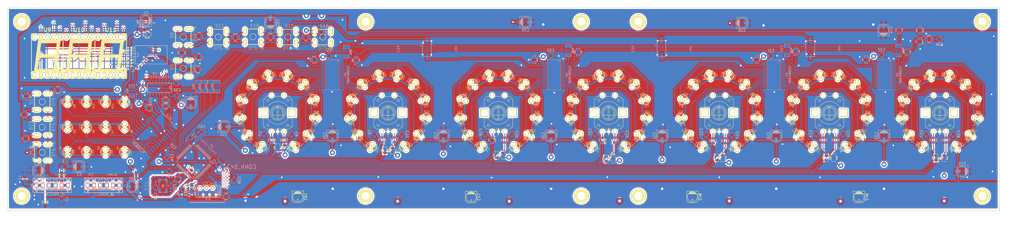
<source format=kicad_pcb>
(kicad_pcb (version 4) (host pcbnew 4.0.7-e0-6372~58~ubuntu16.10.1)
  (layers (0 F.Cu signal) (1 Inner2.Cu power) (2 Inner1.Cu power) (31 B.Cu signal) (34 B.Paste user) (35 F.Paste user) (36 B.SilkS user) (37 F.SilkS user) (38 B.Mask user) (39 F.Mask user) (44 Edge.Cuts user))
  (net 0 "")
  (net 1 +3.3V)
  (net 2 +5V)
  (net 3 /LED0)
  (net 4 /LED1)
  (net 5 /LED10)
  (net 6 /LED11)
  (net 7 /LED12)
  (net 8 /LED13)
  (net 9 /LED14)
  (net 10 /LED15)
  (net 11 /LED16)
  (net 12 /LED17)
  (net 13 /LED18)
  (net 14 /LED19)
  (net 15 /LED2)
  (net 16 /LED20)
  (net 17 /LED21)
  (net 18 /LED22)
  (net 19 /LED23)
  (net 20 /LED24)
  (net 21 /LED25)
  (net 22 /LED26)
  (net 23 /LED27)
  (net 24 /LED28)
  (net 25 /LED29)
  (net 26 /LED3)
  (net 27 /LED30)
  (net 28 /LED31)
  (net 29 /LED32)
  (net 30 /LED33)
  (net 31 /LED34)
  (net 32 /LED35)
  (net 33 /LED36)
  (net 34 /LED37)
  (net 35 /LED38)
  (net 36 /LED39)
  (net 37 /LED4)
  (net 38 /LED40)
  (net 39 /LED41)
  (net 40 /LED42)
  (net 41 /LED43)
  (net 42 /LED44)
  (net 43 /LED45)
  (net 44 /LED46)
  (net 45 /LED47)
  (net 46 /LED48)
  (net 47 /LED49)
  (net 48 /LED5)
  (net 49 /LED50)
  (net 50 /LED51)
  (net 51 /LED52)
  (net 52 /LED53)
  (net 53 /LED54)
  (net 54 /LED55)
  (net 55 /LED56)
  (net 56 /LED57)
  (net 57 /LED58)
  (net 58 /LED59)
  (net 59 /LED6)
  (net 60 /LED60)
  (net 61 /LED61)
  (net 62 /LED62)
  (net 63 /LED63)
  (net 64 /LED64)
  (net 65 /LED65)
  (net 66 /LED66)
  (net 67 /LED67)
  (net 68 /LED68)
  (net 69 /LED69)
  (net 70 /LED7)
  (net 71 /LED70)
  (net 72 /LED71)
  (net 73 /LED72)
  (net 74 /LED73)
  (net 75 /LED74)
  (net 76 /LED75)
  (net 77 /LED76)
  (net 78 /LED77)
  (net 79 /LED78)
  (net 80 /LED79)
  (net 81 /LED8)
  (net 82 /LED80)
  (net 83 /LED81)
  (net 84 /LED82)
  (net 85 /LED83)
  (net 86 /LED84)
  (net 87 /LED85)
  (net 88 /LED86)
  (net 89 /LED87)
  (net 90 /LED88)
  (net 91 /LED89)
  (net 92 /LED9)
  (net 93 /LED90)
  (net 94 /LED91)
  (net 95 /LED92)
  (net 96 /LED93)
  (net 97 /LED94)
  (net 98 /LED95)
  (net 99 BLANK)
  (net 100 BLANK1)
  (net 101 BLANKCHANNEL)
  (net 102 DGND)
  (net 103 DISP1)
  (net 104 DISP2)
  (net 105 DISP3)
  (net 106 DISP4)
  (net 107 DISP5)
  (net 108 I2CSCL)
  (net 109 I2CSDA)
  (net 110 NRST)
  (net 111 R1A)
  (net 112 R1B)
  (net 113 R2A)
  (net 114 R2B)
  (net 115 R3A)
  (net 116 R3B)
  (net 117 R4A)
  (net 118 R4B)
  (net 119 R5A)
  (net 120 R5B)
  (net 121 R6A)
  (net 122 R6B)
  (net 123 R7A)
  (net 124 R7B)
  (net 125 SEGMENTCS)
  (net 126 SPI1CLK)
  (net 127 SPI1MOSI)
  (net 128 SPIMOSI)
  (net 129 SWCLK)
  (net 130 SWDIO)
  (net 131 SWO)
  (net 132 SWRESET)
  (net 133 SWSPECIAL)
  (net 134 SWSTORE)
  (net 135 "Net-(C18-Pad1)")
  (net 136 "Net-(C28-Pad1)")
  (net 137 "Net-(C29-Pad2)")
  (net 138 "Net-(C36-Pad1)")
  (net 139 "Net-(P3-Pad8)")
  (net 140 "Net-(R1-Pad2)")
  (net 141 "Net-(R2-Pad2)")
  (net 142 "Net-(R3-Pad2)")
  (net 143 "Net-(R4-Pad2)")
  (net 144 "Net-(R6-Pad2)")
  (net 145 "Net-(R7-Pad2)")
  (net 146 "Net-(R11-Pad1)")
  (net 147 "Net-(R12-Pad1)")
  (net 148 "Net-(R13-Pad1)")
  (net 149 "Net-(R14-Pad1)")
  (net 150 "Net-(R15-Pad1)")
  (net 151 "Net-(R16-Pad1)")
  (net 152 "Net-(R17-Pad1)")
  (net 153 "Net-(R18-Pad1)")
  (net 154 "Net-(R19-Pad1)")
  (net 155 "Net-(R20-Pad1)")
  (net 156 "Net-(R21-Pad1)")
  (net 157 "Net-(R22-Pad1)")
  (net 158 "Net-(R23-Pad1)")
  (net 159 "Net-(R24-Pad1)")
  (net 160 "Net-(R25-Pad1)")
  (net 161 "Net-(R26-Pad1)")
  (net 162 "Net-(R27-Pad1)")
  (net 163 "Net-(R28-Pad1)")
  (net 164 "Net-(R29-Pad1)")
  (net 165 "Net-(R31-Pad1)")
  (net 166 "Net-(R32-Pad1)")
  (net 167 "Net-(R35-Pad1)")
  (net 168 "Net-(R36-Pad1)")
  (net 169 "Net-(R37-Pad1)")
  (net 170 "Net-(R52-Pad1)")
  (net 171 "Net-(R56-Pad1)")
  (net 172 "Net-(R57-Pad1)")
  (net 173 "Net-(R58-Pad1)")
  (net 174 "Net-(R59-Pad1)")
  (net 175 "Net-(R60-Pad1)")
  (net 176 "Net-(R61-Pad1)")
  (net 177 "Net-(R62-Pad1)")
  (net 178 "Net-(R63-Pad1)")
  (net 179 "Net-(R64-Pad1)")
  (net 180 "Net-(R65-Pad1)")
  (net 181 "Net-(R66-Pad1)")
  (net 182 "Net-(R68-Pad2)")
  (net 183 "Net-(R73-Pad2)")
  (net 184 "Net-(U1-Pad29)")
  (net 185 "Net-(U3-Pad29)")
  (net 186 "Net-(U4-Pad29)")
  (net 187 "Net-(U5-Pad25)")
  (net 188 "Net-(U5-Pad18)")
  (net 189 "Net-(U5-Pad19)")
  (net 190 "Net-(U5-Pad20)")
  (net 191 "Net-(U5-Pad21)")
  (net 192 "Net-(U5-Pad22)")
  (net 193 "Net-(U5-Pad23)")
  (net 194 "Net-(U5-Pad24)")
  (net 195 "Net-(U5-Pad17)")
  (net 196 "Net-(U5-Pad26)")
  (net 197 "Net-(U5-Pad27)")
  (net 198 "Net-(U5-Pad29)")
  (net 199 "Net-(U5-Pad28)")
  (net 200 "Net-(U6-Pad5)")
  (net 201 "Net-(U6-Pad6)")
  (net 202 "Net-(U6-Pad9)")
  (net 203 "Net-(U6-Pad10)")
  (net 204 "Net-(U6-Pad11)")
  (net 205 "Net-(U6-Pad12)")
  (net 206 "Net-(U6-Pad13)")
  (net 207 "Net-(U10-Pad7)")
  (net 208 "Net-(U10-Pad9)")
  (net 209 "Net-(U10-Pad6)")
  (net 210 "Net-(U10-Pad10)")
  (net 211 "Net-(U10-Pad4)")
  (net 212 "Net-(U10-Pad1)")
  (net 213 "Net-(U10-Pad5)")
  (net 214 "Net-(U10-Pad2)")
  (net 215 "Net-(U7-Pad1)")
  (net 216 "Net-(U7-Pad3)")
  (net 217 "Net-(U11-Pad3)")
  (net 218 "Net-(U7-Pad6)")
  (net 219 "Net-(U10-Pad3)")
  (net 220 "Net-(U8-Pad57)")
  (net 221 "Net-(U8-Pad56)")
  (net 222 "Net-(U8-Pad54)")
  (net 223 "Net-(U8-Pad53)")
  (net 224 "Net-(U8-Pad52)")
  (net 225 "Net-(U8-Pad51)")
  (net 226 "Net-(U8-Pad50)")
  (net 227 SPI1MISO)
  (net 228 "Net-(U8-Pad4)")
  (net 229 "Net-(U8-Pad2)")
  (net 230 "Net-(U8-Pad3)")
  (net 231 "Net-(U8-Pad9)")
  (net 232 "Net-(U8-Pad10)")
  (net 233 "Net-(U8-Pad11)")
  (net 234 "Net-(U12-Pad5)")
  (net 235 "Net-(U12-Pad6)")
  (net 236 "Net-(U12-Pad22)")
  (net 237 "Net-(U12-Pad20)")
  (net 238 "Net-(U12-Pad19)")
  (net 239 "Net-(L1-Pad2)")
  (net 240 "Net-(L2-Pad2)")
  (net 241 xtalgnd)
  (net 242 "Net-(U8-Pad14)")
  (net 243 "Net-(U8-Pad8)")
  (module Capacitors_SMD:C_0805 (layer B.Cu) (at 96.9137 75.6412 225)
    (fp_text reference C3 (at 0.71842 2.155261 225) (layer B.SilkS) (effects (justify mirror)))
    (fp_text value 100n)
    (pad 1 smd rect (at -1 0 225) (size 1 1.25) (layers B.Cu B.Paste B.Mask) (net 102 DGND))
    (pad 2 smd rect (at 1 0 225) (size 1 1.25) (layers B.Cu B.Paste B.Mask) (net 1 +3.3V))
  )
  (module Housings_SOIC:SOIC-24_7.5x15.4mm_Pitch1.27mm (layer B.Cu) (at 70.993 62.738 135)
    (fp_text reference U12 (at 0 8.8 135) (layer B.SilkS) (effects (justify mirror)))
    (fp_text value TLC592X (at 0 -8.8 135) (layer B.SilkS) (effects (justify mirror)))
    (pad 1 smd rect (at -4.7 6.985 135) (size 2 0.6) (layers B.Cu B.Paste B.Mask) (net 102 DGND))
    (pad 2 smd rect (at -4.7 5.715 135) (size 2 0.6) (layers B.Cu B.Paste B.Mask) (net 127 SPI1MOSI))
    (pad 3 smd rect (at -4.7 4.445 135) (size 2 0.6) (layers B.Cu B.Paste B.Mask) (net 126 SPI1CLK))
    (pad 4 smd rect (at -4.7 3.175 135) (size 2 0.6) (layers B.Cu B.Paste B.Mask) (net 107 DISP5))
    (pad 5 smd rect (at -4.7 1.905 135) (size 2 0.6) (layers B.Cu B.Paste B.Mask) (net 234 "Net-(U12-Pad5)"))
    (pad 6 smd rect (at -4.7 0.635 135) (size 2 0.6) (layers B.Cu B.Paste B.Mask) (net 235 "Net-(U12-Pad6)"))
    (pad 7 smd rect (at -4.7 -0.635 135) (size 2 0.6) (layers B.Cu B.Paste B.Mask) (net 48 /LED5))
    (pad 8 smd rect (at -4.7 -1.905 135) (size 2 0.6) (layers B.Cu B.Paste B.Mask) (net 37 /LED4))
    (pad 9 smd rect (at -4.7 -3.175 135) (size 2 0.6) (layers B.Cu B.Paste B.Mask) (net 3 /LED0))
    (pad 10 smd rect (at -4.7 -4.445 135) (size 2 0.6) (layers B.Cu B.Paste B.Mask) (net 4 /LED1))
    (pad 11 smd rect (at -4.7 -5.715 135) (size 2 0.6) (layers B.Cu B.Paste B.Mask) (net 15 /LED2))
    (pad 12 smd rect (at -4.7 -6.985 135) (size 2 0.6) (layers B.Cu B.Paste B.Mask) (net 26 /LED3))
    (pad 13 smd rect (at 4.7 -6.985 135) (size 2 0.6) (layers B.Cu B.Paste B.Mask) (net 59 /LED6))
    (pad 14 smd rect (at 4.7 -5.715 135) (size 2 0.6) (layers B.Cu B.Paste B.Mask) (net 70 /LED7))
    (pad 15 smd rect (at 4.7 -4.445 135) (size 2 0.6) (layers B.Cu B.Paste B.Mask) (net 81 /LED8))
    (pad 16 smd rect (at 4.7 -3.175 135) (size 2 0.6) (layers B.Cu B.Paste B.Mask) (net 92 /LED9))
    (pad 17 smd rect (at 4.7 -1.905 135) (size 2 0.6) (layers B.Cu B.Paste B.Mask) (net 5 /LED10))
    (pad 18 smd rect (at 4.7 -0.635 135) (size 2 0.6) (layers B.Cu B.Paste B.Mask) (net 6 /LED11))
    (pad 19 smd rect (at 4.7 0.635 135) (size 2 0.6) (layers B.Cu B.Paste B.Mask) (net 238 "Net-(U12-Pad19)"))
    (pad 20 smd rect (at 4.7 1.905 135) (size 2 0.6) (layers B.Cu B.Paste B.Mask) (net 237 "Net-(U12-Pad20)"))
    (pad 21 smd rect (at 4.7 3.175 135) (size 2 0.6) (layers B.Cu B.Paste B.Mask) (net 101 BLANKCHANNEL))
    (pad 22 smd rect (at 4.7 4.445 135) (size 2 0.6) (layers B.Cu B.Paste B.Mask) (net 236 "Net-(U12-Pad22)"))
    (pad 23 smd rect (at 4.7 5.715 135) (size 2 0.6) (layers B.Cu B.Paste B.Mask) (net 145 "Net-(R7-Pad2)"))
    (pad 24 smd rect (at 4.7 6.985 135) (size 2 0.6) (layers B.Cu B.Paste B.Mask) (net 1 +3.3V))
  )
  (module SO14E (layer B.Cu) (at 73.279 44.831 180)
    (fp_text reference U6 (at 1.7907 5.5372 180) (layer B.SilkS) (effects (font (size 1.016 1.143) (thickness 0.127)) (justify mirror)))
    (fp_text value TXB0104D (at 0.0127 4.1402 180) (layer B.SilkS) (effects (font (size 1.016 1.016) (thickness 0.127)) (justify mirror)))
    (pad 1 smd rect (at -3.81 -2.794 180) (size 0.508 1.143) (layers B.Cu B.Paste B.Mask) (net 1 +3.3V))
    (pad 2 smd rect (at -2.54 -2.794 180) (size 0.508 1.143) (layers B.Cu B.Paste B.Mask) (net 126 SPI1CLK))
    (pad 3 smd rect (at -1.27 -2.794 180) (size 0.508 1.143) (layers B.Cu B.Paste B.Mask) (net 169 "Net-(R37-Pad1)"))
    (pad 4 smd rect (at 0 -2.794 180) (size 0.508 1.143) (layers B.Cu B.Paste B.Mask) (net 128 SPIMOSI))
    (pad 5 smd rect (at 1.27 -2.794 180) (size 0.508 1.143) (layers B.Cu B.Paste B.Mask) (net 200 "Net-(U6-Pad5)"))
    (pad 6 smd rect (at 2.54 -2.794 180) (size 0.508 1.143) (layers B.Cu B.Paste B.Mask) (net 201 "Net-(U6-Pad6)"))
    (pad 7 smd rect (at 3.81 -2.794 180) (size 0.508 1.143) (layers B.Cu B.Paste B.Mask) (net 102 DGND))
    (pad 8 smd rect (at 3.81 2.54 180) (size 0.508 1.143) (layers B.Cu B.Paste B.Mask) (net 1 +3.3V))
    (pad 9 smd rect (at 2.54 2.54 180) (size 0.508 1.143) (layers B.Cu B.Paste B.Mask) (net 202 "Net-(U6-Pad9)"))
    (pad 10 smd rect (at 1.27 2.54 180) (size 0.508 1.143) (layers B.Cu B.Paste B.Mask) (net 203 "Net-(U6-Pad10)"))
    (pad 11 smd rect (at 0 2.54 180) (size 0.508 1.143) (layers B.Cu B.Paste B.Mask) (net 204 "Net-(U6-Pad11)"))
    (pad 12 smd rect (at -1.27 2.54 180) (size 0.508 1.143) (layers B.Cu B.Paste B.Mask) (net 205 "Net-(U6-Pad12)"))
    (pad 13 smd rect (at -2.54 2.54 180) (size 0.508 1.143) (layers B.Cu B.Paste B.Mask) (net 206 "Net-(U6-Pad13)"))
    (pad 14 smd rect (at -3.81 2.54 180) (size 0.508 1.143) (layers B.Cu B.Paste B.Mask) (net 2 +5V))
  )
  (module AB2_LQFP64 (layer B.Cu) (at 87.01532 74.549 45)
    (fp_text reference U8 (at 9.621446 0.820795 315) (layer B.SilkS) (effects (font (size 0.8128 0.8128) (thickness 0.0762)) (justify mirror)))
    (fp_text value STM32F103RB (at 8.310329 0.012572 135) (layer B.SilkS) (effects (font (size 0.8128 0.8128) (thickness 0.0762)) (justify mirror)))
    (pad 61 smd rect (at -2.25 5.8 315) (size 1.4 0.3) (layers B.Cu B.Paste B.Mask) (net 132 SWRESET))
    (pad 64 smd rect (at -3.75 5.8 315) (size 1.4 0.3) (layers B.Cu B.Paste B.Mask) (net 1 +3.3V))
    (pad 63 smd rect (at -3.25 5.8 315) (size 1.4 0.3) (layers B.Cu B.Paste B.Mask) (net 102 DGND))
    (pad 62 smd rect (at -2.75 5.8 315) (size 1.4 0.3) (layers B.Cu B.Paste B.Mask) (net 124 R7B))
    (pad 60 smd rect (at -1.75 5.8 315) (size 1.4 0.3) (layers B.Cu B.Paste B.Mask) (net 102 DGND))
    (pad 59 smd rect (at -1.25 5.8 315) (size 1.4 0.3) (layers B.Cu B.Paste B.Mask) (net 109 I2CSDA))
    (pad 58 smd rect (at -0.75 5.8 315) (size 1.4 0.3) (layers B.Cu B.Paste B.Mask) (net 108 I2CSCL))
    (pad 57 smd rect (at -0.25 5.8 315) (size 1.4 0.3) (layers B.Cu B.Paste B.Mask) (net 220 "Net-(U8-Pad57)"))
    (pad 56 smd rect (at 0.25 5.8 315) (size 1.4 0.3) (layers B.Cu B.Paste B.Mask) (net 221 "Net-(U8-Pad56)"))
    (pad 55 smd rect (at 0.75 5.8 315) (size 1.4 0.3) (layers B.Cu B.Paste B.Mask) (net 131 SWO))
    (pad 54 smd rect (at 1.25 5.8 315) (size 1.4 0.3) (layers B.Cu B.Paste B.Mask) (net 222 "Net-(U8-Pad54)"))
    (pad 53 smd rect (at 1.75 5.8 315) (size 1.4 0.3) (layers B.Cu B.Paste B.Mask) (net 223 "Net-(U8-Pad53)"))
    (pad 52 smd rect (at 2.25 5.8 315) (size 1.4 0.3) (layers B.Cu B.Paste B.Mask) (net 224 "Net-(U8-Pad52)"))
    (pad 51 smd rect (at 2.75 5.8 315) (size 1.4 0.3) (layers B.Cu B.Paste B.Mask) (net 225 "Net-(U8-Pad51)"))
    (pad 50 smd rect (at 3.25 5.8 315) (size 1.4 0.3) (layers B.Cu B.Paste B.Mask) (net 226 "Net-(U8-Pad50)"))
    (pad 49 smd rect (at 3.75 5.8 315) (size 1.4 0.3) (layers B.Cu B.Paste B.Mask) (net 129 SWCLK))
    (pad 36 smd rect (at 5.8 -2.25 225) (size 1.4 0.3) (layers B.Cu B.Paste B.Mask) (net 114 R2B))
    (pad 33 smd rect (at 5.8 -3.75 225) (size 1.4 0.3) (layers B.Cu B.Paste B.Mask) (net 111 R1A))
    (pad 34 smd rect (at 5.8 -3.25 225) (size 1.4 0.3) (layers B.Cu B.Paste B.Mask) (net 112 R1B))
    (pad 35 smd rect (at 5.8 -2.75 225) (size 1.4 0.3) (layers B.Cu B.Paste B.Mask) (net 113 R2A))
    (pad 37 smd rect (at 5.8 -1.75 225) (size 1.4 0.3) (layers B.Cu B.Paste B.Mask) (net 115 R3A))
    (pad 38 smd rect (at 5.8 -1.25 225) (size 1.4 0.3) (layers B.Cu B.Paste B.Mask) (net 116 R3B))
    (pad 39 smd rect (at 5.8 -0.75 225) (size 1.4 0.3) (layers B.Cu B.Paste B.Mask) (net 117 R4A))
    (pad 40 smd rect (at 5.8 -0.25 225) (size 1.4 0.3) (layers B.Cu B.Paste B.Mask) (net 118 R4B))
    (pad 41 smd rect (at 5.8 0.25 225) (size 1.4 0.3) (layers B.Cu B.Paste B.Mask) (net 119 R5A))
    (pad 42 smd rect (at 5.8 0.75 225) (size 1.4 0.3) (layers B.Cu B.Paste B.Mask) (net 120 R5B))
    (pad 43 smd rect (at 5.8 1.25 225) (size 1.4 0.3) (layers B.Cu B.Paste B.Mask) (net 121 R6A))
    (pad 44 smd rect (at 5.8 1.75 225) (size 1.4 0.3) (layers B.Cu B.Paste B.Mask) (net 122 R6B))
    (pad 45 smd rect (at 5.8 2.25 225) (size 1.4 0.3) (layers B.Cu B.Paste B.Mask) (net 123 R7A))
    (pad 46 smd rect (at 5.8 2.75 225) (size 1.4 0.3) (layers B.Cu B.Paste B.Mask) (net 130 SWDIO))
    (pad 47 smd rect (at 5.8 3.25 225) (size 1.4 0.3) (layers B.Cu B.Paste B.Mask) (net 102 DGND))
    (pad 48 smd rect (at 5.8 3.75 225) (size 1.4 0.3) (layers B.Cu B.Paste B.Mask) (net 1 +3.3V))
    (pad 32 smd rect (at 3.75 -5.8 315) (size 1.4 0.3) (layers B.Cu B.Paste B.Mask) (net 1 +3.3V))
    (pad 31 smd rect (at 3.25 -5.8 315) (size 1.4 0.3) (layers B.Cu B.Paste B.Mask) (net 102 DGND))
    (pad 30 smd rect (at 2.75 -5.8 315) (size 1.4 0.3) (layers B.Cu B.Paste B.Mask) (net 103 DISP1))
    (pad 29 smd rect (at 2.25 -5.8 315) (size 1.4 0.3) (layers B.Cu B.Paste B.Mask) (net 100 BLANK1))
    (pad 28 smd rect (at 1.75 -5.8 315) (size 1.4 0.3) (layers B.Cu B.Paste B.Mask) (net 102 DGND))
    (pad 27 smd rect (at 1.25 -5.8 315) (size 1.4 0.3) (layers B.Cu B.Paste B.Mask) (net 104 DISP2))
    (pad 26 smd rect (at 0.75 -5.8 315) (size 1.4 0.3) (layers B.Cu B.Paste B.Mask) (net 105 DISP3))
    (pad 25 smd rect (at 0.25 -5.8 315) (size 1.4 0.3) (layers B.Cu B.Paste B.Mask) (net 106 DISP4))
    (pad 24 smd rect (at -0.25 -5.8 315) (size 1.4 0.3) (layers B.Cu B.Paste B.Mask) (net 125 SEGMENTCS))
    (pad 23 smd rect (at -0.75 -5.8 315) (size 1.4 0.3) (layers B.Cu B.Paste B.Mask) (net 127 SPI1MOSI))
    (pad 22 smd rect (at -1.25 -5.8 315) (size 1.4 0.3) (layers B.Cu B.Paste B.Mask) (net 227 SPI1MISO))
    (pad 21 smd rect (at -1.75 -5.8 315) (size 1.4 0.3) (layers B.Cu B.Paste B.Mask) (net 126 SPI1CLK))
    (pad 19 smd rect (at -2.75 -5.8 315) (size 1.4 0.3) (layers B.Cu B.Paste B.Mask) (net 1 +3.3V))
    (pad 18 smd rect (at -3.25 -5.8 315) (size 1.4 0.3) (layers B.Cu B.Paste B.Mask) (net 102 DGND))
    (pad 17 smd rect (at -3.75 -5.8 315) (size 1.4 0.3) (layers B.Cu B.Paste B.Mask) (net 101 BLANKCHANNEL))
    (pad 20 smd rect (at -2.25 -5.8 315) (size 1.4 0.3) (layers B.Cu B.Paste B.Mask) (net 107 DISP5))
    (pad 4 smd rect (at -5.8 2.25 45) (size 1.4 0.3) (layers B.Cu B.Paste B.Mask) (net 228 "Net-(U8-Pad4)"))
    (pad 1 smd rect (at -5.8 3.75 45) (size 1.4 0.3) (layers B.Cu B.Paste B.Mask) (net 1 +3.3V))
    (pad 2 smd rect (at -5.8 3.25 45) (size 1.4 0.3) (layers B.Cu B.Paste B.Mask) (net 229 "Net-(U8-Pad2)"))
    (pad 3 smd rect (at -5.8 2.75 45) (size 1.4 0.3) (layers B.Cu B.Paste B.Mask) (net 230 "Net-(U8-Pad3)"))
    (pad 5 smd rect (at -5.8 1.75 45) (size 1.4 0.3) (layers B.Cu B.Paste B.Mask) (net 136 "Net-(C28-Pad1)"))
    (pad 6 smd rect (at -5.8 1.25 45) (size 1.4 0.3) (layers B.Cu B.Paste B.Mask) (net 182 "Net-(R68-Pad2)"))
    (pad 7 smd rect (at -5.8 0.75 45) (size 1.4 0.3) (layers B.Cu B.Paste B.Mask) (net 110 NRST))
    (pad 8 smd rect (at -5.8 0.25 45) (size 1.4 0.3) (layers B.Cu B.Paste B.Mask) (net 243 "Net-(U8-Pad8)"))
    (pad 9 smd rect (at -5.8 -0.25 45) (size 1.4 0.3) (layers B.Cu B.Paste B.Mask) (net 231 "Net-(U8-Pad9)"))
    (pad 10 smd rect (at -5.8 -0.75 45) (size 1.4 0.3) (layers B.Cu B.Paste B.Mask) (net 232 "Net-(U8-Pad10)"))
    (pad 11 smd rect (at -5.8 -1.25 45) (size 1.4 0.3) (layers B.Cu B.Paste B.Mask) (net 233 "Net-(U8-Pad11)"))
    (pad 12 smd rect (at -5.8 -1.75 45) (size 1.4 0.3) (layers B.Cu B.Paste B.Mask) (net 102 DGND))
    (pad 13 smd rect (at -5.8 -2.25 45) (size 1.4 0.3) (layers B.Cu B.Paste B.Mask) (net 1 +3.3V))
    (pad 14 smd rect (at -5.8 -2.75 45) (size 1.4 0.3) (layers B.Cu B.Paste B.Mask) (net 242 "Net-(U8-Pad14)"))
    (pad 15 smd rect (at -5.8 -3.25 45) (size 1.4 0.3) (layers B.Cu B.Paste B.Mask) (net 134 SWSTORE))
    (pad 16 smd rect (at -5.8 -3.75 45) (size 1.4 0.3) (layers B.Cu B.Paste B.Mask) (net 133 SWSPECIAL))
  )
  (module SO20L (layer F.Cu) (at 69.977 31.75)
    (fp_text reference U7 (at -7.4549 5.6388 90) (layer F.SilkS) (effects (font (thickness 0.127))))
    (fp_text value AS1108 (at -7.4549 0.1524 90) (layer F.SilkS) (effects (font (size 1.524 1.27) (thickness 0.127))))
    (pad 11 smd rect (at 5.715 -4.826) (size 0.508 1.27) (layers F.Cu F.Paste F.Mask) (net 207 "Net-(U10-Pad7)"))
    (pad 12 smd rect (at 4.445 -4.826) (size 0.508 1.27) (layers F.Cu F.Paste F.Mask) (net 208 "Net-(U10-Pad9)"))
    (pad 13 smd rect (at 3.175 -4.826) (size 0.508 1.27) (layers F.Cu F.Paste F.Mask) (net 209 "Net-(U10-Pad6)"))
    (pad 14 smd rect (at 1.905 -4.826) (size 0.508 1.27) (layers F.Cu F.Paste F.Mask) (net 210 "Net-(U10-Pad10)"))
    (pad 15 smd rect (at 0.635 -4.826) (size 0.508 1.27) (layers F.Cu F.Paste F.Mask) (net 144 "Net-(R6-Pad2)"))
    (pad 16 smd rect (at -0.635 -4.826) (size 0.508 1.27) (layers F.Cu F.Paste F.Mask) (net 2 +5V))
    (pad 17 smd rect (at -1.905 -4.826) (size 0.508 1.27) (layers F.Cu F.Paste F.Mask) (net 211 "Net-(U10-Pad4)"))
    (pad 18 smd rect (at -3.175 -4.826) (size 0.508 1.27) (layers F.Cu F.Paste F.Mask) (net 212 "Net-(U10-Pad1)"))
    (pad 19 smd rect (at -4.445 -4.826) (size 0.508 1.27) (layers F.Cu F.Paste F.Mask) (net 213 "Net-(U10-Pad5)"))
    (pad 20 smd rect (at -5.715 -4.826) (size 0.508 1.27) (layers F.Cu F.Paste F.Mask) (net 214 "Net-(U10-Pad2)"))
    (pad 1 smd rect (at -5.715 4.826) (size 0.508 1.27) (layers F.Cu F.Paste F.Mask) (net 215 "Net-(U7-Pad1)"))
    (pad 2 smd rect (at -4.445 4.826) (size 0.508 1.27) (layers F.Cu F.Paste F.Mask) (net 204 "Net-(U6-Pad11)"))
    (pad 3 smd rect (at -3.175 4.826) (size 0.508 1.27) (layers F.Cu F.Paste F.Mask) (net 216 "Net-(U7-Pad3)"))
    (pad 4 smd rect (at -1.905 4.826) (size 0.508 1.27) (layers F.Cu F.Paste F.Mask) (net 102 DGND))
    (pad 5 smd rect (at -0.635 4.826) (size 0.508 1.27) (layers F.Cu F.Paste F.Mask) (net 217 "Net-(U11-Pad3)"))
    (pad 6 smd rect (at 0.635 4.826) (size 0.508 1.27) (layers F.Cu F.Paste F.Mask) (net 218 "Net-(U7-Pad6)"))
    (pad 7 smd rect (at 1.905 4.826) (size 0.508 1.27) (layers F.Cu F.Paste F.Mask) (net 102 DGND))
    (pad 8 smd rect (at 3.175 4.826) (size 0.508 1.27) (layers F.Cu F.Paste F.Mask) (net 219 "Net-(U10-Pad3)"))
    (pad 9 smd rect (at 4.445 4.826) (size 0.508 1.27) (layers F.Cu F.Paste F.Mask) (net 205 "Net-(U6-Pad12)"))
    (pad 10 smd rect (at 5.715 4.826) (size 0.508 1.27) (layers F.Cu F.Paste F.Mask) (net 206 "Net-(U6-Pad13)"))
  )
  (module con-molex-6410-06 (layer B.Cu) (at 50.8381 84.0232)
    (fp_text reference P2 (at -5.05206 -4.2164) (layer F.SilkS) (effects (font (size 1.016 1.016) (thickness 0.0889))))
    (fp_text value CONN_6 (at 0.4064 3.6068) (layer F.SilkS) (effects (font (size 1.27 1.27) (thickness 0.0889))))
    (fp_text user 6 (at 3.4925 3.6195) (layer F.SilkS) (effects (font (size 1.27 1.27) (thickness 0.0889))))
    (fp_text user >VALUE (at 3.3528 -4.318) (layer F.SilkS) (effects (font (size 0.8128 0.8128) (thickness 0.0889))))
    (pad 1 thru_hole oval (at 6.35 0) (size 1.524 3.048) (drill 1.016) (layers *.Cu B.Paste B.SilkS B.Mask) (net 1 +3.3V))
    (pad 2 thru_hole oval (at 3.81 0) (size 1.524 3.048) (drill 1.016) (layers *.Cu B.Paste B.SilkS B.Mask) (net 1 +3.3V))
    (pad 3 thru_hole oval (at 1.27 0) (size 1.524 3.048) (drill 1.016) (layers *.Cu B.Paste B.SilkS B.Mask) (net 102 DGND))
    (pad 4 thru_hole oval (at -1.27 0) (size 1.524 3.048) (drill 1.016) (layers *.Cu B.Paste B.SilkS B.Mask) (net 102 DGND))
    (pad 5 thru_hole oval (at -3.81 0) (size 1.524 3.048) (drill 1.016) (layers *.Cu B.Paste B.SilkS B.Mask) (net 2 +5V))
    (pad 6 thru_hole oval (at -6.35 0) (size 1.524 3.048) (drill 1.016) (layers *.Cu B.Paste B.SilkS B.Mask) (net 2 +5V))
  )
  (module con-molex-6410-06 (layer B.Cu) (at 30.3022 84.0486)
    (fp_text reference P1 (at -5.05206 -4.2164) (layer F.SilkS) (effects (font (size 1.016 1.016) (thickness 0.0889))))
    (fp_text value CONN_6 (at 1.4224 3.5814) (layer F.SilkS) (effects (font (size 1.27 1.27) (thickness 0.0889))))
    (fp_text user 6 (at -8.1534 0.20066) (layer F.SilkS) (effects (font (size 1.27 1.27) (thickness 0.0889))))
    (fp_text user >VALUE (at 3.3528 -4.318) (layer F.SilkS) (effects (font (size 0.8128 0.8128) (thickness 0.0889))))
    (pad 1 thru_hole oval (at 6.35 0) (size 1.524 3.048) (drill 1.016) (layers *.Cu B.Paste B.SilkS B.Mask) (net 240 "Net-(L2-Pad2)"))
    (pad 2 thru_hole oval (at 3.81 0) (size 1.524 3.048) (drill 1.016) (layers *.Cu B.Paste B.SilkS B.Mask) (net 240 "Net-(L2-Pad2)"))
    (pad 3 thru_hole oval (at 1.27 0) (size 1.524 3.048) (drill 1.016) (layers *.Cu B.Paste B.SilkS B.Mask) (net 102 DGND))
    (pad 4 thru_hole oval (at -1.27 0) (size 1.524 3.048) (drill 1.016) (layers *.Cu B.Paste B.SilkS B.Mask) (net 102 DGND))
    (pad 5 thru_hole oval (at -3.81 0) (size 1.524 3.048) (drill 1.016) (layers *.Cu B.Paste B.SilkS B.Mask) (net 239 "Net-(L1-Pad2)"))
    (pad 6 thru_hole oval (at -6.35 0) (size 1.524 3.048) (drill 1.016) (layers *.Cu B.Paste B.SilkS B.Mask) (net 239 "Net-(L1-Pad2)"))
  )
  (module Xtal_Ceramic_5x3.2 (layer B.Cu) (at 74.6506 84.2772 90)
    (fp_text reference U13 (at 0 -6.6675 90) (layer B.SilkS) (effects (font (size 1.27 1.27) (thickness 0.0889)) (justify mirror)))
    (fp_text value 12MHz (at -0.508 -5.0165 90) (layer B.SilkS) (effects (font (size 1.27 1.27) (thickness 0.0889)) (justify mirror)))
    (pad 2 smd rect (at 2.1336 -1.27 90) (size 1.9 1.1) (layers B.Cu B.Paste B.Mask) (net 241 xtalgnd))
    (pad 4 smd rect (at -2.1336 1.27 90) (size 1.9 1.1) (layers B.Cu B.Paste B.Mask) (net 241 xtalgnd))
    (pad 1 smd rect (at -2.1336 -1.27 90) (size 1.9 1.1) (layers B.Cu B.Paste B.Mask) (net 136 "Net-(C28-Pad1)"))
    (pad 3 smd rect (at 2.1336 1.27 90) (size 1.9 1.1) (layers B.Cu B.Paste B.Mask) (net 137 "Net-(C29-Pad2)"))
  )
  (module Pin_Header_Straight_2x05_Pitch1.27mm (layer B.Cu) (at 100.4062 79.1718 180)
    (fp_text reference P3 (at 0.55 1.7 180) (layer B.SilkS) (effects (justify mirror)))
    (fp_text value CONN_5X2 (at -5.8039 2.5146 180) (layer B.SilkS) (effects (justify mirror)))
    (pad 1 thru_hole rect (at 0 0 180) (size 1.05 1.05) (drill 0.65) (layers *.Cu *.Mask B.SilkS) (net 1 +3.3V))
    (pad 3 thru_hole circle (at 0 -1.27 180) (size 1.05 1.05) (drill 0.65) (layers *.Cu *.Mask B.SilkS) (net 102 DGND))
    (pad 5 thru_hole circle (at 0 -2.54 180) (size 1.05 1.05) (drill 0.65) (layers *.Cu *.Mask B.SilkS) (net 102 DGND))
    (pad 7 thru_hole circle (at 0 -3.81 180) (size 1.05 1.05) (drill 0.65) (layers *.Cu *.Mask B.SilkS) (net 102 DGND))
    (pad 9 thru_hole circle (at 0 -5.08 180) (size 1.05 1.05) (drill 0.65) (layers *.Cu *.Mask B.SilkS) (net 102 DGND))
    (pad 4 thru_hole circle (at 1.27 -1.27 180) (size 1.05 1.05) (drill 0.65) (layers *.Cu *.Mask B.SilkS) (net 129 SWCLK))
    (pad 6 thru_hole circle (at 1.27 -2.54 180) (size 1.05 1.05) (drill 0.65) (layers *.Cu *.Mask B.SilkS) (net 131 SWO))
    (pad 8 thru_hole circle (at 1.27 -3.81 180) (size 1.05 1.05) (drill 0.65) (layers *.Cu *.Mask B.SilkS) (net 139 "Net-(P3-Pad8)"))
    (pad 10 thru_hole circle (at 1.27 -5.08 180) (size 1.05 1.05) (drill 0.65) (layers *.Cu *.Mask B.SilkS) (net 110 NRST))
    (pad 2 thru_hole circle (at 1.27 0 180) (size 1.05 1.05) (drill 0.65) (layers *.Cu *.Mask B.SilkS) (net 130 SWDIO))
  )
  (module con-headers-smd-idc2 (layer B.Cu) (at 180.5051 29.2862)
    (fp_text reference R62 (at -11.53922 0.04572 270) (layer B.SilkS) (effects (font (size 1.016 1.016) (thickness 0.0889)) (justify mirror)))
    (fp_text value 0R0 (at 11.57732 -0.05334 270) (layer B.SilkS) (effects (font (size 0.8128 0.8128) (thickness 0.0889)) (justify mirror)))
    (fp_text user 1 (at -2.54 -1.27) (layer B.SilkS) (effects (font (size 0.6096 0.6096) (thickness 0.0889)) (justify mirror)))
    (pad 2 smd rect (at 0 -3.175) (size 0.99822 2.79908) (layers B.Cu B.Paste B.Mask) (net 167 "Net-(R35-Pad1)"))
    (pad 1 smd rect (at 0 3.175) (size 0.99822 2.79908) (layers B.Cu B.Paste B.Mask) (net 177 "Net-(R62-Pad1)"))
  )
  (module con-headers-smd-idc2 (layer B.Cu) (at 274.4851 29.2862)
    (fp_text reference R63 (at -11.53922 0.04572 270) (layer B.SilkS) (effects (font (size 1.016 1.016) (thickness 0.0889)) (justify mirror)))
    (fp_text value 0R0 (at 11.57732 -0.05334 270) (layer B.SilkS) (effects (font (size 0.8128 0.8128) (thickness 0.0889)) (justify mirror)))
    (fp_text user 1 (at -2.54 -1.27) (layer B.SilkS) (effects (font (size 0.6096 0.6096) (thickness 0.0889)) (justify mirror)))
    (pad 2 smd rect (at 0 -3.175) (size 0.99822 2.79908) (layers B.Cu B.Paste B.Mask) (net 168 "Net-(R36-Pad1)"))
    (pad 1 smd rect (at 0 3.175) (size 0.99822 2.79908) (layers B.Cu B.Paste B.Mask) (net 178 "Net-(R63-Pad1)"))
  )
  (module con-headers-smd-idc2 (layer B.Cu) (at 334.0481 29.2862)
    (fp_text reference R66 (at -11.53922 0.04572 270) (layer B.SilkS) (effects (font (size 1.016 1.016) (thickness 0.0889)) (justify mirror)))
    (fp_text value 0R0 (at 11.57732 -0.05334 270) (layer B.SilkS) (effects (font (size 0.8128 0.8128) (thickness 0.0889)) (justify mirror)))
    (fp_text user 1 (at -2.54 -1.27) (layer B.SilkS) (effects (font (size 0.6096 0.6096) (thickness 0.0889)) (justify mirror)))
    (pad 2 smd rect (at 0 -3.175) (size 0.99822 2.79908) (layers B.Cu B.Paste B.Mask) (net 170 "Net-(R52-Pad1)"))
    (pad 1 smd rect (at 0 3.175) (size 0.99822 2.79908) (layers B.Cu B.Paste B.Mask) (net 181 "Net-(R66-Pad1)"))
  )
  (module TSSOP-32-PWP-1GND (layer B.Cu) (at 363.7661 39.7002 270)
    (fp_text reference U5 (at 0 -5.08 270) (layer B.SilkS) (effects (font (size 0.762 0.762) (thickness 0.127)) (justify mirror)))
    (fp_text value TLC5947DAP (at 0 -6.35 270) (layer B.SilkS) (effects (font (size 0.762 0.762) (thickness 0.127)) (justify mirror)))
    (pad 31 smd rect (at -4.22402 3.70078 270) (size 0.4191 1.47066) (layers B.Cu B.Paste B.Mask) (net 142 "Net-(R3-Pad2)"))
    (pad 32 smd rect (at -4.8768 3.70078 270) (size 0.4191 1.47066) (layers B.Cu B.Paste B.Mask) (net 1 +3.3V))
    (pad 16 smd rect (at 4.87172 -3.69824 270) (size 0.4191 1.47066) (layers B.Cu B.Paste B.Mask) (net 88 /LED86))
    (pad 15 smd rect (at 4.21894 -3.69824 270) (size 0.4191 1.47066) (layers B.Cu B.Paste B.Mask) (net 89 /LED87))
    (pad 1 smd rect (at 0 0 270) (size 10.9982 5.19938) (layers B.Cu B.Paste) (net 102 DGND))
    (pad 7 smd rect (at -0.97536 -3.69824 270) (size 0.4191 1.47066) (layers B.Cu B.Paste B.Mask) (net 94 /LED91))
    (pad 8 smd rect (at -0.32512 -3.69824 270) (size 0.4191 1.47066) (layers B.Cu B.Paste B.Mask) (net 93 /LED90))
    (pad 9 smd rect (at 0.32512 -3.69824 270) (size 0.4191 1.47066) (layers B.Cu B.Paste B.Mask) (net 91 /LED89))
    (pad 10 smd rect (at 0.97536 -3.69824 270) (size 0.4191 1.47066) (layers B.Cu B.Paste B.Mask) (net 90 /LED88))
    (pad 25 smd rect (at -0.31496 3.6957 270) (size 0.4191 1.47066) (layers B.Cu B.Paste B.Mask) (net 187 "Net-(U5-Pad25)"))
    (pad 4 smd rect (at -2.92608 -3.69824 270) (size 0.4191 1.47066) (layers B.Cu B.Paste B.Mask) (net 180 "Net-(R65-Pad1)"))
    (pad 5 smd rect (at -2.27584 -3.69824 270) (size 0.4191 1.47066) (layers B.Cu B.Paste B.Mask) (net 96 /LED93))
    (pad 6 smd rect (at -1.6256 -3.69824 270) (size 0.4191 1.47066) (layers B.Cu B.Paste B.Mask) (net 95 /LED92))
    (pad 18 smd rect (at 4.22656 3.70078 270) (size 0.4191 1.47066) (layers B.Cu B.Paste B.Mask) (net 188 "Net-(U5-Pad18)"))
    (pad 19 smd rect (at 3.57632 3.70078 270) (size 0.4191 1.47066) (layers B.Cu B.Paste B.Mask) (net 189 "Net-(U5-Pad19)"))
    (pad 20 smd rect (at 2.92608 3.70078 270) (size 0.4191 1.47066) (layers B.Cu B.Paste B.Mask) (net 190 "Net-(U5-Pad20)"))
    (pad 21 smd rect (at 2.27584 3.70078 270) (size 0.4191 1.47066) (layers B.Cu B.Paste B.Mask) (net 191 "Net-(U5-Pad21)"))
    (pad 22 smd rect (at 1.6256 3.70078 270) (size 0.4191 1.47066) (layers B.Cu B.Paste B.Mask) (net 192 "Net-(U5-Pad22)"))
    (pad 23 smd rect (at 0.97536 3.70078 270) (size 0.4191 1.47066) (layers B.Cu B.Paste B.Mask) (net 193 "Net-(U5-Pad23)"))
    (pad 11 smd rect (at 1.6256 -3.69824 270) (size 0.4191 1.47066) (layers B.Cu B.Paste B.Mask) (net 97 /LED94))
    (pad 24 smd rect (at 0.32512 3.6957 270) (size 0.4191 1.47066) (layers B.Cu B.Paste B.Mask) (net 194 "Net-(U5-Pad24)"))
    (pad 3 smd rect (at -3.57632 -3.69824 270) (size 0.4191 1.47066) (layers B.Cu B.Paste B.Mask) (net 126 SPI1CLK))
    (pad 12 smd rect (at 2.27584 -3.69824 270) (size 0.4191 1.47066) (layers B.Cu B.Paste B.Mask) (net 98 /LED95))
    (pad 17 smd rect (at 4.8768 3.70078 270) (size 0.4191 1.47066) (layers B.Cu B.Paste B.Mask) (net 195 "Net-(U5-Pad17)"))
    (pad 26 smd rect (at -0.97536 3.70078 270) (size 0.4191 1.47066) (layers B.Cu B.Paste B.Mask) (net 196 "Net-(U5-Pad26)"))
    (pad 2 smd rect (at -4.22402 -3.69824 270) (size 0.4191 1.47066) (layers B.Cu B.Paste B.Mask) (net 179 "Net-(R64-Pad1)"))
    (pad 13 smd rect (at 2.92354 -3.69824 270) (size 0.4191 1.47066) (layers B.Cu B.Paste B.Mask) (net 86 /LED84))
    (pad 30 smd rect (at -3.57632 3.70078 270) (size 0.4191 1.47066) (layers B.Cu B.Paste B.Mask) (net 181 "Net-(R66-Pad1)"))
    (pad 27 smd rect (at -1.62306 3.70078 270) (size 0.4191 1.47066) (layers B.Cu B.Paste B.Mask) (net 197 "Net-(U5-Pad27)"))
    (pad 1 smd rect (at -4.87172 -3.69824 270) (size 0.4191 1.47066) (layers B.Cu B.Paste B.Mask) (net 102 DGND))
    (pad 14 smd rect (at 3.57378 -3.69824 270) (size 0.4191 1.47066) (layers B.Cu B.Paste B.Mask) (net 87 /LED85))
    (pad 29 smd rect (at -2.92354 3.70078 270) (size 0.4191 1.47066) (layers B.Cu B.Paste B.Mask) (net 198 "Net-(U5-Pad29)"))
    (pad 28 smd rect (at -2.2733 3.70078 270) (size 0.4191 1.47066) (layers B.Cu B.Paste B.Mask) (net 199 "Net-(U5-Pad28)"))
    (pad 1 smd rect (at 0 0 270) (size 4.10972 4.35864) (layers B.Cu B.Mask) (net 102 DGND))
  )
  (module TSSOP-32-PWP-1GND (layer B.Cu) (at 319.4431 39.7002 270)
    (fp_text reference U4 (at 0 -5.08 270) (layer B.SilkS) (effects (font (size 0.762 0.762) (thickness 0.127)) (justify mirror)))
    (fp_text value TLC5947DAP (at 0 -6.35 270) (layer B.SilkS) (effects (font (size 0.762 0.762) (thickness 0.127)) (justify mirror)))
    (pad 31 smd rect (at -4.22402 3.70078 270) (size 0.4191 1.47066) (layers B.Cu B.Paste B.Mask) (net 141 "Net-(R2-Pad2)"))
    (pad 32 smd rect (at -4.8768 3.70078 270) (size 0.4191 1.47066) (layers B.Cu B.Paste B.Mask) (net 1 +3.3V))
    (pad 16 smd rect (at 4.87172 -3.69824 270) (size 0.4191 1.47066) (layers B.Cu B.Paste B.Mask) (net 75 /LED74))
    (pad 15 smd rect (at 4.21894 -3.69824 270) (size 0.4191 1.47066) (layers B.Cu B.Paste B.Mask) (net 76 /LED75))
    (pad 1 smd rect (at 0 0 270) (size 10.9982 5.19938) (layers B.Cu B.Paste) (net 102 DGND))
    (pad 7 smd rect (at -0.97536 -3.69824 270) (size 0.4191 1.47066) (layers B.Cu B.Paste B.Mask) (net 80 /LED79))
    (pad 8 smd rect (at -0.32512 -3.69824 270) (size 0.4191 1.47066) (layers B.Cu B.Paste B.Mask) (net 79 /LED78))
    (pad 9 smd rect (at 0.32512 -3.69824 270) (size 0.4191 1.47066) (layers B.Cu B.Paste B.Mask) (net 78 /LED77))
    (pad 10 smd rect (at 0.97536 -3.69824 270) (size 0.4191 1.47066) (layers B.Cu B.Paste B.Mask) (net 77 /LED76))
    (pad 25 smd rect (at -0.31496 3.6957 270) (size 0.4191 1.47066) (layers B.Cu B.Paste B.Mask) (net 65 /LED65))
    (pad 4 smd rect (at -2.92608 -3.69824 270) (size 0.4191 1.47066) (layers B.Cu B.Paste B.Mask) (net 176 "Net-(R61-Pad1)"))
    (pad 5 smd rect (at -2.27584 -3.69824 270) (size 0.4191 1.47066) (layers B.Cu B.Paste B.Mask) (net 83 /LED81))
    (pad 6 smd rect (at -1.6256 -3.69824 270) (size 0.4191 1.47066) (layers B.Cu B.Paste B.Mask) (net 82 /LED80))
    (pad 18 smd rect (at 4.22656 3.70078 270) (size 0.4191 1.47066) (layers B.Cu B.Paste B.Mask) (net 68 /LED68))
    (pad 19 smd rect (at 3.57632 3.70078 270) (size 0.4191 1.47066) (layers B.Cu B.Paste B.Mask) (net 71 /LED70))
    (pad 20 smd rect (at 2.92608 3.70078 270) (size 0.4191 1.47066) (layers B.Cu B.Paste B.Mask) (net 72 /LED71))
    (pad 21 smd rect (at 2.27584 3.70078 270) (size 0.4191 1.47066) (layers B.Cu B.Paste B.Mask) (net 60 /LED60))
    (pad 22 smd rect (at 1.6256 3.70078 270) (size 0.4191 1.47066) (layers B.Cu B.Paste B.Mask) (net 61 /LED61))
    (pad 23 smd rect (at 0.97536 3.70078 270) (size 0.4191 1.47066) (layers B.Cu B.Paste B.Mask) (net 67 /LED67))
    (pad 11 smd rect (at 1.6256 -3.69824 270) (size 0.4191 1.47066) (layers B.Cu B.Paste B.Mask) (net 84 /LED82))
    (pad 24 smd rect (at 0.32512 3.6957 270) (size 0.4191 1.47066) (layers B.Cu B.Paste B.Mask) (net 66 /LED66))
    (pad 3 smd rect (at -3.57632 -3.69824 270) (size 0.4191 1.47066) (layers B.Cu B.Paste B.Mask) (net 126 SPI1CLK))
    (pad 12 smd rect (at 2.27584 -3.69824 270) (size 0.4191 1.47066) (layers B.Cu B.Paste B.Mask) (net 85 /LED83))
    (pad 17 smd rect (at 4.8768 3.70078 270) (size 0.4191 1.47066) (layers B.Cu B.Paste B.Mask) (net 69 /LED69))
    (pad 26 smd rect (at -0.97536 3.70078 270) (size 0.4191 1.47066) (layers B.Cu B.Paste B.Mask) (net 64 /LED64))
    (pad 2 smd rect (at -4.22402 -3.69824 270) (size 0.4191 1.47066) (layers B.Cu B.Paste B.Mask) (net 174 "Net-(R59-Pad1)"))
    (pad 13 smd rect (at 2.92354 -3.69824 270) (size 0.4191 1.47066) (layers B.Cu B.Paste B.Mask) (net 73 /LED72))
    (pad 30 smd rect (at -3.57632 3.70078 270) (size 0.4191 1.47066) (layers B.Cu B.Paste B.Mask) (net 178 "Net-(R63-Pad1)"))
    (pad 27 smd rect (at -1.62306 3.70078 270) (size 0.4191 1.47066) (layers B.Cu B.Paste B.Mask) (net 63 /LED63))
    (pad 1 smd rect (at -4.87172 -3.69824 270) (size 0.4191 1.47066) (layers B.Cu B.Paste B.Mask) (net 102 DGND))
    (pad 14 smd rect (at 3.57378 -3.69824 270) (size 0.4191 1.47066) (layers B.Cu B.Paste B.Mask) (net 74 /LED73))
    (pad 29 smd rect (at -2.92354 3.70078 270) (size 0.4191 1.47066) (layers B.Cu B.Paste B.Mask) (net 186 "Net-(U4-Pad29)"))
    (pad 28 smd rect (at -2.2733 3.70078 270) (size 0.4191 1.47066) (layers B.Cu B.Paste B.Mask) (net 62 /LED62))
    (pad 1 smd rect (at 0 0 270) (size 4.10972 4.35864) (layers B.Cu B.Mask) (net 102 DGND))
  )
  (module TSSOP-32-PWP-1GND (layer B.Cu) (at 231.3051 39.7002 270)
    (fp_text reference U3 (at 0 -5.08 270) (layer B.SilkS) (effects (font (size 0.762 0.762) (thickness 0.127)) (justify mirror)))
    (fp_text value TLC5947DAP (at 0 -6.35 270) (layer B.SilkS) (effects (font (size 0.762 0.762) (thickness 0.127)) (justify mirror)))
    (pad 31 smd rect (at -4.22402 3.70078 270) (size 0.4191 1.47066) (layers B.Cu B.Paste B.Mask) (net 140 "Net-(R1-Pad2)"))
    (pad 32 smd rect (at -4.8768 3.70078 270) (size 0.4191 1.47066) (layers B.Cu B.Paste B.Mask) (net 1 +3.3V))
    (pad 16 smd rect (at 4.87172 -3.69824 270) (size 0.4191 1.47066) (layers B.Cu B.Paste B.Mask) (net 49 /LED50))
    (pad 15 smd rect (at 4.21894 -3.69824 270) (size 0.4191 1.47066) (layers B.Cu B.Paste B.Mask) (net 50 /LED51))
    (pad 1 smd rect (at 0 0 270) (size 10.9982 5.19938) (layers B.Cu B.Paste) (net 102 DGND))
    (pad 7 smd rect (at -0.97536 -3.69824 270) (size 0.4191 1.47066) (layers B.Cu B.Paste B.Mask) (net 54 /LED55))
    (pad 8 smd rect (at -0.32512 -3.69824 270) (size 0.4191 1.47066) (layers B.Cu B.Paste B.Mask) (net 53 /LED54))
    (pad 9 smd rect (at 0.32512 -3.69824 270) (size 0.4191 1.47066) (layers B.Cu B.Paste B.Mask) (net 52 /LED53))
    (pad 10 smd rect (at 0.97536 -3.69824 270) (size 0.4191 1.47066) (layers B.Cu B.Paste B.Mask) (net 51 /LED52))
    (pad 25 smd rect (at -0.31496 3.6957 270) (size 0.4191 1.47066) (layers B.Cu B.Paste B.Mask) (net 39 /LED41))
    (pad 4 smd rect (at -2.92608 -3.69824 270) (size 0.4191 1.47066) (layers B.Cu B.Paste B.Mask) (net 175 "Net-(R60-Pad1)"))
    (pad 5 smd rect (at -2.27584 -3.69824 270) (size 0.4191 1.47066) (layers B.Cu B.Paste B.Mask) (net 56 /LED57))
    (pad 6 smd rect (at -1.6256 -3.69824 270) (size 0.4191 1.47066) (layers B.Cu B.Paste B.Mask) (net 55 /LED56))
    (pad 18 smd rect (at 4.22656 3.70078 270) (size 0.4191 1.47066) (layers B.Cu B.Paste B.Mask) (net 42 /LED44))
    (pad 19 smd rect (at 3.57632 3.70078 270) (size 0.4191 1.47066) (layers B.Cu B.Paste B.Mask) (net 44 /LED46))
    (pad 20 smd rect (at 2.92608 3.70078 270) (size 0.4191 1.47066) (layers B.Cu B.Paste B.Mask) (net 45 /LED47))
    (pad 21 smd rect (at 2.27584 3.70078 270) (size 0.4191 1.47066) (layers B.Cu B.Paste B.Mask) (net 33 /LED36))
    (pad 22 smd rect (at 1.6256 3.70078 270) (size 0.4191 1.47066) (layers B.Cu B.Paste B.Mask) (net 34 /LED37))
    (pad 23 smd rect (at 0.97536 3.70078 270) (size 0.4191 1.47066) (layers B.Cu B.Paste B.Mask) (net 41 /LED43))
    (pad 11 smd rect (at 1.6256 -3.69824 270) (size 0.4191 1.47066) (layers B.Cu B.Paste B.Mask) (net 57 /LED58))
    (pad 24 smd rect (at 0.32512 3.6957 270) (size 0.4191 1.47066) (layers B.Cu B.Paste B.Mask) (net 40 /LED42))
    (pad 3 smd rect (at -3.57632 -3.69824 270) (size 0.4191 1.47066) (layers B.Cu B.Paste B.Mask) (net 126 SPI1CLK))
    (pad 12 smd rect (at 2.27584 -3.69824 270) (size 0.4191 1.47066) (layers B.Cu B.Paste B.Mask) (net 58 /LED59))
    (pad 17 smd rect (at 4.8768 3.70078 270) (size 0.4191 1.47066) (layers B.Cu B.Paste B.Mask) (net 43 /LED45))
    (pad 26 smd rect (at -0.97536 3.70078 270) (size 0.4191 1.47066) (layers B.Cu B.Paste B.Mask) (net 38 /LED40))
    (pad 2 smd rect (at -4.22402 -3.69824 270) (size 0.4191 1.47066) (layers B.Cu B.Paste B.Mask) (net 173 "Net-(R58-Pad1)"))
    (pad 13 smd rect (at 2.92354 -3.69824 270) (size 0.4191 1.47066) (layers B.Cu B.Paste B.Mask) (net 46 /LED48))
    (pad 30 smd rect (at -3.57632 3.70078 270) (size 0.4191 1.47066) (layers B.Cu B.Paste B.Mask) (net 177 "Net-(R62-Pad1)"))
    (pad 27 smd rect (at -1.62306 3.70078 270) (size 0.4191 1.47066) (layers B.Cu B.Paste B.Mask) (net 36 /LED39))
    (pad 1 smd rect (at -4.87172 -3.69824 270) (size 0.4191 1.47066) (layers B.Cu B.Paste B.Mask) (net 102 DGND))
    (pad 14 smd rect (at 3.57378 -3.69824 270) (size 0.4191 1.47066) (layers B.Cu B.Paste B.Mask) (net 47 /LED49))
    (pad 29 smd rect (at -2.92354 3.70078 270) (size 0.4191 1.47066) (layers B.Cu B.Paste B.Mask) (net 185 "Net-(U3-Pad29)"))
    (pad 28 smd rect (at -2.2733 3.70078 270) (size 0.4191 1.47066) (layers B.Cu B.Paste B.Mask) (net 35 /LED38))
    (pad 1 smd rect (at 0 0 270) (size 4.10972 4.35864) (layers B.Cu B.Mask) (net 102 DGND))
  )
  (module TSSOP-32-PWP-1GND (layer B.Cu) (at 142.5321 39.7002 270)
    (fp_text reference U1 (at 0 -5.08 270) (layer B.SilkS) (effects (font (size 0.762 0.762) (thickness 0.127)) (justify mirror)))
    (fp_text value TLC5947DAP (at 0 -6.35 270) (layer B.SilkS) (effects (font (size 0.762 0.762) (thickness 0.127)) (justify mirror)))
    (pad 31 smd rect (at -4.22402 3.70078 270) (size 0.4191 1.47066) (layers B.Cu B.Paste B.Mask) (net 183 "Net-(R73-Pad2)"))
    (pad 32 smd rect (at -4.8768 3.70078 270) (size 0.4191 1.47066) (layers B.Cu B.Paste B.Mask) (net 1 +3.3V))
    (pad 16 smd rect (at 4.87172 -3.69824 270) (size 0.4191 1.47066) (layers B.Cu B.Paste B.Mask) (net 22 /LED26))
    (pad 15 smd rect (at 4.21894 -3.69824 270) (size 0.4191 1.47066) (layers B.Cu B.Paste B.Mask) (net 23 /LED27))
    (pad 1 smd rect (at 0 0 270) (size 10.9982 5.19938) (layers B.Cu B.Paste) (net 102 DGND))
    (pad 7 smd rect (at -0.97536 -3.69824 270) (size 0.4191 1.47066) (layers B.Cu B.Paste B.Mask) (net 28 /LED31))
    (pad 8 smd rect (at -0.32512 -3.69824 270) (size 0.4191 1.47066) (layers B.Cu B.Paste B.Mask) (net 27 /LED30))
    (pad 9 smd rect (at 0.32512 -3.69824 270) (size 0.4191 1.47066) (layers B.Cu B.Paste B.Mask) (net 25 /LED29))
    (pad 10 smd rect (at 0.97536 -3.69824 270) (size 0.4191 1.47066) (layers B.Cu B.Paste B.Mask) (net 24 /LED28))
    (pad 25 smd rect (at -0.31496 3.6957 270) (size 0.4191 1.47066) (layers B.Cu B.Paste B.Mask) (net 12 /LED17))
    (pad 4 smd rect (at -2.92608 -3.69824 270) (size 0.4191 1.47066) (layers B.Cu B.Paste B.Mask) (net 172 "Net-(R57-Pad1)"))
    (pad 5 smd rect (at -2.27584 -3.69824 270) (size 0.4191 1.47066) (layers B.Cu B.Paste B.Mask) (net 30 /LED33))
    (pad 6 smd rect (at -1.6256 -3.69824 270) (size 0.4191 1.47066) (layers B.Cu B.Paste B.Mask) (net 29 /LED32))
    (pad 18 smd rect (at 4.22656 3.70078 270) (size 0.4191 1.47066) (layers B.Cu B.Paste B.Mask) (net 16 /LED20))
    (pad 19 smd rect (at 3.57632 3.70078 270) (size 0.4191 1.47066) (layers B.Cu B.Paste B.Mask) (net 18 /LED22))
    (pad 20 smd rect (at 2.92608 3.70078 270) (size 0.4191 1.47066) (layers B.Cu B.Paste B.Mask) (net 19 /LED23))
    (pad 21 smd rect (at 2.27584 3.70078 270) (size 0.4191 1.47066) (layers B.Cu B.Paste B.Mask) (net 7 /LED12))
    (pad 22 smd rect (at 1.6256 3.70078 270) (size 0.4191 1.47066) (layers B.Cu B.Paste B.Mask) (net 8 /LED13))
    (pad 23 smd rect (at 0.97536 3.70078 270) (size 0.4191 1.47066) (layers B.Cu B.Paste B.Mask) (net 14 /LED19))
    (pad 11 smd rect (at 1.6256 -3.69824 270) (size 0.4191 1.47066) (layers B.Cu B.Paste B.Mask) (net 31 /LED34))
    (pad 24 smd rect (at 0.32512 3.6957 270) (size 0.4191 1.47066) (layers B.Cu B.Paste B.Mask) (net 13 /LED18))
    (pad 3 smd rect (at -3.57632 -3.69824 270) (size 0.4191 1.47066) (layers B.Cu B.Paste B.Mask) (net 126 SPI1CLK))
    (pad 12 smd rect (at 2.27584 -3.69824 270) (size 0.4191 1.47066) (layers B.Cu B.Paste B.Mask) (net 32 /LED35))
    (pad 17 smd rect (at 4.8768 3.70078 270) (size 0.4191 1.47066) (layers B.Cu B.Paste B.Mask) (net 17 /LED21))
    (pad 26 smd rect (at -0.97536 3.70078 270) (size 0.4191 1.47066) (layers B.Cu B.Paste B.Mask) (net 11 /LED16))
    (pad 2 smd rect (at -4.22402 -3.69824 270) (size 0.4191 1.47066) (layers B.Cu B.Paste B.Mask) (net 171 "Net-(R56-Pad1)"))
    (pad 13 smd rect (at 2.92354 -3.69824 270) (size 0.4191 1.47066) (layers B.Cu B.Paste B.Mask) (net 20 /LED24))
    (pad 30 smd rect (at -3.57632 3.70078 270) (size 0.4191 1.47066) (layers B.Cu B.Paste B.Mask) (net 103 DISP1))
    (pad 27 smd rect (at -1.62306 3.70078 270) (size 0.4191 1.47066) (layers B.Cu B.Paste B.Mask) (net 10 /LED15))
    (pad 1 smd rect (at -4.87172 -3.69824 270) (size 0.4191 1.47066) (layers B.Cu B.Paste B.Mask) (net 102 DGND))
    (pad 14 smd rect (at 3.57378 -3.69824 270) (size 0.4191 1.47066) (layers B.Cu B.Paste B.Mask) (net 21 /LED25))
    (pad 29 smd rect (at -2.92354 3.70078 270) (size 0.4191 1.47066) (layers B.Cu B.Paste B.Mask) (net 184 "Net-(U1-Pad29)"))
    (pad 28 smd rect (at -2.2733 3.70078 270) (size 0.4191 1.47066) (layers B.Cu B.Paste B.Mask) (net 9 /LED14))
    (pad 1 smd rect (at 0 0 270) (size 4.10972 4.35864) (layers B.Cu B.Mask) (net 102 DGND))
  )
  (module SM0805 (layer B.Cu) (at 372.7831 30.5562 90)
    (fp_text reference R65 (at 0 1.27 90) (layer B.SilkS) (effects (font (size 0.50038 0.50038) (thickness 0.10922)) (justify mirror)))
    (fp_text value 0R0 (at 0 -1.27 90) (layer B.SilkS) (effects (font (size 0.50038 0.50038) (thickness 0.10922)) (justify mirror)))
    (pad 1 smd rect (at -0.9525 0 90) (size 0.889 1.397) (layers B.Cu B.Paste B.Mask) (net 180 "Net-(R65-Pad1)"))
    (pad 2 smd rect (at 0.9525 0 90) (size 0.889 1.397) (layers B.Cu B.Paste B.Mask) (net 128 SPIMOSI))
  )
  (module SM0805 (layer B.Cu) (at 240.9571 30.6832 90)
    (fp_text reference R60 (at 0 1.27 90) (layer B.SilkS) (effects (font (size 0.50038 0.50038) (thickness 0.10922)) (justify mirror)))
    (fp_text value 0R0 (at 0 -1.27 90) (layer B.SilkS) (effects (font (size 0.50038 0.50038) (thickness 0.10922)) (justify mirror)))
    (pad 1 smd rect (at -0.9525 0 90) (size 0.889 1.397) (layers B.Cu B.Paste B.Mask) (net 175 "Net-(R60-Pad1)"))
    (pad 2 smd rect (at 0.9525 0 90) (size 0.889 1.397) (layers B.Cu B.Paste B.Mask) (net 128 SPIMOSI))
  )
  (module SM0805 (layer B.Cu) (at 328.2061 30.4292 90)
    (fp_text reference R61 (at 0 1.27 90) (layer B.SilkS) (effects (font (size 0.50038 0.50038) (thickness 0.10922)) (justify mirror)))
    (fp_text value 0R0 (at 0 -1.27 90) (layer B.SilkS) (effects (font (size 0.50038 0.50038) (thickness 0.10922)) (justify mirror)))
    (pad 1 smd rect (at -0.9525 0 90) (size 0.889 1.397) (layers B.Cu B.Paste B.Mask) (net 176 "Net-(R61-Pad1)"))
    (pad 2 smd rect (at 0.9525 0 90) (size 0.889 1.397) (layers B.Cu B.Paste B.Mask) (net 128 SPIMOSI))
  )
  (module SM0805 (layer B.Cu) (at 152.0571 33.9852 90)
    (fp_text reference R57 (at 0 1.27 90) (layer B.SilkS) (effects (font (size 0.50038 0.50038) (thickness 0.10922)) (justify mirror)))
    (fp_text value 0R0 (at 0 -1.27 90) (layer B.SilkS) (effects (font (size 0.50038 0.50038) (thickness 0.10922)) (justify mirror)))
    (pad 1 smd rect (at -0.9525 0 90) (size 0.889 1.397) (layers B.Cu B.Paste B.Mask) (net 172 "Net-(R57-Pad1)"))
    (pad 2 smd rect (at 0.9525 0 90) (size 0.889 1.397) (layers B.Cu B.Paste B.Mask) (net 128 SPIMOSI))
  )
  (module SM0805 (layer B.Cu) (at 99.8601 88.5952 180)
    (fp_text reference R53 (at 0 1.27 180) (layer B.SilkS) (effects (font (size 0.50038 0.50038) (thickness 0.10922)) (justify mirror)))
    (fp_text value 0R0 (at 0 -1.27 180) (layer B.SilkS) (effects (font (size 0.50038 0.50038) (thickness 0.10922)) (justify mirror)))
    (pad 1 smd rect (at -0.9525 0 180) (size 0.889 1.397) (layers B.Cu B.Paste B.Mask) (net 135 "Net-(C18-Pad1)"))
    (pad 2 smd rect (at 0.9525 0 180) (size 0.889 1.397) (layers B.Cu B.Paste B.Mask) (net 124 R7B))
  )
  (module SM0805 (layer B.Cu) (at 75.7682 52.1716)
    (fp_text reference R34 (at 0 1.27) (layer B.SilkS) (effects (font (size 0.50038 0.50038) (thickness 0.10922)) (justify mirror)))
    (fp_text value 0R0 (at 0 -1.27) (layer B.SilkS) (effects (font (size 0.50038 0.50038) (thickness 0.10922)) (justify mirror)))
    (pad 1 smd rect (at -0.9525 0) (size 0.889 1.397) (layers B.Cu B.Paste B.Mask) (net 128 SPIMOSI))
    (pad 2 smd rect (at 0.9525 0) (size 0.889 1.397) (layers B.Cu B.Paste B.Mask) (net 127 SPI1MOSI))
  )
  (module SM0805 (layer B.Cu) (at 206.502 65.913 90)
    (fp_text reference R38 (at 0 1.27 90) (layer B.SilkS) (effects (font (size 0.50038 0.50038) (thickness 0.10922)) (justify mirror)))
    (fp_text value 10K (at 0 -1.27 90) (layer B.SilkS) (effects (font (size 0.50038 0.50038) (thickness 0.10922)) (justify mirror)))
    (pad 1 smd rect (at -0.9525 0 90) (size 0.889 1.397) (layers B.Cu B.Paste B.Mask) (net 115 R3A))
    (pad 2 smd rect (at 0.9525 0 90) (size 0.889 1.397) (layers B.Cu B.Paste B.Mask) (net 158 "Net-(R23-Pad1)"))
  )
  (module SM0805 (layer B.Cu) (at 211.582 65.913 90)
    (fp_text reference R39 (at 0 1.27 90) (layer B.SilkS) (effects (font (size 0.50038 0.50038) (thickness 0.10922)) (justify mirror)))
    (fp_text value 10K (at 0 -1.27 90) (layer B.SilkS) (effects (font (size 0.50038 0.50038) (thickness 0.10922)) (justify mirror)))
    (pad 1 smd rect (at -0.9525 0 90) (size 0.889 1.397) (layers B.Cu B.Paste B.Mask) (net 116 R3B))
    (pad 2 smd rect (at 0.9525 0 90) (size 0.889 1.397) (layers B.Cu B.Paste B.Mask) (net 159 "Net-(R24-Pad1)"))
  )
  (module SM0805 (layer B.Cu) (at 118.237 65.913 90)
    (fp_text reference R40 (at 0 1.27 90) (layer B.SilkS) (effects (font (size 0.50038 0.50038) (thickness 0.10922)) (justify mirror)))
    (fp_text value 10K (at 0 -1.27 90) (layer B.SilkS) (effects (font (size 0.50038 0.50038) (thickness 0.10922)) (justify mirror)))
    (pad 1 smd rect (at -0.9525 0 90) (size 0.889 1.397) (layers B.Cu B.Paste B.Mask) (net 111 R1A))
    (pad 2 smd rect (at 0.9525 0 90) (size 0.889 1.397) (layers B.Cu B.Paste B.Mask) (net 146 "Net-(R11-Pad1)"))
  )
  (module SM0805 (layer B.Cu) (at 123.19 65.913 90)
    (fp_text reference R41 (at 0 1.27 90) (layer B.SilkS) (effects (font (size 0.50038 0.50038) (thickness 0.10922)) (justify mirror)))
    (fp_text value 10K (at 0 -1.27 90) (layer B.SilkS) (effects (font (size 0.50038 0.50038) (thickness 0.10922)) (justify mirror)))
    (pad 1 smd rect (at -0.9525 0 90) (size 0.889 1.397) (layers B.Cu B.Paste B.Mask) (net 112 R1B))
    (pad 2 smd rect (at 0.9525 0 90) (size 0.889 1.397) (layers B.Cu B.Paste B.Mask) (net 147 "Net-(R12-Pad1)"))
  )
  (module SM0805 (layer B.Cu) (at 162.433 65.786 90)
    (fp_text reference R42 (at 0 1.27 90) (layer B.SilkS) (effects (font (size 0.50038 0.50038) (thickness 0.10922)) (justify mirror)))
    (fp_text value 10K (at 0 -1.27 90) (layer B.SilkS) (effects (font (size 0.50038 0.50038) (thickness 0.10922)) (justify mirror)))
    (pad 1 smd rect (at -0.9525 0 90) (size 0.889 1.397) (layers B.Cu B.Paste B.Mask) (net 113 R2A))
    (pad 2 smd rect (at 0.9525 0 90) (size 0.889 1.397) (layers B.Cu B.Paste B.Mask) (net 148 "Net-(R13-Pad1)"))
  )
  (module SM0805 (layer B.Cu) (at 167.386 65.786 90)
    (fp_text reference R43 (at 0 1.27 90) (layer B.SilkS) (effects (font (size 0.50038 0.50038) (thickness 0.10922)) (justify mirror)))
    (fp_text value 10K (at 0 -1.27 90) (layer B.SilkS) (effects (font (size 0.50038 0.50038) (thickness 0.10922)) (justify mirror)))
    (pad 1 smd rect (at -0.9525 0 90) (size 0.889 1.397) (layers B.Cu B.Paste B.Mask) (net 114 R2B))
    (pad 2 smd rect (at 0.9525 0 90) (size 0.889 1.397) (layers B.Cu B.Paste B.Mask) (net 149 "Net-(R14-Pad1)"))
  )
  (module SM0805 (layer B.Cu) (at 344.17 65.913 90)
    (fp_text reference R51 (at 0 1.27 90) (layer B.SilkS) (effects (font (size 0.50038 0.50038) (thickness 0.10922)) (justify mirror)))
    (fp_text value 10K (at 0 -1.27 90) (layer B.SilkS) (effects (font (size 0.50038 0.50038) (thickness 0.10922)) (justify mirror)))
    (pad 1 smd rect (at -0.9525 0 90) (size 0.889 1.397) (layers B.Cu B.Paste B.Mask) (net 122 R6B))
    (pad 2 smd rect (at 0.9525 0 90) (size 0.889 1.397) (layers B.Cu B.Paste B.Mask) (net 153 "Net-(R18-Pad1)"))
  )
  (module SM0805 (layer B.Cu) (at 339.09 65.913 90)
    (fp_text reference R50 (at 0 1.27 90) (layer B.SilkS) (effects (font (size 0.50038 0.50038) (thickness 0.10922)) (justify mirror)))
    (fp_text value 10K (at 0 -1.27 90) (layer B.SilkS) (effects (font (size 0.50038 0.50038) (thickness 0.10922)) (justify mirror)))
    (pad 1 smd rect (at -0.9525 0 90) (size 0.889 1.397) (layers B.Cu B.Paste B.Mask) (net 121 R6A))
    (pad 2 smd rect (at 0.9525 0 90) (size 0.889 1.397) (layers B.Cu B.Paste B.Mask) (net 152 "Net-(R17-Pad1)"))
  )
  (module SM0805 (layer B.Cu) (at 299.847 66.167 90)
    (fp_text reference R49 (at 0 1.27 90) (layer B.SilkS) (effects (font (size 0.50038 0.50038) (thickness 0.10922)) (justify mirror)))
    (fp_text value 10K (at 0 -1.27 90) (layer B.SilkS) (effects (font (size 0.50038 0.50038) (thickness 0.10922)) (justify mirror)))
    (pad 1 smd rect (at -0.9525 0 90) (size 0.889 1.397) (layers B.Cu B.Paste B.Mask) (net 120 R5B))
    (pad 2 smd rect (at 0.9525 0 90) (size 0.889 1.397) (layers B.Cu B.Paste B.Mask) (net 151 "Net-(R16-Pad1)"))
  )
  (module SM0805 (layer B.Cu) (at 295.021 66.167 90)
    (fp_text reference R48 (at 0 1.27 90) (layer B.SilkS) (effects (font (size 0.50038 0.50038) (thickness 0.10922)) (justify mirror)))
    (fp_text value 10K (at 0 -1.27 90) (layer B.SilkS) (effects (font (size 0.50038 0.50038) (thickness 0.10922)) (justify mirror)))
    (pad 1 smd rect (at -0.9525 0 90) (size 0.889 1.397) (layers B.Cu B.Paste B.Mask) (net 119 R5A))
    (pad 2 smd rect (at 0.9525 0 90) (size 0.889 1.397) (layers B.Cu B.Paste B.Mask) (net 150 "Net-(R15-Pad1)"))
  )
  (module SM0805 (layer B.Cu) (at 388.366 65.913 90)
    (fp_text reference R47 (at 0 1.27 90) (layer B.SilkS) (effects (font (size 0.50038 0.50038) (thickness 0.10922)) (justify mirror)))
    (fp_text value 10K (at 0 -1.27 90) (layer B.SilkS) (effects (font (size 0.50038 0.50038) (thickness 0.10922)) (justify mirror)))
    (pad 1 smd rect (at -0.9525 0 90) (size 0.889 1.397) (layers B.Cu B.Paste B.Mask) (net 135 "Net-(C18-Pad1)"))
    (pad 2 smd rect (at 0.9525 0 90) (size 0.889 1.397) (layers B.Cu B.Paste B.Mask) (net 157 "Net-(R22-Pad1)"))
  )
  (module SM0805 (layer B.Cu) (at 383.286 65.913 90)
    (fp_text reference R46 (at 0 1.27 90) (layer B.SilkS) (effects (font (size 0.50038 0.50038) (thickness 0.10922)) (justify mirror)))
    (fp_text value 10K (at 0 -1.27 90) (layer B.SilkS) (effects (font (size 0.50038 0.50038) (thickness 0.10922)) (justify mirror)))
    (pad 1 smd rect (at -0.9525 0 90) (size 0.889 1.397) (layers B.Cu B.Paste B.Mask) (net 123 R7A))
    (pad 2 smd rect (at 0.9525 0 90) (size 0.889 1.397) (layers B.Cu B.Paste B.Mask) (net 156 "Net-(R21-Pad1)"))
  )
  (module SM0805 (layer B.Cu) (at 255.651 65.913 90)
    (fp_text reference R45 (at 0 1.27 90) (layer B.SilkS) (effects (font (size 0.50038 0.50038) (thickness 0.10922)) (justify mirror)))
    (fp_text value 10K (at 0 -1.27 90) (layer B.SilkS) (effects (font (size 0.50038 0.50038) (thickness 0.10922)) (justify mirror)))
    (pad 1 smd rect (at -0.9525 0 90) (size 0.889 1.397) (layers B.Cu B.Paste B.Mask) (net 118 R4B))
    (pad 2 smd rect (at 0.9525 0 90) (size 0.889 1.397) (layers B.Cu B.Paste B.Mask) (net 161 "Net-(R26-Pad1)"))
  )
  (module SM0805 (layer B.Cu) (at 250.698 65.913 90)
    (fp_text reference R44 (at 0 1.27 90) (layer B.SilkS) (effects (font (size 0.50038 0.50038) (thickness 0.10922)) (justify mirror)))
    (fp_text value 10K (at 0 -1.27 90) (layer B.SilkS) (effects (font (size 0.50038 0.50038) (thickness 0.10922)) (justify mirror)))
    (pad 1 smd rect (at -0.9525 0 90) (size 0.889 1.397) (layers B.Cu B.Paste B.Mask) (net 117 R4A))
    (pad 2 smd rect (at 0.9525 0 90) (size 0.889 1.397) (layers B.Cu B.Paste B.Mask) (net 160 "Net-(R25-Pad1)"))
  )
  (module SM0805 (layer B.Cu) (at 75.7682 50.0888)
    (fp_text reference R37 (at 0 1.27) (layer B.SilkS) (effects (font (size 0.50038 0.50038) (thickness 0.10922)) (justify mirror)))
    (fp_text value 0R0 (at 0 -1.27) (layer B.SilkS) (effects (font (size 0.50038 0.50038) (thickness 0.10922)) (justify mirror)))
    (pad 1 smd rect (at -0.9525 0) (size 0.889 1.397) (layers B.Cu B.Paste B.Mask) (net 169 "Net-(R37-Pad1)"))
    (pad 2 smd rect (at 0.9525 0) (size 0.889 1.397) (layers B.Cu B.Paste B.Mask) (net 125 SEGMENTCS))
  )
  (module SM0805 (layer B.Cu) (at 377.8631 21.9202 270)
    (fp_text reference R8 (at 0 1.27 270) (layer B.SilkS) (effects (font (size 0.50038 0.50038) (thickness 0.10922)) (justify mirror)))
    (fp_text value 220R (at 0 -1.27 270) (layer B.SilkS) (effects (font (size 0.50038 0.50038) (thickness 0.10922)) (justify mirror)))
    (pad 1 smd rect (at -0.9525 0 270) (size 0.889 1.397) (layers B.Cu B.Paste B.Mask) (net 1 +3.3V))
    (pad 2 smd rect (at 0.9525 0 270) (size 0.889 1.397) (layers B.Cu B.Paste B.Mask) (net 126 SPI1CLK))
  )
  (module SM0805 (layer B.Cu) (at 377.7361 26.4922 270)
    (fp_text reference R9 (at 0 1.27 270) (layer B.SilkS) (effects (font (size 0.50038 0.50038) (thickness 0.10922)) (justify mirror)))
    (fp_text value 220R (at 0 -1.27 270) (layer B.SilkS) (effects (font (size 0.50038 0.50038) (thickness 0.10922)) (justify mirror)))
    (pad 1 smd rect (at -0.9525 0 270) (size 0.889 1.397) (layers B.Cu B.Paste B.Mask) (net 126 SPI1CLK))
    (pad 2 smd rect (at 0.9525 0 270) (size 0.889 1.397) (layers B.Cu B.Paste B.Mask) (net 102 DGND))
  )
  (module SM0805 (layer B.Cu) (at 69.088 53.213)
    (fp_text reference R7 (at 0 1.27) (layer B.SilkS) (effects (font (size 0.50038 0.50038) (thickness 0.10922)) (justify mirror)))
    (fp_text value 2,5K (at 0 -1.27) (layer B.SilkS) (effects (font (size 0.50038 0.50038) (thickness 0.10922)) (justify mirror)))
    (pad 1 smd rect (at -0.9525 0) (size 0.889 1.397) (layers B.Cu B.Paste B.Mask) (net 1 +3.3V))
    (pad 2 smd rect (at 0.9525 0) (size 0.889 1.397) (layers B.Cu B.Paste B.Mask) (net 145 "Net-(R7-Pad2)"))
  )
  (module SM0805 (layer B.Cu) (at 32.512 45.8216 180)
    (fp_text reference R5 (at 0 1.27 180) (layer B.SilkS) (effects (font (size 0.50038 0.50038) (thickness 0.10922)) (justify mirror)))
    (fp_text value 100K (at 0 -1.27 180) (layer B.SilkS) (effects (font (size 0.50038 0.50038) (thickness 0.10922)) (justify mirror)))
    (pad 1 smd rect (at -0.9525 0 180) (size 0.889 1.397) (layers B.Cu B.Paste B.Mask) (net 102 DGND))
    (pad 2 smd rect (at 0.9525 0 180) (size 0.889 1.397) (layers B.Cu B.Paste B.Mask) (net 134 SWSTORE))
  )
  (module SM0805 (layer F.Cu) (at 68.453 23.622)
    (fp_text reference R6 (at 0 -1.27) (layer F.SilkS) (effects (font (size 0.50038 0.50038) (thickness 0.10922))))
    (fp_text value 9,53K (at 0 1.27) (layer F.SilkS) (effects (font (size 0.50038 0.50038) (thickness 0.10922))))
    (pad 1 smd rect (at -0.9525 0) (size 0.889 1.397) (layers F.Cu F.Paste F.Mask) (net 2 +5V))
    (pad 2 smd rect (at 0.9525 0) (size 0.889 1.397) (layers F.Cu F.Paste F.Mask) (net 144 "Net-(R6-Pad2)"))
  )
  (module SM0805 (layer B.Cu) (at 88.9381 32.5882 180)
    (fp_text reference R4 (at 0 1.27 180) (layer B.SilkS) (effects (font (size 0.50038 0.50038) (thickness 0.10922)) (justify mirror)))
    (fp_text value 100K (at 0 -1.27 180) (layer B.SilkS) (effects (font (size 0.50038 0.50038) (thickness 0.10922)) (justify mirror)))
    (pad 1 smd rect (at -0.9525 0 180) (size 0.889 1.397) (layers B.Cu B.Paste B.Mask) (net 102 DGND))
    (pad 2 smd rect (at 0.9525 0 180) (size 0.889 1.397) (layers B.Cu B.Paste B.Mask) (net 143 "Net-(R4-Pad2)"))
  )
  (module SM0805 (layer B.Cu) (at 89.027 24.257 180)
    (fp_text reference R27 (at 0 1.27 180) (layer B.SilkS) (effects (font (size 0.50038 0.50038) (thickness 0.10922)) (justify mirror)))
    (fp_text value 10K (at 0 -1.27 180) (layer B.SilkS) (effects (font (size 0.50038 0.50038) (thickness 0.10922)) (justify mirror)))
    (pad 1 smd rect (at -0.9525 0 180) (size 0.889 1.397) (layers B.Cu B.Paste B.Mask) (net 162 "Net-(R27-Pad1)"))
    (pad 2 smd rect (at 0.9525 0 180) (size 0.889 1.397) (layers B.Cu B.Paste B.Mask) (net 155 "Net-(R20-Pad1)"))
  )
  (module SM0805 (layer B.Cu) (at 103.632 24.765 180)
    (fp_text reference R28 (at 0 1.27 180) (layer B.SilkS) (effects (font (size 0.50038 0.50038) (thickness 0.10922)) (justify mirror)))
    (fp_text value 10K (at 0 -1.27 180) (layer B.SilkS) (effects (font (size 0.50038 0.50038) (thickness 0.10922)) (justify mirror)))
    (pad 1 smd rect (at -0.9525 0 180) (size 0.889 1.397) (layers B.Cu B.Paste B.Mask) (net 163 "Net-(R28-Pad1)"))
    (pad 2 smd rect (at 0.9525 0 180) (size 0.889 1.397) (layers B.Cu B.Paste B.Mask) (net 162 "Net-(R27-Pad1)"))
  )
  (module SM0805 (layer B.Cu) (at 117.729 24.638 180)
    (fp_text reference R29 (at 0 1.27 180) (layer B.SilkS) (effects (font (size 0.50038 0.50038) (thickness 0.10922)) (justify mirror)))
    (fp_text value 10K (at 0 -1.27 180) (layer B.SilkS) (effects (font (size 0.50038 0.50038) (thickness 0.10922)) (justify mirror)))
    (pad 1 smd rect (at -0.9525 0 180) (size 0.889 1.397) (layers B.Cu B.Paste B.Mask) (net 164 "Net-(R29-Pad1)"))
    (pad 2 smd rect (at 0.9525 0 180) (size 0.889 1.397) (layers B.Cu B.Paste B.Mask) (net 163 "Net-(R28-Pad1)"))
  )
  (module SM0805 (layer B.Cu) (at 131.953 24.765 180)
    (fp_text reference R30 (at 0 1.27 180) (layer B.SilkS) (effects (font (size 0.50038 0.50038) (thickness 0.10922)) (justify mirror)))
    (fp_text value 10K (at 0 -1.27 180) (layer B.SilkS) (effects (font (size 0.50038 0.50038) (thickness 0.10922)) (justify mirror)))
    (pad 1 smd rect (at -0.9525 0 180) (size 0.889 1.397) (layers B.Cu B.Paste B.Mask) (net 1 +3.3V))
    (pad 2 smd rect (at 0.9525 0 180) (size 0.889 1.397) (layers B.Cu B.Paste B.Mask) (net 164 "Net-(R29-Pad1)"))
  )
  (module SM0805 (layer B.Cu) (at 19.939 48.387 270)
    (fp_text reference R31 (at 0 1.27 270) (layer B.SilkS) (effects (font (size 0.50038 0.50038) (thickness 0.10922)) (justify mirror)))
    (fp_text value 10K (at 0 -1.27 270) (layer B.SilkS) (effects (font (size 0.50038 0.50038) (thickness 0.10922)) (justify mirror)))
    (pad 1 smd rect (at -0.9525 0 270) (size 0.889 1.397) (layers B.Cu B.Paste B.Mask) (net 165 "Net-(R31-Pad1)"))
    (pad 2 smd rect (at 0.9525 0 270) (size 0.889 1.397) (layers B.Cu B.Paste B.Mask) (net 102 DGND))
  )
  (module SM0805 (layer B.Cu) (at 19.177 55.626 90)
    (fp_text reference R32 (at 0 1.27 90) (layer B.SilkS) (effects (font (size 0.50038 0.50038) (thickness 0.10922)) (justify mirror)))
    (fp_text value 10K (at 0 -1.27 90) (layer B.SilkS) (effects (font (size 0.50038 0.50038) (thickness 0.10922)) (justify mirror)))
    (pad 1 smd rect (at -0.9525 0 90) (size 0.889 1.397) (layers B.Cu B.Paste B.Mask) (net 166 "Net-(R32-Pad1)"))
    (pad 2 smd rect (at 0.9525 0 90) (size 0.889 1.397) (layers B.Cu B.Paste B.Mask) (net 165 "Net-(R31-Pad1)"))
  )
  (module SM0805 (layer B.Cu) (at 19.685 65.278 90)
    (fp_text reference R33 (at 0 1.27 90) (layer B.SilkS) (effects (font (size 0.50038 0.50038) (thickness 0.10922)) (justify mirror)))
    (fp_text value 10K (at 0 -1.27 90) (layer B.SilkS) (effects (font (size 0.50038 0.50038) (thickness 0.10922)) (justify mirror)))
    (pad 1 smd rect (at -0.9525 0 90) (size 0.889 1.397) (layers B.Cu B.Paste B.Mask) (net 1 +3.3V))
    (pad 2 smd rect (at 0.9525 0 90) (size 0.889 1.397) (layers B.Cu B.Paste B.Mask) (net 166 "Net-(R32-Pad1)"))
  )
  (module SM0805 (layer B.Cu) (at 88.6841 37.6682)
    (fp_text reference R19 (at 0 1.27) (layer B.SilkS) (effects (font (size 0.50038 0.50038) (thickness 0.10922)) (justify mirror)))
    (fp_text value 10K (at 0 -1.27) (layer B.SilkS) (effects (font (size 0.50038 0.50038) (thickness 0.10922)) (justify mirror)))
    (pad 1 smd rect (at -0.9525 0) (size 0.889 1.397) (layers B.Cu B.Paste B.Mask) (net 154 "Net-(R19-Pad1)"))
    (pad 2 smd rect (at 0.9525 0) (size 0.889 1.397) (layers B.Cu B.Paste B.Mask) (net 102 DGND))
  )
  (module SM0805 (layer F.Cu) (at 163.576 70.104 270)
    (fp_text reference R13 (at 0 -1.27 270) (layer F.SilkS) (effects (font (size 0.50038 0.50038) (thickness 0.10922))))
    (fp_text value 10K (at 0 1.27 270) (layer F.SilkS) (effects (font (size 0.50038 0.50038) (thickness 0.10922))))
    (pad 1 smd rect (at -0.9525 0 270) (size 0.889 1.397) (layers F.Cu F.Paste F.Mask) (net 148 "Net-(R13-Pad1)"))
    (pad 2 smd rect (at 0.9525 0 270) (size 0.889 1.397) (layers F.Cu F.Paste F.Mask) (net 1 +3.3V))
  )
  (module SM0805 (layer F.Cu) (at 166.624 70.104 270)
    (fp_text reference R14 (at 0 -1.27 270) (layer F.SilkS) (effects (font (size 0.50038 0.50038) (thickness 0.10922))))
    (fp_text value 10K (at 0 1.27 270) (layer F.SilkS) (effects (font (size 0.50038 0.50038) (thickness 0.10922))))
    (pad 1 smd rect (at -0.9525 0 270) (size 0.889 1.397) (layers F.Cu F.Paste F.Mask) (net 149 "Net-(R14-Pad1)"))
    (pad 2 smd rect (at 0.9525 0 270) (size 0.889 1.397) (layers F.Cu F.Paste F.Mask) (net 1 +3.3V))
  )
  (module SM0805 (layer F.Cu) (at 343.3572 73.0885 270)
    (fp_text reference R18 (at 0 -1.27 270) (layer F.SilkS) (effects (font (size 0.50038 0.50038) (thickness 0.10922))))
    (fp_text value 10K (at 0 1.27 270) (layer F.SilkS) (effects (font (size 0.50038 0.50038) (thickness 0.10922))))
    (pad 1 smd rect (at -0.9525 0 270) (size 0.889 1.397) (layers F.Cu F.Paste F.Mask) (net 153 "Net-(R18-Pad1)"))
    (pad 2 smd rect (at 0.9525 0 270) (size 0.889 1.397) (layers F.Cu F.Paste F.Mask) (net 1 +3.3V))
  )
  (module SM0805 (layer F.Cu) (at 340.3854 73.1139 270)
    (fp_text reference R17 (at 0 -1.27 270) (layer F.SilkS) (effects (font (size 0.50038 0.50038) (thickness 0.10922))))
    (fp_text value 10K (at 0 1.27 270) (layer F.SilkS) (effects (font (size 0.50038 0.50038) (thickness 0.10922))))
    (pad 1 smd rect (at -0.9525 0 270) (size 0.889 1.397) (layers F.Cu F.Paste F.Mask) (net 152 "Net-(R17-Pad1)"))
    (pad 2 smd rect (at 0.9525 0 270) (size 0.889 1.397) (layers F.Cu F.Paste F.Mask) (net 1 +3.3V))
  )
  (module SM0805 (layer F.Cu) (at 208.407 72.009 270)
    (fp_text reference R23 (at 0 -1.27 270) (layer F.SilkS) (effects (font (size 0.50038 0.50038) (thickness 0.10922))))
    (fp_text value 10K (at 0 1.27 270) (layer F.SilkS) (effects (font (size 0.50038 0.50038) (thickness 0.10922))))
    (pad 1 smd rect (at -0.9525 0 270) (size 0.889 1.397) (layers F.Cu F.Paste F.Mask) (net 158 "Net-(R23-Pad1)"))
    (pad 2 smd rect (at 0.9525 0 270) (size 0.889 1.397) (layers F.Cu F.Paste F.Mask) (net 1 +3.3V))
  )
  (module SM0805 (layer F.Cu) (at 210.947 72.009 270)
    (fp_text reference R24 (at 0 -1.27 270) (layer F.SilkS) (effects (font (size 0.50038 0.50038) (thickness 0.10922))))
    (fp_text value 10K (at 0 1.27 270) (layer F.SilkS) (effects (font (size 0.50038 0.50038) (thickness 0.10922))))
    (pad 1 smd rect (at -0.9525 0 270) (size 0.889 1.397) (layers F.Cu F.Paste F.Mask) (net 159 "Net-(R24-Pad1)"))
    (pad 2 smd rect (at 0.9525 0 270) (size 0.889 1.397) (layers F.Cu F.Paste F.Mask) (net 1 +3.3V))
  )
  (module SM0805 (layer F.Cu) (at 387.604 73.0377 270)
    (fp_text reference R22 (at 0 -1.27 270) (layer F.SilkS) (effects (font (size 0.50038 0.50038) (thickness 0.10922))))
    (fp_text value 10K (at 0 1.27 270) (layer F.SilkS) (effects (font (size 0.50038 0.50038) (thickness 0.10922))))
    (pad 1 smd rect (at -0.9525 0 270) (size 0.889 1.397) (layers F.Cu F.Paste F.Mask) (net 157 "Net-(R22-Pad1)"))
    (pad 2 smd rect (at 0.9525 0 270) (size 0.889 1.397) (layers F.Cu F.Paste F.Mask) (net 1 +3.3V))
  )
  (module SM0805 (layer F.Cu) (at 384.302 73.0123 270)
    (fp_text reference R21 (at 0 -1.27 270) (layer F.SilkS) (effects (font (size 0.50038 0.50038) (thickness 0.10922))))
    (fp_text value 10K (at 0 1.27 270) (layer F.SilkS) (effects (font (size 0.50038 0.50038) (thickness 0.10922))))
    (pad 1 smd rect (at -0.9525 0 270) (size 0.889 1.397) (layers F.Cu F.Paste F.Mask) (net 156 "Net-(R21-Pad1)"))
    (pad 2 smd rect (at 0.9525 0 270) (size 0.889 1.397) (layers F.Cu F.Paste F.Mask) (net 1 +3.3V))
  )
  (module SM0805 (layer F.Cu) (at 252.2093 73.4695 270)
    (fp_text reference R25 (at 0 -1.27 270) (layer F.SilkS) (effects (font (size 0.50038 0.50038) (thickness 0.10922))))
    (fp_text value 10K (at 0 1.27 270) (layer F.SilkS) (effects (font (size 0.50038 0.50038) (thickness 0.10922))))
    (pad 1 smd rect (at -0.9525 0 270) (size 0.889 1.397) (layers F.Cu F.Paste F.Mask) (net 160 "Net-(R25-Pad1)"))
    (pad 2 smd rect (at 0.9525 0 270) (size 0.889 1.397) (layers F.Cu F.Paste F.Mask) (net 1 +3.3V))
  )
  (module SM0805 (layer F.Cu) (at 254.9779 73.4695 270)
    (fp_text reference R26 (at 0 -1.27 270) (layer F.SilkS) (effects (font (size 0.50038 0.50038) (thickness 0.10922))))
    (fp_text value 10K (at 0 1.27 270) (layer F.SilkS) (effects (font (size 0.50038 0.50038) (thickness 0.10922))))
    (pad 1 smd rect (at -0.9525 0 270) (size 0.889 1.397) (layers F.Cu F.Paste F.Mask) (net 161 "Net-(R26-Pad1)"))
    (pad 2 smd rect (at 0.9525 0 270) (size 0.889 1.397) (layers F.Cu F.Paste F.Mask) (net 1 +3.3V))
  )
  (module SM0805 (layer F.Cu) (at 298.8564 73.025 270)
    (fp_text reference R16 (at 0 -1.27 270) (layer F.SilkS) (effects (font (size 0.50038 0.50038) (thickness 0.10922))))
    (fp_text value 10K (at 0 1.27 270) (layer F.SilkS) (effects (font (size 0.50038 0.50038) (thickness 0.10922))))
    (pad 1 smd rect (at -0.9525 0 270) (size 0.889 1.397) (layers F.Cu F.Paste F.Mask) (net 151 "Net-(R16-Pad1)"))
    (pad 2 smd rect (at 0.9525 0 270) (size 0.889 1.397) (layers F.Cu F.Paste F.Mask) (net 1 +3.3V))
  )
  (module SM0805 (layer F.Cu) (at 296.6212 73.0123 270)
    (fp_text reference R15 (at 0 -1.27 270) (layer F.SilkS) (effects (font (size 0.50038 0.50038) (thickness 0.10922))))
    (fp_text value 10K (at 0 1.27 270) (layer F.SilkS) (effects (font (size 0.50038 0.50038) (thickness 0.10922))))
    (pad 1 smd rect (at -0.9525 0 270) (size 0.889 1.397) (layers F.Cu F.Paste F.Mask) (net 150 "Net-(R15-Pad1)"))
    (pad 2 smd rect (at 0.9525 0 270) (size 0.889 1.397) (layers F.Cu F.Paste F.Mask) (net 1 +3.3V))
  )
  (module SM0805 (layer B.Cu) (at 82.2071 30.9372 270)
    (fp_text reference R20 (at 0 1.27 270) (layer B.SilkS) (effects (font (size 0.50038 0.50038) (thickness 0.10922)) (justify mirror)))
    (fp_text value 10K (at 0 -1.27 270) (layer B.SilkS) (effects (font (size 0.50038 0.50038) (thickness 0.10922)) (justify mirror)))
    (pad 1 smd rect (at -0.9525 0 270) (size 0.889 1.397) (layers B.Cu B.Paste B.Mask) (net 155 "Net-(R20-Pad1)"))
    (pad 2 smd rect (at 0.9525 0 270) (size 0.889 1.397) (layers B.Cu B.Paste B.Mask) (net 154 "Net-(R19-Pad1)"))
  )
  (module SM0805 (layer F.Cu) (at 123.444 68.961 270)
    (fp_text reference R12 (at 0 -1.27 270) (layer F.SilkS) (effects (font (size 0.50038 0.50038) (thickness 0.10922))))
    (fp_text value 10K (at 0 1.27 270) (layer F.SilkS) (effects (font (size 0.50038 0.50038) (thickness 0.10922))))
    (pad 1 smd rect (at -0.9525 0 270) (size 0.889 1.397) (layers F.Cu F.Paste F.Mask) (net 147 "Net-(R12-Pad1)"))
    (pad 2 smd rect (at 0.9525 0 270) (size 0.889 1.397) (layers F.Cu F.Paste F.Mask) (net 1 +3.3V))
  )
  (module SM0805 (layer F.Cu) (at 120.65 68.961 270)
    (fp_text reference R11 (at 0 -1.27 270) (layer F.SilkS) (effects (font (size 0.50038 0.50038) (thickness 0.10922))))
    (fp_text value 10K (at 0 1.27 270) (layer F.SilkS) (effects (font (size 0.50038 0.50038) (thickness 0.10922))))
    (pad 1 smd rect (at -0.9525 0 270) (size 0.889 1.397) (layers F.Cu F.Paste F.Mask) (net 146 "Net-(R11-Pad1)"))
    (pad 2 smd rect (at 0.9525 0 270) (size 0.889 1.397) (layers F.Cu F.Paste F.Mask) (net 1 +3.3V))
  )
  (module SM0805 (layer B.Cu) (at 381.5461 25.4762)
    (fp_text reference R10 (at 0 1.27) (layer B.SilkS) (effects (font (size 0.50038 0.50038) (thickness 0.10922)) (justify mirror)))
    (fp_text value 220R (at 0 -1.27) (layer B.SilkS) (effects (font (size 0.50038 0.50038) (thickness 0.10922)) (justify mirror)))
    (pad 1 smd rect (at -0.9525 0) (size 0.889 1.397) (layers B.Cu B.Paste B.Mask) (net 126 SPI1CLK))
    (pad 2 smd rect (at 0.9525 0) (size 0.889 1.397) (layers B.Cu B.Paste B.Mask) (net 138 "Net-(C36-Pad1)"))
  )
  (module SM0805 (layer B.Cu) (at 356.2731 33.7312 270)
    (fp_text reference R3 (at 0 1.27 270) (layer B.SilkS) (effects (font (size 0.50038 0.50038) (thickness 0.10922)) (justify mirror)))
    (fp_text value 2,5K (at 0 -1.27 270) (layer B.SilkS) (effects (font (size 0.50038 0.50038) (thickness 0.10922)) (justify mirror)))
    (pad 1 smd rect (at -0.9525 0 270) (size 0.889 1.397) (layers B.Cu B.Paste B.Mask) (net 102 DGND))
    (pad 2 smd rect (at 0.9525 0 270) (size 0.889 1.397) (layers B.Cu B.Paste B.Mask) (net 142 "Net-(R3-Pad2)"))
  )
  (module SM0805 (layer B.Cu) (at 312.4581 33.7312 270)
    (fp_text reference R2 (at 0 1.27 270) (layer B.SilkS) (effects (font (size 0.50038 0.50038) (thickness 0.10922)) (justify mirror)))
    (fp_text value 2,5K (at 0 -1.27 270) (layer B.SilkS) (effects (font (size 0.50038 0.50038) (thickness 0.10922)) (justify mirror)))
    (pad 1 smd rect (at -0.9525 0 270) (size 0.889 1.397) (layers B.Cu B.Paste B.Mask) (net 102 DGND))
    (pad 2 smd rect (at 0.9525 0 270) (size 0.889 1.397) (layers B.Cu B.Paste B.Mask) (net 141 "Net-(R2-Pad2)"))
  )
  (module SM0805 (layer B.Cu) (at 223.3041 33.7312 270)
    (fp_text reference R1 (at 0 1.27 270) (layer B.SilkS) (effects (font (size 0.50038 0.50038) (thickness 0.10922)) (justify mirror)))
    (fp_text value 2,5K (at 0 -1.27 270) (layer B.SilkS) (effects (font (size 0.50038 0.50038) (thickness 0.10922)) (justify mirror)))
    (pad 1 smd rect (at -0.9525 0 270) (size 0.889 1.397) (layers B.Cu B.Paste B.Mask) (net 102 DGND))
    (pad 2 smd rect (at 0.9525 0 270) (size 0.889 1.397) (layers B.Cu B.Paste B.Mask) (net 140 "Net-(R1-Pad2)"))
  )
  (module SM0805 (layer B.Cu) (at 135.255 33.782)
    (fp_text reference R73 (at 0 1.27) (layer B.SilkS) (effects (font (size 0.50038 0.50038) (thickness 0.10922)) (justify mirror)))
    (fp_text value 2,5K (at 0 -1.27) (layer B.SilkS) (effects (font (size 0.50038 0.50038) (thickness 0.10922)) (justify mirror)))
    (pad 1 smd rect (at -0.9525 0) (size 0.889 1.397) (layers B.Cu B.Paste B.Mask) (net 102 DGND))
    (pad 2 smd rect (at 0.9525 0) (size 0.889 1.397) (layers B.Cu B.Paste B.Mask) (net 183 "Net-(R73-Pad2)"))
  )
  (module SM1206 (layer B.Cu) (at 369.3541 30.0482 90)
    (fp_text reference R64 (at 0 1.778 90) (layer B.SilkS) (effects (font (size 0.762 0.762) (thickness 0.127)) (justify mirror)))
    (fp_text value 0R0 hide)
    (pad 1 smd rect (at -1.651 0 90) (size 1.524 2.032) (layers B.Cu B.Paste B.Mask) (net 179 "Net-(R64-Pad1)"))
    (pad 2 smd rect (at 1.651 0 90) (size 1.524 2.032) (layers B.Cu B.Paste B.Mask) (net 99 BLANK))
  )
  (module SM1206 (layer B.Cu) (at 237.1471 29.9212 90)
    (fp_text reference R58 (at 0 1.778 90) (layer B.SilkS) (effects (font (size 0.762 0.762) (thickness 0.127)) (justify mirror)))
    (fp_text value 0R0 hide)
    (pad 1 smd rect (at -1.651 0 90) (size 1.524 2.032) (layers B.Cu B.Paste B.Mask) (net 173 "Net-(R58-Pad1)"))
    (pad 2 smd rect (at 1.651 0 90) (size 1.524 2.032) (layers B.Cu B.Paste B.Mask) (net 99 BLANK))
  )
  (module SM1206 (layer B.Cu) (at 324.6501 29.9212 90)
    (fp_text reference R59 (at 0 1.778 90) (layer B.SilkS) (effects (font (size 0.762 0.762) (thickness 0.127)) (justify mirror)))
    (fp_text value 0R0 hide)
    (pad 1 smd rect (at -1.651 0 90) (size 1.524 2.032) (layers B.Cu B.Paste B.Mask) (net 174 "Net-(R59-Pad1)"))
    (pad 2 smd rect (at 1.651 0 90) (size 1.524 2.032) (layers B.Cu B.Paste B.Mask) (net 99 BLANK))
  )
  (module SM1206 (layer B.Cu) (at 148.1201 30.5562 90)
    (fp_text reference R56 (at 0 1.778 90) (layer B.SilkS) (effects (font (size 0.762 0.762) (thickness 0.127)) (justify mirror)))
    (fp_text value 0R0 hide)
    (pad 1 smd rect (at -1.651 0 90) (size 1.524 2.032) (layers B.Cu B.Paste B.Mask) (net 171 "Net-(R56-Pad1)"))
    (pad 2 smd rect (at 1.651 0 90) (size 1.524 2.032) (layers B.Cu B.Paste B.Mask) (net 99 BLANK))
  )
  (module SM1206 (layer B.Cu) (at 96.3041 44.4373 270)
    (fp_text reference R54 (at 0 1.778 270) (layer B.SilkS) (effects (font (size 0.762 0.762) (thickness 0.127)) (justify mirror)))
    (fp_text value 0R0 hide)
    (pad 1 smd rect (at -1.651 0 270) (size 1.524 2.032) (layers B.Cu B.Paste B.Mask) (net 99 BLANK))
    (pad 2 smd rect (at 1.651 0 270) (size 1.524 2.032) (layers B.Cu B.Paste B.Mask) (net 100 BLANK1))
  )
  (module SM1206 (layer B.Cu) (at 62.23 46.228 270)
    (fp_text reference R55 (at 0 1.778 270) (layer B.SilkS) (effects (font (size 0.762 0.762) (thickness 0.127)) (justify mirror)))
    (fp_text value 0R0 hide)
    (pad 1 smd rect (at -1.651 0 270) (size 1.524 2.032) (layers B.Cu B.Paste B.Mask) (net 143 "Net-(R4-Pad2)"))
    (pad 2 smd rect (at 1.651 0 270) (size 1.524 2.032) (layers B.Cu B.Paste B.Mask) (net 133 SWSPECIAL))
  )
  (module SM1206 (layer B.Cu) (at 91.2495 44.4373 270)
    (fp_text reference R36 (at 0 1.778 270) (layer B.SilkS) (effects (font (size 0.762 0.762) (thickness 0.127)) (justify mirror)))
    (fp_text value 0R0 hide)
    (pad 1 smd rect (at -1.651 0 270) (size 1.524 2.032) (layers B.Cu B.Paste B.Mask) (net 168 "Net-(R36-Pad1)"))
    (pad 2 smd rect (at 1.651 0 270) (size 1.524 2.032) (layers B.Cu B.Paste B.Mask) (net 105 DISP3))
  )
  (module SM1206 (layer B.Cu) (at 93.7641 44.4246 270)
    (fp_text reference R35 (at 0 1.778 270) (layer B.SilkS) (effects (font (size 0.762 0.762) (thickness 0.127)) (justify mirror)))
    (fp_text value 0R0 hide)
    (pad 1 smd rect (at -1.651 0 270) (size 1.524 2.032) (layers B.Cu B.Paste B.Mask) (net 167 "Net-(R35-Pad1)"))
    (pad 2 smd rect (at 1.651 0 270) (size 1.524 2.032) (layers B.Cu B.Paste B.Mask) (net 104 DISP2))
  )
  (module SM1206 (layer B.Cu) (at 88.7476 44.4373 270)
    (fp_text reference R52 (at 0 1.778 270) (layer B.SilkS) (effects (font (size 0.762 0.762) (thickness 0.127)) (justify mirror)))
    (fp_text value 0R0 hide)
    (pad 1 smd rect (at -1.651 0 270) (size 1.524 2.032) (layers B.Cu B.Paste B.Mask) (net 170 "Net-(R52-Pad1)"))
    (pad 2 smd rect (at 1.651 0 270) (size 1.524 2.032) (layers B.Cu B.Paste B.Mask) (net 106 DISP4))
  )
  (module 7segdisp_sa52 (layer F.Cu) (at 28.321 32.258)
    (fp_text reference U9 (at 0 -10.5) (layer F.SilkS) (effects (font (size 1.5 1.5) (thickness 0.3))))
    (fp_text value 7SEGMENTLED-COMMONCATODE_HDSM533_SMD_16SEP2013 hide)
    (pad 1 thru_hole rect (at -5.08 7.62 90) (size 2.19964 1.50114) (drill 0.8001) (layers *.Cu *.Mask F.SilkS) (net 212 "Net-(U10-Pad1)"))
    (pad 2 thru_hole oval (at -2.54 7.62 90) (size 2.19964 1.50114) (drill 0.8001) (layers *.Cu *.Mask F.SilkS) (net 214 "Net-(U10-Pad2)"))
    (pad 3 thru_hole oval (at 0 7.62 90) (size 2.19964 1.50114) (drill 0.8001) (layers *.Cu *.Mask F.SilkS) (net 216 "Net-(U7-Pad3)"))
    (pad 4 thru_hole oval (at 2.54 7.62 90) (size 2.19964 1.50114) (drill 0.8001) (layers *.Cu *.Mask F.SilkS) (net 211 "Net-(U10-Pad4)"))
    (pad 5 thru_hole oval (at 5.08 7.62 90) (size 2.19964 1.50114) (drill 0.8001) (layers *.Cu *.Mask F.SilkS) (net 213 "Net-(U10-Pad5)"))
    (pad 6 thru_hole oval (at 5.08 -7.62 90) (size 2.19964 1.50114) (drill 0.8001) (layers *.Cu *.Mask F.SilkS) (net 209 "Net-(U10-Pad6)"))
    (pad 7 thru_hole oval (at 2.54 -7.62 90) (size 2.19964 1.50114) (drill 0.8001) (layers *.Cu *.Mask F.SilkS) (net 207 "Net-(U10-Pad7)"))
    (pad 8 thru_hole oval (at 0 -7.62 90) (size 2.19964 1.50114) (drill 0.8001) (layers *.Cu *.Mask F.SilkS) (net 216 "Net-(U7-Pad3)"))
    (pad 9 thru_hole oval (at -2.54 -7.62 90) (size 2.19964 1.50114) (drill 0.8001) (layers *.Cu *.Mask F.SilkS) (net 208 "Net-(U10-Pad9)"))
    (pad 10 thru_hole oval (at -5.08 -7.62 90) (size 2.19964 1.50114) (drill 0.8001) (layers *.Cu *.Mask F.SilkS) (net 210 "Net-(U10-Pad10)"))
  )
  (module 7segdisp_sa52 (layer F.Cu) (at 41.021 32.258)
    (fp_text reference U10 (at 0 -10.5) (layer F.SilkS) (effects (font (size 1.5 1.5) (thickness 0.3))))
    (fp_text value 7SEGMENTLED-COMMONCATODE_HDSM533_SMD_16SEP2013 hide)
    (pad 1 thru_hole rect (at -5.08 7.62 90) (size 2.19964 1.50114) (drill 0.8001) (layers *.Cu *.Mask F.SilkS) (net 212 "Net-(U10-Pad1)"))
    (pad 2 thru_hole oval (at -2.54 7.62 90) (size 2.19964 1.50114) (drill 0.8001) (layers *.Cu *.Mask F.SilkS) (net 214 "Net-(U10-Pad2)"))
    (pad 3 thru_hole oval (at 0 7.62 90) (size 2.19964 1.50114) (drill 0.8001) (layers *.Cu *.Mask F.SilkS) (net 219 "Net-(U10-Pad3)"))
    (pad 4 thru_hole oval (at 2.54 7.62 90) (size 2.19964 1.50114) (drill 0.8001) (layers *.Cu *.Mask F.SilkS) (net 211 "Net-(U10-Pad4)"))
    (pad 5 thru_hole oval (at 5.08 7.62 90) (size 2.19964 1.50114) (drill 0.8001) (layers *.Cu *.Mask F.SilkS) (net 213 "Net-(U10-Pad5)"))
    (pad 6 thru_hole oval (at 5.08 -7.62 90) (size 2.19964 1.50114) (drill 0.8001) (layers *.Cu *.Mask F.SilkS) (net 209 "Net-(U10-Pad6)"))
    (pad 7 thru_hole oval (at 2.54 -7.62 90) (size 2.19964 1.50114) (drill 0.8001) (layers *.Cu *.Mask F.SilkS) (net 207 "Net-(U10-Pad7)"))
    (pad 8 thru_hole oval (at 0 -7.62 90) (size 2.19964 1.50114) (drill 0.8001) (layers *.Cu *.Mask F.SilkS) (net 219 "Net-(U10-Pad3)"))
    (pad 9 thru_hole oval (at -2.54 -7.62 90) (size 2.19964 1.50114) (drill 0.8001) (layers *.Cu *.Mask F.SilkS) (net 208 "Net-(U10-Pad9)"))
    (pad 10 thru_hole oval (at -5.08 -7.62 90) (size 2.19964 1.50114) (drill 0.8001) (layers *.Cu *.Mask F.SilkS) (net 210 "Net-(U10-Pad10)"))
  )
  (module 7segdisp_sa52 (layer F.Cu) (at 53.721 32.258)
    (fp_text reference U11 (at 0 -10.5) (layer F.SilkS) (effects (font (size 1.5 1.5) (thickness 0.3))))
    (fp_text value 7SEGMENTLED-COMMONCATODE_HDSM533_SMD_16SEP2013 hide)
    (pad 1 thru_hole rect (at -5.08 7.62 90) (size 2.19964 1.50114) (drill 0.8001) (layers *.Cu *.Mask F.SilkS) (net 212 "Net-(U10-Pad1)"))
    (pad 2 thru_hole oval (at -2.54 7.62 90) (size 2.19964 1.50114) (drill 0.8001) (layers *.Cu *.Mask F.SilkS) (net 214 "Net-(U10-Pad2)"))
    (pad 3 thru_hole oval (at 0 7.62 90) (size 2.19964 1.50114) (drill 0.8001) (layers *.Cu *.Mask F.SilkS) (net 217 "Net-(U11-Pad3)"))
    (pad 4 thru_hole oval (at 2.54 7.62 90) (size 2.19964 1.50114) (drill 0.8001) (layers *.Cu *.Mask F.SilkS) (net 211 "Net-(U10-Pad4)"))
    (pad 5 thru_hole oval (at 5.08 7.62 90) (size 2.19964 1.50114) (drill 0.8001) (layers *.Cu *.Mask F.SilkS) (net 213 "Net-(U10-Pad5)"))
    (pad 6 thru_hole oval (at 5.08 -7.62 90) (size 2.19964 1.50114) (drill 0.8001) (layers *.Cu *.Mask F.SilkS) (net 209 "Net-(U10-Pad6)"))
    (pad 7 thru_hole oval (at 2.54 -7.62 90) (size 2.19964 1.50114) (drill 0.8001) (layers *.Cu *.Mask F.SilkS) (net 207 "Net-(U10-Pad7)"))
    (pad 8 thru_hole oval (at 0 -7.62 90) (size 2.19964 1.50114) (drill 0.8001) (layers *.Cu *.Mask F.SilkS) (net 217 "Net-(U11-Pad3)"))
    (pad 9 thru_hole oval (at -2.54 -7.62 90) (size 2.19964 1.50114) (drill 0.8001) (layers *.Cu *.Mask F.SilkS) (net 208 "Net-(U10-Pad9)"))
    (pad 10 thru_hole oval (at -5.08 -7.62 90) (size 2.19964 1.50114) (drill 0.8001) (layers *.Cu *.Mask F.SilkS) (net 210 "Net-(U10-Pad10)"))
  )
  (module SM0805 (layer B.Cu) (at 369.57 21.844 90)
    (fp_text reference R67 (at 0 1.27 90) (layer B.SilkS) (effects (font (size 0.50038 0.50038) (thickness 0.10922)) (justify mirror)))
    (fp_text value 10K (at 0 -1.27 90) (layer B.SilkS) (effects (font (size 0.50038 0.50038) (thickness 0.10922)) (justify mirror)))
    (pad 1 smd rect (at -0.9525 0 90) (size 0.889 1.397) (layers B.Cu B.Paste B.Mask) (net 99 BLANK))
    (pad 2 smd rect (at 0.9525 0 90) (size 0.889 1.397) (layers B.Cu B.Paste B.Mask) (net 1 +3.3V))
  )
  (module SM0805 (layer B.Cu) (at 80.5561 81.6102 45)
    (fp_text reference R68 (at 0 1.27 45) (layer B.SilkS) (effects (font (size 0.50038 0.50038) (thickness 0.10922)) (justify mirror)))
    (fp_text value ??? (at 0 -1.27 45) (layer B.SilkS) (effects (font (size 0.50038 0.50038) (thickness 0.10922)) (justify mirror)))
    (pad 1 smd rect (at -0.9525 0 45) (size 0.889 1.397) (layers B.Cu B.Paste B.Mask) (net 137 "Net-(C29-Pad2)"))
    (pad 2 smd rect (at 0.9525 0 45) (size 0.889 1.397) (layers B.Cu B.Paste B.Mask) (net 182 "Net-(R68-Pad2)"))
  )
  (module Capacitors_SMD:C_0805_HandSoldering (layer B.Cu) (at 76.2381 72.8472 270)
    (fp_text reference C56 (at 0.0254 -2.0574 270) (layer B.SilkS) (effects (justify mirror)))
    (fp_text value 10uF)
    (pad 1 smd rect (at -1.25 0 270) (size 1.5 1.25) (layers B.Cu B.Paste B.Mask) (net 102 DGND))
    (pad 2 smd rect (at 1.25 0 270) (size 1.5 1.25) (layers B.Cu B.Paste B.Mask) (net 1 +3.3V))
  )
  (module Capacitors_SMD:C_0805_HandSoldering (layer B.Cu) (at 90.1827 62.6364 180)
    (fp_text reference C57 (at 0 2.1 180) (layer B.SilkS) (effects (justify mirror)))
    (fp_text value 10uF)
    (pad 1 smd rect (at -1.25 0 180) (size 1.5 1.25) (layers B.Cu B.Paste B.Mask) (net 102 DGND))
    (pad 2 smd rect (at 1.25 0 180) (size 1.5 1.25) (layers B.Cu B.Paste B.Mask) (net 1 +3.3V))
  )
  (module Capacitors_SMD:C_0805_HandSoldering (layer F.Cu) (at 27.4574 88.7603 180)
    (fp_text reference C58 (at 0 -2.1 180) (layer F.SilkS))
    (fp_text value 10nF)
    (pad 1 smd rect (at -1.25 0 180) (size 1.5 1.25) (layers F.Cu F.Paste F.Mask) (net 102 DGND))
    (pad 2 smd rect (at 1.25 0 180) (size 1.5 1.25) (layers F.Cu F.Paste F.Mask) (net 1 +3.3V))
  )
  (module Capacitors_SMD:C_0805_HandSoldering (layer F.Cu) (at 86.2076 85.1662 90)
    (fp_text reference C59 (at -1.651 -2.3495 90) (layer F.SilkS))
    (fp_text value 1uF)
    (pad 1 smd rect (at -1.25 0 90) (size 1.5 1.25) (layers F.Cu F.Paste F.Mask) (net 102 DGND))
    (pad 2 smd rect (at 1.25 0 90) (size 1.5 1.25) (layers F.Cu F.Paste F.Mask) (net 1 +3.3V))
  )
  (module Capacitors_SMD:C_0805_HandSoldering (layer B.Cu) (at 19.3675 80.9752 270)
    (fp_text reference L1 (at 0 2.1 270) (layer B.SilkS) (effects (justify mirror)))
    (fp_text value INDUCTOR)
    (pad 1 smd rect (at -1.25 0 270) (size 1.5 1.25) (layers B.Cu B.Paste B.Mask) (net 1 +3.3V))
    (pad 2 smd rect (at 1.25 0 270) (size 1.5 1.25) (layers B.Cu B.Paste B.Mask) (net 239 "Net-(L1-Pad2)"))
  )
  (module Capacitors_SMD:C_0805_HandSoldering (layer B.Cu) (at 34.0741 89.4842 90)
    (fp_text reference L2 (at 0 2.1 90) (layer B.SilkS) (effects (justify mirror)))
    (fp_text value INDUCTOR)
    (pad 1 smd rect (at -1.25 0 90) (size 1.5 1.25) (layers B.Cu B.Paste B.Mask) (net 2 +5V))
    (pad 2 smd rect (at 1.25 0 90) (size 1.5 1.25) (layers B.Cu B.Paste B.Mask) (net 240 "Net-(L2-Pad2)"))
  )
  (module Capacitors_SMD:C_0805_HandSoldering (layer B.Cu) (at 35.3187 76.4286 180)
    (fp_text reference L3 (at 0 2.1 180) (layer B.SilkS) (effects (justify mirror)))
    (fp_text value INDUCTOR)
    (pad 1 smd rect (at -1.25 0 180) (size 1.5 1.25) (layers B.Cu B.Paste B.Mask) (net 2 +5V))
    (pad 2 smd rect (at 1.25 0 180) (size 1.5 1.25) (layers B.Cu B.Paste B.Mask) (net 240 "Net-(L2-Pad2)"))
  )
  (module NetTie02_smd:NetTie-I_Connected_SMD (layer B.Cu) (at 80.7466 78.9432 270)
    (fp_text reference JP1 (at -0.04064 -4.06908 270) (layer B.SilkS) (effects (justify mirror)))
    (fp_text value Jumper_NC_Small)
    (fp_line (start -0.4 0) (end 0.4 0) (layer B.Cu) (width 0.2))
    (pad 1 smd rect (at -0.4 0 270) (size 0.2 0.2) (layers B.Cu B.Paste B.Mask) (net 102 DGND))
    (pad 2 smd rect (at 0.4 0 270) (size 0.2 0.2) (layers B.Cu B.Paste B.Mask) (net 241 xtalgnd))
  )
  (module drillhole:hole (layer F.Cu) (at 242.2271 88.3412)
    (fp_text reference P10 (at 0 0) (layer F.SilkS))
    (fp_text value CONN_1 (at 0 0) (layer F.SilkS))
    (pad "" np_thru_hole circle (at 0 0) (size 6 6) (drill 3.2) (layers *.Cu *.Mask F.SilkS))
  )
  (module drillhole:hole (layer F.Cu) (at 242.2271 18.4912)
    (fp_text reference P11 (at 0 0) (layer F.SilkS))
    (fp_text value CONN_1 (at 0 0) (layer F.SilkS))
    (pad "" np_thru_hole circle (at 0 0) (size 6 6) (drill 3.2) (layers *.Cu *.Mask F.SilkS))
  )
  (module Capacitors_SMD:C_0805 (layer B.Cu) (at 85.4837 64.9732 315)
    (fp_text reference C1 (at 0.664539 -1.814012 315) (layer B.SilkS) (effects (justify mirror)))
    (fp_text value 100n)
    (pad 1 smd rect (at -1 0 315) (size 1 1.25) (layers B.Cu B.Paste B.Mask) (net 102 DGND))
    (pad 2 smd rect (at 1 0 315) (size 1 1.25) (layers B.Cu B.Paste B.Mask) (net 1 +3.3V))
  )
  (module Capacitors_SMD:c_elec_4x5.8 (layer B.Cu) (at 41.021 76.5429)
    (fp_text reference C2 (at 0 3.175) (layer B.SilkS) (effects (justify mirror)))
    (fp_text value 10u)
    (pad 1 smd rect (at 1.80086 0) (size 2.60096 1.6002) (layers B.Cu B.Paste B.Mask) (net 102 DGND))
    (pad 2 smd rect (at -1.80086 0) (size 2.60096 1.6002) (layers B.Cu B.Paste B.Mask) (net 2 +5V))
  )
  (module Capacitors_SMD:c_elec_4x5.8 (layer B.Cu) (at 67.8561 18.1102 180)
    (fp_text reference C4 (at 0 3.175 180) (layer B.SilkS) (effects (justify mirror)))
    (fp_text value 10u)
    (pad 1 smd rect (at 1.80086 0 180) (size 2.60096 1.6002) (layers B.Cu B.Paste B.Mask) (net 2 +5V))
    (pad 2 smd rect (at -1.80086 0 180) (size 2.60096 1.6002) (layers B.Cu B.Paste B.Mask) (net 102 DGND))
  )
  (module Capacitors_SMD:C_0805 (layer B.Cu) (at 141.2621 32.0802 180)
    (fp_text reference C5 (at 0 2.1 180) (layer B.SilkS) (effects (justify mirror)))
    (fp_text value 100nF)
    (pad 1 smd rect (at -1 0 180) (size 1 1.25) (layers B.Cu B.Paste B.Mask) (net 102 DGND))
    (pad 2 smd rect (at 1 0 180) (size 1 1.25) (layers B.Cu B.Paste B.Mask) (net 1 +3.3V))
  )
  (module Capacitors_SMD:C_0805 (layer B.Cu) (at 67.31 21.7424)
    (fp_text reference C6 (at 0 2.1) (layer B.SilkS) (effects (justify mirror)))
    (fp_text value 100nF)
    (pad 1 smd rect (at -1 0) (size 1 1.25) (layers B.Cu B.Paste B.Mask) (net 2 +5V))
    (pad 2 smd rect (at 1 0) (size 1 1.25) (layers B.Cu B.Paste B.Mask) (net 102 DGND))
  )
  (module Capacitors_SMD:C_0805 (layer B.Cu) (at 115.062 63.373 90)
    (fp_text reference C7 (at 0.0508 -1.3589 90) (layer B.SilkS) (effects (justify mirror)))
    (fp_text value 100nF)
    (pad 1 smd rect (at -1 0 90) (size 1 1.25) (layers B.Cu B.Paste B.Mask) (net 111 R1A))
    (pad 2 smd rect (at 1 0 90) (size 1 1.25) (layers B.Cu B.Paste B.Mask) (net 102 DGND))
  )
  (module Capacitors_SMD:C_0805 (layer B.Cu) (at 126.238 63.5 90)
    (fp_text reference C8 (at 0 2.1 90) (layer B.SilkS) (effects (justify mirror)))
    (fp_text value 100nF)
    (pad 1 smd rect (at -1 0 90) (size 1 1.25) (layers B.Cu B.Paste B.Mask) (net 112 R1B))
    (pad 2 smd rect (at 1 0 90) (size 1 1.25) (layers B.Cu B.Paste B.Mask) (net 102 DGND))
  )
  (module Capacitors_SMD:C_0805 (layer B.Cu) (at 159.258 63.5 90)
    (fp_text reference C9 (at 0.8128 -1.7399 90) (layer B.SilkS) (effects (justify mirror)))
    (fp_text value 100nF)
    (pad 1 smd rect (at -1 0 90) (size 1 1.25) (layers B.Cu B.Paste B.Mask) (net 113 R2A))
    (pad 2 smd rect (at 1 0 90) (size 1 1.25) (layers B.Cu B.Paste B.Mask) (net 102 DGND))
  )
  (module Capacitors_SMD:C_0805 (layer B.Cu) (at 170.434 63.5 90)
    (fp_text reference C10 (at 0 2.1 90) (layer B.SilkS) (effects (justify mirror)))
    (fp_text value 100nF)
    (pad 1 smd rect (at -1 0 90) (size 1 1.25) (layers B.Cu B.Paste B.Mask) (net 114 R2B))
    (pad 2 smd rect (at 1 0 90) (size 1 1.25) (layers B.Cu B.Paste B.Mask) (net 102 DGND))
  )
  (module Capacitors_SMD:C_0805 (layer B.Cu) (at 292.227 63.627 90)
    (fp_text reference C11 (at 0.9398 -1.9939 90) (layer B.SilkS) (effects (justify mirror)))
    (fp_text value 100nF)
    (pad 1 smd rect (at -1 0 90) (size 1 1.25) (layers B.Cu B.Paste B.Mask) (net 119 R5A))
    (pad 2 smd rect (at 1 0 90) (size 1 1.25) (layers B.Cu B.Paste B.Mask) (net 102 DGND))
  )
  (module Capacitors_SMD:C_0805 (layer B.Cu) (at 302.641 63.881 90)
    (fp_text reference C12 (at 0 2.1 90) (layer B.SilkS) (effects (justify mirror)))
    (fp_text value 100nF)
    (pad 1 smd rect (at -1 0 90) (size 1 1.25) (layers B.Cu B.Paste B.Mask) (net 120 R5B))
    (pad 2 smd rect (at 1 0 90) (size 1 1.25) (layers B.Cu B.Paste B.Mask) (net 102 DGND))
  )
  (module Capacitors_SMD:C_0805 (layer B.Cu) (at 336.296 63.373 270)
    (fp_text reference C13 (at 0 2.1 270) (layer B.SilkS) (effects (justify mirror)))
    (fp_text value 100nF)
    (pad 1 smd rect (at -1 0 270) (size 1 1.25) (layers B.Cu B.Paste B.Mask) (net 102 DGND))
    (pad 2 smd rect (at 1 0 270) (size 1 1.25) (layers B.Cu B.Paste B.Mask) (net 121 R6A))
  )
  (module Capacitors_SMD:C_0805 (layer B.Cu) (at 347.091 63.373 90)
    (fp_text reference C14 (at 0 2.1 90) (layer B.SilkS) (effects (justify mirror)))
    (fp_text value 100nF)
    (pad 1 smd rect (at -1 0 90) (size 1 1.25) (layers B.Cu B.Paste B.Mask) (net 122 R6B))
    (pad 2 smd rect (at 1 0 90) (size 1 1.25) (layers B.Cu B.Paste B.Mask) (net 102 DGND))
  )
  (module Capacitors_SMD:C_0805 (layer B.Cu) (at 77.6351 69.6722 315)
    (fp_text reference C15 (at -0.089803 -1.706249 315) (layer B.SilkS) (effects (justify mirror)))
    (fp_text value 100n)
    (pad 1 smd rect (at -1 0 315) (size 1 1.25) (layers B.Cu B.Paste B.Mask) (net 102 DGND))
    (pad 2 smd rect (at 1 0 315) (size 1 1.25) (layers B.Cu B.Paste B.Mask) (net 1 +3.3V))
  )
  (module Capacitors_SMD:C_0805 (layer B.Cu) (at 86.1441 84.5312 90)
    (fp_text reference C16 (at -2.921 -1.016 90) (layer B.SilkS) (effects (justify mirror)))
    (fp_text value 100n)
    (pad 1 smd rect (at -1 0 90) (size 1 1.25) (layers B.Cu B.Paste B.Mask) (net 102 DGND))
    (pad 2 smd rect (at 1 0 90) (size 1 1.25) (layers B.Cu B.Paste B.Mask) (net 1 +3.3V))
  )
  (module Capacitors_SMD:C_0805 (layer B.Cu) (at 380.365 63.5 90)
    (fp_text reference C17 (at 0.1778 -1.8669 90) (layer B.SilkS) (effects (justify mirror)))
    (fp_text value 100nF)
    (pad 1 smd rect (at -1 0 90) (size 1 1.25) (layers B.Cu B.Paste B.Mask) (net 123 R7A))
    (pad 2 smd rect (at 1 0 90) (size 1 1.25) (layers B.Cu B.Paste B.Mask) (net 102 DGND))
  )
  (module Capacitors_SMD:C_0805 (layer B.Cu) (at 391.287 63.5 90)
    (fp_text reference C18 (at 0 2.1 90) (layer B.SilkS) (effects (justify mirror)))
    (fp_text value 100nF)
    (pad 1 smd rect (at -1 0 90) (size 1 1.25) (layers B.Cu B.Paste B.Mask) (net 135 "Net-(C18-Pad1)"))
    (pad 2 smd rect (at 1 0 90) (size 1 1.25) (layers B.Cu B.Paste B.Mask) (net 102 DGND))
  )
  (module Capacitors_SMD:C_0805 (layer B.Cu) (at 203.708 63.5 90)
    (fp_text reference C19 (at 0.8128 -1.7399 90) (layer B.SilkS) (effects (justify mirror)))
    (fp_text value 100nF)
    (pad 1 smd rect (at -1 0 90) (size 1 1.25) (layers B.Cu B.Paste B.Mask) (net 115 R3A))
    (pad 2 smd rect (at 1 0 90) (size 1 1.25) (layers B.Cu B.Paste B.Mask) (net 102 DGND))
  )
  (module Capacitors_SMD:C_0805 (layer B.Cu) (at 214.376 63.5 90)
    (fp_text reference C20 (at 0 2.1 90) (layer B.SilkS) (effects (justify mirror)))
    (fp_text value 100nF)
    (pad 1 smd rect (at -1 0 90) (size 1 1.25) (layers B.Cu B.Paste B.Mask) (net 116 R3B))
    (pad 2 smd rect (at 1 0 90) (size 1 1.25) (layers B.Cu B.Paste B.Mask) (net 102 DGND))
  )
  (module Capacitors_SMD:C_0805 (layer B.Cu) (at 247.65 63.373 90)
    (fp_text reference C21 (at 0.6858 -1.8669 90) (layer B.SilkS) (effects (justify mirror)))
    (fp_text value 100nF)
    (pad 1 smd rect (at -1 0 90) (size 1 1.25) (layers B.Cu B.Paste B.Mask) (net 117 R4A))
    (pad 2 smd rect (at 1 0 90) (size 1 1.25) (layers B.Cu B.Paste B.Mask) (net 102 DGND))
  )
  (module Capacitors_SMD:C_0805 (layer B.Cu) (at 258.572 63.5 90)
    (fp_text reference C22 (at 0 2.1 90) (layer B.SilkS) (effects (justify mirror)))
    (fp_text value 100nF)
    (pad 1 smd rect (at -1 0 90) (size 1 1.25) (layers B.Cu B.Paste B.Mask) (net 118 R4B))
    (pad 2 smd rect (at 1 0 90) (size 1 1.25) (layers B.Cu B.Paste B.Mask) (net 102 DGND))
  )
  (module Capacitors_SMD:c_elec_4x5.8 (layer B.Cu) (at 363.5121 64.2112 270)
    (fp_text reference C23 (at 0 3.175 270) (layer B.SilkS) (effects (justify mirror)))
    (fp_text value 5u)
    (pad 1 smd rect (at 1.80086 0 270) (size 2.60096 1.6002) (layers B.Cu B.Paste B.Mask) (net 2 +5V))
    (pad 2 smd rect (at -1.80086 0 270) (size 2.60096 1.6002) (layers B.Cu B.Paste B.Mask) (net 102 DGND))
  )
  (module Capacitors_SMD:c_elec_4x5.8 (layer B.Cu) (at 142.5321 64.2112 270)
    (fp_text reference C24 (at 0 3.175 270) (layer B.SilkS) (effects (justify mirror)))
    (fp_text value 5u)
    (pad 1 smd rect (at 1.80086 0 270) (size 2.60096 1.6002) (layers B.Cu B.Paste B.Mask) (net 2 +5V))
    (pad 2 smd rect (at -1.80086 0 270) (size 2.60096 1.6002) (layers B.Cu B.Paste B.Mask) (net 102 DGND))
  )
  (module Capacitors_SMD:c_elec_4x5.8 (layer B.Cu) (at 230.1621 64.2112 270)
    (fp_text reference C25 (at 0 3.175 270) (layer B.SilkS) (effects (justify mirror)))
    (fp_text value 5u)
    (pad 1 smd rect (at 1.80086 0 270) (size 2.60096 1.6002) (layers B.Cu B.Paste B.Mask) (net 2 +5V))
    (pad 2 smd rect (at -1.80086 0 270) (size 2.60096 1.6002) (layers B.Cu B.Paste B.Mask) (net 102 DGND))
  )
  (module Capacitors_SMD:c_elec_4x5.8 (layer B.Cu) (at 186.9821 64.2112 270)
    (fp_text reference C26 (at 0 3.175 270) (layer B.SilkS) (effects (justify mirror)))
    (fp_text value 5u)
    (pad 1 smd rect (at 1.80086 0 270) (size 2.60096 1.6002) (layers B.Cu B.Paste B.Mask) (net 2 +5V))
    (pad 2 smd rect (at -1.80086 0 270) (size 2.60096 1.6002) (layers B.Cu B.Paste B.Mask) (net 102 DGND))
  )
  (module Capacitors_SMD:C_0805 (layer B.Cu) (at 80.01 43.2308 180)
    (fp_text reference C27 (at 0 2.1 180) (layer B.SilkS) (effects (justify mirror)))
    (fp_text value 100nF)
    (pad 1 smd rect (at -1 0 180) (size 1 1.25) (layers B.Cu B.Paste B.Mask) (net 102 DGND))
    (pad 2 smd rect (at 1 0 180) (size 1 1.25) (layers B.Cu B.Paste B.Mask) (net 2 +5V))
  )
  (module Capacitors_SMD:C_0805 (layer B.Cu) (at 71.6661 84.9122 90)
    (fp_text reference C28 (at -3.429 0 90) (layer B.SilkS) (effects (justify mirror)))
    (fp_text value 22pF)
    (pad 1 smd rect (at -1 0 90) (size 1 1.25) (layers B.Cu B.Paste B.Mask) (net 136 "Net-(C28-Pad1)"))
    (pad 2 smd rect (at 1 0 90) (size 1 1.25) (layers B.Cu B.Paste B.Mask) (net 241 xtalgnd))
  )
  (module Capacitors_SMD:C_0805 (layer B.Cu) (at 77.8891 84.1502 90)
    (fp_text reference C29 (at -0.762 1.524 90) (layer B.SilkS) (effects (justify mirror)))
    (fp_text value 22pF)
    (pad 1 smd rect (at -1 0 90) (size 1 1.25) (layers B.Cu B.Paste B.Mask) (net 241 xtalgnd))
    (pad 2 smd rect (at 1 0 90) (size 1 1.25) (layers B.Cu B.Paste B.Mask) (net 137 "Net-(C29-Pad2)"))
  )
  (module Capacitors_SMD:C_0805 (layer B.Cu) (at 80.3402 48.0441 180)
    (fp_text reference C30 (at 0 2.1 180) (layer B.SilkS) (effects (justify mirror)))
    (fp_text value 100nF)
    (pad 1 smd rect (at -1 0 180) (size 1 1.25) (layers B.Cu B.Paste B.Mask) (net 102 DGND))
    (pad 2 smd rect (at 1 0 180) (size 1 1.25) (layers B.Cu B.Paste B.Mask) (net 1 +3.3V))
  )
  (module Capacitors_SMD:C_0805 (layer B.Cu) (at 318.1731 32.0802 180)
    (fp_text reference C31 (at 0 2.1 180) (layer B.SilkS) (effects (justify mirror)))
    (fp_text value 100nF)
    (pad 1 smd rect (at -1 0 180) (size 1 1.25) (layers B.Cu B.Paste B.Mask) (net 102 DGND))
    (pad 2 smd rect (at 1 0 180) (size 1 1.25) (layers B.Cu B.Paste B.Mask) (net 1 +3.3V))
  )
  (module Capacitors_SMD:C_0805 (layer B.Cu) (at 362.4961 31.8262 180)
    (fp_text reference C32 (at 0 2.1 180) (layer B.SilkS) (effects (justify mirror)))
    (fp_text value 100nF)
    (pad 1 smd rect (at -1 0 180) (size 1 1.25) (layers B.Cu B.Paste B.Mask) (net 102 DGND))
    (pad 2 smd rect (at 1 0 180) (size 1 1.25) (layers B.Cu B.Paste B.Mask) (net 1 +3.3V))
  )
  (module Capacitors_SMD:C_0805 (layer B.Cu) (at 230.0351 32.0802 180)
    (fp_text reference C33 (at 0 2.1 180) (layer B.SilkS) (effects (justify mirror)))
    (fp_text value 100nF)
    (pad 1 smd rect (at -1 0 180) (size 1 1.25) (layers B.Cu B.Paste B.Mask) (net 102 DGND))
    (pad 2 smd rect (at 1 0 180) (size 1 1.25) (layers B.Cu B.Paste B.Mask) (net 1 +3.3V))
  )
  (module Capacitors_SMD:C_0805 (layer B.Cu) (at 77.1525 78.3844)
    (fp_text reference C34 (at 0 2.1) (layer B.SilkS) (effects (justify mirror)))
    (fp_text value 100nF)
    (pad 1 smd rect (at -1 0) (size 1 1.25) (layers B.Cu B.Paste B.Mask) (net 102 DGND))
    (pad 2 smd rect (at 1 0) (size 1 1.25) (layers B.Cu B.Paste B.Mask) (net 1 +3.3V))
  )
  (module Capacitors_SMD:C_0805 (layer B.Cu) (at 67.691 50.546 90)
    (fp_text reference C35 (at 0 2.1 90) (layer B.SilkS) (effects (justify mirror)))
    (fp_text value 100n)
    (pad 1 smd rect (at -1 0 90) (size 1 1.25) (layers B.Cu B.Paste B.Mask) (net 1 +3.3V))
    (pad 2 smd rect (at 1 0 90) (size 1 1.25) (layers B.Cu B.Paste B.Mask) (net 102 DGND))
  )
  (module Capacitors_SMD:C_0805 (layer B.Cu) (at 385.7371 25.4762)
    (fp_text reference C36 (at 0 2.1) (layer B.SilkS) (effects (justify mirror)))
    (fp_text value 56pF)
    (pad 1 smd rect (at -1 0) (size 1 1.25) (layers B.Cu B.Paste B.Mask) (net 138 "Net-(C36-Pad1)"))
    (pad 2 smd rect (at 1 0) (size 1 1.25) (layers B.Cu B.Paste B.Mask) (net 102 DGND))
  )
  (module Capacitors_SMD:C_0805 (layer F.Cu) (at 86.7791 77.3557 225)
    (fp_text reference C37 (at 0 -2.1 225) (layer F.SilkS))
    (fp_text value 100nF)
    (pad 1 smd rect (at -1 0 225) (size 1 1.25) (layers F.Cu F.Paste F.Mask) (net 102 DGND))
    (pad 2 smd rect (at 1 0 225) (size 1 1.25) (layers F.Cu F.Paste F.Mask) (net 110 NRST))
  )
  (module Capacitors_SMD:C_0805 (layer B.Cu) (at 82.7913 85.8012 315)
    (fp_text reference C38 (at 0.574736 2.658156 315) (layer B.SilkS) (effects (justify mirror)))
    (fp_text value 100nF)
    (pad 1 smd rect (at -1 0 315) (size 1 1.25) (layers B.Cu B.Paste B.Mask) (net 1 +3.3V))
    (pad 2 smd rect (at 1 0 315) (size 1 1.25) (layers B.Cu B.Paste B.Mask) (net 102 DGND))
  )
  (module Capacitors_SMD:C_0805 (layer B.Cu) (at 103.1621 81.9912 90)
    (fp_text reference C39 (at 0 2.1 90) (layer B.SilkS) (effects (justify mirror)))
    (fp_text value 10uF)
    (pad 1 smd rect (at -1 0 90) (size 1 1.25) (layers B.Cu B.Paste B.Mask) (net 102 DGND))
    (pad 2 smd rect (at 1 0 90) (size 1 1.25) (layers B.Cu B.Paste B.Mask) (net 1 +3.3V))
  )
  (module Capacitors_SMD:c_elec_4x5.8 (layer B.Cu) (at 320.3321 64.2112 270)
    (fp_text reference C40 (at 0 3.175 270) (layer B.SilkS) (effects (justify mirror)))
    (fp_text value 5u)
    (pad 1 smd rect (at 1.80086 0 270) (size 2.60096 1.6002) (layers B.Cu B.Paste B.Mask) (net 2 +5V))
    (pad 2 smd rect (at -1.80086 0 270) (size 2.60096 1.6002) (layers B.Cu B.Paste B.Mask) (net 102 DGND))
  )
  (module Capacitors_SMD:c_elec_4x5.8 (layer B.Cu) (at 274.6121 64.2112 270)
    (fp_text reference C41 (at 0 3.175 270) (layer B.SilkS) (effects (justify mirror)))
    (fp_text value 5u)
    (pad 1 smd rect (at 1.80086 0 270) (size 2.60096 1.6002) (layers B.Cu B.Paste B.Mask) (net 2 +5V))
    (pad 2 smd rect (at -1.80086 0 270) (size 2.60096 1.6002) (layers B.Cu B.Paste B.Mask) (net 102 DGND))
  )
  (module Capacitors_SMD:c_elec_4x5.8 (layer B.Cu) (at 99.0346 60.5282)
    (fp_text reference C42 (at 0 3.175) (layer B.SilkS) (effects (justify mirror)))
    (fp_text value 5u)
    (pad 1 smd rect (at 1.80086 0) (size 2.60096 1.6002) (layers B.Cu B.Paste B.Mask) (net 2 +5V))
    (pad 2 smd rect (at -1.80086 0) (size 2.60096 1.6002) (layers B.Cu B.Paste B.Mask) (net 102 DGND))
  )
  (module Capacitors_SMD:c_elec_4x5.8 (layer B.Cu) (at 394.8811 78.4352 180)
    (fp_text reference C43 (at 0 3.175 180) (layer B.SilkS) (effects (justify mirror)))
    (fp_text value 5u)
    (pad 1 smd rect (at 1.80086 0 180) (size 2.60096 1.6002) (layers B.Cu B.Paste B.Mask) (net 2 +5V))
    (pad 2 smd rect (at -1.80086 0 180) (size 2.60096 1.6002) (layers B.Cu B.Paste B.Mask) (net 102 DGND))
  )
  (module Capacitors_SMD:c_elec_4x5.8 (layer B.Cu) (at 363.3343 21.8694 90)
    (fp_text reference C44 (at 0 3.175 90) (layer B.SilkS) (effects (justify mirror)))
    (fp_text value 10u)
    (pad 1 smd rect (at 1.80086 0 90) (size 2.60096 1.6002) (layers B.Cu B.Paste B.Mask) (net 1 +3.3V))
    (pad 2 smd rect (at -1.80086 0 90) (size 2.60096 1.6002) (layers B.Cu B.Paste B.Mask) (net 102 DGND))
  )
  (module Capacitors_SMD:c_elec_4x5.8 (layer B.Cu) (at 219.8878 18.6563)
    (fp_text reference C45 (at 0 3.175) (layer B.SilkS) (effects (justify mirror)))
    (fp_text value 10u)
    (pad 1 smd rect (at 1.80086 0) (size 2.60096 1.6002) (layers B.Cu B.Paste B.Mask) (net 1 +3.3V))
    (pad 2 smd rect (at -1.80086 0) (size 2.60096 1.6002) (layers B.Cu B.Paste B.Mask) (net 102 DGND))
  )
  (module Capacitors_SMD:c_elec_4x5.8 (layer F.Cu) (at 353.4537 88.6587 270)
    (fp_text reference C46 (at 0 -3.175 270) (layer F.SilkS))
    (fp_text value 10u)
    (pad 1 smd rect (at 1.80086 0 270) (size 2.60096 1.6002) (layers F.Cu F.Paste F.Mask) (net 1 +3.3V))
    (pad 2 smd rect (at -1.80086 0 270) (size 2.60096 1.6002) (layers F.Cu F.Paste F.Mask) (net 102 DGND))
  )
  (module Capacitors_SMD:c_elec_4x5.8 (layer F.Cu) (at 198.1073 88.6714 270)
    (fp_text reference C47 (at 0 -3.175 270) (layer F.SilkS))
    (fp_text value 10u)
    (pad 1 smd rect (at 1.80086 0 270) (size 2.60096 1.6002) (layers F.Cu F.Paste F.Mask) (net 1 +3.3V))
    (pad 2 smd rect (at -1.80086 0 270) (size 2.60096 1.6002) (layers F.Cu F.Paste F.Mask) (net 102 DGND))
  )
  (module Capacitors_SMD:c_elec_4x5.8 (layer F.Cu) (at 286.7406 88.646 270)
    (fp_text reference C48 (at 0 -3.175 270) (layer F.SilkS))
    (fp_text value 10u)
    (pad 1 smd rect (at 1.80086 0 270) (size 2.60096 1.6002) (layers F.Cu F.Paste F.Mask) (net 1 +3.3V))
    (pad 2 smd rect (at -1.80086 0 270) (size 2.60096 1.6002) (layers F.Cu F.Paste F.Mask) (net 102 DGND))
  )
  (module Capacitors_SMD:c_elec_4x5.8 (layer B.Cu) (at 306.6542 18.9865)
    (fp_text reference C49 (at 0 3.175) (layer B.SilkS) (effects (justify mirror)))
    (fp_text value 10u)
    (pad 1 smd rect (at 1.80086 0) (size 2.60096 1.6002) (layers B.Cu B.Paste B.Mask) (net 1 +3.3V))
    (pad 2 smd rect (at -1.80086 0) (size 2.60096 1.6002) (layers B.Cu B.Paste B.Mask) (net 102 DGND))
  )
  (module Capacitors_SMD:C_0805 (layer B.Cu) (at 22.8219 70.8152 180)
    (fp_text reference C50 (at 0 2.1 180) (layer B.SilkS) (effects (justify mirror)))
    (fp_text value "100 nF")
    (pad 1 smd rect (at -1 0 180) (size 1 1.25) (layers B.Cu B.Paste B.Mask) (net 1 +3.3V))
    (pad 2 smd rect (at 1 0 180) (size 1 1.25) (layers B.Cu B.Paste B.Mask) (net 102 DGND))
  )
  (module Capacitors_SMD:C_0805 (layer B.Cu) (at 138.0109 22.5425 90)
    (fp_text reference C51 (at 0 2.1 90) (layer B.SilkS) (effects (justify mirror)))
    (fp_text value "100 nF")
    (pad 1 smd rect (at -1 0 90) (size 1 1.25) (layers B.Cu B.Paste B.Mask) (net 1 +3.3V))
    (pad 2 smd rect (at 1 0 90) (size 1 1.25) (layers B.Cu B.Paste B.Mask) (net 102 DGND))
  )
  (module Capacitors_SMD:c_elec_4x5.8 (layer B.Cu) (at 117.6909 18.9357 90)
    (fp_text reference C52 (at 0 3.175 90) (layer B.SilkS) (effects (justify mirror)))
    (fp_text value 10u)
    (pad 1 smd rect (at 1.80086 0 90) (size 2.60096 1.6002) (layers B.Cu B.Paste B.Mask) (net 1 +3.3V))
    (pad 2 smd rect (at -1.80086 0 90) (size 2.60096 1.6002) (layers B.Cu B.Paste B.Mask) (net 102 DGND))
  )
  (module Capacitors_SMD:c_elec_4x5.8 (layer B.Cu) (at 85.8012 50.8889 270)
    (fp_text reference C53 (at 0 3.175 270) (layer B.SilkS) (effects (justify mirror)))
    (fp_text value 10u)
    (pad 1 smd rect (at 1.80086 0 270) (size 2.60096 1.6002) (layers B.Cu B.Paste B.Mask) (net 1 +3.3V))
    (pad 2 smd rect (at -1.80086 0 270) (size 2.60096 1.6002) (layers B.Cu B.Paste B.Mask) (net 102 DGND))
  )
  (module Capacitors_SMD:c_elec_4x5.8 (layer B.Cu) (at 24.765 78.1431 180)
    (fp_text reference C54 (at 0 3.175 180) (layer B.SilkS) (effects (justify mirror)))
    (fp_text value 10u)
    (pad 1 smd rect (at 1.80086 0 180) (size 2.60096 1.6002) (layers B.Cu B.Paste B.Mask) (net 1 +3.3V))
    (pad 2 smd rect (at -1.80086 0 180) (size 2.60096 1.6002) (layers B.Cu B.Paste B.Mask) (net 102 DGND))
  )
  (module Capacitors_SMD:c_elec_4x5.8 (layer B.Cu) (at 62.5221 84.5312 180)
    (fp_text reference C55 (at 0 3.175 180) (layer B.SilkS) (effects (justify mirror)))
    (fp_text value 10u)
    (pad 1 smd rect (at 1.80086 0 180) (size 2.60096 1.6002) (layers B.Cu B.Paste B.Mask) (net 1 +3.3V))
    (pad 2 smd rect (at -1.80086 0 180) (size 2.60096 1.6002) (layers B.Cu B.Paste B.Mask) (net 102 DGND))
  )
  (module drillhole:hole (layer F.Cu) (at 18.0721 88.3412)
    (fp_text reference P5 (at 0 0) (layer F.SilkS))
    (fp_text value CONN_1 (at 0 0) (layer F.SilkS))
    (pad "" np_thru_hole circle (at 0 0) (size 6 6) (drill 3.2) (layers *.Cu *.Mask F.SilkS))
  )
  (module drillhole:hole (layer F.Cu) (at 402.8821 88.3412)
    (fp_text reference P6 (at 0 0) (layer F.SilkS))
    (fp_text value CONN_1 (at 0 0) (layer F.SilkS))
    (pad "" np_thru_hole circle (at 0 0) (size 6 6) (drill 3.2) (layers *.Cu *.Mask F.SilkS))
  )
  (module drillhole:hole (layer F.Cu) (at 18.0721 18.4912)
    (fp_text reference P7 (at 0 0) (layer F.SilkS))
    (fp_text value CONN_1 (at 0 0) (layer F.SilkS))
    (pad "" np_thru_hole circle (at 0 0) (size 6 6) (drill 3.2) (layers *.Cu *.Mask F.SilkS))
  )
  (module drillhole:hole (layer F.Cu) (at 265.0871 18.4912)
    (fp_text reference P8 (at 0 0) (layer F.SilkS))
    (fp_text value CONN_1 (at 0 0) (layer F.SilkS))
    (pad "" np_thru_hole circle (at 0 0) (size 6 6) (drill 3.2) (layers *.Cu *.Mask F.SilkS))
  )
  (module drillhole:hole (layer F.Cu) (at 402.8821 18.4912)
    (fp_text reference P9 (at 0 0) (layer F.SilkS))
    (fp_text value CONN_1 (at 0 0) (layer F.SilkS))
    (pad "" np_thru_hole circle (at 0 0) (size 6 6) (drill 3.2) (layers *.Cu *.Mask F.SilkS))
  )
  (module drillhole:hole (layer F.Cu) (at 265.0871 88.3412)
    (fp_text reference P12 (at 0 0) (layer F.SilkS))
    (fp_text value CONN_1 (at 0 0) (layer F.SilkS))
    (pad "" np_thru_hole circle (at 0 0) (size 6 6) (drill 3.2) (layers *.Cu *.Mask F.SilkS))
  )
  (module drillhole:hole (layer F.Cu) (at 155.8671 18.4912)
    (fp_text reference P13 (at 0 0) (layer F.SilkS))
    (fp_text value CONN_1 (at 0 0) (layer F.SilkS))
    (pad "" np_thru_hole circle (at 0 0) (size 6 6) (drill 3.2) (layers *.Cu *.Mask F.SilkS))
  )
  (module drillhole:hole (layer F.Cu) (at 155.8671 88.3412)
    (fp_text reference P14 (at 0 0) (layer F.SilkS))
    (fp_text value CONN_1 (at 0 0) (layer F.SilkS))
    (pad "" np_thru_hole circle (at 0 0) (size 6 6) (drill 3.2) (layers *.Cu *.Mask F.SilkS))
  )
  (module Capacitors_SMD:C_0805 (layer B.Cu) (at 70.6501 29.8704)
    (fp_text reference C60 (at 0 2.1) (layer B.SilkS) (effects (justify mirror)))
    (fp_text value 100nF)
    (pad 1 smd rect (at -1 0) (size 1 1.25) (layers B.Cu B.Paste B.Mask) (net 102 DGND))
    (pad 2 smd rect (at 1 0) (size 1 1.25) (layers B.Cu B.Paste B.Mask) (net 2 +5V))
  )
  (module Capacitors_SMD:c_elec_4x5.8 (layer F.Cu) (at 128.6637 88.5952 270)
    (fp_text reference C61 (at 0 -3.175 270) (layer F.SilkS))
    (fp_text value 10u)
    (pad 1 smd rect (at 1.80086 0 270) (size 2.60096 1.6002) (layers F.Cu F.Paste F.Mask) (net 1 +3.3V))
    (pad 2 smd rect (at -1.80086 0 270) (size 2.60096 1.6002) (layers F.Cu F.Paste F.Mask) (net 102 DGND))
  )
  (module Connect_Addons:con-amp-micromatch-MICROMATCH-6-correct (layer B.Cu) (at 92.6973 86.4616)
    (fp_text reference P4 (at 0 3.175) (layer F.SilkS) (effects (font (size 1.27 1.27) (thickness 0.0889))))
    (fp_text value I2Cext (at 0.635 -3.175) (layer F.SilkS) (effects (font (size 1.27 1.27) (thickness 0.0889))))
    (pad 1 thru_hole circle (at 3.175 1.27) (size 1.3208 1.3208) (drill 0.8128) (layers *.Cu *.Mask B.Paste B.SilkS) (net 102 DGND))
    (pad 2 thru_hole circle (at 1.905 -1.27) (size 1.3208 1.3208) (drill 0.8128) (layers *.Cu *.Mask B.Paste B.SilkS) (net 108 I2CSCL))
    (pad 3 thru_hole circle (at 0.635 1.27) (size 1.3208 1.3208) (drill 0.8128) (layers *.Cu *.Mask B.Paste B.SilkS) (net 102 DGND))
    (pad 4 thru_hole circle (at -0.635 -1.27) (size 1.3208 1.3208) (drill 0.8128) (layers *.Cu *.Mask B.Paste B.SilkS) (net 109 I2CSDA))
    (pad 5 thru_hole circle (at -1.905 1.27) (size 1.3208 1.3208) (drill 0.8128) (layers *.Cu *.Mask B.Paste B.SilkS) (net 102 DGND))
    (pad 6 thru_hole circle (at -3.175 -1.27) (size 1.3208 1.3208) (drill 0.8128) (layers *.Cu *.Mask B.Paste B.SilkS) (net 132 SWRESET))
  )
  (module switch-tact:switch-tact-DTS-6 (layer F.Cu) (at 26.289 70.866 90)
    (fp_text reference S12 (at 0.635 -4.445 90) (layer F.SilkS) (effects (font (size 1.27 1.27) (thickness 0.0889))))
    (fp_text value DTS-6 (at 1.27 4.445 90) (layer F.SilkS) (effects (font (size 1.27 1.27) (thickness 0.0889))))
    (pad 1 thru_hole oval (at -3.24866 -2.2479 90) (size 1.50622 3.01498) (drill 0.99822) (layers *.Cu *.Mask F.Paste F.SilkS) (net 1 +3.3V))
    (pad 2 thru_hole oval (at 3.24866 -2.2479 90) (size 1.50622 3.01498) (drill 0.99822) (layers *.Cu *.Mask F.Paste F.SilkS) (net 1 +3.3V))
    (pad 3 thru_hole oval (at -3.24866 2.2479 90) (size 1.50622 3.01498) (drill 0.99822) (layers *.Cu *.Mask F.Paste F.SilkS) (net 134 SWSTORE))
    (pad 4 thru_hole oval (at 3.24866 2.2479 90) (size 1.50622 3.01498) (drill 0.99822) (layers *.Cu *.Mask F.Paste F.SilkS) (net 134 SWSTORE))
  )
  (module switch-tact:switch-tact-DTS-6 (layer F.Cu) (at 26.289 60.706 90)
    (fp_text reference S13 (at 0.635 -4.445 90) (layer F.SilkS) (effects (font (size 1.27 1.27) (thickness 0.0889))))
    (fp_text value DTS-6 (at 1.27 4.445 90) (layer F.SilkS) (effects (font (size 1.27 1.27) (thickness 0.0889))))
    (pad 1 thru_hole oval (at -3.24866 -2.2479 90) (size 1.50622 3.01498) (drill 0.99822) (layers *.Cu *.Mask F.Paste F.SilkS) (net 166 "Net-(R32-Pad1)"))
    (pad 2 thru_hole oval (at 3.24866 -2.2479 90) (size 1.50622 3.01498) (drill 0.99822) (layers *.Cu *.Mask F.Paste F.SilkS) (net 166 "Net-(R32-Pad1)"))
    (pad 3 thru_hole oval (at -3.24866 2.2479 90) (size 1.50622 3.01498) (drill 0.99822) (layers *.Cu *.Mask F.Paste F.SilkS) (net 134 SWSTORE))
    (pad 4 thru_hole oval (at 3.24866 2.2479 90) (size 1.50622 3.01498) (drill 0.99822) (layers *.Cu *.Mask F.Paste F.SilkS) (net 134 SWSTORE))
  )
  (module switch-tact:switch-tact-DTS-6 (layer F.Cu) (at 26.289 50.546 90)
    (fp_text reference S14 (at 0.635 -4.445 90) (layer F.SilkS) (effects (font (size 1.27 1.27) (thickness 0.0889))))
    (fp_text value DTS-6 (at 1.27 4.445 90) (layer F.SilkS) (effects (font (size 1.27 1.27) (thickness 0.0889))))
    (pad 1 thru_hole oval (at -3.24866 -2.2479 90) (size 1.50622 3.01498) (drill 0.99822) (layers *.Cu *.Mask F.Paste F.SilkS) (net 165 "Net-(R31-Pad1)"))
    (pad 2 thru_hole oval (at 3.24866 -2.2479 90) (size 1.50622 3.01498) (drill 0.99822) (layers *.Cu *.Mask F.Paste F.SilkS) (net 165 "Net-(R31-Pad1)"))
    (pad 3 thru_hole oval (at -3.24866 2.2479 90) (size 1.50622 3.01498) (drill 0.99822) (layers *.Cu *.Mask F.Paste F.SilkS) (net 134 SWSTORE))
    (pad 4 thru_hole oval (at 3.24866 2.2479 90) (size 1.50622 3.01498) (drill 0.99822) (layers *.Cu *.Mask F.Paste F.SilkS) (net 134 SWSTORE))
  )
  (module switch-tact:switch-tact-DTS-6 (layer F.Cu) (at 124.714 24.638)
    (fp_text reference S15 (at 0.635 -4.445) (layer F.SilkS) (effects (font (size 1.27 1.27) (thickness 0.0889))))
    (fp_text value DTS-6 (at 1.27 4.445) (layer F.SilkS) (effects (font (size 1.27 1.27) (thickness 0.0889))))
    (pad 1 thru_hole oval (at -3.24866 -2.2479) (size 1.50622 3.01498) (drill 0.99822) (layers *.Cu *.Mask F.Paste F.SilkS) (net 164 "Net-(R29-Pad1)"))
    (pad 2 thru_hole oval (at 3.24866 -2.2479) (size 1.50622 3.01498) (drill 0.99822) (layers *.Cu *.Mask F.Paste F.SilkS) (net 164 "Net-(R29-Pad1)"))
    (pad 3 thru_hole oval (at -3.24866 2.2479) (size 1.50622 3.01498) (drill 0.99822) (layers *.Cu *.Mask F.Paste F.SilkS) (net 143 "Net-(R4-Pad2)"))
    (pad 4 thru_hole oval (at 3.24866 2.2479) (size 1.50622 3.01498) (drill 0.99822) (layers *.Cu *.Mask F.Paste F.SilkS) (net 143 "Net-(R4-Pad2)"))
  )
  (module switch-tact:switch-tact-DTS-6 (layer F.Cu) (at 138.684 24.638)
    (fp_text reference S16 (at 0.635 -4.445) (layer F.SilkS) (effects (font (size 1.27 1.27) (thickness 0.0889))))
    (fp_text value DTS-6 (at 1.27 4.445) (layer F.SilkS) (effects (font (size 1.27 1.27) (thickness 0.0889))))
    (pad 1 thru_hole oval (at -3.24866 -2.2479) (size 1.50622 3.01498) (drill 0.99822) (layers *.Cu *.Mask F.Paste F.SilkS) (net 1 +3.3V))
    (pad 2 thru_hole oval (at 3.24866 -2.2479) (size 1.50622 3.01498) (drill 0.99822) (layers *.Cu *.Mask F.Paste F.SilkS) (net 1 +3.3V))
    (pad 3 thru_hole oval (at -3.24866 2.2479) (size 1.50622 3.01498) (drill 0.99822) (layers *.Cu *.Mask F.Paste F.SilkS) (net 143 "Net-(R4-Pad2)"))
    (pad 4 thru_hole oval (at 3.24866 2.2479) (size 1.50622 3.01498) (drill 0.99822) (layers *.Cu *.Mask F.Paste F.SilkS) (net 143 "Net-(R4-Pad2)"))
  )
  (module switch-tact:switch-tact-DTS-6 (layer F.Cu) (at 96.774 24.638)
    (fp_text reference S11 (at 0.635 -4.445) (layer F.SilkS) (effects (font (size 1.27 1.27) (thickness 0.0889))))
    (fp_text value DTS-6 (at 1.27 4.445) (layer F.SilkS) (effects (font (size 1.27 1.27) (thickness 0.0889))))
    (pad 1 thru_hole oval (at -3.24866 -2.2479) (size 1.50622 3.01498) (drill 0.99822) (layers *.Cu *.Mask F.Paste F.SilkS) (net 162 "Net-(R27-Pad1)"))
    (pad 2 thru_hole oval (at 3.24866 -2.2479) (size 1.50622 3.01498) (drill 0.99822) (layers *.Cu *.Mask F.Paste F.SilkS) (net 162 "Net-(R27-Pad1)"))
    (pad 3 thru_hole oval (at -3.24866 2.2479) (size 1.50622 3.01498) (drill 0.99822) (layers *.Cu *.Mask F.Paste F.SilkS) (net 143 "Net-(R4-Pad2)"))
    (pad 4 thru_hole oval (at 3.24866 2.2479) (size 1.50622 3.01498) (drill 0.99822) (layers *.Cu *.Mask F.Paste F.SilkS) (net 143 "Net-(R4-Pad2)"))
  )
  (module switch-tact:switch-tact-DTS-6 (layer F.Cu) (at 110.744 24.511)
    (fp_text reference S10 (at 0.635 -4.445) (layer F.SilkS) (effects (font (size 1.27 1.27) (thickness 0.0889))))
    (fp_text value DTS-6 (at 1.27 4.445) (layer F.SilkS) (effects (font (size 1.27 1.27) (thickness 0.0889))))
    (pad 1 thru_hole oval (at -3.24866 -2.2479) (size 1.50622 3.01498) (drill 0.99822) (layers *.Cu *.Mask F.Paste F.SilkS) (net 163 "Net-(R28-Pad1)"))
    (pad 2 thru_hole oval (at 3.24866 -2.2479) (size 1.50622 3.01498) (drill 0.99822) (layers *.Cu *.Mask F.Paste F.SilkS) (net 163 "Net-(R28-Pad1)"))
    (pad 3 thru_hole oval (at -3.24866 2.2479) (size 1.50622 3.01498) (drill 0.99822) (layers *.Cu *.Mask F.Paste F.SilkS) (net 143 "Net-(R4-Pad2)"))
    (pad 4 thru_hole oval (at 3.24866 2.2479) (size 1.50622 3.01498) (drill 0.99822) (layers *.Cu *.Mask F.Paste F.SilkS) (net 143 "Net-(R4-Pad2)"))
  )
  (module switch-tact:switch-tact-DTS-6 (layer F.Cu) (at 82.804 24.638 90)
    (fp_text reference S9 (at 0.635 -4.445 90) (layer F.SilkS) (effects (font (size 1.27 1.27) (thickness 0.0889))))
    (fp_text value DTS-6 (at 1.27 4.445 90) (layer F.SilkS) (effects (font (size 1.27 1.27) (thickness 0.0889))))
    (pad 1 thru_hole oval (at -3.24866 -2.2479 90) (size 1.50622 3.01498) (drill 0.99822) (layers *.Cu *.Mask F.Paste F.SilkS) (net 155 "Net-(R20-Pad1)"))
    (pad 2 thru_hole oval (at 3.24866 -2.2479 90) (size 1.50622 3.01498) (drill 0.99822) (layers *.Cu *.Mask F.Paste F.SilkS) (net 155 "Net-(R20-Pad1)"))
    (pad 3 thru_hole oval (at -3.24866 2.2479 90) (size 1.50622 3.01498) (drill 0.99822) (layers *.Cu *.Mask F.Paste F.SilkS) (net 143 "Net-(R4-Pad2)"))
    (pad 4 thru_hole oval (at 3.24866 2.2479 90) (size 1.50622 3.01498) (drill 0.99822) (layers *.Cu *.Mask F.Paste F.SilkS) (net 143 "Net-(R4-Pad2)"))
  )
  (module switch-tact:switch-tact-DTS-6 (layer F.Cu) (at 82.804 37.211 90)
    (fp_text reference S5 (at 0.635 -4.445 90) (layer F.SilkS) (effects (font (size 1.27 1.27) (thickness 0.0889))))
    (fp_text value DTS-6 (at 1.27 4.445 90) (layer F.SilkS) (effects (font (size 1.27 1.27) (thickness 0.0889))))
    (pad 1 thru_hole oval (at -3.24866 -2.2479 90) (size 1.50622 3.01498) (drill 0.99822) (layers *.Cu *.Mask F.Paste F.SilkS) (net 154 "Net-(R19-Pad1)"))
    (pad 2 thru_hole oval (at 3.24866 -2.2479 90) (size 1.50622 3.01498) (drill 0.99822) (layers *.Cu *.Mask F.Paste F.SilkS) (net 154 "Net-(R19-Pad1)"))
    (pad 3 thru_hole oval (at -3.24866 2.2479 90) (size 1.50622 3.01498) (drill 0.99822) (layers *.Cu *.Mask F.Paste F.SilkS) (net 143 "Net-(R4-Pad2)"))
    (pad 4 thru_hole oval (at 3.24866 2.2479 90) (size 1.50622 3.01498) (drill 0.99822) (layers *.Cu *.Mask F.Paste F.SilkS) (net 143 "Net-(R4-Pad2)"))
  )
  (module Potentiometer_addons:AB2_ROTARY_ENCODER_W_SWITCH (layer F.Cu) (at 385.826 55.0164)
    (fp_text reference S6 hide)
    (fp_text value ENCODER (at 0 0 90) (layer F.SilkS) (effects (font (size 0.8128 0.8128) (thickness 0.0762))))
    (pad 2 thru_hole circle (at -2.5 7.5) (size 1.524 1.524) (drill 1.016) (layers *.Cu *.Mask F.SilkS) (net 156 "Net-(R21-Pad1)"))
    (pad 1 thru_hole circle (at 0 7.5) (size 1.524 1.524) (drill 1.016) (layers *.Cu *.Mask F.SilkS) (net 102 DGND))
    (pad 3 thru_hole circle (at 2.5 7.5) (size 1.524 1.524) (drill 1.016) (layers *.Cu *.Mask F.SilkS) (net 157 "Net-(R22-Pad1)"))
    (pad 4 thru_hole circle (at 2.5 -7) (size 1.524 1.524) (drill 1.016) (layers *.Cu *.Mask F.SilkS))
    (pad 6 thru_hole circle (at -2.5 -7) (size 1.524 1.524) (drill 1.016) (layers *.Cu *.Mask F.SilkS))
    (pad 7 thru_hole rect (at -5.7 0) (size 3.2 3.2) (drill 2.6) (layers *.Cu *.Mask F.SilkS))
    (pad 7 thru_hole rect (at 5.7 0) (size 3.2 3.2) (drill 2.6) (layers *.Cu *.Mask F.SilkS))
  )
  (module Potentiometer_addons:AB2_ROTARY_ENCODER_W_SWITCH (layer F.Cu) (at 341.63 55.0164)
    (fp_text reference S4 hide)
    (fp_text value ENCODER (at 0 0 90) (layer F.SilkS) (effects (font (size 0.8128 0.8128) (thickness 0.0762))))
    (pad 2 thru_hole circle (at -2.5 7.5) (size 1.524 1.524) (drill 1.016) (layers *.Cu *.Mask F.SilkS) (net 152 "Net-(R17-Pad1)"))
    (pad 1 thru_hole circle (at 0 7.5) (size 1.524 1.524) (drill 1.016) (layers *.Cu *.Mask F.SilkS) (net 102 DGND))
    (pad 3 thru_hole circle (at 2.5 7.5) (size 1.524 1.524) (drill 1.016) (layers *.Cu *.Mask F.SilkS) (net 153 "Net-(R18-Pad1)"))
    (pad 4 thru_hole circle (at 2.5 -7) (size 1.524 1.524) (drill 1.016) (layers *.Cu *.Mask F.SilkS))
    (pad 6 thru_hole circle (at -2.5 -7) (size 1.524 1.524) (drill 1.016) (layers *.Cu *.Mask F.SilkS))
    (pad 7 thru_hole rect (at -5.7 0) (size 3.2 3.2) (drill 2.6) (layers *.Cu *.Mask F.SilkS))
    (pad 7 thru_hole rect (at 5.7 0) (size 3.2 3.2) (drill 2.6) (layers *.Cu *.Mask F.SilkS))
  )
  (module Potentiometer_addons:AB2_ROTARY_ENCODER_W_SWITCH (layer F.Cu) (at 297.434 55.0164)
    (fp_text reference S3 hide)
    (fp_text value ENCODER (at 0 0 90) (layer F.SilkS) (effects (font (size 0.8128 0.8128) (thickness 0.0762))))
    (pad 2 thru_hole circle (at -2.5 7.5) (size 1.524 1.524) (drill 1.016) (layers *.Cu *.Mask F.SilkS) (net 150 "Net-(R15-Pad1)"))
    (pad 1 thru_hole circle (at 0 7.5) (size 1.524 1.524) (drill 1.016) (layers *.Cu *.Mask F.SilkS) (net 102 DGND))
    (pad 3 thru_hole circle (at 2.5 7.5) (size 1.524 1.524) (drill 1.016) (layers *.Cu *.Mask F.SilkS) (net 151 "Net-(R16-Pad1)"))
    (pad 4 thru_hole circle (at 2.5 -7) (size 1.524 1.524) (drill 1.016) (layers *.Cu *.Mask F.SilkS))
    (pad 6 thru_hole circle (at -2.5 -7) (size 1.524 1.524) (drill 1.016) (layers *.Cu *.Mask F.SilkS))
    (pad 7 thru_hole rect (at -5.7 0) (size 3.2 3.2) (drill 2.6) (layers *.Cu *.Mask F.SilkS))
    (pad 7 thru_hole rect (at 5.7 0) (size 3.2 3.2) (drill 2.6) (layers *.Cu *.Mask F.SilkS))
  )
  (module Potentiometer_addons:AB2_ROTARY_ENCODER_W_SWITCH (layer F.Cu) (at 253.238 55.0164)
    (fp_text reference S8 hide)
    (fp_text value ENCODER (at 0 0 90) (layer F.SilkS) (effects (font (size 0.8128 0.8128) (thickness 0.0762))))
    (pad 2 thru_hole circle (at -2.5 7.5) (size 1.524 1.524) (drill 1.016) (layers *.Cu *.Mask F.SilkS) (net 160 "Net-(R25-Pad1)"))
    (pad 1 thru_hole circle (at 0 7.5) (size 1.524 1.524) (drill 1.016) (layers *.Cu *.Mask F.SilkS) (net 102 DGND))
    (pad 3 thru_hole circle (at 2.5 7.5) (size 1.524 1.524) (drill 1.016) (layers *.Cu *.Mask F.SilkS) (net 161 "Net-(R26-Pad1)"))
    (pad 4 thru_hole circle (at 2.5 -7) (size 1.524 1.524) (drill 1.016) (layers *.Cu *.Mask F.SilkS))
    (pad 6 thru_hole circle (at -2.5 -7) (size 1.524 1.524) (drill 1.016) (layers *.Cu *.Mask F.SilkS))
    (pad 7 thru_hole rect (at -5.7 0) (size 3.2 3.2) (drill 2.6) (layers *.Cu *.Mask F.SilkS))
    (pad 7 thru_hole rect (at 5.7 0) (size 3.2 3.2) (drill 2.6) (layers *.Cu *.Mask F.SilkS))
  )
  (module Potentiometer_addons:AB2_ROTARY_ENCODER_W_SWITCH (layer F.Cu) (at 209.042 55.0164)
    (fp_text reference S7 hide)
    (fp_text value ENCODER (at 0 0 90) (layer F.SilkS) (effects (font (size 0.8128 0.8128) (thickness 0.0762))))
    (pad 2 thru_hole circle (at -2.5 7.5) (size 1.524 1.524) (drill 1.016) (layers *.Cu *.Mask F.SilkS) (net 158 "Net-(R23-Pad1)"))
    (pad 1 thru_hole circle (at 0 7.5) (size 1.524 1.524) (drill 1.016) (layers *.Cu *.Mask F.SilkS) (net 102 DGND))
    (pad 3 thru_hole circle (at 2.5 7.5) (size 1.524 1.524) (drill 1.016) (layers *.Cu *.Mask F.SilkS) (net 159 "Net-(R24-Pad1)"))
    (pad 4 thru_hole circle (at 2.5 -7) (size 1.524 1.524) (drill 1.016) (layers *.Cu *.Mask F.SilkS))
    (pad 6 thru_hole circle (at -2.5 -7) (size 1.524 1.524) (drill 1.016) (layers *.Cu *.Mask F.SilkS))
    (pad 7 thru_hole rect (at -5.7 0) (size 3.2 3.2) (drill 2.6) (layers *.Cu *.Mask F.SilkS))
    (pad 7 thru_hole rect (at 5.7 0) (size 3.2 3.2) (drill 2.6) (layers *.Cu *.Mask F.SilkS))
  )
  (module Potentiometer_addons:AB2_ROTARY_ENCODER_W_SWITCH (layer F.Cu) (at 164.846 55.0164)
    (fp_text reference S2 hide)
    (fp_text value ENCODER (at 0 0 90) (layer F.SilkS) (effects (font (size 0.8128 0.8128) (thickness 0.0762))))
    (pad 2 thru_hole circle (at -2.5 7.5) (size 1.524 1.524) (drill 1.016) (layers *.Cu *.Mask F.SilkS) (net 148 "Net-(R13-Pad1)"))
    (pad 1 thru_hole circle (at 0 7.5) (size 1.524 1.524) (drill 1.016) (layers *.Cu *.Mask F.SilkS) (net 102 DGND))
    (pad 3 thru_hole circle (at 2.5 7.5) (size 1.524 1.524) (drill 1.016) (layers *.Cu *.Mask F.SilkS) (net 149 "Net-(R14-Pad1)"))
    (pad 4 thru_hole circle (at 2.5 -7) (size 1.524 1.524) (drill 1.016) (layers *.Cu *.Mask F.SilkS))
    (pad 6 thru_hole circle (at -2.5 -7) (size 1.524 1.524) (drill 1.016) (layers *.Cu *.Mask F.SilkS))
    (pad 7 thru_hole rect (at -5.7 0) (size 3.2 3.2) (drill 2.6) (layers *.Cu *.Mask F.SilkS))
    (pad 7 thru_hole rect (at 5.7 0) (size 3.2 3.2) (drill 2.6) (layers *.Cu *.Mask F.SilkS))
  )
  (module Potentiometer_addons:AB2_ROTARY_ENCODER_W_SWITCH (layer F.Cu) (at 120.65 55.0164)
    (fp_text reference S1 hide)
    (fp_text value ENCODER (at 0 0 90) (layer F.SilkS) (effects (font (size 0.8128 0.8128) (thickness 0.0762))))
    (pad 2 thru_hole circle (at -2.5 7.5) (size 1.524 1.524) (drill 1.016) (layers *.Cu *.Mask F.SilkS) (net 146 "Net-(R11-Pad1)"))
    (pad 1 thru_hole circle (at 0 7.5) (size 1.524 1.524) (drill 1.016) (layers *.Cu *.Mask F.SilkS) (net 102 DGND))
    (pad 3 thru_hole circle (at 2.5 7.5) (size 1.524 1.524) (drill 1.016) (layers *.Cu *.Mask F.SilkS) (net 147 "Net-(R12-Pad1)"))
    (pad 4 thru_hole circle (at 2.5 -7) (size 1.524 1.524) (drill 1.016) (layers *.Cu *.Mask F.SilkS))
    (pad 6 thru_hole circle (at -2.5 -7) (size 1.524 1.524) (drill 1.016) (layers *.Cu *.Mask F.SilkS))
    (pad 7 thru_hole rect (at -5.7 0) (size 3.2 3.2) (drill 2.6) (layers *.Cu *.Mask F.SilkS))
    (pad 7 thru_hole rect (at 5.7 0) (size 3.2 3.2) (drill 2.6) (layers *.Cu *.Mask F.SilkS))
  )
  (module LED_Addons:LED-3MM-15MMOFFSET (layer F.Cu) (at 120.65 55.0164 8)
    (fp_text reference D51 (at -15.24 2.54 8) (layer F.SilkS) (effects (font (size 0.762 0.762) (thickness 0.0889))))
    (fp_text value LED (at -15.24 -2.54 8) (layer F.SilkS) (effects (font (size 0.762 0.762) (thickness 0.0889))))
    (pad 1 thru_hole circle (at -13.97 0 188) (size 1.6764 1.6764) (drill 0.8128) (layers *.Cu *.Mask F.SilkS) (net 2 +5V))
    (pad 2 thru_hole circle (at -16.51 0 188) (size 1.6764 1.6764) (drill 0.8128) (layers *.Cu *.Mask F.SilkS) (net 9 /LED14))
  )
  (module LED_Addons:LED-3MM-15MMOFFSET (layer F.Cu) (at 120.65 55.0164 256)
    (fp_text reference D55 (at -15.24 2.54 256) (layer F.SilkS) (effects (font (size 0.762 0.762) (thickness 0.0889))))
    (fp_text value LED (at -15.24 -2.54 256) (layer F.SilkS) (effects (font (size 0.762 0.762) (thickness 0.0889))))
    (pad 1 thru_hole circle (at -13.97 0 76) (size 1.6764 1.6764) (drill 0.8128) (layers *.Cu *.Mask F.SilkS) (net 2 +5V))
    (pad 2 thru_hole circle (at -16.51 0 76) (size 1.6764 1.6764) (drill 0.8128) (layers *.Cu *.Mask F.SilkS) (net 13 /LED18))
  )
  (module LED_Addons:LED-3MM-15MMOFFSET (layer F.Cu) (at 120.65 55.0164 284)
    (fp_text reference D54 (at -15.24 2.54 284) (layer F.SilkS) (effects (font (size 0.762 0.762) (thickness 0.0889))))
    (fp_text value LED (at -15.24 -2.54 284) (layer F.SilkS) (effects (font (size 0.762 0.762) (thickness 0.0889))))
    (pad 1 thru_hole circle (at -13.97 0 104) (size 1.6764 1.6764) (drill 0.8128) (layers *.Cu *.Mask F.SilkS) (net 2 +5V))
    (pad 2 thru_hole circle (at -16.51 0 104) (size 1.6764 1.6764) (drill 0.8128) (layers *.Cu *.Mask F.SilkS) (net 12 /LED17))
  )
  (module LED_Addons:LED-3MM-15MMOFFSET (layer F.Cu) (at 120.65 55.0164 312)
    (fp_text reference D53 (at -15.24 2.54 312) (layer F.SilkS) (effects (font (size 0.762 0.762) (thickness 0.0889))))
    (fp_text value LED (at -15.24 -2.54 312) (layer F.SilkS) (effects (font (size 0.762 0.762) (thickness 0.0889))))
    (pad 1 thru_hole circle (at -13.97 0 132) (size 1.6764 1.6764) (drill 0.8128) (layers *.Cu *.Mask F.SilkS) (net 2 +5V))
    (pad 2 thru_hole circle (at -16.51 0 132) (size 1.6764 1.6764) (drill 0.8128) (layers *.Cu *.Mask F.SilkS) (net 11 /LED16))
  )
  (module LED_Addons:LED-3MM-15MMOFFSET (layer F.Cu) (at 120.65 55.0164 340)
    (fp_text reference D52 (at -15.24 2.54 340) (layer F.SilkS) (effects (font (size 0.762 0.762) (thickness 0.0889))))
    (fp_text value LED (at -15.24 -2.54 340) (layer F.SilkS) (effects (font (size 0.762 0.762) (thickness 0.0889))))
    (pad 1 thru_hole circle (at -13.97 0 160) (size 1.6764 1.6764) (drill 0.8128) (layers *.Cu *.Mask F.SilkS) (net 2 +5V))
    (pad 2 thru_hole circle (at -16.51 0 160) (size 1.6764 1.6764) (drill 0.8128) (layers *.Cu *.Mask F.SilkS) (net 10 /LED15))
  )
  (module LED_Addons:LED-3MM-15MMOFFSET (layer F.Cu) (at 341.63 55.0164 172)
    (fp_text reference D46 (at -15.24 2.54 172) (layer F.SilkS) (effects (font (size 0.762 0.762) (thickness 0.0889))))
    (fp_text value LED (at -15.24 -2.54 172) (layer F.SilkS) (effects (font (size 0.762 0.762) (thickness 0.0889))))
    (pad 1 thru_hole circle (at -13.97 0 352) (size 1.6764 1.6764) (drill 0.8128) (layers *.Cu *.Mask F.SilkS) (net 2 +5V))
    (pad 2 thru_hole circle (at -16.51 0 352) (size 1.6764 1.6764) (drill 0.8128) (layers *.Cu *.Mask F.SilkS) (net 83 /LED81))
  )
  (module LED_Addons:LED-3MM-15MMOFFSET (layer F.Cu) (at 341.63 55.0164 200)
    (fp_text reference D45 (at -15.24 2.54 200) (layer F.SilkS) (effects (font (size 0.762 0.762) (thickness 0.0889))))
    (fp_text value LED (at -15.24 -2.54 200) (layer F.SilkS) (effects (font (size 0.762 0.762) (thickness 0.0889))))
    (pad 1 thru_hole circle (at -13.97 0 20) (size 1.6764 1.6764) (drill 0.8128) (layers *.Cu *.Mask F.SilkS) (net 2 +5V))
    (pad 2 thru_hole circle (at -16.51 0 20) (size 1.6764 1.6764) (drill 0.8128) (layers *.Cu *.Mask F.SilkS) (net 82 /LED80))
  )
  (module LED_Addons:LED-3MM-15MMOFFSET (layer F.Cu) (at 385.826 55.0164 312)
    (fp_text reference D89 (at -15.24 2.54 312) (layer F.SilkS) (effects (font (size 0.762 0.762) (thickness 0.0889))))
    (fp_text value LED (at -15.24 -2.54 312) (layer F.SilkS) (effects (font (size 0.762 0.762) (thickness 0.0889))))
    (pad 1 thru_hole circle (at -13.97 0 132) (size 1.6764 1.6764) (drill 0.8128) (layers *.Cu *.Mask F.SilkS) (net 2 +5V))
    (pad 2 thru_hole circle (at -16.51 0 132) (size 1.6764 1.6764) (drill 0.8128) (layers *.Cu *.Mask F.SilkS) (net 90 /LED88))
  )
  (module LED_Addons:LED-3MM-15MMOFFSET (layer F.Cu) (at 385.826 55.0164 284)
    (fp_text reference D90 (at -15.24 2.54 284) (layer F.SilkS) (effects (font (size 0.762 0.762) (thickness 0.0889))))
    (fp_text value LED (at -15.24 -2.54 284) (layer F.SilkS) (effects (font (size 0.762 0.762) (thickness 0.0889))))
    (pad 1 thru_hole circle (at -13.97 0 104) (size 1.6764 1.6764) (drill 0.8128) (layers *.Cu *.Mask F.SilkS) (net 2 +5V))
    (pad 2 thru_hole circle (at -16.51 0 104) (size 1.6764 1.6764) (drill 0.8128) (layers *.Cu *.Mask F.SilkS) (net 91 /LED89))
  )
  (module LED_Addons:LED-3MM-15MMOFFSET (layer F.Cu) (at 385.826 55.0164 256)
    (fp_text reference D91 (at -15.24 2.54 256) (layer F.SilkS) (effects (font (size 0.762 0.762) (thickness 0.0889))))
    (fp_text value LED (at -15.24 -2.54 256) (layer F.SilkS) (effects (font (size 0.762 0.762) (thickness 0.0889))))
    (pad 1 thru_hole circle (at -13.97 0 76) (size 1.6764 1.6764) (drill 0.8128) (layers *.Cu *.Mask F.SilkS) (net 2 +5V))
    (pad 2 thru_hole circle (at -16.51 0 76) (size 1.6764 1.6764) (drill 0.8128) (layers *.Cu *.Mask F.SilkS) (net 93 /LED90))
  )
  (module LED_Addons:LED-3MM-15MMOFFSET (layer F.Cu) (at 385.826 55.0164 228)
    (fp_text reference D92 (at -15.24 2.54 228) (layer F.SilkS) (effects (font (size 0.762 0.762) (thickness 0.0889))))
    (fp_text value LED (at -15.24 -2.54 228) (layer F.SilkS) (effects (font (size 0.762 0.762) (thickness 0.0889))))
    (pad 1 thru_hole circle (at -13.97 0 48) (size 1.6764 1.6764) (drill 0.8128) (layers *.Cu *.Mask F.SilkS) (net 2 +5V))
    (pad 2 thru_hole circle (at -16.51 0 48) (size 1.6764 1.6764) (drill 0.8128) (layers *.Cu *.Mask F.SilkS) (net 94 /LED91))
  )
  (module LED_Addons:LED-3MM-15MMOFFSET (layer F.Cu) (at 385.826 55.0164 200)
    (fp_text reference D93 (at -15.24 2.54 200) (layer F.SilkS) (effects (font (size 0.762 0.762) (thickness 0.0889))))
    (fp_text value LED (at -15.24 -2.54 200) (layer F.SilkS) (effects (font (size 0.762 0.762) (thickness 0.0889))))
    (pad 1 thru_hole circle (at -13.97 0 20) (size 1.6764 1.6764) (drill 0.8128) (layers *.Cu *.Mask F.SilkS) (net 2 +5V))
    (pad 2 thru_hole circle (at -16.51 0 20) (size 1.6764 1.6764) (drill 0.8128) (layers *.Cu *.Mask F.SilkS) (net 95 /LED92))
  )
  (module LED_Addons:LED-3MM-15MMOFFSET (layer F.Cu) (at 385.826 55.0164 172)
    (fp_text reference D94 (at -15.24 2.54 172) (layer F.SilkS) (effects (font (size 0.762 0.762) (thickness 0.0889))))
    (fp_text value LED (at -15.24 -2.54 172) (layer F.SilkS) (effects (font (size 0.762 0.762) (thickness 0.0889))))
    (pad 1 thru_hole circle (at -13.97 0 352) (size 1.6764 1.6764) (drill 0.8128) (layers *.Cu *.Mask F.SilkS) (net 2 +5V))
    (pad 2 thru_hole circle (at -16.51 0 352) (size 1.6764 1.6764) (drill 0.8128) (layers *.Cu *.Mask F.SilkS) (net 96 /LED93))
  )
  (module LED_Addons:LED-3MM-15MMOFFSET (layer F.Cu) (at 297.434 55.0164 200)
    (fp_text reference D81 (at -15.24 2.54 200) (layer F.SilkS) (effects (font (size 0.762 0.762) (thickness 0.0889))))
    (fp_text value LED (at -15.24 -2.54 200) (layer F.SilkS) (effects (font (size 0.762 0.762) (thickness 0.0889))))
    (pad 1 thru_hole circle (at -13.97 0 20) (size 1.6764 1.6764) (drill 0.8128) (layers *.Cu *.Mask F.SilkS) (net 2 +5V))
    (pad 2 thru_hole circle (at -16.51 0 20) (size 1.6764 1.6764) (drill 0.8128) (layers *.Cu *.Mask F.SilkS) (net 68 /LED68))
  )
  (module LED_Addons:LED-3MM-15MMOFFSET (layer F.Cu) (at 297.434 55.0164 172)
    (fp_text reference D82 (at -15.24 2.54 172) (layer F.SilkS) (effects (font (size 0.762 0.762) (thickness 0.0889))))
    (fp_text value LED (at -15.24 -2.54 172) (layer F.SilkS) (effects (font (size 0.762 0.762) (thickness 0.0889))))
    (pad 1 thru_hole circle (at -13.97 0 352) (size 1.6764 1.6764) (drill 0.8128) (layers *.Cu *.Mask F.SilkS) (net 2 +5V))
    (pad 2 thru_hole circle (at -16.51 0 352) (size 1.6764 1.6764) (drill 0.8128) (layers *.Cu *.Mask F.SilkS) (net 69 /LED69))
  )
  (module LED_Addons:LED-3MM-15MMOFFSET (layer F.Cu) (at 385.826 55.0164 8)
    (fp_text reference D87 (at -15.24 2.54 8) (layer F.SilkS) (effects (font (size 0.762 0.762) (thickness 0.0889))))
    (fp_text value LED (at -15.24 -2.54 8) (layer F.SilkS) (effects (font (size 0.762 0.762) (thickness 0.0889))))
    (pad 1 thru_hole circle (at -13.97 0 188) (size 1.6764 1.6764) (drill 0.8128) (layers *.Cu *.Mask F.SilkS) (net 2 +5V))
    (pad 2 thru_hole circle (at -16.51 0 188) (size 1.6764 1.6764) (drill 0.8128) (layers *.Cu *.Mask F.SilkS) (net 88 /LED86))
  )
  (module LED_Addons:LED-3MM-15MMOFFSET (layer F.Cu) (at 385.826 55.0164 340)
    (fp_text reference D88 (at -15.24 2.54 340) (layer F.SilkS) (effects (font (size 0.762 0.762) (thickness 0.0889))))
    (fp_text value LED (at -15.24 -2.54 340) (layer F.SilkS) (effects (font (size 0.762 0.762) (thickness 0.0889))))
    (pad 1 thru_hole circle (at -13.97 0 160) (size 1.6764 1.6764) (drill 0.8128) (layers *.Cu *.Mask F.SilkS) (net 2 +5V))
    (pad 2 thru_hole circle (at -16.51 0 160) (size 1.6764 1.6764) (drill 0.8128) (layers *.Cu *.Mask F.SilkS) (net 89 /LED87))
  )
  (module LED_Addons:LED-3MM-15MMOFFSET (layer F.Cu) (at 253.238 55.0164 8)
    (fp_text reference D27 (at -15.24 2.54 8) (layer F.SilkS) (effects (font (size 0.762 0.762) (thickness 0.0889))))
    (fp_text value LED (at -15.24 -2.54 8) (layer F.SilkS) (effects (font (size 0.762 0.762) (thickness 0.0889))))
    (pad 1 thru_hole circle (at -13.97 0 188) (size 1.6764 1.6764) (drill 0.8128) (layers *.Cu *.Mask F.SilkS) (net 2 +5V))
    (pad 2 thru_hole circle (at -16.51 0 188) (size 1.6764 1.6764) (drill 0.8128) (layers *.Cu *.Mask F.SilkS) (net 49 /LED50))
  )
  (module LED_Addons:LED-3MM-15MMOFFSET (layer F.Cu) (at 253.238 55.0164 340)
    (fp_text reference D28 (at -15.24 2.54 340) (layer F.SilkS) (effects (font (size 0.762 0.762) (thickness 0.0889))))
    (fp_text value LED (at -15.24 -2.54 340) (layer F.SilkS) (effects (font (size 0.762 0.762) (thickness 0.0889))))
    (pad 1 thru_hole circle (at -13.97 0 160) (size 1.6764 1.6764) (drill 0.8128) (layers *.Cu *.Mask F.SilkS) (net 2 +5V))
    (pad 2 thru_hole circle (at -16.51 0 160) (size 1.6764 1.6764) (drill 0.8128) (layers *.Cu *.Mask F.SilkS) (net 50 /LED51))
  )
  (module LED_Addons:LED-3MM-15MMOFFSET (layer F.Cu) (at 253.238 55.0164 284)
    (fp_text reference D30 (at -15.24 2.54 284) (layer F.SilkS) (effects (font (size 0.762 0.762) (thickness 0.0889))))
    (fp_text value LED (at -15.24 -2.54 284) (layer F.SilkS) (effects (font (size 0.762 0.762) (thickness 0.0889))))
    (pad 1 thru_hole circle (at -13.97 0 104) (size 1.6764 1.6764) (drill 0.8128) (layers *.Cu *.Mask F.SilkS) (net 2 +5V))
    (pad 2 thru_hole circle (at -16.51 0 104) (size 1.6764 1.6764) (drill 0.8128) (layers *.Cu *.Mask F.SilkS) (net 52 /LED53))
  )
  (module LED_Addons:LED-3MM-15MMOFFSET (layer F.Cu) (at 253.238 55.0164 200)
    (fp_text reference D33 (at -15.24 2.54 200) (layer F.SilkS) (effects (font (size 0.762 0.762) (thickness 0.0889))))
    (fp_text value LED (at -15.24 -2.54 200) (layer F.SilkS) (effects (font (size 0.762 0.762) (thickness 0.0889))))
    (pad 1 thru_hole circle (at -13.97 0 20) (size 1.6764 1.6764) (drill 0.8128) (layers *.Cu *.Mask F.SilkS) (net 2 +5V))
    (pad 2 thru_hole circle (at -16.51 0 20) (size 1.6764 1.6764) (drill 0.8128) (layers *.Cu *.Mask F.SilkS) (net 55 /LED56))
  )
  (module LED_Addons:LED-3MM-15MMOFFSET (layer F.Cu) (at 253.238 55.0164 256)
    (fp_text reference D31 (at -15.24 2.54 256) (layer F.SilkS) (effects (font (size 0.762 0.762) (thickness 0.0889))))
    (fp_text value LED (at -15.24 -2.54 256) (layer F.SilkS) (effects (font (size 0.762 0.762) (thickness 0.0889))))
    (pad 1 thru_hole circle (at -13.97 0 76) (size 1.6764 1.6764) (drill 0.8128) (layers *.Cu *.Mask F.SilkS) (net 2 +5V))
    (pad 2 thru_hole circle (at -16.51 0 76) (size 1.6764 1.6764) (drill 0.8128) (layers *.Cu *.Mask F.SilkS) (net 53 /LED54))
  )
  (module LED_Addons:LED-3MM-15MMOFFSET (layer F.Cu) (at 253.238 55.0164 228)
    (fp_text reference D32 (at -15.24 2.54 228) (layer F.SilkS) (effects (font (size 0.762 0.762) (thickness 0.0889))))
    (fp_text value LED (at -15.24 -2.54 228) (layer F.SilkS) (effects (font (size 0.762 0.762) (thickness 0.0889))))
    (pad 1 thru_hole circle (at -13.97 0 48) (size 1.6764 1.6764) (drill 0.8128) (layers *.Cu *.Mask F.SilkS) (net 2 +5V))
    (pad 2 thru_hole circle (at -16.51 0 48) (size 1.6764 1.6764) (drill 0.8128) (layers *.Cu *.Mask F.SilkS) (net 54 /LED55))
  )
  (module LED_Addons:LED-3MM-15MMOFFSET (layer F.Cu) (at 164.846 55.0164 284)
    (fp_text reference D18 (at -15.24 2.54 284) (layer F.SilkS) (effects (font (size 0.762 0.762) (thickness 0.0889))))
    (fp_text value LED (at -15.24 -2.54 284) (layer F.SilkS) (effects (font (size 0.762 0.762) (thickness 0.0889))))
    (pad 1 thru_hole circle (at -13.97 0 104) (size 1.6764 1.6764) (drill 0.8128) (layers *.Cu *.Mask F.SilkS) (net 2 +5V))
    (pad 2 thru_hole circle (at -16.51 0 104) (size 1.6764 1.6764) (drill 0.8128) (layers *.Cu *.Mask F.SilkS) (net 25 /LED29))
  )
  (module LED_Addons:LED-3MM-15MMOFFSET (layer F.Cu) (at 164.846 55.0164 256)
    (fp_text reference D19 (at -15.24 2.54 256) (layer F.SilkS) (effects (font (size 0.762 0.762) (thickness 0.0889))))
    (fp_text value LED (at -15.24 -2.54 256) (layer F.SilkS) (effects (font (size 0.762 0.762) (thickness 0.0889))))
    (pad 1 thru_hole circle (at -13.97 0 76) (size 1.6764 1.6764) (drill 0.8128) (layers *.Cu *.Mask F.SilkS) (net 2 +5V))
    (pad 2 thru_hole circle (at -16.51 0 76) (size 1.6764 1.6764) (drill 0.8128) (layers *.Cu *.Mask F.SilkS) (net 27 /LED30))
  )
  (module LED_Addons:LED-3MM-15MMOFFSET (layer F.Cu) (at 164.846 55.0164 228)
    (fp_text reference D20 (at -15.24 2.54 228) (layer F.SilkS) (effects (font (size 0.762 0.762) (thickness 0.0889))))
    (fp_text value LED (at -15.24 -2.54 228) (layer F.SilkS) (effects (font (size 0.762 0.762) (thickness 0.0889))))
    (pad 1 thru_hole circle (at -13.97 0 48) (size 1.6764 1.6764) (drill 0.8128) (layers *.Cu *.Mask F.SilkS) (net 2 +5V))
    (pad 2 thru_hole circle (at -16.51 0 48) (size 1.6764 1.6764) (drill 0.8128) (layers *.Cu *.Mask F.SilkS) (net 28 /LED31))
  )
  (module LED_Addons:LED-3MM-15MMOFFSET (layer F.Cu) (at 164.846 55.0164 200)
    (fp_text reference D21 (at -15.24 2.54 200) (layer F.SilkS) (effects (font (size 0.762 0.762) (thickness 0.0889))))
    (fp_text value LED (at -15.24 -2.54 200) (layer F.SilkS) (effects (font (size 0.762 0.762) (thickness 0.0889))))
    (pad 1 thru_hole circle (at -13.97 0 20) (size 1.6764 1.6764) (drill 0.8128) (layers *.Cu *.Mask F.SilkS) (net 2 +5V))
    (pad 2 thru_hole circle (at -16.51 0 20) (size 1.6764 1.6764) (drill 0.8128) (layers *.Cu *.Mask F.SilkS) (net 29 /LED32))
  )
  (module LED_Addons:LED-3MM-15MMOFFSET (layer F.Cu) (at 164.846 55.0164 172)
    (fp_text reference D22 (at -15.24 2.54 172) (layer F.SilkS) (effects (font (size 0.762 0.762) (thickness 0.0889))))
    (fp_text value LED (at -15.24 -2.54 172) (layer F.SilkS) (effects (font (size 0.762 0.762) (thickness 0.0889))))
    (pad 1 thru_hole circle (at -13.97 0 352) (size 1.6764 1.6764) (drill 0.8128) (layers *.Cu *.Mask F.SilkS) (net 2 +5V))
    (pad 2 thru_hole circle (at -16.51 0 352) (size 1.6764 1.6764) (drill 0.8128) (layers *.Cu *.Mask F.SilkS) (net 30 /LED33))
  )
  (module LED_Addons:LED-3MM-15MMOFFSET (layer F.Cu) (at 164.846 55.0164 312)
    (fp_text reference D17 (at -15.24 2.54 312) (layer F.SilkS) (effects (font (size 0.762 0.762) (thickness 0.0889))))
    (fp_text value LED (at -15.24 -2.54 312) (layer F.SilkS) (effects (font (size 0.762 0.762) (thickness 0.0889))))
    (pad 1 thru_hole circle (at -13.97 0 132) (size 1.6764 1.6764) (drill 0.8128) (layers *.Cu *.Mask F.SilkS) (net 2 +5V))
    (pad 2 thru_hole circle (at -16.51 0 132) (size 1.6764 1.6764) (drill 0.8128) (layers *.Cu *.Mask F.SilkS) (net 24 /LED28))
  )
  (module LED_Addons:LED-3MM-15MMOFFSET (layer F.Cu) (at 209.042 55.0164 256)
    (fp_text reference D67 (at -15.24 2.54 256) (layer F.SilkS) (effects (font (size 0.762 0.762) (thickness 0.0889))))
    (fp_text value LED (at -15.24 -2.54 256) (layer F.SilkS) (effects (font (size 0.762 0.762) (thickness 0.0889))))
    (pad 1 thru_hole circle (at -13.97 0 76) (size 1.6764 1.6764) (drill 0.8128) (layers *.Cu *.Mask F.SilkS) (net 2 +5V))
    (pad 2 thru_hole circle (at -16.51 0 76) (size 1.6764 1.6764) (drill 0.8128) (layers *.Cu *.Mask F.SilkS) (net 40 /LED42))
  )
  (module LED_Addons:LED-3MM-15MMOFFSET (layer F.Cu) (at 209.042 55.0164 228)
    (fp_text reference D68 (at -15.24 2.54 228) (layer F.SilkS) (effects (font (size 0.762 0.762) (thickness 0.0889))))
    (fp_text value LED (at -15.24 -2.54 228) (layer F.SilkS) (effects (font (size 0.762 0.762) (thickness 0.0889))))
    (pad 1 thru_hole circle (at -13.97 0 48) (size 1.6764 1.6764) (drill 0.8128) (layers *.Cu *.Mask F.SilkS) (net 2 +5V))
    (pad 2 thru_hole circle (at -16.51 0 48) (size 1.6764 1.6764) (drill 0.8128) (layers *.Cu *.Mask F.SilkS) (net 41 /LED43))
  )
  (module LED_Addons:LED-3MM-15MMOFFSET (layer F.Cu) (at 164.846 55.0164 340)
    (fp_text reference D16 (at -15.24 2.54 340) (layer F.SilkS) (effects (font (size 0.762 0.762) (thickness 0.0889))))
    (fp_text value LED (at -15.24 -2.54 340) (layer F.SilkS) (effects (font (size 0.762 0.762) (thickness 0.0889))))
    (pad 1 thru_hole circle (at -13.97 0 160) (size 1.6764 1.6764) (drill 0.8128) (layers *.Cu *.Mask F.SilkS) (net 2 +5V))
    (pad 2 thru_hole circle (at -16.51 0 160) (size 1.6764 1.6764) (drill 0.8128) (layers *.Cu *.Mask F.SilkS) (net 23 /LED27))
  )
  (module LED_Addons:LED-3MM-15MMOFFSET (layer F.Cu) (at 209.042 55.0164 200)
    (fp_text reference D69 (at -15.24 2.54 200) (layer F.SilkS) (effects (font (size 0.762 0.762) (thickness 0.0889))))
    (fp_text value LED (at -15.24 -2.54 200) (layer F.SilkS) (effects (font (size 0.762 0.762) (thickness 0.0889))))
    (pad 1 thru_hole circle (at -13.97 0 20) (size 1.6764 1.6764) (drill 0.8128) (layers *.Cu *.Mask F.SilkS) (net 2 +5V))
    (pad 2 thru_hole circle (at -16.51 0 20) (size 1.6764 1.6764) (drill 0.8128) (layers *.Cu *.Mask F.SilkS) (net 42 /LED44))
  )
  (module LED_Addons:LED-3MM-15MMOFFSET (layer F.Cu) (at 297.434 55.0164 228)
    (fp_text reference D80 (at -15.24 2.54 228) (layer F.SilkS) (effects (font (size 0.762 0.762) (thickness 0.0889))))
    (fp_text value LED (at -15.24 -2.54 228) (layer F.SilkS) (effects (font (size 0.762 0.762) (thickness 0.0889))))
    (pad 1 thru_hole circle (at -13.97 0 48) (size 1.6764 1.6764) (drill 0.8128) (layers *.Cu *.Mask F.SilkS) (net 2 +5V))
    (pad 2 thru_hole circle (at -16.51 0 48) (size 1.6764 1.6764) (drill 0.8128) (layers *.Cu *.Mask F.SilkS) (net 67 /LED67))
  )
  (module LED_Addons:LED-3MM-15MMOFFSET (layer F.Cu) (at 297.434 55.0164 8)
    (fp_text reference D75 (at -15.24 2.54 8) (layer F.SilkS) (effects (font (size 0.762 0.762) (thickness 0.0889))))
    (fp_text value LED (at -15.24 -2.54 8) (layer F.SilkS) (effects (font (size 0.762 0.762) (thickness 0.0889))))
    (pad 1 thru_hole circle (at -13.97 0 188) (size 1.6764 1.6764) (drill 0.8128) (layers *.Cu *.Mask F.SilkS) (net 2 +5V))
    (pad 2 thru_hole circle (at -16.51 0 188) (size 1.6764 1.6764) (drill 0.8128) (layers *.Cu *.Mask F.SilkS) (net 62 /LED62))
  )
  (module LED_Addons:LED-3MM-15MMOFFSET (layer F.Cu) (at 297.434 55.0164 340)
    (fp_text reference D76 (at -15.24 2.54 340) (layer F.SilkS) (effects (font (size 0.762 0.762) (thickness 0.0889))))
    (fp_text value LED (at -15.24 -2.54 340) (layer F.SilkS) (effects (font (size 0.762 0.762) (thickness 0.0889))))
    (pad 1 thru_hole circle (at -13.97 0 160) (size 1.6764 1.6764) (drill 0.8128) (layers *.Cu *.Mask F.SilkS) (net 2 +5V))
    (pad 2 thru_hole circle (at -16.51 0 160) (size 1.6764 1.6764) (drill 0.8128) (layers *.Cu *.Mask F.SilkS) (net 63 /LED63))
  )
  (module LED_Addons:LED-3MM-15MMOFFSET (layer F.Cu) (at 297.434 55.0164 312)
    (fp_text reference D77 (at -15.24 2.54 312) (layer F.SilkS) (effects (font (size 0.762 0.762) (thickness 0.0889))))
    (fp_text value LED (at -15.24 -2.54 312) (layer F.SilkS) (effects (font (size 0.762 0.762) (thickness 0.0889))))
    (pad 1 thru_hole circle (at -13.97 0 132) (size 1.6764 1.6764) (drill 0.8128) (layers *.Cu *.Mask F.SilkS) (net 2 +5V))
    (pad 2 thru_hole circle (at -16.51 0 132) (size 1.6764 1.6764) (drill 0.8128) (layers *.Cu *.Mask F.SilkS) (net 64 /LED64))
  )
  (module LED_Addons:LED-3MM-15MMOFFSET (layer F.Cu) (at 164.846 55.0164 8)
    (fp_text reference D15 (at -15.24 2.54 8) (layer F.SilkS) (effects (font (size 0.762 0.762) (thickness 0.0889))))
    (fp_text value LED (at -15.24 -2.54 8) (layer F.SilkS) (effects (font (size 0.762 0.762) (thickness 0.0889))))
    (pad 1 thru_hole circle (at -13.97 0 188) (size 1.6764 1.6764) (drill 0.8128) (layers *.Cu *.Mask F.SilkS) (net 2 +5V))
    (pad 2 thru_hole circle (at -16.51 0 188) (size 1.6764 1.6764) (drill 0.8128) (layers *.Cu *.Mask F.SilkS) (net 22 /LED26))
  )
  (module LED_Addons:LED-3MM-15MMOFFSET (layer F.Cu) (at 297.434 55.0164 284)
    (fp_text reference D78 (at -15.24 2.54 284) (layer F.SilkS) (effects (font (size 0.762 0.762) (thickness 0.0889))))
    (fp_text value LED (at -15.24 -2.54 284) (layer F.SilkS) (effects (font (size 0.762 0.762) (thickness 0.0889))))
    (pad 1 thru_hole circle (at -13.97 0 104) (size 1.6764 1.6764) (drill 0.8128) (layers *.Cu *.Mask F.SilkS) (net 2 +5V))
    (pad 2 thru_hole circle (at -16.51 0 104) (size 1.6764 1.6764) (drill 0.8128) (layers *.Cu *.Mask F.SilkS) (net 65 /LED65))
  )
  (module LED_Addons:LED-3MM-15MMOFFSET (layer F.Cu) (at 297.434 55.0164 256)
    (fp_text reference D79 (at -15.24 2.54 256) (layer F.SilkS) (effects (font (size 0.762 0.762) (thickness 0.0889))))
    (fp_text value LED (at -15.24 -2.54 256) (layer F.SilkS) (effects (font (size 0.762 0.762) (thickness 0.0889))))
    (pad 1 thru_hole circle (at -13.97 0 76) (size 1.6764 1.6764) (drill 0.8128) (layers *.Cu *.Mask F.SilkS) (net 2 +5V))
    (pad 2 thru_hole circle (at -16.51 0 76) (size 1.6764 1.6764) (drill 0.8128) (layers *.Cu *.Mask F.SilkS) (net 66 /LED66))
  )
  (module LED_Addons:LED-3MM-15MMOFFSET (layer F.Cu) (at 209.042 55.0164 172)
    (fp_text reference D70 (at -15.24 2.54 172) (layer F.SilkS) (effects (font (size 0.762 0.762) (thickness 0.0889))))
    (fp_text value LED (at -15.24 -2.54 172) (layer F.SilkS) (effects (font (size 0.762 0.762) (thickness 0.0889))))
    (pad 1 thru_hole circle (at -13.97 0 352) (size 1.6764 1.6764) (drill 0.8128) (layers *.Cu *.Mask F.SilkS) (net 2 +5V))
    (pad 2 thru_hole circle (at -16.51 0 352) (size 1.6764 1.6764) (drill 0.8128) (layers *.Cu *.Mask F.SilkS) (net 43 /LED45))
  )
  (module LED_Addons:LED-3MM-15MMOFFSET (layer F.Cu) (at 341.63 55.0164 256)
    (fp_text reference D43 (at -15.24 2.54 256) (layer F.SilkS) (effects (font (size 0.762 0.762) (thickness 0.0889))))
    (fp_text value LED (at -15.24 -2.54 256) (layer F.SilkS) (effects (font (size 0.762 0.762) (thickness 0.0889))))
    (pad 1 thru_hole circle (at -13.97 0 76) (size 1.6764 1.6764) (drill 0.8128) (layers *.Cu *.Mask F.SilkS) (net 2 +5V))
    (pad 2 thru_hole circle (at -16.51 0 76) (size 1.6764 1.6764) (drill 0.8128) (layers *.Cu *.Mask F.SilkS) (net 79 /LED78))
  )
  (module LED_Addons:LED-3MM-15MMOFFSET (layer F.Cu) (at 253.238 55.0164 172)
    (fp_text reference D34 (at -15.24 2.54 172) (layer F.SilkS) (effects (font (size 0.762 0.762) (thickness 0.0889))))
    (fp_text value LED (at -15.24 -2.54 172) (layer F.SilkS) (effects (font (size 0.762 0.762) (thickness 0.0889))))
    (pad 1 thru_hole circle (at -13.97 0 352) (size 1.6764 1.6764) (drill 0.8128) (layers *.Cu *.Mask F.SilkS) (net 2 +5V))
    (pad 2 thru_hole circle (at -16.51 0 352) (size 1.6764 1.6764) (drill 0.8128) (layers *.Cu *.Mask F.SilkS) (net 56 /LED57))
  )
  (module LED_Addons:LED-3MM-15MMOFFSET (layer F.Cu) (at 209.042 55.0164 312)
    (fp_text reference D65 (at -15.24 2.54 312) (layer F.SilkS) (effects (font (size 0.762 0.762) (thickness 0.0889))))
    (fp_text value LED (at -15.24 -2.54 312) (layer F.SilkS) (effects (font (size 0.762 0.762) (thickness 0.0889))))
    (pad 1 thru_hole circle (at -13.97 0 132) (size 1.6764 1.6764) (drill 0.8128) (layers *.Cu *.Mask F.SilkS) (net 2 +5V))
    (pad 2 thru_hole circle (at -16.51 0 132) (size 1.6764 1.6764) (drill 0.8128) (layers *.Cu *.Mask F.SilkS) (net 38 /LED40))
  )
  (module LED_Addons:LED-3MM-15MMOFFSET (layer F.Cu) (at 341.63 55.0164 8)
    (fp_text reference D39 (at -15.24 2.54 8) (layer F.SilkS) (effects (font (size 0.762 0.762) (thickness 0.0889))))
    (fp_text value LED (at -15.24 -2.54 8) (layer F.SilkS) (effects (font (size 0.762 0.762) (thickness 0.0889))))
    (pad 1 thru_hole circle (at -13.97 0 188) (size 1.6764 1.6764) (drill 0.8128) (layers *.Cu *.Mask F.SilkS) (net 2 +5V))
    (pad 2 thru_hole circle (at -16.51 0 188) (size 1.6764 1.6764) (drill 0.8128) (layers *.Cu *.Mask F.SilkS) (net 75 /LED74))
  )
  (module LED_Addons:LED-3MM-15MMOFFSET (layer F.Cu) (at 341.63 55.0164 228)
    (fp_text reference D44 (at -15.24 2.54 228) (layer F.SilkS) (effects (font (size 0.762 0.762) (thickness 0.0889))))
    (fp_text value LED (at -15.24 -2.54 228) (layer F.SilkS) (effects (font (size 0.762 0.762) (thickness 0.0889))))
    (pad 1 thru_hole circle (at -13.97 0 48) (size 1.6764 1.6764) (drill 0.8128) (layers *.Cu *.Mask F.SilkS) (net 2 +5V))
    (pad 2 thru_hole circle (at -16.51 0 48) (size 1.6764 1.6764) (drill 0.8128) (layers *.Cu *.Mask F.SilkS) (net 80 /LED79))
  )
  (module LED_Addons:LED-3MM-15MMOFFSET (layer F.Cu) (at 341.63 55.0164 340)
    (fp_text reference D40 (at -15.24 2.54 340) (layer F.SilkS) (effects (font (size 0.762 0.762) (thickness 0.0889))))
    (fp_text value LED (at -15.24 -2.54 340) (layer F.SilkS) (effects (font (size 0.762 0.762) (thickness 0.0889))))
    (pad 1 thru_hole circle (at -13.97 0 160) (size 1.6764 1.6764) (drill 0.8128) (layers *.Cu *.Mask F.SilkS) (net 2 +5V))
    (pad 2 thru_hole circle (at -16.51 0 160) (size 1.6764 1.6764) (drill 0.8128) (layers *.Cu *.Mask F.SilkS) (net 76 /LED75))
  )
  (module LED_Addons:LED-3MM-15MMOFFSET (layer F.Cu) (at 341.63 55.0164 312)
    (fp_text reference D41 (at -15.24 2.54 312) (layer F.SilkS) (effects (font (size 0.762 0.762) (thickness 0.0889))))
    (fp_text value LED (at -15.24 -2.54 312) (layer F.SilkS) (effects (font (size 0.762 0.762) (thickness 0.0889))))
    (pad 1 thru_hole circle (at -13.97 0 132) (size 1.6764 1.6764) (drill 0.8128) (layers *.Cu *.Mask F.SilkS) (net 2 +5V))
    (pad 2 thru_hole circle (at -16.51 0 132) (size 1.6764 1.6764) (drill 0.8128) (layers *.Cu *.Mask F.SilkS) (net 77 /LED76))
  )
  (module LED_Addons:LED-3MM-15MMOFFSET (layer F.Cu) (at 341.63 55.0164 284)
    (fp_text reference D42 (at -15.24 2.54 284) (layer F.SilkS) (effects (font (size 0.762 0.762) (thickness 0.0889))))
    (fp_text value LED (at -15.24 -2.54 284) (layer F.SilkS) (effects (font (size 0.762 0.762) (thickness 0.0889))))
    (pad 1 thru_hole circle (at -13.97 0 104) (size 1.6764 1.6764) (drill 0.8128) (layers *.Cu *.Mask F.SilkS) (net 2 +5V))
    (pad 2 thru_hole circle (at -16.51 0 104) (size 1.6764 1.6764) (drill 0.8128) (layers *.Cu *.Mask F.SilkS) (net 78 /LED77))
  )
  (module LED_Addons:LED-3MM-15MMOFFSET (layer F.Cu) (at 253.238 55.0164 312)
    (fp_text reference D29 (at -15.24 2.54 312) (layer F.SilkS) (effects (font (size 0.762 0.762) (thickness 0.0889))))
    (fp_text value LED (at -15.24 -2.54 312) (layer F.SilkS) (effects (font (size 0.762 0.762) (thickness 0.0889))))
    (pad 1 thru_hole circle (at -13.97 0 132) (size 1.6764 1.6764) (drill 0.8128) (layers *.Cu *.Mask F.SilkS) (net 2 +5V))
    (pad 2 thru_hole circle (at -16.51 0 132) (size 1.6764 1.6764) (drill 0.8128) (layers *.Cu *.Mask F.SilkS) (net 51 /LED52))
  )
  (module LED_Addons:LED-3MM-15MMOFFSET (layer F.Cu) (at 120.65 55.0164 228)
    (fp_text reference D56 (at -15.24 2.54 228) (layer F.SilkS) (effects (font (size 0.762 0.762) (thickness 0.0889))))
    (fp_text value LED (at -15.24 -2.54 228) (layer F.SilkS) (effects (font (size 0.762 0.762) (thickness 0.0889))))
    (pad 1 thru_hole circle (at -13.97 0 48) (size 1.6764 1.6764) (drill 0.8128) (layers *.Cu *.Mask F.SilkS) (net 2 +5V))
    (pad 2 thru_hole circle (at -16.51 0 48) (size 1.6764 1.6764) (drill 0.8128) (layers *.Cu *.Mask F.SilkS) (net 14 /LED19))
  )
  (module LED_Addons:LED-3MM-15MMOFFSET (layer F.Cu) (at 120.65 55.0164 200)
    (fp_text reference D57 (at -15.24 2.54 200) (layer F.SilkS) (effects (font (size 0.762 0.762) (thickness 0.0889))))
    (fp_text value LED (at -15.24 -2.54 200) (layer F.SilkS) (effects (font (size 0.762 0.762) (thickness 0.0889))))
    (pad 1 thru_hole circle (at -13.97 0 20) (size 1.6764 1.6764) (drill 0.8128) (layers *.Cu *.Mask F.SilkS) (net 2 +5V))
    (pad 2 thru_hole circle (at -16.51 0 20) (size 1.6764 1.6764) (drill 0.8128) (layers *.Cu *.Mask F.SilkS) (net 16 /LED20))
  )
  (module LED_Addons:LED-3MM-15MMOFFSET (layer F.Cu) (at 120.65 55.0164 172)
    (fp_text reference D58 (at -15.24 2.54 172) (layer F.SilkS) (effects (font (size 0.762 0.762) (thickness 0.0889))))
    (fp_text value LED (at -15.24 -2.54 172) (layer F.SilkS) (effects (font (size 0.762 0.762) (thickness 0.0889))))
    (pad 1 thru_hole circle (at -13.97 0 352) (size 1.6764 1.6764) (drill 0.8128) (layers *.Cu *.Mask F.SilkS) (net 2 +5V))
    (pad 2 thru_hole circle (at -16.51 0 352) (size 1.6764 1.6764) (drill 0.8128) (layers *.Cu *.Mask F.SilkS) (net 17 /LED21))
  )
  (module LED_Addons:LED-3MM-15MMOFFSET (layer F.Cu) (at 209.042 55.0164 8)
    (fp_text reference D63 (at -15.24 2.54 8) (layer F.SilkS) (effects (font (size 0.762 0.762) (thickness 0.0889))))
    (fp_text value LED (at -15.24 -2.54 8) (layer F.SilkS) (effects (font (size 0.762 0.762) (thickness 0.0889))))
    (pad 1 thru_hole circle (at -13.97 0 188) (size 1.6764 1.6764) (drill 0.8128) (layers *.Cu *.Mask F.SilkS) (net 2 +5V))
    (pad 2 thru_hole circle (at -16.51 0 188) (size 1.6764 1.6764) (drill 0.8128) (layers *.Cu *.Mask F.SilkS) (net 35 /LED38))
  )
  (module LED_Addons:LED-3MM-15MMOFFSET (layer F.Cu) (at 209.042 55.0164 340)
    (fp_text reference D64 (at -15.24 2.54 340) (layer F.SilkS) (effects (font (size 0.762 0.762) (thickness 0.0889))))
    (fp_text value LED (at -15.24 -2.54 340) (layer F.SilkS) (effects (font (size 0.762 0.762) (thickness 0.0889))))
    (pad 1 thru_hole circle (at -13.97 0 160) (size 1.6764 1.6764) (drill 0.8128) (layers *.Cu *.Mask F.SilkS) (net 2 +5V))
    (pad 2 thru_hole circle (at -16.51 0 160) (size 1.6764 1.6764) (drill 0.8128) (layers *.Cu *.Mask F.SilkS) (net 36 /LED39))
  )
  (module LED_Addons:LED-3MM-15MMOFFSET (layer F.Cu) (at 209.042 55.0164 284)
    (fp_text reference D66 (at -15.24 2.54 284) (layer F.SilkS) (effects (font (size 0.762 0.762) (thickness 0.0889))))
    (fp_text value LED (at -15.24 -2.54 284) (layer F.SilkS) (effects (font (size 0.762 0.762) (thickness 0.0889))))
    (pad 1 thru_hole circle (at -13.97 0 104) (size 1.6764 1.6764) (drill 0.8128) (layers *.Cu *.Mask F.SilkS) (net 2 +5V))
    (pad 2 thru_hole circle (at -16.51 0 104) (size 1.6764 1.6764) (drill 0.8128) (layers *.Cu *.Mask F.SilkS) (net 39 /LED41))
  )
  (module LED_Addons:LED-3MM-15MMOFFSETINV (layer F.Cu) (at 253.238 55.0164 296)
    (fp_text reference D36 (at 15.24 2.54 296) (layer F.SilkS) (effects (font (size 0.762 0.762) (thickness 0.0889))))
    (fp_text value LED (at 15.24 -2.54 296) (layer F.SilkS) (effects (font (size 0.762 0.762) (thickness 0.0889))))
    (pad 1 thru_hole circle (at 16.51 0 116) (size 1.6764 1.6764) (drill 0.8128) (layers *.Cu *.Mask F.SilkS) (net 2 +5V))
    (pad 2 thru_hole circle (at 13.97 0 116) (size 1.6764 1.6764) (drill 0.8128) (layers *.Cu *.Mask F.SilkS) (net 58 /LED59))
  )
  (module LED_Addons:LED-3MM-15MMOFFSETINV (layer F.Cu) (at 341.63 55.0164 296)
    (fp_text reference D48 (at 15.24 2.54 296) (layer F.SilkS) (effects (font (size 0.762 0.762) (thickness 0.0889))))
    (fp_text value LED (at 15.24 -2.54 296) (layer F.SilkS) (effects (font (size 0.762 0.762) (thickness 0.0889))))
    (pad 1 thru_hole circle (at 16.51 0 116) (size 1.6764 1.6764) (drill 0.8128) (layers *.Cu *.Mask F.SilkS) (net 2 +5V))
    (pad 2 thru_hole circle (at 13.97 0 116) (size 1.6764 1.6764) (drill 0.8128) (layers *.Cu *.Mask F.SilkS) (net 85 /LED83))
  )
  (module LED_Addons:LED-3MM-15MMOFFSETINV (layer F.Cu) (at 341.63 55.0164 324)
    (fp_text reference D47 (at 15.24 2.54 324) (layer F.SilkS) (effects (font (size 0.762 0.762) (thickness 0.0889))))
    (fp_text value LED (at 15.24 -2.54 324) (layer F.SilkS) (effects (font (size 0.762 0.762) (thickness 0.0889))))
    (pad 1 thru_hole circle (at 16.51 0 144) (size 1.6764 1.6764) (drill 0.8128) (layers *.Cu *.Mask F.SilkS) (net 2 +5V))
    (pad 2 thru_hole circle (at 13.97 0 144) (size 1.6764 1.6764) (drill 0.8128) (layers *.Cu *.Mask F.SilkS) (net 84 /LED82))
  )
  (module LED_Addons:LED-3MM-15MMOFFSETINV (layer F.Cu) (at 385.826 55.0164 324)
    (fp_text reference D95 (at 15.24 2.54 324) (layer F.SilkS) (effects (font (size 0.762 0.762) (thickness 0.0889))))
    (fp_text value LED (at 15.24 -2.54 324) (layer F.SilkS) (effects (font (size 0.762 0.762) (thickness 0.0889))))
    (pad 1 thru_hole circle (at 16.51 0 144) (size 1.6764 1.6764) (drill 0.8128) (layers *.Cu *.Mask F.SilkS) (net 2 +5V))
    (pad 2 thru_hole circle (at 13.97 0 144) (size 1.6764 1.6764) (drill 0.8128) (layers *.Cu *.Mask F.SilkS) (net 97 /LED94))
  )
  (module LED_Addons:LED-3MM-15MMOFFSETINV (layer F.Cu) (at 385.826 55.0164 296)
    (fp_text reference D96 (at 15.24 2.54 296) (layer F.SilkS) (effects (font (size 0.762 0.762) (thickness 0.0889))))
    (fp_text value LED (at 15.24 -2.54 296) (layer F.SilkS) (effects (font (size 0.762 0.762) (thickness 0.0889))))
    (pad 1 thru_hole circle (at 16.51 0 116) (size 1.6764 1.6764) (drill 0.8128) (layers *.Cu *.Mask F.SilkS) (net 2 +5V))
    (pad 2 thru_hole circle (at 13.97 0 116) (size 1.6764 1.6764) (drill 0.8128) (layers *.Cu *.Mask F.SilkS) (net 98 /LED95))
  )
  (module LED_Addons:LED-3MM-15MMOFFSETINV (layer F.Cu) (at 164.846 55.0164 216)
    (fp_text reference D14 (at 15.24 2.54 216) (layer F.SilkS) (effects (font (size 0.762 0.762) (thickness 0.0889))))
    (fp_text value LED (at 15.24 -2.54 216) (layer F.SilkS) (effects (font (size 0.762 0.762) (thickness 0.0889))))
    (pad 1 thru_hole circle (at 16.51 0 36) (size 1.6764 1.6764) (drill 0.8128) (layers *.Cu *.Mask F.SilkS) (net 2 +5V))
    (pad 2 thru_hole circle (at 13.97 0 36) (size 1.6764 1.6764) (drill 0.8128) (layers *.Cu *.Mask F.SilkS) (net 21 /LED25))
  )
  (module LED_Addons:LED-3MM-15MMOFFSETINV (layer F.Cu) (at 297.434 55.0164 324)
    (fp_text reference D83 (at 15.24 2.54 324) (layer F.SilkS) (effects (font (size 0.762 0.762) (thickness 0.0889))))
    (fp_text value LED (at 15.24 -2.54 324) (layer F.SilkS) (effects (font (size 0.762 0.762) (thickness 0.0889))))
    (pad 1 thru_hole circle (at 16.51 0 144) (size 1.6764 1.6764) (drill 0.8128) (layers *.Cu *.Mask F.SilkS) (net 2 +5V))
    (pad 2 thru_hole circle (at 13.97 0 144) (size 1.6764 1.6764) (drill 0.8128) (layers *.Cu *.Mask F.SilkS) (net 71 /LED70))
  )
  (module LED_Addons:LED-3MM-15MMOFFSETINV (layer F.Cu) (at 297.434 55.0164 296)
    (fp_text reference D84 (at 15.24 2.54 296) (layer F.SilkS) (effects (font (size 0.762 0.762) (thickness 0.0889))))
    (fp_text value LED (at 15.24 -2.54 296) (layer F.SilkS) (effects (font (size 0.762 0.762) (thickness 0.0889))))
    (pad 1 thru_hole circle (at 16.51 0 116) (size 1.6764 1.6764) (drill 0.8128) (layers *.Cu *.Mask F.SilkS) (net 2 +5V))
    (pad 2 thru_hole circle (at 13.97 0 116) (size 1.6764 1.6764) (drill 0.8128) (layers *.Cu *.Mask F.SilkS) (net 72 /LED71))
  )
  (module LED_Addons:LED-3MM-15MMOFFSETINV (layer F.Cu) (at 385.826 55.0164 244)
    (fp_text reference D85 (at 15.24 2.54 244) (layer F.SilkS) (effects (font (size 0.762 0.762) (thickness 0.0889))))
    (fp_text value LED (at 15.24 -2.54 244) (layer F.SilkS) (effects (font (size 0.762 0.762) (thickness 0.0889))))
    (pad 1 thru_hole circle (at 16.51 0 64) (size 1.6764 1.6764) (drill 0.8128) (layers *.Cu *.Mask F.SilkS) (net 2 +5V))
    (pad 2 thru_hole circle (at 13.97 0 64) (size 1.6764 1.6764) (drill 0.8128) (layers *.Cu *.Mask F.SilkS) (net 86 /LED84))
  )
  (module LED_Addons:LED-3MM-15MMOFFSETINV (layer F.Cu) (at 385.826 55.0164 216)
    (fp_text reference D86 (at 15.24 2.54 216) (layer F.SilkS) (effects (font (size 0.762 0.762) (thickness 0.0889))))
    (fp_text value LED (at 15.24 -2.54 216) (layer F.SilkS) (effects (font (size 0.762 0.762) (thickness 0.0889))))
    (pad 1 thru_hole circle (at 16.51 0 36) (size 1.6764 1.6764) (drill 0.8128) (layers *.Cu *.Mask F.SilkS) (net 2 +5V))
    (pad 2 thru_hole circle (at 13.97 0 36) (size 1.6764 1.6764) (drill 0.8128) (layers *.Cu *.Mask F.SilkS) (net 87 /LED85))
  )
  (module LED_Addons:LED-3MM-15MMOFFSETINV (layer F.Cu) (at 164.846 55.0164 244)
    (fp_text reference D13 (at 15.24 2.54 244) (layer F.SilkS) (effects (font (size 0.762 0.762) (thickness 0.0889))))
    (fp_text value LED (at 15.24 -2.54 244) (layer F.SilkS) (effects (font (size 0.762 0.762) (thickness 0.0889))))
    (pad 1 thru_hole circle (at 16.51 0 64) (size 1.6764 1.6764) (drill 0.8128) (layers *.Cu *.Mask F.SilkS) (net 2 +5V))
    (pad 2 thru_hole circle (at 13.97 0 64) (size 1.6764 1.6764) (drill 0.8128) (layers *.Cu *.Mask F.SilkS) (net 20 /LED24))
  )
  (module LED_Addons:LED-3MM-15MMOFFSETINV (layer F.Cu) (at 164.846 55.0164 296)
    (fp_text reference D24 (at 15.24 2.54 296) (layer F.SilkS) (effects (font (size 0.762 0.762) (thickness 0.0889))))
    (fp_text value LED (at 15.24 -2.54 296) (layer F.SilkS) (effects (font (size 0.762 0.762) (thickness 0.0889))))
    (pad 1 thru_hole circle (at 16.51 0 116) (size 1.6764 1.6764) (drill 0.8128) (layers *.Cu *.Mask F.SilkS) (net 2 +5V))
    (pad 2 thru_hole circle (at 13.97 0 116) (size 1.6764 1.6764) (drill 0.8128) (layers *.Cu *.Mask F.SilkS) (net 32 /LED35))
  )
  (module LED_Addons:LED-3MM-15MMOFFSETINV (layer F.Cu) (at 253.238 55.0164 244)
    (fp_text reference D25 (at 15.24 2.54 244) (layer F.SilkS) (effects (font (size 0.762 0.762) (thickness 0.0889))))
    (fp_text value LED (at 15.24 -2.54 244) (layer F.SilkS) (effects (font (size 0.762 0.762) (thickness 0.0889))))
    (pad 1 thru_hole circle (at 16.51 0 64) (size 1.6764 1.6764) (drill 0.8128) (layers *.Cu *.Mask F.SilkS) (net 2 +5V))
    (pad 2 thru_hole circle (at 13.97 0 64) (size 1.6764 1.6764) (drill 0.8128) (layers *.Cu *.Mask F.SilkS) (net 46 /LED48))
  )
  (module LED_Addons:LED-3MM-15MMOFFSETINV (layer F.Cu) (at 253.238 55.0164 216)
    (fp_text reference D26 (at 15.24 2.54 216) (layer F.SilkS) (effects (font (size 0.762 0.762) (thickness 0.0889))))
    (fp_text value LED (at 15.24 -2.54 216) (layer F.SilkS) (effects (font (size 0.762 0.762) (thickness 0.0889))))
    (pad 1 thru_hole circle (at 16.51 0 36) (size 1.6764 1.6764) (drill 0.8128) (layers *.Cu *.Mask F.SilkS) (net 2 +5V))
    (pad 2 thru_hole circle (at 13.97 0 36) (size 1.6764 1.6764) (drill 0.8128) (layers *.Cu *.Mask F.SilkS) (net 47 /LED49))
  )
  (module LED_Addons:LED-3MM-15MMOFFSETINV (layer F.Cu) (at 164.846 55.0164 324)
    (fp_text reference D23 (at 15.24 2.54 324) (layer F.SilkS) (effects (font (size 0.762 0.762) (thickness 0.0889))))
    (fp_text value LED (at 15.24 -2.54 324) (layer F.SilkS) (effects (font (size 0.762 0.762) (thickness 0.0889))))
    (pad 1 thru_hole circle (at 16.51 0 144) (size 1.6764 1.6764) (drill 0.8128) (layers *.Cu *.Mask F.SilkS) (net 2 +5V))
    (pad 2 thru_hole circle (at 13.97 0 144) (size 1.6764 1.6764) (drill 0.8128) (layers *.Cu *.Mask F.SilkS) (net 31 /LED34))
  )
  (module LED_Addons:LED-3MM-15MMOFFSETINV (layer F.Cu) (at 209.042 55.0164 324)
    (fp_text reference D71 (at 15.24 2.54 324) (layer F.SilkS) (effects (font (size 0.762 0.762) (thickness 0.0889))))
    (fp_text value LED (at 15.24 -2.54 324) (layer F.SilkS) (effects (font (size 0.762 0.762) (thickness 0.0889))))
    (pad 1 thru_hole circle (at 16.51 0 144) (size 1.6764 1.6764) (drill 0.8128) (layers *.Cu *.Mask F.SilkS) (net 2 +5V))
    (pad 2 thru_hole circle (at 13.97 0 144) (size 1.6764 1.6764) (drill 0.8128) (layers *.Cu *.Mask F.SilkS) (net 44 /LED46))
  )
  (module LED_Addons:LED-3MM-15MMOFFSETINV (layer F.Cu) (at 209.042 55.0164 296)
    (fp_text reference D72 (at 15.24 2.54 296) (layer F.SilkS) (effects (font (size 0.762 0.762) (thickness 0.0889))))
    (fp_text value LED (at 15.24 -2.54 296) (layer F.SilkS) (effects (font (size 0.762 0.762) (thickness 0.0889))))
    (pad 1 thru_hole circle (at 16.51 0 116) (size 1.6764 1.6764) (drill 0.8128) (layers *.Cu *.Mask F.SilkS) (net 2 +5V))
    (pad 2 thru_hole circle (at 13.97 0 116) (size 1.6764 1.6764) (drill 0.8128) (layers *.Cu *.Mask F.SilkS) (net 45 /LED47))
  )
  (module LED_Addons:LED-3MM-15MMOFFSETINV (layer F.Cu) (at 297.434 55.0164 244)
    (fp_text reference D73 (at 15.24 2.54 244) (layer F.SilkS) (effects (font (size 0.762 0.762) (thickness 0.0889))))
    (fp_text value LED (at 15.24 -2.54 244) (layer F.SilkS) (effects (font (size 0.762 0.762) (thickness 0.0889))))
    (pad 1 thru_hole circle (at 16.51 0 64) (size 1.6764 1.6764) (drill 0.8128) (layers *.Cu *.Mask F.SilkS) (net 2 +5V))
    (pad 2 thru_hole circle (at 13.97 0 64) (size 1.6764 1.6764) (drill 0.8128) (layers *.Cu *.Mask F.SilkS) (net 60 /LED60))
  )
  (module LED_Addons:LED-3MM-15MMOFFSETINV (layer F.Cu) (at 297.434 55.0164 216)
    (fp_text reference D74 (at 15.24 2.54 216) (layer F.SilkS) (effects (font (size 0.762 0.762) (thickness 0.0889))))
    (fp_text value LED (at 15.24 -2.54 216) (layer F.SilkS) (effects (font (size 0.762 0.762) (thickness 0.0889))))
    (pad 1 thru_hole circle (at 16.51 0 36) (size 1.6764 1.6764) (drill 0.8128) (layers *.Cu *.Mask F.SilkS) (net 2 +5V))
    (pad 2 thru_hole circle (at 13.97 0 36) (size 1.6764 1.6764) (drill 0.8128) (layers *.Cu *.Mask F.SilkS) (net 61 /LED61))
  )
  (module LED_Addons:LED-3MM-15MMOFFSETINV (layer F.Cu) (at 253.238 55.0164 324)
    (fp_text reference D35 (at 15.24 2.54 324) (layer F.SilkS) (effects (font (size 0.762 0.762) (thickness 0.0889))))
    (fp_text value LED (at 15.24 -2.54 324) (layer F.SilkS) (effects (font (size 0.762 0.762) (thickness 0.0889))))
    (pad 1 thru_hole circle (at 16.51 0 144) (size 1.6764 1.6764) (drill 0.8128) (layers *.Cu *.Mask F.SilkS) (net 2 +5V))
    (pad 2 thru_hole circle (at 13.97 0 144) (size 1.6764 1.6764) (drill 0.8128) (layers *.Cu *.Mask F.SilkS) (net 57 /LED58))
  )
  (module LED_Addons:LED-3MM-15MMOFFSETINV (layer F.Cu) (at 341.63 55.0164 216)
    (fp_text reference D38 (at 15.24 2.54 216) (layer F.SilkS) (effects (font (size 0.762 0.762) (thickness 0.0889))))
    (fp_text value LED (at 15.24 -2.54 216) (layer F.SilkS) (effects (font (size 0.762 0.762) (thickness 0.0889))))
    (pad 1 thru_hole circle (at 16.51 0 36) (size 1.6764 1.6764) (drill 0.8128) (layers *.Cu *.Mask F.SilkS) (net 2 +5V))
    (pad 2 thru_hole circle (at 13.97 0 36) (size 1.6764 1.6764) (drill 0.8128) (layers *.Cu *.Mask F.SilkS) (net 74 /LED73))
  )
  (module LED_Addons:LED-3MM-15MMOFFSETINV (layer F.Cu) (at 341.63 55.0164 244)
    (fp_text reference D37 (at 15.24 2.54 244) (layer F.SilkS) (effects (font (size 0.762 0.762) (thickness 0.0889))))
    (fp_text value LED (at 15.24 -2.54 244) (layer F.SilkS) (effects (font (size 0.762 0.762) (thickness 0.0889))))
    (pad 1 thru_hole circle (at 16.51 0 64) (size 1.6764 1.6764) (drill 0.8128) (layers *.Cu *.Mask F.SilkS) (net 2 +5V))
    (pad 2 thru_hole circle (at 13.97 0 64) (size 1.6764 1.6764) (drill 0.8128) (layers *.Cu *.Mask F.SilkS) (net 73 /LED72))
  )
  (module LED_Addons:LED-3MM-15MMOFFSETINV (layer F.Cu) (at 209.042 55.0164 244)
    (fp_text reference D61 (at 15.24 2.54 244) (layer F.SilkS) (effects (font (size 0.762 0.762) (thickness 0.0889))))
    (fp_text value LED (at 15.24 -2.54 244) (layer F.SilkS) (effects (font (size 0.762 0.762) (thickness 0.0889))))
    (pad 1 thru_hole circle (at 16.51 0 64) (size 1.6764 1.6764) (drill 0.8128) (layers *.Cu *.Mask F.SilkS) (net 2 +5V))
    (pad 2 thru_hole circle (at 13.97 0 64) (size 1.6764 1.6764) (drill 0.8128) (layers *.Cu *.Mask F.SilkS) (net 33 /LED36))
  )
  (module LED_Addons:LED-3MM-15MMOFFSETINV (layer F.Cu) (at 209.042 55.0164 216)
    (fp_text reference D62 (at 15.24 2.54 216) (layer F.SilkS) (effects (font (size 0.762 0.762) (thickness 0.0889))))
    (fp_text value LED (at 15.24 -2.54 216) (layer F.SilkS) (effects (font (size 0.762 0.762) (thickness 0.0889))))
    (pad 1 thru_hole circle (at 16.51 0 36) (size 1.6764 1.6764) (drill 0.8128) (layers *.Cu *.Mask F.SilkS) (net 2 +5V))
    (pad 2 thru_hole circle (at 13.97 0 36) (size 1.6764 1.6764) (drill 0.8128) (layers *.Cu *.Mask F.SilkS) (net 34 /LED37))
  )
  (module LED_Addons:LED-3MM-15MMOFFSETINV (layer F.Cu) (at 120.65 55.0164 244)
    (fp_text reference D49 (at 15.24 2.54 244) (layer F.SilkS) (effects (font (size 0.762 0.762) (thickness 0.0889))))
    (fp_text value LED (at 15.24 -2.54 244) (layer F.SilkS) (effects (font (size 0.762 0.762) (thickness 0.0889))))
    (pad 1 thru_hole circle (at 16.51 0 64) (size 1.6764 1.6764) (drill 0.8128) (layers *.Cu *.Mask F.SilkS) (net 2 +5V))
    (pad 2 thru_hole circle (at 13.97 0 64) (size 1.6764 1.6764) (drill 0.8128) (layers *.Cu *.Mask F.SilkS) (net 7 /LED12))
  )
  (module LED_Addons:LED-3MM-15MMOFFSETINV (layer F.Cu) (at 120.65 55.0164 216)
    (fp_text reference D50 (at 15.24 2.54 216) (layer F.SilkS) (effects (font (size 0.762 0.762) (thickness 0.0889))))
    (fp_text value LED (at 15.24 -2.54 216) (layer F.SilkS) (effects (font (size 0.762 0.762) (thickness 0.0889))))
    (pad 1 thru_hole circle (at 16.51 0 36) (size 1.6764 1.6764) (drill 0.8128) (layers *.Cu *.Mask F.SilkS) (net 2 +5V))
    (pad 2 thru_hole circle (at 13.97 0 36) (size 1.6764 1.6764) (drill 0.8128) (layers *.Cu *.Mask F.SilkS) (net 8 /LED13))
  )
  (module LED_Addons:LED-3MM-15MMOFFSETINV (layer F.Cu) (at 120.65 55.0164 324)
    (fp_text reference D59 (at 15.24 2.54 324) (layer F.SilkS) (effects (font (size 0.762 0.762) (thickness 0.0889))))
    (fp_text value LED (at 15.24 -2.54 324) (layer F.SilkS) (effects (font (size 0.762 0.762) (thickness 0.0889))))
    (pad 1 thru_hole circle (at 16.51 0 144) (size 1.6764 1.6764) (drill 0.8128) (layers *.Cu *.Mask F.SilkS) (net 2 +5V))
    (pad 2 thru_hole circle (at 13.97 0 144) (size 1.6764 1.6764) (drill 0.8128) (layers *.Cu *.Mask F.SilkS) (net 18 /LED22))
  )
  (module LED_Addons:LED-3MM-15MMOFFSETINV (layer F.Cu) (at 120.65 55.0164 296)
    (fp_text reference D60 (at 15.24 2.54 296) (layer F.SilkS) (effects (font (size 0.762 0.762) (thickness 0.0889))))
    (fp_text value LED (at 15.24 -2.54 296) (layer F.SilkS) (effects (font (size 0.762 0.762) (thickness 0.0889))))
    (pad 1 thru_hole circle (at 16.51 0 116) (size 1.6764 1.6764) (drill 0.8128) (layers *.Cu *.Mask F.SilkS) (net 2 +5V))
    (pad 2 thru_hole circle (at 13.97 0 116) (size 1.6764 1.6764) (drill 0.8128) (layers *.Cu *.Mask F.SilkS) (net 19 /LED23))
  )
  (module LED_Addons:LED-3MM-Marked (layer F.Cu) (at 59.309 50.546 270)
    (fp_text reference D12 (at 1.778 -2.794 270) (layer F.SilkS) (effects (font (size 0.762 0.762) (thickness 0.0889))))
    (fp_text value LED (at 0 2.54 270) (layer F.SilkS) (effects (font (size 0.762 0.762) (thickness 0.0889))))
    (pad 1 thru_hole circle (at -1.27 0 270) (size 1.6764 1.6764) (drill 0.8128) (layers *.Cu *.Mask F.SilkS) (net 2 +5V))
    (pad 2 thru_hole circle (at 1.27 0 270) (size 1.6764 1.6764) (drill 0.8128) (layers *.Cu *.Mask F.SilkS) (net 6 /LED11))
  )
  (module LED_Addons:LED-3MM-Marked (layer F.Cu) (at 51.689 50.546 270)
    (fp_text reference D11 (at 1.778 -2.794 270) (layer F.SilkS) (effects (font (size 0.762 0.762) (thickness 0.0889))))
    (fp_text value LED (at 0 2.54 270) (layer F.SilkS) (effects (font (size 0.762 0.762) (thickness 0.0889))))
    (pad 1 thru_hole circle (at -1.27 0 270) (size 1.6764 1.6764) (drill 0.8128) (layers *.Cu *.Mask F.SilkS) (net 2 +5V))
    (pad 2 thru_hole circle (at 1.27 0 270) (size 1.6764 1.6764) (drill 0.8128) (layers *.Cu *.Mask F.SilkS) (net 5 /LED10))
  )
  (module LED_Addons:LED-3MM-Marked (layer F.Cu) (at 44.069 50.546 270)
    (fp_text reference D10 (at 1.778 -2.794 270) (layer F.SilkS) (effects (font (size 0.762 0.762) (thickness 0.0889))))
    (fp_text value LED (at 0 2.54 270) (layer F.SilkS) (effects (font (size 0.762 0.762) (thickness 0.0889))))
    (pad 1 thru_hole circle (at -1.27 0 270) (size 1.6764 1.6764) (drill 0.8128) (layers *.Cu *.Mask F.SilkS) (net 2 +5V))
    (pad 2 thru_hole circle (at 1.27 0 270) (size 1.6764 1.6764) (drill 0.8128) (layers *.Cu *.Mask F.SilkS) (net 92 /LED9))
  )
  (module LED_Addons:LED-3MM-Marked (layer F.Cu) (at 36.449 50.546 270)
    (fp_text reference D9 (at 1.778 -2.794 270) (layer F.SilkS) (effects (font (size 0.762 0.762) (thickness 0.0889))))
    (fp_text value LED (at 0 2.54 270) (layer F.SilkS) (effects (font (size 0.762 0.762) (thickness 0.0889))))
    (pad 1 thru_hole circle (at -1.27 0 270) (size 1.6764 1.6764) (drill 0.8128) (layers *.Cu *.Mask F.SilkS) (net 2 +5V))
    (pad 2 thru_hole circle (at 1.27 0 270) (size 1.6764 1.6764) (drill 0.8128) (layers *.Cu *.Mask F.SilkS) (net 81 /LED8))
  )
  (module LED_Addons:LED-3MM-Marked (layer F.Cu) (at 59.309 60.706 270)
    (fp_text reference D8 (at 1.778 -2.794 270) (layer F.SilkS) (effects (font (size 0.762 0.762) (thickness 0.0889))))
    (fp_text value LED (at 0 2.54 270) (layer F.SilkS) (effects (font (size 0.762 0.762) (thickness 0.0889))))
    (pad 1 thru_hole circle (at -1.27 0 270) (size 1.6764 1.6764) (drill 0.8128) (layers *.Cu *.Mask F.SilkS) (net 2 +5V))
    (pad 2 thru_hole circle (at 1.27 0 270) (size 1.6764 1.6764) (drill 0.8128) (layers *.Cu *.Mask F.SilkS) (net 70 /LED7))
  )
  (module LED_Addons:LED-3MM-Marked (layer F.Cu) (at 51.689 60.706 270)
    (fp_text reference D7 (at 1.778 -2.794 270) (layer F.SilkS) (effects (font (size 0.762 0.762) (thickness 0.0889))))
    (fp_text value LED (at 0 2.54 270) (layer F.SilkS) (effects (font (size 0.762 0.762) (thickness 0.0889))))
    (pad 1 thru_hole circle (at -1.27 0 270) (size 1.6764 1.6764) (drill 0.8128) (layers *.Cu *.Mask F.SilkS) (net 2 +5V))
    (pad 2 thru_hole circle (at 1.27 0 270) (size 1.6764 1.6764) (drill 0.8128) (layers *.Cu *.Mask F.SilkS) (net 59 /LED6))
  )
  (module LED_Addons:LED-3MM-Marked (layer F.Cu) (at 44.069 60.706 270)
    (fp_text reference D6 (at 1.778 -2.794 270) (layer F.SilkS) (effects (font (size 0.762 0.762) (thickness 0.0889))))
    (fp_text value LED (at 0 2.54 270) (layer F.SilkS) (effects (font (size 0.762 0.762) (thickness 0.0889))))
    (pad 1 thru_hole circle (at -1.27 0 270) (size 1.6764 1.6764) (drill 0.8128) (layers *.Cu *.Mask F.SilkS) (net 2 +5V))
    (pad 2 thru_hole circle (at 1.27 0 270) (size 1.6764 1.6764) (drill 0.8128) (layers *.Cu *.Mask F.SilkS) (net 48 /LED5))
  )
  (module LED_Addons:LED-3MM-Marked (layer F.Cu) (at 36.449 60.706 270)
    (fp_text reference D5 (at 1.778 -2.794 270) (layer F.SilkS) (effects (font (size 0.762 0.762) (thickness 0.0889))))
    (fp_text value LED (at 0 2.54 270) (layer F.SilkS) (effects (font (size 0.762 0.762) (thickness 0.0889))))
    (pad 1 thru_hole circle (at -1.27 0 270) (size 1.6764 1.6764) (drill 0.8128) (layers *.Cu *.Mask F.SilkS) (net 2 +5V))
    (pad 2 thru_hole circle (at 1.27 0 270) (size 1.6764 1.6764) (drill 0.8128) (layers *.Cu *.Mask F.SilkS) (net 37 /LED4))
  )
  (module LED_Addons:LED-3MM-Marked (layer F.Cu) (at 59.309 70.866 90)
    (fp_text reference D4 (at 1.778 -2.794 90) (layer F.SilkS) (effects (font (size 0.762 0.762) (thickness 0.0889))))
    (fp_text value LED (at 0 2.54 90) (layer F.SilkS) (effects (font (size 0.762 0.762) (thickness 0.0889))))
    (pad 1 thru_hole circle (at -1.27 0 90) (size 1.6764 1.6764) (drill 0.8128) (layers *.Cu *.Mask F.SilkS) (net 2 +5V))
    (pad 2 thru_hole circle (at 1.27 0 90) (size 1.6764 1.6764) (drill 0.8128) (layers *.Cu *.Mask F.SilkS) (net 26 /LED3))
  )
  (module LED_Addons:LED-3MM-Marked (layer F.Cu) (at 51.689 70.866 90)
    (fp_text reference D3 (at 1.778 -2.794 90) (layer F.SilkS) (effects (font (size 0.762 0.762) (thickness 0.0889))))
    (fp_text value LED (at 0 2.54 90) (layer F.SilkS) (effects (font (size 0.762 0.762) (thickness 0.0889))))
    (pad 1 thru_hole circle (at -1.27 0 90) (size 1.6764 1.6764) (drill 0.8128) (layers *.Cu *.Mask F.SilkS) (net 2 +5V))
    (pad 2 thru_hole circle (at 1.27 0 90) (size 1.6764 1.6764) (drill 0.8128) (layers *.Cu *.Mask F.SilkS) (net 15 /LED2))
  )
  (module LED_Addons:LED-3MM-Marked (layer F.Cu) (at 44.069 70.866 90)
    (fp_text reference D2 (at 1.778 -2.794 90) (layer F.SilkS) (effects (font (size 0.762 0.762) (thickness 0.0889))))
    (fp_text value LED (at 0 2.54 90) (layer F.SilkS) (effects (font (size 0.762 0.762) (thickness 0.0889))))
    (pad 1 thru_hole circle (at -1.27 0 90) (size 1.6764 1.6764) (drill 0.8128) (layers *.Cu *.Mask F.SilkS) (net 2 +5V))
    (pad 2 thru_hole circle (at 1.27 0 90) (size 1.6764 1.6764) (drill 0.8128) (layers *.Cu *.Mask F.SilkS) (net 4 /LED1))
  )
  (module LED_Addons:LED-3MM-Marked (layer F.Cu) (at 36.449 70.866 90)
    (fp_text reference D1 (at 1.778 -2.794 90) (layer F.SilkS) (effects (font (size 0.762 0.762) (thickness 0.0889))))
    (fp_text value LED (at 0 2.54 90) (layer F.SilkS) (effects (font (size 0.762 0.762) (thickness 0.0889))))
    (pad 1 thru_hole circle (at -1.27 0 90) (size 1.6764 1.6764) (drill 0.8128) (layers *.Cu *.Mask F.SilkS) (net 2 +5V))
    (pad 2 thru_hole circle (at 1.27 0 90) (size 1.6764 1.6764) (drill 0.8128) (layers *.Cu *.Mask F.SilkS) (net 3 /LED0))
  )
  (gr_line (start 12.4841 94.1832) (end 12.4841 12.9032) (angle 90) (layer Edge.Cuts) (width 0.15))
  (gr_line (start 409.7401 94.1832) (end 12.4841 94.1832) (angle 90) (layer Edge.Cuts) (width 0.15))
  (gr_line (start 409.7401 12.9032) (end 409.7401 94.1832) (angle 90) (layer Edge.Cuts) (width 0.15))
  (gr_line (start 12.4841 12.9032) (end 409.7401 12.9032) (angle 90) (layer Edge.Cuts) (width 0.15))
  (gr_line (start 409.7401 94.1832) (end 409.7401 92.1512) (angle 90) (layer Edge.Cuts) (width 0.15))
  (segment (start 88.464889 81.30187) (end 88.45197 81.30187) (width 0.2) (layer B.Cu) (net 1))
  (segment (start 88.45197 81.30187) (end 87.3633 80.2132) (width 0.2) (layer B.Cu) (net 1))
  (segment (start 86.3981 74.93) (end 86.0044 74.5363) (width 0.2) (layer B.Cu) (net 1))
  (segment (start 86.3981 78.6384) (end 86.3981 74.93) (width 0.2) (layer B.Cu) (net 1))
  (segment (start 87.3633 79.6036) (end 86.3981 78.6384) (width 0.2) (layer B.Cu) (net 1))
  (segment (start 87.3633 80.2132) (end 87.3633 79.6036) (width 0.2) (layer B.Cu) (net 1))
  (segment (start 88.464889 81.30187) (end 88.464889 81.314789) (width 0.254) (layer B.Cu) (net 1))
  (segment (start 88.464889 81.314789) (end 88.9889 81.8388) (width 0.254) (layer B.Cu) (net 1))
  (segment (start 88.6841 82.7024) (end 87.5665 82.7024) (width 0.254) (layer B.Cu) (net 1))
  (segment (start 88.9889 82.3976) (end 88.6841 82.7024) (width 0.254) (layer B.Cu) (net 1))
  (segment (start 88.9889 81.8388) (end 88.9889 82.3976) (width 0.254) (layer B.Cu) (net 1))
  (segment (start 86.2076 83.9162) (end 86.3527 83.9162) (width 0.254) (layer F.Cu) (net 1))
  (segment (start 86.3527 83.9162) (end 87.5665 82.7024) (width 0.254) (layer F.Cu) (net 1))
  (segment (start 87.5665 82.7024) (end 86.7377 83.5312) (width 0.254) (layer B.Cu) (net 1))
  (via (at 87.5665 82.7024) (size 0.889) (drill 0.635) (layers F.Cu B.Cu) (net 1))
  (segment (start 86.7377 83.5312) (end 86.1441 83.5312) (width 0.254) (layer B.Cu) (net 1))
  (segment (start 82.084193 85.094093) (end 83.092007 85.094093) (width 0.254) (layer B.Cu) (net 1))
  (segment (start 84.2699 83.9162) (end 86.2076 83.9162) (width 0.254) (layer F.Cu) (net 1))
  (segment (start 83.7565 84.4296) (end 84.2699 83.9162) (width 0.254) (layer F.Cu) (net 1))
  (via (at 83.7565 84.4296) (size 0.889) (drill 0.635) (layers F.Cu B.Cu) (net 1))
  (segment (start 83.092007 85.094093) (end 83.7565 84.4296) (width 0.254) (layer B.Cu) (net 1))
  (segment (start 67.08775 89.41435) (end 78.36535 89.41435) (width 0.512) (layer B.Cu) (net 1))
  (segment (start 81.4705 85.707786) (end 82.084193 85.094093) (width 0.512) (layer B.Cu) (net 1))
  (segment (start 81.4705 86.3092) (end 81.4705 85.707786) (width 0.512) (layer B.Cu) (net 1))
  (segment (start 78.36535 89.41435) (end 81.4705 86.3092) (width 0.512) (layer B.Cu) (net 1))
  (segment (start 85.565751 81.30187) (end 85.56343 81.30187) (width 0.2) (layer B.Cu) (net 1))
  (segment (start 85.56343 81.30187) (end 82.084193 84.781107) (width 0.2) (layer B.Cu) (net 1))
  (segment (start 82.084193 84.781107) (end 82.084193 85.094093) (width 0.2) (layer B.Cu) (net 1))
  (segment (start 65.3161 89.1032) (end 66.7766 89.1032) (width 0.512) (layer B.Cu) (net 1))
  (segment (start 66.7766 89.1032) (end 67.08775 89.41435) (width 0.512) (layer B.Cu) (net 1))
  (segment (start 67.08775 89.41435) (end 67.0941 89.4207) (width 0.512) (layer B.Cu) (net 1))
  (segment (start 93.76819 73.099431) (end 93.76819 73.09711) (width 0.2) (layer B.Cu) (net 1))
  (segment (start 93.76819 73.09711) (end 94.8309 72.0344) (width 0.2) (layer B.Cu) (net 1))
  (segment (start 95.7961 72.5424) (end 95.7961 75.937814) (width 0.2) (layer B.Cu) (net 1))
  (segment (start 95.2881 72.0344) (end 95.7961 72.5424) (width 0.2) (layer B.Cu) (net 1))
  (segment (start 94.8309 72.0344) (end 95.2881 72.0344) (width 0.2) (layer B.Cu) (net 1))
  (segment (start 95.7961 75.937814) (end 96.206593 76.348307) (width 0.2) (layer B.Cu) (net 1))
  (segment (start 85.8901 74.5363) (end 86.0044 74.5363) (width 0.4) (layer B.Cu) (net 1))
  (segment (start 86.0044 74.5363) (end 92.2274 74.5363) (width 0.4) (layer B.Cu) (net 1))
  (segment (start 92.2274 74.5363) (end 92.2147 74.549) (width 0.4) (layer B.Cu) (net 1))
  (segment (start 91.8337 74.549) (end 92.2147 74.549) (width 0.4) (layer B.Cu) (net 1))
  (segment (start 92.2147 74.549) (end 94.6023 74.549) (width 0.4) (layer B.Cu) (net 1))
  (segment (start 94.6023 74.549) (end 96.206593 76.153293) (width 0.4) (layer B.Cu) (net 1))
  (segment (start 96.206593 76.153293) (end 96.206593 76.348307) (width 0.4) (layer B.Cu) (net 1))
  (segment (start 100.4062 79.1718) (end 100.4062 77.8129) (width 0.4) (layer F.Cu) (net 1))
  (segment (start 97.3709 77.5208) (end 96.104993 76.254893) (width 0.4) (layer B.Cu) (net 1))
  (via (at 97.3709 77.5208) (size 0.889) (drill 0.635) (layers F.Cu B.Cu) (net 1))
  (segment (start 97.8281 77.0636) (end 97.3709 77.5208) (width 0.4) (layer F.Cu) (net 1))
  (segment (start 99.6569 77.0636) (end 97.8281 77.0636) (width 0.4) (layer F.Cu) (net 1))
  (segment (start 100.4062 77.8129) (end 99.6569 77.0636) (width 0.4) (layer F.Cu) (net 1))
  (segment (start 96.104993 76.254893) (end 96.104993 76.246707) (width 0.4) (layer B.Cu) (net 1))
  (segment (start 86.190807 65.680307) (end 86.190807 65.637693) (width 0.4) (layer B.Cu) (net 1))
  (segment (start 86.190807 65.637693) (end 88.9327 62.8958) (width 0.4) (layer B.Cu) (net 1))
  (segment (start 88.9327 62.8958) (end 88.9327 62.6364) (width 0.4) (layer B.Cu) (net 1))
  (segment (start 81.32311 77.059229) (end 81.322471 77.059229) (width 0.2) (layer B.Cu) (net 1))
  (segment (start 81.322471 77.059229) (end 79.9973 78.3844) (width 0.2) (layer B.Cu) (net 1))
  (segment (start 79.9973 78.3844) (end 78.1525 78.3844) (width 0.2) (layer B.Cu) (net 1))
  (segment (start 85.565751 67.79613) (end 85.56343 67.79613) (width 0.2) (layer B.Cu) (net 1))
  (segment (start 85.56343 67.79613) (end 85.0265 67.2592) (width 0.2) (layer B.Cu) (net 1))
  (segment (start 85.0265 66.6844) (end 86.5345 65.1764) (width 0.2) (layer B.Cu) (net 1))
  (segment (start 85.0265 67.2592) (end 85.0265 66.6844) (width 0.2) (layer B.Cu) (net 1))
  (segment (start 15.5829 83.6168) (end 16.4465 83.6168) (width 0.254) (layer F.Cu) (net 1))
  (via (at 17.3101 82.7532) (size 0.889) (drill 0.635) (layers F.Cu B.Cu) (net 1))
  (segment (start 16.4465 83.6168) (end 17.3101 82.7532) (width 0.254) (layer F.Cu) (net 1))
  (segment (start 120.65 69.9135) (end 123.444 69.9135) (width 0.512) (layer F.Cu) (net 1))
  (segment (start 100.4062 79.1718) (end 102.2477 79.1718) (width 0.512) (layer B.Cu) (net 1))
  (segment (start 103.1621 80.0862) (end 103.1621 80.9912) (width 0.512) (layer B.Cu) (net 1))
  (segment (start 102.2477 79.1718) (end 103.1621 80.0862) (width 0.512) (layer B.Cu) (net 1))
  (segment (start 85.8574 83.566) (end 86.2076 83.9162) (width 0.4) (layer F.Cu) (net 1))
  (segment (start 88.464889 81.30187) (end 88.464889 81.327489) (width 0.2) (layer B.Cu) (net 1))
  (segment (start 76.2381 74.0972) (end 76.4721 74.0972) (width 0.2) (layer B.Cu) (net 1))
  (segment (start 76.4721 74.0972) (end 76.904933 74.530033) (width 0.2) (layer B.Cu) (net 1))
  (segment (start 74.5109 74.3258) (end 73.2609 74.3004) (width 0.512) (layer B.Cu) (net 1))
  (segment (start 73.2609 74.3004) (end 73.0631 74.4982) (width 0.512) (layer B.Cu) (net 1))
  (segment (start 19.3675 79.7252) (end 16.5789 79.7252) (width 0.4) (layer B.Cu) (net 1))
  (via (at 24.7396 91.7448) (size 0.889) (drill 0.635) (layers F.Cu B.Cu) (net 1))
  (segment (start 24.4983 90.0938) (end 24.7396 91.7448) (width 0.4) (layer F.Cu) (net 1))
  (segment (start 23.1521 89.6747) (end 24.4983 90.0938) (width 0.4) (layer F.Cu) (net 1))
  (via (at 23.1521 89.6747) (size 0.889) (drill 0.635) (layers F.Cu B.Cu) (net 1))
  (segment (start 23.2283 87.9983) (end 23.1521 89.6747) (width 0.4) (layer B.Cu) (net 1))
  (segment (start 23.1521 88.0745) (end 23.2283 87.9983) (width 0.4) (layer B.Cu) (net 1))
  (via (at 23.1521 88.0745) (size 0.889) (drill 0.635) (layers F.Cu B.Cu) (net 1))
  (segment (start 23.1013 86.8172) (end 23.1521 88.0745) (width 0.4) (layer F.Cu) (net 1))
  (segment (start 19.8247 83.5406) (end 23.1013 86.8172) (width 0.4) (layer F.Cu) (net 1))
  (segment (start 15.6591 83.5406) (end 19.8247 83.5406) (width 0.4) (layer F.Cu) (net 1))
  (segment (start 15.5829 83.6168) (end 15.6591 83.5406) (width 0.4) (layer F.Cu) (net 1))
  (via (at 15.5829 83.6168) (size 0.889) (drill 0.635) (layers F.Cu B.Cu) (net 1))
  (segment (start 15.5829 80.7212) (end 15.5829 83.6168) (width 0.4) (layer B.Cu) (net 1))
  (segment (start 16.5789 79.7252) (end 15.5829 80.7212) (width 0.4) (layer B.Cu) (net 1))
  (segment (start 73.0631 74.4982) (end 73.6273 74.5236) (width 0.512) (layer B.Cu) (net 1))
  (segment (start 73.1466 74.5817) (end 73.0631 74.4982) (width 0.512) (layer F.Cu) (net 1))
  (segment (start 61.60008 76.62418) (end 61.60008 74.49312) (width 0.766) (layer B.Cu) (net 1))
  (segment (start 63.2841 78.2447) (end 63.2206 78.2447) (width 0.766) (layer B.Cu) (net 1))
  (segment (start 63.2206 78.2447) (end 61.60008 76.62418) (width 0.766) (layer B.Cu) (net 1))
  (segment (start 57.1881 84.0232) (end 60.72124 84.0232) (width 1.25) (layer B.Cu) (net 1))
  (via (at 63.2841 78.2447) (size 0.889) (drill 0.635) (layers F.Cu B.Cu) (net 1))
  (segment (start 54.6481 84.0232) (end 57.1881 84.0232) (width 1.25) (layer B.Cu) (net 1))
  (segment (start 117.6909 17.13484) (end 117.6909 14.5669) (width 0.512) (layer B.Cu) (net 1))
  (segment (start 117.7163 14.5415) (end 120.6881 14.5415) (width 0.512) (layer B.Cu) (net 1))
  (segment (start 117.6909 14.5669) (end 117.7163 14.5415) (width 0.512) (layer B.Cu) (net 1))
  (segment (start 81.9658 51.8668) (end 82.5754 51.8668) (width 0.512) (layer B.Cu) (net 1))
  (segment (start 83.39836 52.68976) (end 85.8012 52.68976) (width 0.512) (layer B.Cu) (net 1))
  (segment (start 82.5754 51.8668) (end 83.39836 52.68976) (width 0.512) (layer B.Cu) (net 1))
  (segment (start 138.0109 23.495) (end 136.54024 23.495) (width 0.512) (layer B.Cu) (net 1))
  (segment (start 19.685 66.2305) (end 19.685 67.2211) (width 0.254) (layer B.Cu) (net 1))
  (segment (start 20.08124 67.61734) (end 24.0411 67.61734) (width 0.254) (layer B.Cu) (net 1))
  (segment (start 19.685 67.2211) (end 20.08124 67.61734) (width 0.254) (layer B.Cu) (net 1))
  (segment (start 135.2804 22.3901) (end 132.9055 24.765) (width 0.4) (layer B.Cu) (net 1))
  (segment (start 210.947 72.9615) (end 213.0425 72.9615) (width 0.4) (layer F.Cu) (net 1))
  (via (at 213.233 72.771) (size 2) (drill 1) (layers F.Cu B.Cu) (net 1))
  (via (at 213.36 90.424) (size 2) (drill 1) (layers F.Cu B.Cu) (net 1))
  (segment (start 213.0425 72.9615) (end 213.233 72.771) (width 0.4) (layer F.Cu) (net 1))
  (segment (start 254.9779 74.422) (end 257.175 74.422) (width 0.4) (layer F.Cu) (net 1))
  (via (at 257.556 90.297) (size 2) (drill 1) (layers F.Cu B.Cu) (net 1))
  (via (at 257.556 74.041) (size 2) (drill 1) (layers F.Cu B.Cu) (net 1))
  (segment (start 257.175 74.422) (end 257.556 74.041) (width 0.4) (layer F.Cu) (net 1))
  (segment (start 387.604 73.9902) (end 387.604 80.137) (width 0.4) (layer F.Cu) (net 1))
  (via (at 387.604 90.297) (size 2) (drill 1) (layers F.Cu B.Cu) (net 1))
  (via (at 387.604 80.137) (size 2) (drill 1) (layers F.Cu B.Cu) (net 1))
  (segment (start 384.302 73.9648) (end 387.5786 73.9648) (width 0.4) (layer F.Cu) (net 1))
  (segment (start 387.5786 73.9648) (end 387.604 73.9902) (width 0.4) (layer F.Cu) (net 1))
  (segment (start 340.3854 74.0664) (end 343.3318 74.0664) (width 0.4) (layer F.Cu) (net 1))
  (via (at 346.075 90.424) (size 2) (drill 1) (layers F.Cu B.Cu) (net 1))
  (via (at 346.202 76.073) (size 2) (drill 1) (layers F.Cu B.Cu) (net 1))
  (segment (start 345.3384 76.073) (end 346.202 76.073) (width 0.4) (layer F.Cu) (net 1))
  (segment (start 343.3318 74.0664) (end 345.3384 76.073) (width 0.4) (layer F.Cu) (net 1))
  (segment (start 296.6212 73.9648) (end 298.8437 73.9648) (width 0.4) (layer F.Cu) (net 1))
  (via (at 301.498 90.297) (size 2) (drill 1) (layers F.Cu B.Cu) (net 1))
  (via (at 301.371 74.93) (size 2) (drill 1) (layers F.Cu B.Cu) (net 1))
  (segment (start 300.101 74.93) (end 301.371 74.93) (width 0.4) (layer F.Cu) (net 1))
  (segment (start 298.8437 73.9648) (end 300.101 74.93) (width 0.4) (layer F.Cu) (net 1))
  (segment (start 252.2093 74.422) (end 254.9779 74.422) (width 0.4) (layer F.Cu) (net 1))
  (segment (start 208.407 72.9615) (end 210.947 72.9615) (width 0.4) (layer F.Cu) (net 1))
  (segment (start 166.624 71.0565) (end 167.0685 71.0565) (width 0.4) (layer F.Cu) (net 1))
  (via (at 168.656 90.424) (size 2) (drill 1) (layers F.Cu B.Cu) (net 1))
  (via (at 168.656 72.009) (size 2) (drill 1) (layers F.Cu B.Cu) (net 1))
  (segment (start 167.0685 71.0565) (end 168.656 72.009) (width 0.4) (layer F.Cu) (net 1))
  (segment (start 163.576 71.0565) (end 166.624 71.0565) (width 0.4) (layer F.Cu) (net 1))
  (segment (start 123.444 69.9135) (end 123.444 71.755) (width 0.4) (layer F.Cu) (net 1))
  (segment (start 123.444 71.755) (end 123.571 71.882) (width 0.4) (layer F.Cu) (net 1))
  (via (at 123.571 71.882) (size 2) (drill 1) (layers F.Cu B.Cu) (net 1))
  (via (at 123.571 90.424) (size 2) (drill 1) (layers F.Cu B.Cu) (net 1))
  (segment (start 317.2206 32.0802) (end 315.5061 32.0802) (width 0.4) (layer B.Cu) (net 1))
  (segment (start 315.5061 32.0802) (end 315.2521 32.3342) (width 0.4) (layer B.Cu) (net 1))
  (segment (start 315.74232 34.8234) (end 314.8203 34.8234) (width 0.4) (layer B.Cu) (net 1))
  (via (at 315.2521 20.0152) (size 2) (drill 1) (layers F.Cu B.Cu) (net 1))
  (via (at 315.2521 32.3342) (size 2) (drill 1) (layers F.Cu B.Cu) (net 1))
  (segment (start 314.4901 33.0962) (end 315.2521 32.3342) (width 0.4) (layer B.Cu) (net 1))
  (segment (start 314.4901 34.4932) (end 314.4901 33.0962) (width 0.4) (layer B.Cu) (net 1))
  (segment (start 314.8203 34.8234) (end 314.4901 34.4932) (width 0.4) (layer B.Cu) (net 1))
  (segment (start 359.9561 31.8262) (end 359.8291 31.8262) (width 0.254) (layer B.Cu) (net 1))
  (via (at 359.1941 19.6342) (size 2) (drill 1) (layers F.Cu B.Cu) (net 1))
  (via (at 359.3211 32.3342) (size 2) (drill 1) (layers F.Cu B.Cu) (net 1))
  (segment (start 359.8291 31.8262) (end 359.3211 32.3342) (width 0.254) (layer B.Cu) (net 1))
  (segment (start 226.8601 32.0802) (end 226.8601 32.3342) (width 0.4) (layer B.Cu) (net 1))
  (via (at 226.9871 19.6342) (size 2) (drill 1) (layers F.Cu B.Cu) (net 1))
  (via (at 226.9871 32.4612) (size 2) (drill 1) (layers F.Cu B.Cu) (net 1))
  (segment (start 226.8601 32.3342) (end 226.9871 32.4612) (width 0.4) (layer B.Cu) (net 1))
  (segment (start 227.60432 34.8234) (end 226.0473 34.8234) (width 0.4) (layer B.Cu) (net 1))
  (segment (start 226.7331 32.0802) (end 226.8601 32.0802) (width 0.4) (layer B.Cu) (net 1))
  (segment (start 226.8601 32.0802) (end 229.0826 32.0802) (width 0.4) (layer B.Cu) (net 1))
  (segment (start 225.7171 33.0962) (end 226.7331 32.0802) (width 0.4) (layer B.Cu) (net 1))
  (segment (start 225.7171 34.4932) (end 225.7171 33.0962) (width 0.4) (layer B.Cu) (net 1))
  (segment (start 226.0473 34.8234) (end 225.7171 34.4932) (width 0.4) (layer B.Cu) (net 1))
  (segment (start 360.06532 34.8234) (end 359.2703 34.8234) (width 0.4) (layer B.Cu) (net 1))
  (segment (start 359.7021 31.8262) (end 359.9561 31.8262) (width 0.4) (layer B.Cu) (net 1))
  (segment (start 359.9561 31.8262) (end 361.5436 31.8262) (width 0.4) (layer B.Cu) (net 1))
  (segment (start 358.6861 32.8422) (end 359.7021 31.8262) (width 0.4) (layer B.Cu) (net 1))
  (segment (start 358.6861 34.2392) (end 358.6861 32.8422) (width 0.4) (layer B.Cu) (net 1))
  (segment (start 359.2703 34.8234) (end 358.6861 34.2392) (width 0.4) (layer B.Cu) (net 1))
  (segment (start 137.5156 32.7787) (end 138.5316 32.7787) (width 0.4) (layer B.Cu) (net 1))
  (segment (start 138.5316 32.7787) (end 138.7221 32.5882) (width 0.4) (layer B.Cu) (net 1))
  (segment (start 140.3096 32.0802) (end 139.2301 32.0802) (width 0.4) (layer B.Cu) (net 1))
  (segment (start 139.2301 32.0802) (end 138.7221 32.5882) (width 0.4) (layer B.Cu) (net 1))
  (segment (start 138.2141 16.0782) (end 138.2141 15.3162) (width 0.4) (layer B.Cu) (net 1))
  (segment (start 138.3538 14.986) (end 138.7602 15.2654) (width 1.25) (layer B.Cu) (net 1))
  (segment (start 138.7602 15.4178) (end 138.7602 15.2654) (width 0.4) (layer B.Cu) (net 1))
  (segment (start 138.51255 15.14475) (end 138.3538 15.14475) (width 0.4) (layer B.Cu) (net 1))
  (segment (start 138.2141 15.3162) (end 138.51255 15.14475) (width 0.4) (layer B.Cu) (net 1))
  (segment (start 138.3538 15.14475) (end 138.3538 14.986) (width 0.4) (layer B.Cu) (net 1))
  (via (at 138.7221 32.5882) (size 2) (drill 1) (layers F.Cu B.Cu) (net 1))
  (via (at 138.2141 16.0782) (size 2) (drill 1) (layers F.Cu B.Cu) (net 1))
  (segment (start 139.2301 32.0802) (end 138.7221 32.5882) (width 0.4) (layer B.Cu) (net 1))
  (segment (start 138.83132 34.8234) (end 137.7823 34.8234) (width 0.4) (layer B.Cu) (net 1))
  (segment (start 137.4521 32.8422) (end 137.5156 32.7787) (width 0.4) (layer B.Cu) (net 1))
  (segment (start 137.5156 32.7787) (end 138.2141 32.0802) (width 0.4) (layer B.Cu) (net 1))
  (segment (start 137.4521 34.4932) (end 137.4521 32.8422) (width 0.4) (layer B.Cu) (net 1))
  (segment (start 137.7823 34.8234) (end 137.4521 34.4932) (width 0.4) (layer B.Cu) (net 1))
  (segment (start 85.565751 67.79613) (end 85.58883 67.79613) (width 0.254) (layer B.Cu) (net 1))
  (segment (start 86.6648 69.4055) (end 87.757 70.4977) (width 0.254) (layer B.Cu) (net 1))
  (segment (start 86.6648 68.8721) (end 86.6648 69.4055) (width 0.254) (layer B.Cu) (net 1))
  (segment (start 85.58883 67.79613) (end 86.6648 68.8721) (width 0.254) (layer B.Cu) (net 1))
  (segment (start 85.565751 67.79613) (end 85.565751 67.811151) (width 0.254) (layer B.Cu) (net 1))
  (segment (start 87.757 70.4977) (end 87.757 73.7997) (width 0.254) (layer B.Cu) (net 1))
  (segment (start 87.757 73.7997) (end 87.0077 74.549) (width 0.254) (layer B.Cu) (net 1))
  (via (at 56.4134 45.6438) (size 2) (drill 1) (layers F.Cu B.Cu) (net 1))
  (segment (start 56.4134 45.6438) (end 56.3372 45.72) (width 0.512) (layer B.Cu) (net 1))
  (segment (start 56.3372 45.72) (end 37.0332 45.72) (width 0.512) (layer B.Cu) (net 1))
  (segment (start 37.0332 45.72) (end 34.7091 43.3959) (width 0.512) (layer B.Cu) (net 1))
  (segment (start 34.7091 43.3959) (end 16.764 43.3959) (width 0.512) (layer B.Cu) (net 1))
  (segment (start 16.764 43.3959) (end 15.9766 44.1833) (width 0.512) (layer B.Cu) (net 1))
  (segment (start 79.3877 48.0441) (end 79.3877 49.2887) (width 0.4) (layer B.Cu) (net 1))
  (segment (start 79.3877 49.2887) (end 81.9658 51.8668) (width 0.4) (layer B.Cu) (net 1))
  (via (at 81.9658 51.8668) (size 2) (drill 1) (layers F.Cu B.Cu) (net 1))
  (via (at 65.024 51.2572) (size 2) (drill 1) (layers F.Cu B.Cu) (net 1))
  (segment (start 65.024 51.2572) (end 65.1764 51.1048) (width 0.4) (layer B.Cu) (net 1))
  (segment (start 65.1764 51.1048) (end 65.1764 49.9872) (width 0.4) (layer B.Cu) (net 1))
  (segment (start 65.1764 49.9872) (end 65.1637 49.9745) (width 0.4) (layer B.Cu) (net 1))
  (segment (start 65.1637 49.9745) (end 65.1764 49.9745) (width 0.4) (layer B.Cu) (net 1))
  (segment (start 138.7602 15.4178) (end 138.8364 15.3416) (width 0.4) (layer B.Cu) (net 1))
  (segment (start 138.8364 15.3416) (end 138.7602 15.4178) (width 0.4) (layer B.Cu) (net 1))
  (segment (start 24.0411 74.83856) (end 20.33016 74.83856) (width 1.25) (layer B.Cu) (net 1))
  (segment (start 15.9766 70.485) (end 15.9766 44.1833) (width 1.25) (layer B.Cu) (net 1))
  (segment (start 20.33016 74.83856) (end 15.9766 70.485) (width 1.25) (layer B.Cu) (net 1))
  (segment (start 61.60008 74.49312) (end 60.91428 74.49312) (width 0.512) (layer B.Cu) (net 1))
  (via (at 73.0631 74.4982) (size 2) (drill 1) (layers F.Cu B.Cu) (net 1))
  (via (at 61.60008 74.49312) (size 2) (drill 1) (layers F.Cu B.Cu) (net 1))
  (segment (start 61.58484 74.47788) (end 61.60008 74.49312) (width 0.512) (layer B.Cu) (net 1))
  (segment (start 81.78546 74.5363) (end 76.904933 74.530033) (width 0.512) (layer B.Cu) (net 1))
  (segment (start 76.904933 74.530033) (end 73.0631 74.4982) (width 0.512) (layer B.Cu) (net 1))
  (segment (start 73.0631 74.4982) (end 73.03008 74.46518) (width 0.512) (layer B.Cu) (net 1))
  (segment (start 80.969557 72.392324) (end 80.972444 72.392324) (width 0.254) (layer B.Cu) (net 1))
  (segment (start 82.03184 73.45172) (end 82.03184 74.5363) (width 0.254) (layer B.Cu) (net 1))
  (segment (start 80.972444 72.392324) (end 82.03184 73.45172) (width 0.254) (layer B.Cu) (net 1))
  (segment (start 81.32311 77.059229) (end 81.325011 77.059229) (width 0.254) (layer B.Cu) (net 1))
  (segment (start 82.08772 74.83856) (end 81.78546 74.5363) (width 0.254) (layer B.Cu) (net 1))
  (segment (start 82.08772 76.29652) (end 82.08772 74.83856) (width 0.254) (layer B.Cu) (net 1))
  (segment (start 81.325011 77.059229) (end 82.08772 76.29652) (width 0.254) (layer B.Cu) (net 1))
  (segment (start 80.969557 72.392324) (end 80.969557 72.384357) (width 0.254) (layer B.Cu) (net 1))
  (segment (start 79.321241 70.736041) (end 78.158759 70.736041) (width 0.254) (layer B.Cu) (net 1))
  (segment (start 80.969557 72.384357) (end 79.321241 70.736041) (width 0.254) (layer B.Cu) (net 1))
  (segment (start 82.03184 74.5363) (end 81.78546 74.5363) (width 0.512) (layer B.Cu) (net 1))
  (segment (start 81.78546 74.5363) (end 85.8901 74.5363) (width 0.512) (layer B.Cu) (net 1))
  (segment (start 85.8901 74.5363) (end 86.13902 74.5363) (width 0.512) (layer B.Cu) (net 1))
  (segment (start 86.13902 74.5363) (end 86.15172 74.549) (width 0.512) (layer B.Cu) (net 1))
  (segment (start 88.464889 81.30187) (end 88.464889 81.302089) (width 0.254) (layer B.Cu) (net 1))
  (segment (start 94.5388 74.549) (end 91.8337 74.549) (width 0.254) (layer B.Cu) (net 1))
  (segment (start 91.8337 74.549) (end 87.0077 74.549) (width 0.254) (layer B.Cu) (net 1))
  (segment (start 87.0077 74.549) (end 86.15172 74.549) (width 0.254) (layer B.Cu) (net 1))
  (segment (start 85.565751 67.79613) (end 85.565751 67.798451) (width 0.254) (layer B.Cu) (net 1))
  (segment (start 77.089 47.625) (end 77.089 48.0314) (width 0.4) (layer B.Cu) (net 1))
  (segment (start 78.9432 48.4886) (end 79.3877 48.0441) (width 0.4) (layer B.Cu) (net 1))
  (segment (start 77.5462 48.4886) (end 78.9432 48.4886) (width 0.4) (layer B.Cu) (net 1))
  (segment (start 77.089 48.0314) (end 77.5462 48.4886) (width 0.4) (layer B.Cu) (net 1))
  (segment (start 69.215 42.037) (end 69.469 42.291) (width 0.512) (layer B.Cu) (net 1))
  (segment (start 67.3735 42.037) (end 69.215 42.037) (width 0.512) (layer B.Cu) (net 1))
  (segment (start 66.5861 42.8244) (end 67.3735 42.037) (width 0.512) (layer B.Cu) (net 1))
  (via (at 66.5861 42.8244) (size 0.889) (drill 0.635) (layers F.Cu B.Cu) (net 1))
  (segment (start 66.5861 45.6438) (end 66.5861 42.8244) (width 0.512) (layer F.Cu) (net 1))
  (segment (start 67.691 51.4985) (end 65.9638 51.4985) (width 0.512) (layer B.Cu) (net 1))
  (via (at 66.5861 45.6438) (size 2) (drill 1) (layers F.Cu B.Cu) (net 1))
  (segment (start 65.1764 47.0535) (end 66.5861 45.6438) (width 0.512) (layer B.Cu) (net 1))
  (segment (start 65.1764 50.7111) (end 65.1764 49.9745) (width 0.512) (layer B.Cu) (net 1))
  (segment (start 65.1764 49.9745) (end 65.1764 47.0535) (width 0.512) (layer B.Cu) (net 1))
  (segment (start 65.9638 51.4985) (end 65.1764 50.7111) (width 0.512) (layer B.Cu) (net 1))
  (segment (start 93.76819 73.099431) (end 93.778569 73.099431) (width 0.254) (layer B.Cu) (net 1))
  (segment (start 85.565751 67.79613) (end 85.565751 67.790831) (width 0.254) (layer B.Cu) (net 1))
  (segment (start 70.8025 51.4985) (end 68.199 51.4985) (width 0.512) (layer B.Cu) (net 1))
  (segment (start 71.628 52.324) (end 70.8025 51.4985) (width 0.512) (layer B.Cu) (net 1))
  (segment (start 71.628 53.467) (end 71.628 52.324) (width 0.512) (layer B.Cu) (net 1))
  (segment (start 68.199 51.4985) (end 68.199 53.4035) (width 0.512) (layer B.Cu) (net 1))
  (segment (start 68.199 53.4035) (end 68.1355 53.467) (width 0.512) (layer B.Cu) (net 1))
  (segment (start 136.54024 23.495) (end 135.43534 22.3901) (width 0.512) (layer B.Cu) (net 1))
  (segment (start 132.1181 22.0472) (end 135.09244 22.0472) (width 0.4) (layer B.Cu) (net 1))
  (segment (start 135.09244 22.0472) (end 135.43534 22.3901) (width 0.4) (layer B.Cu) (net 1))
  (via (at 132.1181 16.0782) (size 2) (drill 1) (layers F.Cu B.Cu) (net 1))
  (via (at 132.1181 22.0472) (size 2) (drill 1) (layers F.Cu B.Cu) (net 1))
  (segment (start 135.43534 22.3901) (end 135.2804 22.3901) (width 0.4) (layer B.Cu) (net 1))
  (segment (start 72.519644 54.386362) (end 72.519644 54.358644) (width 0.512) (layer B.Cu) (net 1))
  (segment (start 72.519644 54.358644) (end 71.628 53.467) (width 0.512) (layer B.Cu) (net 1))
  (segment (start 60.72124 84.0232) (end 60.84824 84.1502) (width 1.25) (layer B.Cu) (net 1))
  (segment (start 63.9191 82.4992) (end 61.1251 82.4992) (width 1.25) (layer B.Cu) (net 1))
  (segment (start 61.1251 82.4992) (end 60.91174 82.71256) (width 1.25) (layer B.Cu) (net 1))
  (segment (start 60.91174 82.71256) (end 60.84824 84.1502) (width 1.25) (layer B.Cu) (net 1))
  (segment (start 63.9191 78.8797) (end 63.2841 78.2447) (width 0.766) (layer F.Cu) (net 1))
  (via (at 63.9191 82.4992) (size 0.889) (drill 0.635) (layers F.Cu B.Cu) (net 1))
  (segment (start 63.9191 82.4992) (end 63.9191 78.8797) (width 0.766) (layer F.Cu) (net 1))
  (segment (start 65.3161 89.1032) (end 63.9191 89.1032) (width 1.25) (layer B.Cu) (net 1))
  (segment (start 63.9191 89.1032) (end 60.84824 86.03234) (width 1.25) (layer B.Cu) (net 1))
  (segment (start 60.84824 86.03234) (end 60.84824 84.1502) (width 1.25) (layer B.Cu) (net 1))
  (via (at 65.3161 89.1032) (size 0.889) (drill 0.635) (layers F.Cu B.Cu) (net 1))
  (segment (start 65.2907 89.1286) (end 65.2907 92.202) (width 1.25) (layer F.Cu) (net 1))
  (segment (start 65.3161 89.1032) (end 65.2907 89.1286) (width 1.25) (layer F.Cu) (net 1))
  (segment (start 96.138581 76.314719) (end 96.215619 76.314719) (width 0.512) (layer B.Cu) (net 1))
  (segment (start 69.342 26.924) (end 69.342 28.3083) (width 0.254) (layer F.Cu) (net 2))
  (segment (start 72.9361 29.8704) (end 71.6501 29.8704) (width 0.254) (layer B.Cu) (net 2))
  (segment (start 72.9869 29.8196) (end 72.9361 29.8704) (width 0.254) (layer B.Cu) (net 2))
  (via (at 72.9869 29.8196) (size 0.889) (drill 0.635) (layers F.Cu B.Cu) (net 2))
  (segment (start 70.8533 29.8196) (end 72.9869 29.8196) (width 0.254) (layer F.Cu) (net 2))
  (segment (start 69.342 28.3083) (end 70.8533 29.8196) (width 0.254) (layer F.Cu) (net 2))
  (segment (start 45.1993 90.043) (end 36.6903 90.043) (width 0.254) (layer B.Cu) (net 2))
  (segment (start 47.0281 88.2142) (end 45.1993 90.043) (width 1.25) (layer B.Cu) (net 2))
  (segment (start 47.0281 84.0232) (end 47.0281 88.2142) (width 1.25) (layer B.Cu) (net 2))
  (segment (start 35.9991 90.7342) (end 34.0741 90.7342) (width 0.254) (layer B.Cu) (net 2))
  (segment (start 36.6903 90.043) (end 35.9991 90.7342) (width 0.254) (layer B.Cu) (net 2))
  (segment (start 44.4881 84.0232) (end 47.0281 84.0232) (width 1.25) (layer B.Cu) (net 2))
  (segment (start 62.23 24.5364) (end 61.595 25.1714) (width 0.766) (layer B.Cu) (net 2))
  (segment (start 59.309 46.736) (end 59.309 43.7896) (width 0.766) (layer B.Cu) (net 2))
  (segment (start 63.1444 23.622) (end 62.23 24.5364) (width 0.766) (layer B.Cu) (net 2))
  (segment (start 63.1444 23.622) (end 64.262 23.622) (width 0.766) (layer B.Cu) (net 2))
  (segment (start 61.3283 41.7703) (end 59.309 43.7896) (width 0.766) (layer B.Cu) (net 2))
  (segment (start 61.3283 25.4381) (end 61.3283 41.7703) (width 0.766) (layer B.Cu) (net 2))
  (segment (start 61.595 25.1714) (end 61.3283 25.4381) (width 0.766) (layer B.Cu) (net 2))
  (segment (start 66.05524 18.1102) (end 66.05524 21.44014) (width 0.512) (layer B.Cu) (net 2))
  (segment (start 66.05524 21.44014) (end 66.3575 21.7424) (width 0.512) (layer B.Cu) (net 2))
  (segment (start 393.08024 78.4352) (end 393.08024 85.90534) (width 0.512) (layer B.Cu) (net 2))
  (segment (start 393.08024 85.90534) (end 393.1031 85.9282) (width 0.512) (layer B.Cu) (net 2))
  (segment (start 363.5121 66.01206) (end 363.5121 75.6412) (width 0.512) (layer B.Cu) (net 2))
  (via (at 363.5121 85.4202) (size 2) (drill 1) (layers F.Cu B.Cu) (net 2))
  (via (at 363.5121 75.6412) (size 2) (drill 1) (layers F.Cu B.Cu) (net 2))
  (via (at 320.3321 85.4202) (size 2) (drill 1) (layers F.Cu B.Cu) (net 2))
  (via (at 320.3321 74.4982) (size 2) (drill 1) (layers F.Cu B.Cu) (net 2))
  (segment (start 320.3321 74.4982) (end 320.3321 66.01206) (width 0.512) (layer B.Cu) (net 2))
  (segment (start 274.6121 66.01206) (end 274.6121 73.7362) (width 0.512) (layer B.Cu) (net 2))
  (segment (start 274.6121 85.4202) (end 274.7391 85.4202) (width 0.512) (layer B.Cu) (net 2))
  (via (at 274.6121 85.4202) (size 2) (drill 1) (layers F.Cu B.Cu) (net 2))
  (via (at 274.6121 73.7362) (size 2) (drill 1) (layers F.Cu B.Cu) (net 2))
  (segment (start 230.1621 66.01206) (end 230.1621 72.7202) (width 0.512) (layer B.Cu) (net 2))
  (via (at 230.1621 85.4202) (size 2) (drill 1) (layers F.Cu B.Cu) (net 2))
  (via (at 230.1621 72.7202) (size 2) (drill 1) (layers F.Cu B.Cu) (net 2))
  (segment (start 142.5321 66.01206) (end 142.5321 70.9422) (width 0.512) (layer B.Cu) (net 2))
  (via (at 142.6591 85.4202) (size 2) (drill 1) (layers F.Cu B.Cu) (net 2))
  (via (at 142.5321 70.9422) (size 2) (drill 1) (layers F.Cu B.Cu) (net 2))
  (segment (start 186.9821 66.01206) (end 186.9821 71.4502) (width 0.512) (layer B.Cu) (net 2))
  (via (at 186.9821 71.4502) (size 2) (drill 1) (layers F.Cu B.Cu) (net 2))
  (via (at 186.9821 85.4202) (size 2) (drill 1) (layers F.Cu B.Cu) (net 2))
  (segment (start 186.8551 85.5472) (end 186.8551 86.5632) (width 0.512) (layer B.Cu) (net 2))
  (segment (start 186.9821 85.4202) (end 186.8551 85.5472) (width 0.512) (layer B.Cu) (net 2))
  (segment (start 393.063508 69.85549) (end 393.063508 78.418468) (width 0.512) (layer B.Cu) (net 2))
  (segment (start 393.063508 78.418468) (end 393.08024 78.4352) (width 0.512) (layer B.Cu) (net 2))
  (segment (start 142.5321 66.01206) (end 135.298196 66.01206) (width 0.512) (layer B.Cu) (net 2))
  (segment (start 135.298196 66.01206) (end 134.006871 64.720735) (width 0.512) (layer B.Cu) (net 2))
  (segment (start 142.5321 66.01206) (end 150.197804 66.01206) (width 0.512) (layer B.Cu) (net 2))
  (segment (start 150.197804 66.01206) (end 151.489129 64.720735) (width 0.512) (layer B.Cu) (net 2))
  (segment (start 186.9821 66.01206) (end 179.494196 66.01206) (width 0.512) (layer B.Cu) (net 2))
  (segment (start 179.494196 66.01206) (end 178.202871 64.720735) (width 0.512) (layer B.Cu) (net 2))
  (segment (start 186.9821 66.01206) (end 194.393804 66.01206) (width 0.512) (layer B.Cu) (net 2))
  (segment (start 194.393804 66.01206) (end 195.685129 64.720735) (width 0.512) (layer B.Cu) (net 2))
  (segment (start 230.1621 66.01206) (end 223.690196 66.01206) (width 0.512) (layer B.Cu) (net 2))
  (segment (start 223.690196 66.01206) (end 222.398871 64.720735) (width 0.512) (layer B.Cu) (net 2))
  (segment (start 230.1621 66.01206) (end 238.589804 66.01206) (width 0.512) (layer B.Cu) (net 2))
  (segment (start 238.589804 66.01206) (end 239.881129 64.720735) (width 0.512) (layer B.Cu) (net 2))
  (segment (start 274.6121 66.01206) (end 267.886196 66.01206) (width 0.512) (layer B.Cu) (net 2))
  (segment (start 267.886196 66.01206) (end 266.594871 64.720735) (width 0.512) (layer B.Cu) (net 2))
  (segment (start 274.6121 66.01206) (end 282.785804 66.01206) (width 0.512) (layer B.Cu) (net 2))
  (segment (start 282.785804 66.01206) (end 284.077129 64.720735) (width 0.512) (layer B.Cu) (net 2))
  (segment (start 320.3321 66.01206) (end 312.082196 66.01206) (width 0.512) (layer B.Cu) (net 2))
  (segment (start 312.082196 66.01206) (end 310.790871 64.720735) (width 0.512) (layer B.Cu) (net 2))
  (segment (start 320.3321 66.01206) (end 326.981804 66.01206) (width 0.512) (layer B.Cu) (net 2))
  (segment (start 326.981804 66.01206) (end 328.273129 64.720735) (width 0.512) (layer B.Cu) (net 2))
  (segment (start 363.5121 66.01206) (end 356.278196 66.01206) (width 0.512) (layer B.Cu) (net 2))
  (segment (start 356.278196 66.01206) (end 354.986871 64.720735) (width 0.512) (layer B.Cu) (net 2))
  (segment (start 363.5121 66.01206) (end 371.177804 66.01206) (width 0.512) (layer B.Cu) (net 2))
  (segment (start 371.177804 66.01206) (end 372.469129 64.720735) (width 0.512) (layer B.Cu) (net 2))
  (segment (start 399.182871 64.720735) (end 393.063508 69.85549) (width 0.512) (layer B.Cu) (net 2))
  (segment (start 399.660045 56.960648) (end 399.182871 64.720735) (width 0.512) (layer B.Cu) (net 2))
  (segment (start 398.953506 50.238379) (end 399.660045 56.960648) (width 0.512) (layer B.Cu) (net 2))
  (segment (start 395.173755 44.634667) (end 398.953506 50.238379) (width 0.512) (layer B.Cu) (net 2))
  (segment (start 389.205649 41.461369) (end 395.173755 44.634667) (width 0.512) (layer B.Cu) (net 2))
  (segment (start 382.446351 41.461369) (end 389.205649 41.461369) (width 0.512) (layer B.Cu) (net 2))
  (segment (start 376.478245 44.634667) (end 382.446351 41.461369) (width 0.512) (layer B.Cu) (net 2))
  (segment (start 372.698494 50.238379) (end 371.991955 56.960648) (width 0.512) (layer B.Cu) (net 2))
  (segment (start 371.991955 56.960648) (end 372.469129 64.720735) (width 0.512) (layer B.Cu) (net 2))
  (segment (start 378.588492 69.85549) (end 372.469129 64.720735) (width 0.512) (layer B.Cu) (net 2))
  (segment (start 354.986871 64.720735) (end 348.867508 69.85549) (width 0.512) (layer B.Cu) (net 2))
  (segment (start 354.986871 64.720735) (end 355.464045 56.960648) (width 0.512) (layer B.Cu) (net 2))
  (segment (start 355.464045 56.960648) (end 354.757506 50.238379) (width 0.512) (layer B.Cu) (net 2))
  (segment (start 350.977755 44.634667) (end 354.757506 50.238379) (width 0.512) (layer B.Cu) (net 2))
  (segment (start 345.009649 41.461369) (end 350.977755 44.634667) (width 0.512) (layer B.Cu) (net 2))
  (segment (start 338.250351 41.461369) (end 345.009649 41.461369) (width 0.512) (layer B.Cu) (net 2))
  (segment (start 332.282245 44.634667) (end 338.250351 41.461369) (width 0.512) (layer B.Cu) (net 2))
  (segment (start 328.502494 50.238379) (end 327.795955 56.960648) (width 0.512) (layer B.Cu) (net 2))
  (segment (start 328.273129 64.720735) (end 327.795955 56.960648) (width 0.512) (layer B.Cu) (net 2))
  (segment (start 334.392492 69.85549) (end 328.273129 64.720735) (width 0.512) (layer B.Cu) (net 2))
  (segment (start 310.790871 64.720735) (end 304.671508 69.85549) (width 0.512) (layer B.Cu) (net 2))
  (segment (start 311.268045 56.960648) (end 310.790871 64.720735) (width 0.512) (layer B.Cu) (net 2))
  (segment (start 310.561506 50.238379) (end 311.268045 56.960648) (width 0.512) (layer B.Cu) (net 2))
  (segment (start 300.813649 41.461369) (end 306.781755 44.634667) (width 0.512) (layer B.Cu) (net 2))
  (segment (start 294.054351 41.461369) (end 300.813649 41.461369) (width 0.512) (layer B.Cu) (net 2))
  (segment (start 294.054351 41.461369) (end 288.086245 44.634667) (width 0.512) (layer B.Cu) (net 2))
  (segment (start 288.086245 44.634667) (end 284.306494 50.238379) (width 0.512) (layer B.Cu) (net 2))
  (segment (start 284.306494 50.238379) (end 283.599955 56.960648) (width 0.512) (layer B.Cu) (net 2))
  (segment (start 284.077129 64.720735) (end 283.599955 56.960648) (width 0.512) (layer B.Cu) (net 2))
  (segment (start 290.196492 69.85549) (end 284.077129 64.720735) (width 0.512) (layer B.Cu) (net 2))
  (segment (start 260.475508 69.85549) (end 266.594871 64.720735) (width 0.512) (layer B.Cu) (net 2))
  (segment (start 267.072045 56.960648) (end 266.594871 64.720735) (width 0.512) (layer B.Cu) (net 2))
  (segment (start 266.365506 50.238379) (end 267.072045 56.960648) (width 0.512) (layer B.Cu) (net 2))
  (segment (start 262.585755 44.634667) (end 266.365506 50.238379) (width 0.512) (layer B.Cu) (net 2))
  (segment (start 256.617649 41.461369) (end 262.585755 44.634667) (width 0.512) (layer B.Cu) (net 2))
  (segment (start 249.858351 41.461369) (end 256.617649 41.461369) (width 0.512) (layer B.Cu) (net 2))
  (segment (start 243.890245 44.634667) (end 249.858351 41.461369) (width 0.512) (layer B.Cu) (net 2))
  (segment (start 240.110494 50.238379) (end 239.403955 56.960648) (width 0.512) (layer B.Cu) (net 2))
  (segment (start 239.403955 56.960648) (end 239.881129 64.720735) (width 0.512) (layer B.Cu) (net 2))
  (segment (start 246.000492 69.85549) (end 239.881129 64.720735) (width 0.512) (layer B.Cu) (net 2))
  (segment (start 216.279508 69.85549) (end 222.398871 64.720735) (width 0.512) (layer B.Cu) (net 2))
  (segment (start 222.398871 64.720735) (end 222.876045 56.960648) (width 0.512) (layer B.Cu) (net 2))
  (segment (start 222.169506 50.238379) (end 222.876045 56.960648) (width 0.512) (layer B.Cu) (net 2))
  (segment (start 212.421649 41.461369) (end 218.389755 44.634667) (width 0.512) (layer B.Cu) (net 2))
  (segment (start 205.662351 41.461369) (end 212.421649 41.461369) (width 0.512) (layer B.Cu) (net 2))
  (segment (start 199.694245 44.634667) (end 205.662351 41.461369) (width 0.512) (layer B.Cu) (net 2))
  (segment (start 199.694245 44.634667) (end 195.914494 50.238379) (width 0.512) (layer B.Cu) (net 2))
  (segment (start 195.914494 50.238379) (end 195.207955 56.960648) (width 0.512) (layer B.Cu) (net 2))
  (segment (start 195.207955 56.960648) (end 195.685129 64.720735) (width 0.512) (layer B.Cu) (net 2))
  (segment (start 195.685129 64.720735) (end 201.804492 69.85549) (width 0.512) (layer B.Cu) (net 2))
  (segment (start 107.293129 64.720735) (end 113.412492 69.85549) (width 0.512) (layer B.Cu) (net 2))
  (segment (start 100.83546 60.5282) (end 106.5911 60.5282) (width 0.512) (layer B.Cu) (net 2))
  (segment (start 107.035327 60.5282) (end 107.035327 60.528206) (width 0.512) (layer B.Cu) (net 2))
  (segment (start 106.5911 60.5282) (end 107.035327 60.5282) (width 0.512) (layer B.Cu) (net 2))
  (segment (start 106.815955 56.960648) (end 107.035327 60.528206) (width 0.512) (layer B.Cu) (net 2))
  (segment (start 107.035327 60.528206) (end 107.293129 64.720735) (width 0.512) (layer B.Cu) (net 2))
  (segment (start 107.522494 50.238379) (end 106.815955 56.960648) (width 0.512) (layer B.Cu) (net 2))
  (segment (start 111.302245 44.634667) (end 107.522494 50.238379) (width 0.512) (layer B.Cu) (net 2))
  (segment (start 117.270351 41.461369) (end 111.302245 44.634667) (width 0.512) (layer B.Cu) (net 2))
  (segment (start 124.029649 41.461369) (end 117.270351 41.461369) (width 0.512) (layer B.Cu) (net 2))
  (segment (start 124.029649 41.461369) (end 129.997755 44.634667) (width 0.512) (layer B.Cu) (net 2))
  (segment (start 133.777506 50.238379) (end 134.484045 56.960648) (width 0.512) (layer B.Cu) (net 2))
  (segment (start 127.887508 69.85549) (end 134.006871 64.720735) (width 0.512) (layer B.Cu) (net 2))
  (segment (start 134.484045 56.960648) (end 134.006871 64.720735) (width 0.512) (layer B.Cu) (net 2))
  (segment (start 151.718494 50.238379) (end 151.011955 56.960648) (width 0.512) (layer B.Cu) (net 2))
  (segment (start 151.011955 56.960648) (end 151.489129 64.720735) (width 0.512) (layer B.Cu) (net 2))
  (segment (start 151.489129 64.720735) (end 157.608492 69.85549) (width 0.512) (layer B.Cu) (net 2))
  (segment (start 155.498245 44.634667) (end 161.466351 41.461369) (width 0.512) (layer B.Cu) (net 2))
  (segment (start 161.466351 41.461369) (end 168.225649 41.461369) (width 0.512) (layer B.Cu) (net 2))
  (segment (start 168.225649 41.461369) (end 174.193755 44.634667) (width 0.512) (layer B.Cu) (net 2))
  (segment (start 174.193755 44.634667) (end 177.973506 50.238379) (width 0.512) (layer B.Cu) (net 2))
  (segment (start 177.973506 50.238379) (end 178.680045 56.960648) (width 0.512) (layer B.Cu) (net 2))
  (segment (start 178.680045 56.960648) (end 178.202871 64.720735) (width 0.512) (layer B.Cu) (net 2))
  (segment (start 172.083508 69.85549) (end 178.202871 64.720735) (width 0.512) (layer B.Cu) (net 2))
  (segment (start 100.83546 60.5282) (end 100.83546 63.21806) (width 0.512) (layer B.Cu) (net 2))
  (via (at 107.7341 90.1954) (size 2) (drill 1) (layers F.Cu B.Cu) (net 2))
  (via (at 107.6706 70.0532) (size 2) (drill 1) (layers F.Cu B.Cu) (net 2))
  (segment (start 100.83546 63.21806) (end 107.6706 70.0532) (width 0.512) (layer B.Cu) (net 2))
  (segment (start 63.5508 46.1137) (end 59.9567 46.1137) (width 0.512) (layer B.Cu) (net 2))
  (segment (start 59.9567 46.1137) (end 59.944 46.101) (width 0.512) (layer B.Cu) (net 2))
  (segment (start 67.4497 44.069) (end 65.5955 44.069) (width 0.512) (layer B.Cu) (net 2))
  (segment (start 65.5955 44.069) (end 65.4558 44.2087) (width 0.512) (layer B.Cu) (net 2))
  (segment (start 59.944 46.101) (end 59.309 46.736) (width 0.512) (layer B.Cu) (net 2))
  (segment (start 76.37272 43.7896) (end 77.089 43.07332) (width 0.512) (layer B.Cu) (net 2))
  (segment (start 77.089 42.291) (end 77.089 43.07332) (width 0.512) (layer B.Cu) (net 2))
  (segment (start 76.37272 43.7896) (end 68.4784 43.7896) (width 0.512) (layer B.Cu) (net 2))
  (segment (start 67.7291 43.7896) (end 67.4497 44.069) (width 0.512) (layer B.Cu) (net 2))
  (segment (start 68.4784 43.7896) (end 67.7291 43.7896) (width 0.512) (layer B.Cu) (net 2))
  (segment (start 65.4558 44.2087) (end 63.5508 46.1137) (width 0.512) (layer B.Cu) (net 2))
  (segment (start 59.309 72.136) (end 51.689 72.136) (width 0.512) (layer B.Cu) (net 2))
  (segment (start 51.689 72.136) (end 44.069 72.136) (width 0.512) (layer B.Cu) (net 2))
  (segment (start 44.069 72.136) (end 36.449 72.136) (width 0.512) (layer B.Cu) (net 2))
  (segment (start 59.309 46.736) (end 59.309 49.276) (width 0.766) (layer B.Cu) (net 2))
  (segment (start 33.42005 60.14085) (end 33.42005 50.31105) (width 1.25) (layer B.Cu) (net 2))
  (segment (start 34.4551 49.276) (end 36.449 49.276) (width 1.25) (layer B.Cu) (net 2))
  (segment (start 33.42005 50.31105) (end 34.4551 49.276) (width 1.25) (layer B.Cu) (net 2))
  (segment (start 36.449 72.136) (end 34.4805 72.136) (width 1.25) (layer B.Cu) (net 2))
  (segment (start 34.1249 59.436) (end 36.449 59.436) (width 1.25) (layer B.Cu) (net 2))
  (segment (start 33.2486 60.3123) (end 33.42005 60.14085) (width 1.25) (layer B.Cu) (net 2))
  (segment (start 33.42005 60.14085) (end 34.1249 59.436) (width 1.25) (layer B.Cu) (net 2))
  (segment (start 33.2486 70.9041) (end 33.2486 60.3123) (width 1.25) (layer B.Cu) (net 2))
  (segment (start 34.4805 72.136) (end 33.2486 70.9041) (width 1.25) (layer B.Cu) (net 2))
  (segment (start 38.82136 76.5429) (end 36.7538 76.5429) (width 1.25) (layer B.Cu) (net 2))
  (segment (start 36.449 76.2381) (end 36.449 72.136) (width 1.25) (layer B.Cu) (net 2))
  (segment (start 36.7538 76.5429) (end 36.449 76.2381) (width 1.25) (layer B.Cu) (net 2))
  (segment (start 66.3575 21.7424) (end 64.9224 21.7424) (width 0.512) (layer B.Cu) (net 2))
  (segment (start 64.9224 21.7424) (end 64.262 22.4028) (width 0.512) (layer B.Cu) (net 2))
  (segment (start 64.262 22.4028) (end 64.262 23.622) (width 0.512) (layer B.Cu) (net 2))
  (segment (start 79.0575 43.2308) (end 77.5081 43.2308) (width 0.512) (layer B.Cu) (net 2))
  (segment (start 77.5081 43.2308) (end 77.089 42.8117) (width 0.512) (layer B.Cu) (net 2))
  (segment (start 77.089 42.8117) (end 77.089 42.291) (width 0.512) (layer B.Cu) (net 2))
  (segment (start 67.5005 23.622) (end 64.262 23.622) (width 0.512) (layer F.Cu) (net 2))
  (via (at 64.262 23.622) (size 2) (drill 1) (layers F.Cu B.Cu) (net 2))
  (segment (start 69.342 26.924) (end 69.342 26.035) (width 0.4) (layer F.Cu) (net 2))
  (segment (start 67.437 23.622) (end 67.5005 23.622) (width 0.4) (layer F.Cu) (net 2))
  (segment (start 66.929 23.114) (end 67.437 23.622) (width 0.4) (layer F.Cu) (net 2))
  (segment (start 66.929 24.638) (end 66.929 23.114) (width 0.4) (layer F.Cu) (net 2))
  (segment (start 67.437 25.146) (end 66.929 24.638) (width 0.4) (layer F.Cu) (net 2))
  (segment (start 68.453 25.146) (end 67.437 25.146) (width 0.4) (layer F.Cu) (net 2))
  (segment (start 69.342 26.035) (end 68.453 25.146) (width 0.4) (layer F.Cu) (net 2))
  (segment (start 59.309 59.436) (end 51.689 59.436) (width 0.766) (layer B.Cu) (net 2))
  (segment (start 51.689 59.436) (end 44.069 59.436) (width 0.766) (layer B.Cu) (net 2))
  (segment (start 44.069 59.436) (end 36.449 59.436) (width 0.766) (layer B.Cu) (net 2))
  (segment (start 36.449 49.276) (end 44.069 49.276) (width 0.766) (layer B.Cu) (net 2))
  (segment (start 44.069 49.276) (end 51.689 49.276) (width 0.766) (layer B.Cu) (net 2))
  (segment (start 51.689 49.276) (end 59.309 49.276) (width 0.766) (layer B.Cu) (net 2))
  (segment (start 61.1632 66.61404) (end 61.62294 66.61404) (width 0.254) (layer B.Cu) (net 3))
  (segment (start 36.449 69.596) (end 39.43096 66.61404) (width 0.254) (layer B.Cu) (net 3))
  (segment (start 61.1632 66.61404) (end 39.43096 66.61404) (width 0.254) (layer B.Cu) (net 3))
  (segment (start 70.960572 67.1957) (end 72.071338 68.306466) (width 0.254) (layer B.Cu) (net 3))
  (segment (start 69.3801 67.1957) (end 70.960572 67.1957) (width 0.254) (layer B.Cu) (net 3))
  (segment (start 68.6816 67.8942) (end 69.3801 67.1957) (width 0.254) (layer B.Cu) (net 3))
  (segment (start 62.9031 67.8942) (end 68.6816 67.8942) (width 0.254) (layer B.Cu) (net 3))
  (segment (start 61.62294 66.61404) (end 62.9031 67.8942) (width 0.254) (layer B.Cu) (net 3))
  (segment (start 72.160433 68.395561) (end 72.154761 68.395561) (width 0.254) (layer B.Cu) (net 3))
  (segment (start 72.154761 68.395561) (end 71.78548 68.02628) (width 0.254) (layer B.Cu) (net 3))
  (segment (start 60.89396 67.15252) (end 61.39942 67.15252) (width 0.254) (layer B.Cu) (net 4))
  (segment (start 44.069 69.596) (end 46.51248 67.15252) (width 0.254) (layer B.Cu) (net 4))
  (segment (start 60.89396 67.15252) (end 46.51248 67.15252) (width 0.254) (layer B.Cu) (net 4))
  (segment (start 70.43452 68.4657) (end 71.173312 69.204492) (width 0.254) (layer B.Cu) (net 4))
  (segment (start 62.7126 68.4657) (end 70.43452 68.4657) (width 0.254) (layer B.Cu) (net 4))
  (segment (start 61.39942 67.15252) (end 62.7126 68.4657) (width 0.254) (layer B.Cu) (net 4))
  (segment (start 71.262408 69.293587) (end 71.213827 69.293587) (width 0.254) (layer B.Cu) (net 4))
  (segment (start 71.213827 69.293587) (end 70.49516 68.57492) (width 0.254) (layer B.Cu) (net 4))
  (segment (start 64.135 56.896) (end 64.135 58.574077) (width 0.254) (layer B.Cu) (net 5))
  (segment (start 53.213 54.356) (end 51.689 52.832) (width 0.254) (layer B.Cu) (net 5))
  (segment (start 61.595 54.356) (end 53.213 54.356) (width 0.254) (layer B.Cu) (net 5))
  (segment (start 64.135 56.896) (end 61.595 54.356) (width 0.254) (layer B.Cu) (net 5))
  (segment (start 51.689 51.816) (end 51.689 52.832) (width 0.254) (layer B.Cu) (net 5))
  (segment (start 64.135 58.574077) (end 66.32256 60.761637) (width 0.254) (layer B.Cu) (net 5))
  (segment (start 66.233464 60.672541) (end 66.133541 60.672541) (width 0.254) (layer B.Cu) (net 5))
  (segment (start 65.405 56.388) (end 65.405 58.048026) (width 0.254) (layer B.Cu) (net 6))
  (segment (start 65.405 56.388) (end 62.103 53.086) (width 0.254) (layer B.Cu) (net 6))
  (segment (start 62.103 53.086) (end 60.579 53.086) (width 0.254) (layer B.Cu) (net 6))
  (segment (start 59.309 51.816) (end 60.579 53.086) (width 0.254) (layer B.Cu) (net 6))
  (segment (start 65.405 58.048026) (end 67.220585 59.863611) (width 0.254) (layer B.Cu) (net 6))
  (segment (start 67.13149 59.774515) (end 67.013515 59.774515) (width 0.254) (layer B.Cu) (net 6))
  (segment (start 131.191 47.498) (end 131.3053 47.498) (width 0.254) (layer B.Cu) (net 7))
  (segment (start 127.762 47.498) (end 131.191 47.498) (width 0.254) (layer B.Cu) (net 7))
  (segment (start 136.82726 41.97604) (end 138.83132 41.97604) (width 0.254) (layer B.Cu) (net 7))
  (segment (start 131.3053 47.498) (end 136.82726 41.97604) (width 0.254) (layer B.Cu) (net 7))
  (segment (start 127.889 47.498) (end 127.762 47.498) (width 0.254) (layer B.Cu) (net 7))
  (segment (start 127.762 47.498) (end 125.476 47.498) (width 0.254) (layer B.Cu) (net 7))
  (segment (start 112.014 65.060598) (end 114.525955 67.572553) (width 0.254) (layer B.Cu) (net 7))
  (segment (start 112.014 49.403) (end 112.014 65.060598) (width 0.254) (layer B.Cu) (net 7))
  (segment (start 115.316 46.101) (end 112.014 49.403) (width 0.254) (layer B.Cu) (net 7))
  (segment (start 124.079 46.101) (end 115.316 46.101) (width 0.254) (layer B.Cu) (net 7))
  (segment (start 125.476 47.498) (end 124.079 46.101) (width 0.254) (layer B.Cu) (net 7))
  (segment (start 131.318 46.482) (end 131.4323 46.482) (width 0.254) (layer B.Cu) (net 8))
  (segment (start 131.318 46.482) (end 125.984 46.482) (width 0.254) (layer B.Cu) (net 8))
  (segment (start 125.984 46.482) (end 124.587 45.085) (width 0.254) (layer B.Cu) (net 8))
  (segment (start 124.587 45.085) (end 114.554 45.085) (width 0.254) (layer B.Cu) (net 8))
  (segment (start 114.554 45.085) (end 110.49 49.149) (width 0.254) (layer B.Cu) (net 8))
  (segment (start 110.49 49.149) (end 110.49 62.085793) (width 0.254) (layer B.Cu) (net 8))
  (segment (start 109.348033 63.22776) (end 110.49 62.085793) (width 0.254) (layer B.Cu) (net 8))
  (segment (start 136.5885 41.3258) (end 138.83132 41.3258) (width 0.254) (layer B.Cu) (net 8))
  (segment (start 131.4323 46.482) (end 136.5885 41.3258) (width 0.254) (layer B.Cu) (net 8))
  (segment (start 138.83132 37.4269) (end 129.2479 37.4269) (width 0.254) (layer B.Cu) (net 9))
  (segment (start 127 35.179) (end 113.411 35.179) (width 0.254) (layer B.Cu) (net 9))
  (segment (start 113.411 35.179) (end 103.251 45.339) (width 0.254) (layer B.Cu) (net 9))
  (segment (start 103.251 45.339) (end 103.251 56.264474) (width 0.254) (layer B.Cu) (net 9))
  (segment (start 103.251 56.264474) (end 104.300674 57.314148) (width 0.254) (layer B.Cu) (net 9))
  (segment (start 129.2479 37.4269) (end 127 35.179) (width 0.254) (layer B.Cu) (net 9))
  (segment (start 138.83132 38.07714) (end 128.84404 38.07714) (width 0.254) (layer B.Cu) (net 10))
  (segment (start 128.84404 38.07714) (end 126.5809 35.814) (width 0.254) (layer B.Cu) (net 10))
  (segment (start 105.135675 44.470325) (end 105.135675 49.369647) (width 0.254) (layer B.Cu) (net 10))
  (segment (start 113.792 35.814) (end 105.135675 44.470325) (width 0.254) (layer B.Cu) (net 10))
  (segment (start 126.5809 35.814) (end 113.792 35.814) (width 0.254) (layer B.Cu) (net 10))
  (segment (start 138.83132 38.72484) (end 128.47574 38.72484) (width 0.254) (layer B.Cu) (net 11))
  (segment (start 128.47574 38.72484) (end 126.1999 36.449) (width 0.254) (layer B.Cu) (net 11))
  (segment (start 109.602654 40.892346) (end 109.602654 42.747079) (width 0.254) (layer B.Cu) (net 11))
  (segment (start 114.046 36.449) (end 109.602654 40.892346) (width 0.254) (layer B.Cu) (net 11))
  (segment (start 126.1999 36.449) (end 114.046 36.449) (width 0.254) (layer B.Cu) (net 11))
  (segment (start 138.8364 39.38524) (end 128.24714 39.38524) (width 0.254) (layer B.Cu) (net 12))
  (segment (start 128.24714 39.38524) (end 126.0729 37.211) (width 0.254) (layer B.Cu) (net 12))
  (segment (start 118.441688 37.211) (end 116.65587 38.996818) (width 0.254) (layer B.Cu) (net 12))
  (segment (start 126.0729 37.211) (end 118.441688 37.211) (width 0.254) (layer B.Cu) (net 12))
  (segment (start 138.8364 40.02532) (end 125.672632 40.02532) (width 0.254) (layer B.Cu) (net 13))
  (segment (start 125.672632 40.02532) (end 124.64413 38.996818) (width 0.254) (layer B.Cu) (net 13))
  (segment (start 138.83132 40.67556) (end 133.768865 40.67556) (width 0.254) (layer B.Cu) (net 14))
  (segment (start 133.768865 40.67556) (end 131.697346 42.747079) (width 0.254) (layer B.Cu) (net 14))
  (segment (start 60.69076 67.72148) (end 61.20638 67.72148) (width 0.254) (layer B.Cu) (net 15))
  (segment (start 60.69076 67.72148) (end 53.56352 67.72148) (width 0.254) (layer B.Cu) (net 15))
  (segment (start 51.689 69.596) (end 53.56352 67.72148) (width 0.254) (layer B.Cu) (net 15))
  (segment (start 69.20997 69.0372) (end 70.275287 70.102517) (width 0.254) (layer B.Cu) (net 15))
  (segment (start 62.5221 69.0372) (end 69.20997 69.0372) (width 0.254) (layer B.Cu) (net 15))
  (segment (start 61.20638 67.72148) (end 62.5221 69.0372) (width 0.254) (layer B.Cu) (net 15))
  (segment (start 70.364382 70.191613) (end 70.242413 70.191613) (width 0.254) (layer B.Cu) (net 15))
  (segment (start 136.164325 45.318675) (end 136.164325 45.305975) (width 0.254) (layer B.Cu) (net 16))
  (segment (start 136.164325 49.369647) (end 136.164325 45.318675) (width 0.254) (layer B.Cu) (net 16))
  (segment (start 137.54354 43.92676) (end 138.83132 43.92676) (width 0.254) (layer B.Cu) (net 16))
  (segment (start 136.164325 45.305975) (end 137.54354 43.92676) (width 0.254) (layer B.Cu) (net 16))
  (segment (start 137.287 45.085) (end 137.287 45.0723) (width 0.254) (layer B.Cu) (net 17))
  (segment (start 137.287 45.085) (end 137.287 46.482) (width 0.254) (layer B.Cu) (net 17))
  (segment (start 137.287 46.482) (end 138.176 47.371) (width 0.254) (layer B.Cu) (net 17))
  (segment (start 138.176 47.371) (end 138.176 56.137474) (width 0.254) (layer B.Cu) (net 17))
  (segment (start 136.999326 57.314148) (end 138.176 56.137474) (width 0.254) (layer B.Cu) (net 17))
  (segment (start 137.7823 44.577) (end 138.83132 44.577) (width 0.254) (layer B.Cu) (net 17))
  (segment (start 137.287 45.0723) (end 137.7823 44.577) (width 0.254) (layer B.Cu) (net 17))
  (segment (start 131.826 48.768) (end 131.826 48.7553) (width 0.254) (layer B.Cu) (net 18))
  (segment (start 131.951967 63.22776) (end 131.826 63.101793) (width 0.254) (layer B.Cu) (net 18))
  (segment (start 131.826 49.403) (end 131.826 63.101793) (width 0.254) (layer B.Cu) (net 18))
  (segment (start 131.826 49.403) (end 131.826 48.768) (width 0.254) (layer B.Cu) (net 18))
  (segment (start 137.30478 43.27652) (end 138.83132 43.27652) (width 0.254) (layer B.Cu) (net 18))
  (segment (start 131.826 48.7553) (end 137.30478 43.27652) (width 0.254) (layer B.Cu) (net 18))
  (segment (start 129.286 50.419) (end 129.286 50.4063) (width 0.254) (layer B.Cu) (net 19))
  (segment (start 126.774045 67.572553) (end 129.286 65.060598) (width 0.254) (layer B.Cu) (net 19))
  (segment (start 129.286 51.054) (end 129.286 65.060598) (width 0.254) (layer B.Cu) (net 19))
  (segment (start 129.286 51.054) (end 129.286 50.419) (width 0.254) (layer B.Cu) (net 19))
  (segment (start 137.06602 42.62628) (end 138.83132 42.62628) (width 0.254) (layer B.Cu) (net 19))
  (segment (start 129.286 50.4063) (end 137.06602 42.62628) (width 0.254) (layer B.Cu) (net 19))
  (segment (start 153.416 47.625) (end 155.702 49.911) (width 0.254) (layer B.Cu) (net 20))
  (segment (start 155.702 64.552598) (end 158.721955 67.572553) (width 0.254) (layer B.Cu) (net 20))
  (segment (start 155.702 49.911) (end 155.702 64.552598) (width 0.254) (layer B.Cu) (net 20))
  (segment (start 146.23034 42.62374) (end 148.41474 42.62374) (width 0.254) (layer B.Cu) (net 20))
  (segment (start 148.41474 42.62374) (end 153.416 47.625) (width 0.254) (layer B.Cu) (net 20))
  (segment (start 153.416 51.689) (end 153.416 63.099727) (width 0.254) (layer B.Cu) (net 21))
  (segment (start 148.17598 43.27398) (end 153.416 48.514) (width 0.254) (layer B.Cu) (net 21))
  (segment (start 153.416 48.514) (end 153.416 51.689) (width 0.254) (layer B.Cu) (net 21))
  (segment (start 146.23034 43.27398) (end 148.17598 43.27398) (width 0.254) (layer B.Cu) (net 21))
  (segment (start 153.416 63.099727) (end 153.544033 63.22776) (width 0.254) (layer B.Cu) (net 21))
  (segment (start 146.23034 44.57192) (end 147.27682 44.57192) (width 0.254) (layer B.Cu) (net 22))
  (segment (start 147.1041 55.921574) (end 148.496674 57.314148) (width 0.254) (layer B.Cu) (net 22))
  (segment (start 147.1041 46.8122) (end 147.1041 55.921574) (width 0.254) (layer B.Cu) (net 22))
  (segment (start 147.8661 46.0502) (end 147.1041 46.8122) (width 0.254) (layer B.Cu) (net 22))
  (segment (start 147.8661 45.1612) (end 147.8661 46.0502) (width 0.254) (layer B.Cu) (net 22))
  (segment (start 147.27682 44.57192) (end 147.8661 45.1612) (width 0.254) (layer B.Cu) (net 22))
  (segment (start 146.23034 43.91914) (end 148.02104 43.91914) (width 0.254) (layer B.Cu) (net 23))
  (segment (start 149.331675 45.229775) (end 149.331675 49.369647) (width 0.254) (layer B.Cu) (net 23))
  (segment (start 148.02104 43.91914) (end 149.331675 45.229775) (width 0.254) (layer B.Cu) (net 23))
  (segment (start 146.23034 40.67556) (end 151.727135 40.67556) (width 0.254) (layer B.Cu) (net 24))
  (segment (start 151.727135 40.67556) (end 153.798654 42.747079) (width 0.254) (layer B.Cu) (net 24))
  (segment (start 146.23034 40.02532) (end 158.20898 40.02532) (width 0.254) (layer B.Cu) (net 25))
  (segment (start 159.237482 38.996818) (end 160.85187 38.996818) (width 0.254) (layer B.Cu) (net 25))
  (segment (start 158.20898 40.02532) (end 159.237482 38.996818) (width 0.254) (layer B.Cu) (net 25))
  (segment (start 59.309 69.596) (end 67.972718 69.596) (width 0.254) (layer B.Cu) (net 26))
  (segment (start 67.972718 69.596) (end 69.377261 71.000543) (width 0.254) (layer B.Cu) (net 26))
  (segment (start 69.435862 71.089638) (end 69.466356 71.089638) (width 0.254) (layer B.Cu) (net 26))
  (segment (start 146.23034 39.37508) (end 157.71622 39.37508) (width 0.254) (layer B.Cu) (net 27))
  (segment (start 167.130512 37.2872) (end 168.84013 38.996818) (width 0.254) (layer B.Cu) (net 27))
  (segment (start 159.8041 37.2872) (end 167.130512 37.2872) (width 0.254) (layer B.Cu) (net 27))
  (segment (start 157.71622 39.37508) (end 159.8041 37.2872) (width 0.254) (layer B.Cu) (net 27))
  (segment (start 146.23034 38.72484) (end 157.47746 38.72484) (width 0.254) (layer B.Cu) (net 28))
  (segment (start 169.798467 36.6522) (end 175.893346 42.747079) (width 0.254) (layer B.Cu) (net 28))
  (segment (start 159.5501 36.6522) (end 169.798467 36.6522) (width 0.254) (layer B.Cu) (net 28))
  (segment (start 157.47746 38.72484) (end 159.5501 36.6522) (width 0.254) (layer B.Cu) (net 28))
  (segment (start 146.23034 38.0746) (end 157.2387 38.0746) (width 0.254) (layer B.Cu) (net 29))
  (segment (start 180.360325 43.873425) (end 180.360325 49.369647) (width 0.254) (layer B.Cu) (net 29))
  (segment (start 172.5041 36.0172) (end 180.360325 43.873425) (width 0.254) (layer B.Cu) (net 29))
  (segment (start 159.2961 36.0172) (end 172.5041 36.0172) (width 0.254) (layer B.Cu) (net 29))
  (segment (start 157.2387 38.0746) (end 159.2961 36.0172) (width 0.254) (layer B.Cu) (net 29))
  (segment (start 146.23034 37.42436) (end 156.99994 37.42436) (width 0.254) (layer B.Cu) (net 30))
  (segment (start 182.4101 56.099374) (end 181.195326 57.314148) (width 0.254) (layer B.Cu) (net 30))
  (segment (start 182.4101 45.0342) (end 182.4101 56.099374) (width 0.254) (layer B.Cu) (net 30))
  (segment (start 172.7581 35.3822) (end 182.4101 45.0342) (width 0.254) (layer B.Cu) (net 30))
  (segment (start 159.0421 35.3822) (end 172.7581 35.3822) (width 0.254) (layer B.Cu) (net 30))
  (segment (start 156.99994 37.42436) (end 159.0421 35.3822) (width 0.254) (layer B.Cu) (net 30))
  (segment (start 176.147967 63.22776) (end 176.09266 63.22776) (width 0.254) (layer B.Cu) (net 31))
  (segment (start 174.0281 48.7172) (end 170.4721 45.1612) (width 0.254) (layer B.Cu) (net 31))
  (segment (start 170.4721 45.1612) (end 160.1978 45.1612) (width 0.254) (layer B.Cu) (net 31))
  (segment (start 160.1978 45.1612) (end 158.877 46.482) (width 0.254) (layer B.Cu) (net 31))
  (segment (start 148.8948 41.3258) (end 146.23034 41.3258) (width 0.254) (layer B.Cu) (net 31))
  (segment (start 154.051 46.482) (end 158.877 46.482) (width 0.254) (layer B.Cu) (net 31))
  (segment (start 148.8948 41.3258) (end 154.051 46.482) (width 0.254) (layer B.Cu) (net 31))
  (segment (start 175.0441 49.7332) (end 174.0281 48.7172) (width 0.254) (layer B.Cu) (net 31))
  (segment (start 175.0441 62.1792) (end 175.0441 49.7332) (width 0.254) (layer B.Cu) (net 31))
  (segment (start 176.09266 63.22776) (end 175.0441 62.1792) (width 0.254) (layer B.Cu) (net 31))
  (segment (start 173.2661 62.611) (end 173.2661 65.276498) (width 0.254) (layer B.Cu) (net 32))
  (segment (start 173.2661 65.276498) (end 170.970045 67.572553) (width 0.254) (layer B.Cu) (net 32))
  (segment (start 159.004 47.244) (end 159.7533 47.244) (width 0.254) (layer B.Cu) (net 32))
  (segment (start 146.23034 41.97604) (end 148.65604 41.97604) (width 0.254) (layer B.Cu) (net 32))
  (segment (start 148.65604 41.97604) (end 153.924 47.244) (width 0.254) (layer B.Cu) (net 32))
  (segment (start 153.924 47.244) (end 159.004 47.244) (width 0.254) (layer B.Cu) (net 32))
  (segment (start 173.2661 49.2252) (end 173.2661 62.611) (width 0.254) (layer B.Cu) (net 32))
  (segment (start 173.2661 62.611) (end 173.2661 62.6872) (width 0.254) (layer B.Cu) (net 32))
  (segment (start 169.9641 45.9232) (end 173.2661 49.2252) (width 0.254) (layer B.Cu) (net 32))
  (segment (start 161.0741 45.9232) (end 169.9641 45.9232) (width 0.254) (layer B.Cu) (net 32))
  (segment (start 159.7533 47.244) (end 161.0741 45.9232) (width 0.254) (layer B.Cu) (net 32))
  (segment (start 202.917955 67.572553) (end 202.916453 67.572553) (width 0.254) (layer B.Cu) (net 33))
  (segment (start 225.21926 41.97604) (end 219.6211 47.5742) (width 0.254) (layer B.Cu) (net 33))
  (segment (start 219.6211 47.5742) (end 215.6841 47.5742) (width 0.254) (layer B.Cu) (net 33))
  (segment (start 225.21926 41.97604) (end 227.60432 41.97604) (width 0.254) (layer B.Cu) (net 33))
  (segment (start 213.6521 45.5422) (end 215.6841 47.5742) (width 0.254) (layer B.Cu) (net 33))
  (segment (start 203.8731 45.5422) (end 213.6521 45.5422) (width 0.254) (layer B.Cu) (net 33))
  (segment (start 200.0631 49.3522) (end 203.8731 45.5422) (width 0.254) (layer B.Cu) (net 33))
  (segment (start 200.0631 64.7192) (end 200.0631 49.3522) (width 0.254) (layer B.Cu) (net 33))
  (segment (start 202.916453 67.572553) (end 200.0631 64.7192) (width 0.254) (layer B.Cu) (net 33))
  (segment (start 227.60432 41.3258) (end 225.1075 41.3258) (width 0.254) (layer B.Cu) (net 34))
  (segment (start 198.4121 62.555693) (end 197.740033 63.22776) (width 0.254) (layer B.Cu) (net 34))
  (segment (start 198.4121 49.8602) (end 198.4121 62.555693) (width 0.254) (layer B.Cu) (net 34))
  (segment (start 203.4921 44.7802) (end 198.4121 49.8602) (width 0.254) (layer B.Cu) (net 34))
  (segment (start 214.1601 44.7802) (end 203.4921 44.7802) (width 0.254) (layer B.Cu) (net 34))
  (segment (start 215.8111 46.4312) (end 214.1601 44.7802) (width 0.254) (layer B.Cu) (net 34))
  (segment (start 220.0021 46.4312) (end 215.8111 46.4312) (width 0.254) (layer B.Cu) (net 34))
  (segment (start 225.1075 41.3258) (end 220.0021 46.4312) (width 0.254) (layer B.Cu) (net 34))
  (segment (start 227.60432 37.4269) (end 216.8398 37.4269) (width 0.254) (layer B.Cu) (net 35))
  (segment (start 191.1731 55.794574) (end 192.692674 57.314148) (width 0.254) (layer B.Cu) (net 35))
  (segment (start 191.1731 44.7802) (end 191.1731 55.794574) (width 0.254) (layer B.Cu) (net 35))
  (segment (start 200.4441 35.5092) (end 191.1731 44.7802) (width 0.254) (layer B.Cu) (net 35))
  (segment (start 214.9221 35.5092) (end 200.4441 35.5092) (width 0.254) (layer B.Cu) (net 35))
  (segment (start 216.8398 37.4269) (end 214.9221 35.5092) (width 0.254) (layer B.Cu) (net 35))
  (segment (start 227.60432 38.07714) (end 216.60104 38.07714) (width 0.254) (layer B.Cu) (net 36))
  (segment (start 193.527675 43.441625) (end 193.527675 49.369647) (width 0.254) (layer B.Cu) (net 36))
  (segment (start 200.8251 36.1442) (end 193.527675 43.441625) (width 0.254) (layer B.Cu) (net 36))
  (segment (start 214.6681 36.1442) (end 200.8251 36.1442) (width 0.254) (layer B.Cu) (net 36))
  (segment (start 216.60104 38.07714) (end 214.6681 36.1442) (width 0.254) (layer B.Cu) (net 36))
  (segment (start 61.66104 66.02984) (end 61.80074 66.02984) (width 0.254) (layer B.Cu) (net 37))
  (segment (start 36.449 61.976) (end 36.449 62.9412) (width 0.254) (layer B.Cu) (net 37))
  (segment (start 39.53764 66.02984) (end 36.449 62.9412) (width 0.254) (layer B.Cu) (net 37))
  (segment (start 61.66104 66.02984) (end 39.53764 66.02984) (width 0.254) (layer B.Cu) (net 37))
  (segment (start 71.677123 66.1162) (end 72.969363 67.40844) (width 0.254) (layer B.Cu) (net 37))
  (segment (start 69.7611 66.1162) (end 71.677123 66.1162) (width 0.254) (layer B.Cu) (net 37))
  (segment (start 68.5546 67.3227) (end 69.7611 66.1162) (width 0.254) (layer B.Cu) (net 37))
  (segment (start 63.0936 67.3227) (end 68.5546 67.3227) (width 0.254) (layer B.Cu) (net 37))
  (segment (start 61.80074 66.02984) (end 63.0936 67.3227) (width 0.254) (layer B.Cu) (net 37))
  (segment (start 73.058459 67.497536) (end 73.039816 67.497536) (width 0.254) (layer B.Cu) (net 37))
  (segment (start 73.039816 67.497536) (end 72.3392 66.79692) (width 0.254) (layer B.Cu) (net 37))
  (segment (start 227.60432 38.72484) (end 216.35974 38.72484) (width 0.254) (layer B.Cu) (net 38))
  (segment (start 203.962533 36.7792) (end 197.994654 42.747079) (width 0.254) (layer B.Cu) (net 38))
  (segment (start 214.4141 36.7792) (end 203.962533 36.7792) (width 0.254) (layer B.Cu) (net 38))
  (segment (start 216.35974 38.72484) (end 214.4141 36.7792) (width 0.254) (layer B.Cu) (net 38))
  (segment (start 227.6094 39.38524) (end 216.10574 39.38524) (width 0.254) (layer B.Cu) (net 39))
  (segment (start 206.655888 37.3888) (end 205.04787 38.996818) (width 0.254) (layer B.Cu) (net 39))
  (segment (start 214.1093 37.3888) (end 206.655888 37.3888) (width 0.254) (layer B.Cu) (net 39))
  (segment (start 216.10574 39.38524) (end 214.1093 37.3888) (width 0.254) (layer B.Cu) (net 39))
  (segment (start 227.6094 40.02532) (end 214.064632 40.02532) (width 0.254) (layer B.Cu) (net 40))
  (segment (start 214.064632 40.02532) (end 213.03613 38.996818) (width 0.254) (layer B.Cu) (net 40))
  (segment (start 227.60432 40.67556) (end 222.160865 40.67556) (width 0.254) (layer B.Cu) (net 41))
  (segment (start 222.160865 40.67556) (end 220.089346 42.747079) (width 0.254) (layer B.Cu) (net 41))
  (segment (start 224.556325 49.369647) (end 224.556325 45.178975) (width 0.254) (layer B.Cu) (net 42))
  (segment (start 225.80854 43.92676) (end 227.60432 43.92676) (width 0.254) (layer B.Cu) (net 42))
  (segment (start 224.556325 45.178975) (end 225.80854 43.92676) (width 0.254) (layer B.Cu) (net 42))
  (segment (start 227.60432 44.577) (end 226.5553 44.577) (width 0.254) (layer B.Cu) (net 43))
  (segment (start 226.6061 56.099374) (end 225.391326 57.314148) (width 0.254) (layer B.Cu) (net 43))
  (segment (start 226.6061 47.9552) (end 226.6061 56.099374) (width 0.254) (layer B.Cu) (net 43))
  (segment (start 225.9711 47.3202) (end 226.6061 47.9552) (width 0.254) (layer B.Cu) (net 43))
  (segment (start 225.9711 45.1612) (end 225.9711 47.3202) (width 0.254) (layer B.Cu) (net 43))
  (segment (start 226.5553 44.577) (end 225.9711 45.1612) (width 0.254) (layer B.Cu) (net 43))
  (segment (start 227.60432 43.27652) (end 225.56978 43.27652) (width 0.254) (layer B.Cu) (net 44))
  (segment (start 220.1291 63.012893) (end 220.343967 63.22776) (width 0.254) (layer B.Cu) (net 44))
  (segment (start 220.1291 48.7172) (end 220.1291 63.012893) (width 0.254) (layer B.Cu) (net 44))
  (segment (start 225.56978 43.27652) (end 220.1291 48.7172) (width 0.254) (layer B.Cu) (net 44))
  (segment (start 218.2241 61.468) (end 218.2241 64.514498) (width 0.254) (layer B.Cu) (net 45))
  (segment (start 218.2241 64.514498) (end 215.166045 67.572553) (width 0.254) (layer B.Cu) (net 45))
  (segment (start 227.60432 42.62628) (end 225.45802 42.62628) (width 0.254) (layer B.Cu) (net 45))
  (segment (start 218.2241 49.8602) (end 218.2241 61.468) (width 0.254) (layer B.Cu) (net 45))
  (segment (start 218.2241 61.468) (end 218.2241 61.5442) (width 0.254) (layer B.Cu) (net 45))
  (segment (start 225.45802 42.62628) (end 218.2241 49.8602) (width 0.254) (layer B.Cu) (net 45))
  (segment (start 244.0051 59.944) (end 244.0051 64.463698) (width 0.254) (layer B.Cu) (net 46))
  (segment (start 244.0051 64.463698) (end 247.113955 67.572553) (width 0.254) (layer B.Cu) (net 46))
  (segment (start 235.00334 42.62374) (end 237.14964 42.62374) (width 0.254) (layer B.Cu) (net 46))
  (segment (start 244.0051 49.4792) (end 244.0051 59.944) (width 0.254) (layer B.Cu) (net 46))
  (segment (start 237.14964 42.62374) (end 244.0051 49.4792) (width 0.254) (layer B.Cu) (net 46))
  (segment (start 235.00334 43.27398) (end 236.91088 43.27398) (width 0.254) (layer B.Cu) (net 47))
  (segment (start 241.936033 48.299133) (end 241.936033 63.22776) (width 0.254) (layer B.Cu) (net 47))
  (segment (start 236.91088 43.27398) (end 241.936033 48.299133) (width 0.254) (layer B.Cu) (net 47))
  (segment (start 61.9506 65.4304) (end 62.0268 65.4304) (width 0.254) (layer B.Cu) (net 48))
  (segment (start 72.520674 65.1637) (end 73.867389 66.510415) (width 0.254) (layer B.Cu) (net 48))
  (segment (start 69.8881 65.1637) (end 72.520674 65.1637) (width 0.254) (layer B.Cu) (net 48))
  (segment (start 68.3006 66.7512) (end 69.8881 65.1637) (width 0.254) (layer B.Cu) (net 48))
  (segment (start 63.3476 66.7512) (end 68.3006 66.7512) (width 0.254) (layer B.Cu) (net 48))
  (segment (start 62.0268 65.4304) (end 63.3476 66.7512) (width 0.254) (layer B.Cu) (net 48))
  (segment (start 44.069 61.976) (end 44.069 64.5668) (width 0.254) (layer B.Cu) (net 48))
  (segment (start 44.069 64.5668) (end 44.9326 65.4304) (width 0.254) (layer B.Cu) (net 48))
  (segment (start 44.9326 65.4304) (end 61.9506 65.4304) (width 0.254) (layer B.Cu) (net 48))
  (segment (start 61.9506 65.4304) (end 61.95568 65.4304) (width 0.254) (layer B.Cu) (net 48))
  (segment (start 235.00334 44.57192) (end 236.17682 44.57192) (width 0.254) (layer B.Cu) (net 49))
  (segment (start 235.3691 55.794574) (end 236.888674 57.314148) (width 0.254) (layer B.Cu) (net 49))
  (segment (start 235.3691 47.7012) (end 235.3691 55.794574) (width 0.254) (layer B.Cu) (net 49))
  (segment (start 236.6391 46.4312) (end 235.3691 47.7012) (width 0.254) (layer B.Cu) (net 49))
  (segment (start 236.6391 45.0342) (end 236.6391 46.4312) (width 0.254) (layer B.Cu) (net 49))
  (segment (start 236.17682 44.57192) (end 236.6391 45.0342) (width 0.254) (layer B.Cu) (net 49))
  (segment (start 237.723675 49.369647) (end 237.723675 44.975775) (width 0.254) (layer B.Cu) (net 50))
  (segment (start 236.66704 43.91914) (end 235.00334 43.91914) (width 0.254) (layer B.Cu) (net 50))
  (segment (start 237.723675 44.975775) (end 236.66704 43.91914) (width 0.254) (layer B.Cu) (net 50))
  (segment (start 235.00334 40.67556) (end 240.119135 40.67556) (width 0.254) (layer B.Cu) (net 51))
  (segment (start 240.119135 40.67556) (end 242.190654 42.747079) (width 0.254) (layer B.Cu) (net 51))
  (segment (start 235.00334 40.02532) (end 245.96598 40.02532) (width 0.254) (layer B.Cu) (net 52))
  (segment (start 246.994482 38.996818) (end 249.24387 38.996818) (width 0.254) (layer B.Cu) (net 52))
  (segment (start 245.96598 40.02532) (end 246.994482 38.996818) (width 0.254) (layer B.Cu) (net 52))
  (segment (start 235.00334 39.37508) (end 245.47322 39.37508) (width 0.254) (layer B.Cu) (net 53))
  (segment (start 255.522512 37.2872) (end 257.23213 38.996818) (width 0.254) (layer B.Cu) (net 53))
  (segment (start 247.5611 37.2872) (end 255.522512 37.2872) (width 0.254) (layer B.Cu) (net 53))
  (segment (start 245.47322 39.37508) (end 247.5611 37.2872) (width 0.254) (layer B.Cu) (net 53))
  (segment (start 235.00334 38.72484) (end 245.23446 38.72484) (width 0.254) (layer B.Cu) (net 54))
  (segment (start 258.190467 36.6522) (end 264.285346 42.747079) (width 0.254) (layer B.Cu) (net 54))
  (segment (start 247.3071 36.6522) (end 258.190467 36.6522) (width 0.254) (layer B.Cu) (net 54))
  (segment (start 245.23446 38.72484) (end 247.3071 36.6522) (width 0.254) (layer B.Cu) (net 54))
  (segment (start 235.00334 38.0746) (end 244.9957 38.0746) (width 0.254) (layer B.Cu) (net 55))
  (segment (start 268.752325 43.111425) (end 268.752325 49.369647) (width 0.254) (layer B.Cu) (net 55))
  (segment (start 261.6581 36.0172) (end 268.752325 43.111425) (width 0.254) (layer B.Cu) (net 55))
  (segment (start 247.0531 36.0172) (end 261.6581 36.0172) (width 0.254) (layer B.Cu) (net 55))
  (segment (start 244.9957 38.0746) (end 247.0531 36.0172) (width 0.254) (layer B.Cu) (net 55))
  (segment (start 235.00334 37.42436) (end 244.75694 37.42436) (width 0.254) (layer B.Cu) (net 56))
  (segment (start 270.8021 56.099374) (end 269.587326 57.314148) (width 0.254) (layer B.Cu) (net 56))
  (segment (start 270.8021 44.1452) (end 270.8021 56.099374) (width 0.254) (layer B.Cu) (net 56))
  (segment (start 262.0391 35.3822) (end 270.8021 44.1452) (width 0.254) (layer B.Cu) (net 56))
  (segment (start 246.7991 35.3822) (end 262.0391 35.3822) (width 0.254) (layer B.Cu) (net 56))
  (segment (start 244.75694 37.42436) (end 246.7991 35.3822) (width 0.254) (layer B.Cu) (net 56))
  (segment (start 264.539967 63.22776) (end 264.48466 63.22776) (width 0.254) (layer B.Cu) (net 57))
  (segment (start 237.3757 41.3258) (end 242.8621 46.8122) (width 0.254) (layer B.Cu) (net 57))
  (segment (start 242.8621 46.8122) (end 246.1641 46.8122) (width 0.254) (layer B.Cu) (net 57))
  (segment (start 237.3757 41.3258) (end 235.00334 41.3258) (width 0.254) (layer B.Cu) (net 57))
  (segment (start 247.0531 46.8122) (end 246.1641 46.8122) (width 0.254) (layer B.Cu) (net 57))
  (segment (start 248.9581 44.9072) (end 247.0531 46.8122) (width 0.254) (layer B.Cu) (net 57))
  (segment (start 258.9911 44.9072) (end 248.9581 44.9072) (width 0.254) (layer B.Cu) (net 57))
  (segment (start 263.6901 49.6062) (end 258.9911 44.9072) (width 0.254) (layer B.Cu) (net 57))
  (segment (start 263.6901 62.4332) (end 263.6901 49.6062) (width 0.254) (layer B.Cu) (net 57))
  (segment (start 264.48466 63.22776) (end 263.6901 62.4332) (width 0.254) (layer B.Cu) (net 57))
  (segment (start 262.1661 61.087) (end 262.1661 64.768498) (width 0.254) (layer B.Cu) (net 58))
  (segment (start 262.1661 64.768498) (end 259.362045 67.572553) (width 0.254) (layer B.Cu) (net 58))
  (segment (start 247.4341 47.5742) (end 247.6881 47.5742) (width 0.254) (layer B.Cu) (net 58))
  (segment (start 237.26394 41.97604) (end 242.8621 47.5742) (width 0.254) (layer B.Cu) (net 58))
  (segment (start 242.8621 47.5742) (end 247.4341 47.5742) (width 0.254) (layer B.Cu) (net 58))
  (segment (start 235.00334 41.97604) (end 237.26394 41.97604) (width 0.254) (layer B.Cu) (net 58))
  (segment (start 262.1661 49.6062) (end 262.1661 61.087) (width 0.254) (layer B.Cu) (net 58))
  (segment (start 258.4831 45.9232) (end 262.1661 49.6062) (width 0.254) (layer B.Cu) (net 58))
  (segment (start 249.3391 45.9232) (end 258.4831 45.9232) (width 0.254) (layer B.Cu) (net 58))
  (segment (start 247.6881 47.5742) (end 249.3391 45.9232) (width 0.254) (layer B.Cu) (net 58))
  (segment (start 53.721 64.008) (end 51.689 61.976) (width 0.254) (layer B.Cu) (net 59))
  (segment (start 62.641362 64.264644) (end 62.613644 64.264644) (width 0.254) (layer B.Cu) (net 59))
  (segment (start 62.357 64.008) (end 53.721 64.008) (width 0.254) (layer B.Cu) (net 59))
  (segment (start 62.613644 64.264644) (end 62.357 64.008) (width 0.254) (layer B.Cu) (net 59))
  (segment (start 288.5821 60.706) (end 288.5821 64.844698) (width 0.254) (layer B.Cu) (net 60))
  (segment (start 288.5821 64.844698) (end 291.309955 67.572553) (width 0.254) (layer B.Cu) (net 60))
  (segment (start 315.74232 41.97604) (end 313.61126 41.97604) (width 0.254) (layer B.Cu) (net 60))
  (segment (start 288.5821 50.6222) (end 288.5821 60.706) (width 0.254) (layer B.Cu) (net 60))
  (segment (start 288.5821 60.706) (end 288.5821 60.7822) (width 0.254) (layer B.Cu) (net 60))
  (segment (start 292.9001 46.3042) (end 288.5821 50.6222) (width 0.254) (layer B.Cu) (net 60))
  (segment (start 301.5361 46.3042) (end 292.9001 46.3042) (width 0.254) (layer B.Cu) (net 60))
  (segment (start 302.6791 47.4472) (end 301.5361 46.3042) (width 0.254) (layer B.Cu) (net 60))
  (segment (start 308.1401 47.4472) (end 302.6791 47.4472) (width 0.254) (layer B.Cu) (net 60))
  (segment (start 313.61126 41.97604) (end 308.1401 47.4472) (width 0.254) (layer B.Cu) (net 60))
  (segment (start 315.74232 41.3258) (end 313.4995 41.3258) (width 0.254) (layer B.Cu) (net 61))
  (segment (start 286.132033 51.802267) (end 292.3921 45.5422) (width 0.254) (layer B.Cu) (net 61))
  (segment (start 292.3921 45.5422) (end 301.7901 45.5422) (width 0.254) (layer B.Cu) (net 61))
  (segment (start 301.7901 45.5422) (end 302.9331 46.6852) (width 0.254) (layer B.Cu) (net 61))
  (segment (start 302.9331 46.6852) (end 307.8861 46.6852) (width 0.254) (layer B.Cu) (net 61))
  (segment (start 286.132033 51.802267) (end 286.132033 63.22776) (width 0.254) (layer B.Cu) (net 61))
  (segment (start 308.1401 46.6852) (end 307.8861 46.6852) (width 0.254) (layer B.Cu) (net 61))
  (segment (start 313.4995 41.3258) (end 308.1401 46.6852) (width 0.254) (layer B.Cu) (net 61))
  (segment (start 315.74232 37.4269) (end 305.6128 37.4269) (width 0.254) (layer B.Cu) (net 62))
  (segment (start 279.5651 55.794574) (end 281.084674 57.314148) (width 0.254) (layer B.Cu) (net 62))
  (segment (start 279.5651 45.5422) (end 279.5651 55.794574) (width 0.254) (layer B.Cu) (net 62))
  (segment (start 289.7251 35.3822) (end 279.5651 45.5422) (width 0.254) (layer B.Cu) (net 62))
  (segment (start 303.5681 35.3822) (end 289.7251 35.3822) (width 0.254) (layer B.Cu) (net 62))
  (segment (start 305.6128 37.4269) (end 303.5681 35.3822) (width 0.254) (layer B.Cu) (net 62))
  (segment (start 315.74232 38.07714) (end 305.37404 38.07714) (width 0.254) (layer B.Cu) (net 63))
  (segment (start 281.919675 44.203625) (end 281.919675 49.369647) (width 0.254) (layer B.Cu) (net 63))
  (segment (start 290.1061 36.0172) (end 281.919675 44.203625) (width 0.254) (layer B.Cu) (net 63))
  (segment (start 303.3141 36.0172) (end 290.1061 36.0172) (width 0.254) (layer B.Cu) (net 63))
  (segment (start 305.37404 38.07714) (end 303.3141 36.0172) (width 0.254) (layer B.Cu) (net 63))
  (segment (start 315.74232 38.72484) (end 305.13274 38.72484) (width 0.254) (layer B.Cu) (net 64))
  (segment (start 292.481533 36.6522) (end 286.386654 42.747079) (width 0.254) (layer B.Cu) (net 64))
  (segment (start 303.0601 36.6522) (end 292.481533 36.6522) (width 0.254) (layer B.Cu) (net 64))
  (segment (start 305.13274 38.72484) (end 303.0601 36.6522) (width 0.254) (layer B.Cu) (net 64))
  (segment (start 315.7474 39.38524) (end 304.90414 39.38524) (width 0.254) (layer B.Cu) (net 65))
  (segment (start 295.149488 37.2872) (end 293.43987 38.996818) (width 0.254) (layer B.Cu) (net 65))
  (segment (start 302.8061 37.2872) (end 295.149488 37.2872) (width 0.254) (layer B.Cu) (net 65))
  (segment (start 304.90414 39.38524) (end 302.8061 37.2872) (width 0.254) (layer B.Cu) (net 65))
  (segment (start 315.7474 40.02532) (end 304.65522 40.02532) (width 0.254) (layer B.Cu) (net 66))
  (segment (start 303.626718 38.996818) (end 301.42813 38.996818) (width 0.254) (layer B.Cu) (net 66))
  (segment (start 304.65522 40.02532) (end 303.626718 38.996818) (width 0.254) (layer B.Cu) (net 66))
  (segment (start 315.74232 40.67556) (end 310.552865 40.67556) (width 0.254) (layer B.Cu) (net 67))
  (segment (start 310.552865 40.67556) (end 308.481346 42.747079) (width 0.254) (layer B.Cu) (net 67))
  (segment (start 312.948325 49.369647) (end 312.948325 45.051975) (width 0.254) (layer B.Cu) (net 68))
  (segment (start 314.07354 43.92676) (end 315.74232 43.92676) (width 0.254) (layer B.Cu) (net 68))
  (segment (start 312.948325 45.051975) (end 314.07354 43.92676) (width 0.254) (layer B.Cu) (net 68))
  (segment (start 315.74232 44.577) (end 314.5663 44.577) (width 0.254) (layer B.Cu) (net 69))
  (segment (start 314.9981 56.099374) (end 313.783326 57.314148) (width 0.254) (layer B.Cu) (net 69))
  (segment (start 314.9981 47.4472) (end 314.9981 56.099374) (width 0.254) (layer B.Cu) (net 69))
  (segment (start 314.1091 46.5582) (end 314.9981 47.4472) (width 0.254) (layer B.Cu) (net 69))
  (segment (start 314.1091 45.0342) (end 314.1091 46.5582) (width 0.254) (layer B.Cu) (net 69))
  (segment (start 314.5663 44.577) (end 314.1091 45.0342) (width 0.254) (layer B.Cu) (net 69))
  (segment (start 59.309 61.976) (end 62.148769 61.976) (width 0.254) (layer B.Cu) (net 70))
  (segment (start 62.148769 61.976) (end 63.539387 63.366618) (width 0.254) (layer B.Cu) (net 70))
  (segment (start 315.74232 43.27652) (end 313.83478 43.27652) (width 0.254) (layer B.Cu) (net 71))
  (segment (start 308.735967 48.375333) (end 308.735967 63.22776) (width 0.254) (layer B.Cu) (net 71))
  (segment (start 313.83478 43.27652) (end 308.735967 48.375333) (width 0.254) (layer B.Cu) (net 71))
  (segment (start 306.7431 61.341) (end 306.7431 64.387498) (width 0.254) (layer B.Cu) (net 72))
  (segment (start 306.7431 64.387498) (end 303.558045 67.572553) (width 0.254) (layer B.Cu) (net 72))
  (segment (start 315.74232 42.62628) (end 313.72302 42.62628) (width 0.254) (layer B.Cu) (net 72))
  (segment (start 306.7431 49.6062) (end 306.7431 61.341) (width 0.254) (layer B.Cu) (net 72))
  (segment (start 306.7431 61.341) (end 306.7431 61.4172) (width 0.254) (layer B.Cu) (net 72))
  (segment (start 313.72302 42.62628) (end 306.7431 49.6062) (width 0.254) (layer B.Cu) (net 72))
  (segment (start 332.2701 60.452) (end 332.2701 64.336698) (width 0.254) (layer B.Cu) (net 73))
  (segment (start 332.2701 64.336698) (end 335.505955 67.572553) (width 0.254) (layer B.Cu) (net 73))
  (segment (start 323.14134 42.62374) (end 325.28764 42.62374) (width 0.254) (layer B.Cu) (net 73))
  (segment (start 332.2701 49.6062) (end 332.2701 60.452) (width 0.254) (layer B.Cu) (net 73))
  (segment (start 325.28764 42.62374) (end 332.2701 49.6062) (width 0.254) (layer B.Cu) (net 73))
  (segment (start 323.14134 43.27398) (end 325.04888 43.27398) (width 0.254) (layer B.Cu) (net 74))
  (segment (start 330.328033 48.553133) (end 330.328033 63.22776) (width 0.254) (layer B.Cu) (net 74))
  (segment (start 325.04888 43.27398) (end 330.328033 48.553133) (width 0.254) (layer B.Cu) (net 74))
  (segment (start 323.14134 44.57192) (end 324.56882 44.57192) (width 0.254) (layer B.Cu) (net 75))
  (segment (start 324.2691 56.302574) (end 325.280674 57.314148) (width 0.254) (layer B.Cu) (net 75))
  (segment (start 324.2691 46.6852) (end 324.2691 56.302574) (width 0.254) (layer B.Cu) (net 75))
  (segment (start 324.9041 46.0502) (end 324.2691 46.6852) (width 0.254) (layer B.Cu) (net 75))
  (segment (start 324.9041 44.9072) (end 324.9041 46.0502) (width 0.254) (layer B.Cu) (net 75))
  (segment (start 324.56882 44.57192) (end 324.9041 44.9072) (width 0.254) (layer B.Cu) (net 75))
  (segment (start 323.14134 43.91914) (end 324.80504 43.91914) (width 0.254) (layer B.Cu) (net 76))
  (segment (start 326.115675 45.229775) (end 326.115675 49.369647) (width 0.254) (layer B.Cu) (net 76))
  (segment (start 324.80504 43.91914) (end 326.115675 45.229775) (width 0.254) (layer B.Cu) (net 76))
  (segment (start 323.14134 40.67556) (end 328.511135 40.67556) (width 0.254) (layer B.Cu) (net 77))
  (segment (start 328.511135 40.67556) (end 330.582654 42.747079) (width 0.254) (layer B.Cu) (net 77))
  (segment (start 323.14134 40.02532) (end 334.99298 40.02532) (width 0.254) (layer B.Cu) (net 78))
  (segment (start 336.021482 38.996818) (end 337.63587 38.996818) (width 0.254) (layer B.Cu) (net 78))
  (segment (start 334.99298 40.02532) (end 336.021482 38.996818) (width 0.254) (layer B.Cu) (net 78))
  (segment (start 323.14134 39.37508) (end 334.50022 39.37508) (width 0.254) (layer B.Cu) (net 79))
  (segment (start 344.041512 37.4142) (end 345.62413 38.996818) (width 0.254) (layer B.Cu) (net 79))
  (segment (start 336.4611 37.4142) (end 344.041512 37.4142) (width 0.254) (layer B.Cu) (net 79))
  (segment (start 334.50022 39.37508) (end 336.4611 37.4142) (width 0.254) (layer B.Cu) (net 79))
  (segment (start 323.14134 38.72484) (end 334.26146 38.72484) (width 0.254) (layer B.Cu) (net 80))
  (segment (start 346.709467 36.7792) (end 352.677346 42.747079) (width 0.254) (layer B.Cu) (net 80))
  (segment (start 336.2071 36.7792) (end 346.709467 36.7792) (width 0.254) (layer B.Cu) (net 80))
  (segment (start 334.26146 38.72484) (end 336.2071 36.7792) (width 0.254) (layer B.Cu) (net 80))
  (segment (start 36.449 53.848) (end 36.449 51.816) (width 0.254) (layer B.Cu) (net 81))
  (segment (start 38.989 56.388) (end 36.449 53.848) (width 0.254) (layer B.Cu) (net 81))
  (segment (start 60.579 56.388) (end 38.989 56.388) (width 0.254) (layer B.Cu) (net 81))
  (segment (start 62.103 57.912) (end 60.579 56.388) (width 0.254) (layer B.Cu) (net 81))
  (segment (start 62.103 60.198) (end 62.103 57.912) (width 0.254) (layer B.Cu) (net 81))
  (segment (start 64.437413 62.468592) (end 64.373592 62.468592) (width 0.254) (layer B.Cu) (net 81))
  (segment (start 64.373592 62.468592) (end 62.103 60.198) (width 0.254) (layer B.Cu) (net 81))
  (segment (start 323.14134 38.0746) (end 334.0227 38.0746) (width 0.254) (layer B.Cu) (net 82))
  (segment (start 357.144325 44.000425) (end 357.144325 49.369647) (width 0.254) (layer B.Cu) (net 82))
  (segment (start 349.2881 36.1442) (end 357.144325 44.000425) (width 0.254) (layer B.Cu) (net 82))
  (segment (start 335.9531 36.1442) (end 349.2881 36.1442) (width 0.254) (layer B.Cu) (net 82))
  (segment (start 334.0227 38.0746) (end 335.9531 36.1442) (width 0.254) (layer B.Cu) (net 82))
  (segment (start 323.14134 37.42436) (end 333.65694 37.42436) (width 0.254) (layer B.Cu) (net 83))
  (segment (start 359.1941 56.099374) (end 357.979326 57.314148) (width 0.254) (layer B.Cu) (net 83))
  (segment (start 359.1941 47.9552) (end 359.1941 56.099374) (width 0.254) (layer B.Cu) (net 83))
  (segment (start 357.7971 46.5582) (end 359.1941 47.9552) (width 0.254) (layer B.Cu) (net 83))
  (segment (start 357.7971 43.7642) (end 357.7971 46.5582) (width 0.254) (layer B.Cu) (net 83))
  (segment (start 349.4151 35.3822) (end 357.7971 43.7642) (width 0.254) (layer B.Cu) (net 83))
  (segment (start 335.6991 35.3822) (end 349.4151 35.3822) (width 0.254) (layer B.Cu) (net 83))
  (segment (start 333.65694 37.42436) (end 335.6991 35.3822) (width 0.254) (layer B.Cu) (net 83))
  (segment (start 352.931967 63.22776) (end 352.931967 51.345067) (width 0.254) (layer B.Cu) (net 84))
  (segment (start 325.5137 41.3258) (end 323.14134 41.3258) (width 0.254) (layer B.Cu) (net 84))
  (segment (start 331.0001 46.8122) (end 325.5137 41.3258) (width 0.254) (layer B.Cu) (net 84))
  (segment (start 336.3341 46.8122) (end 331.0001 46.8122) (width 0.254) (layer B.Cu) (net 84))
  (segment (start 337.7311 45.4152) (end 336.3341 46.8122) (width 0.254) (layer B.Cu) (net 84))
  (segment (start 347.0021 45.4152) (end 337.7311 45.4152) (width 0.254) (layer B.Cu) (net 84))
  (segment (start 352.931967 51.345067) (end 347.0021 45.4152) (width 0.254) (layer B.Cu) (net 84))
  (segment (start 350.6851 59.563) (end 350.6851 64.641498) (width 0.254) (layer B.Cu) (net 85))
  (segment (start 350.6851 64.641498) (end 347.754045 67.572553) (width 0.254) (layer B.Cu) (net 85))
  (segment (start 323.14134 41.97604) (end 325.40194 41.97604) (width 0.254) (layer B.Cu) (net 85))
  (segment (start 350.6851 50.1142) (end 350.6851 59.563) (width 0.254) (layer B.Cu) (net 85))
  (segment (start 346.6211 46.0502) (end 350.6851 50.1142) (width 0.254) (layer B.Cu) (net 85))
  (segment (start 337.9851 46.0502) (end 346.6211 46.0502) (width 0.254) (layer B.Cu) (net 85))
  (segment (start 336.5881 47.4472) (end 337.9851 46.0502) (width 0.254) (layer B.Cu) (net 85))
  (segment (start 330.8731 47.4472) (end 336.5881 47.4472) (width 0.254) (layer B.Cu) (net 85))
  (segment (start 325.40194 41.97604) (end 330.8731 47.4472) (width 0.254) (layer B.Cu) (net 85))
  (segment (start 375.96445 48.97755) (end 376.00255 48.97755) (width 0.254) (layer B.Cu) (net 86))
  (segment (start 376.809 64.679598) (end 379.701955 67.572553) (width 0.254) (layer B.Cu) (net 86))
  (segment (start 376.809 49.784) (end 376.809 64.679598) (width 0.254) (layer B.Cu) (net 86))
  (segment (start 376.00255 48.97755) (end 376.809 49.784) (width 0.254) (layer B.Cu) (net 86))
  (segment (start 367.46434 42.62374) (end 369.61064 42.62374) (width 0.254) (layer B.Cu) (net 86))
  (segment (start 375.0691 48.0822) (end 375.96445 48.97755) (width 0.254) (layer B.Cu) (net 86))
  (segment (start 369.61064 42.62374) (end 375.0691 48.0822) (width 0.254) (layer B.Cu) (net 86))
  (segment (start 367.46434 43.27398) (end 369.49888 43.27398) (width 0.254) (layer B.Cu) (net 87))
  (segment (start 374.524033 48.299133) (end 374.524033 63.22776) (width 0.254) (layer B.Cu) (net 87))
  (segment (start 369.49888 43.27398) (end 374.524033 48.299133) (width 0.254) (layer B.Cu) (net 87))
  (segment (start 367.46434 44.57192) (end 369.01882 44.57192) (width 0.254) (layer B.Cu) (net 88))
  (segment (start 368.3381 56.175574) (end 369.476674 57.314148) (width 0.254) (layer B.Cu) (net 88))
  (segment (start 368.3381 46.9392) (end 368.3381 56.175574) (width 0.254) (layer B.Cu) (net 88))
  (segment (start 369.3541 45.9232) (end 368.3381 46.9392) (width 0.254) (layer B.Cu) (net 88))
  (segment (start 369.3541 44.9072) (end 369.3541 45.9232) (width 0.254) (layer B.Cu) (net 88))
  (segment (start 369.01882 44.57192) (end 369.3541 44.9072) (width 0.254) (layer B.Cu) (net 88))
  (segment (start 370.311675 49.369647) (end 370.311675 44.848775) (width 0.254) (layer B.Cu) (net 89))
  (segment (start 369.38204 43.91914) (end 367.46434 43.91914) (width 0.254) (layer B.Cu) (net 89))
  (segment (start 370.311675 44.848775) (end 369.38204 43.91914) (width 0.254) (layer B.Cu) (net 89))
  (segment (start 367.46434 40.67556) (end 372.707135 40.67556) (width 0.254) (layer B.Cu) (net 90))
  (segment (start 372.707135 40.67556) (end 374.778654 42.747079) (width 0.254) (layer B.Cu) (net 90))
  (segment (start 367.46434 40.02532) (end 380.803368 40.02532) (width 0.254) (layer B.Cu) (net 91))
  (segment (start 380.803368 40.02532) (end 381.83187 38.996818) (width 0.254) (layer B.Cu) (net 91))
  (segment (start 63.119 57.404) (end 63.119 59.354128) (width 0.254) (layer B.Cu) (net 92))
  (segment (start 63.119 57.404) (end 61.087 55.372) (width 0.254) (layer B.Cu) (net 92))
  (segment (start 61.087 55.372) (end 45.339 55.372) (width 0.254) (layer B.Cu) (net 92))
  (segment (start 45.339 55.372) (end 44.069 54.102) (width 0.254) (layer B.Cu) (net 92))
  (segment (start 44.069 51.816) (end 44.069 54.102) (width 0.254) (layer B.Cu) (net 92))
  (segment (start 63.119 59.354128) (end 65.424534 61.659662) (width 0.254) (layer B.Cu) (net 92))
  (segment (start 367.46434 39.37508) (end 378.69622 39.37508) (width 0.254) (layer B.Cu) (net 93))
  (segment (start 388.237512 37.4142) (end 389.82013 38.996818) (width 0.254) (layer B.Cu) (net 93))
  (segment (start 380.6571 37.4142) (end 388.237512 37.4142) (width 0.254) (layer B.Cu) (net 93))
  (segment (start 378.69622 39.37508) (end 380.6571 37.4142) (width 0.254) (layer B.Cu) (net 93))
  (segment (start 367.46434 38.72484) (end 378.33046 38.72484) (width 0.254) (layer B.Cu) (net 94))
  (segment (start 390.905467 36.7792) (end 396.873346 42.747079) (width 0.254) (layer B.Cu) (net 94))
  (segment (start 380.2761 36.7792) (end 390.905467 36.7792) (width 0.254) (layer B.Cu) (net 94))
  (segment (start 378.33046 38.72484) (end 380.2761 36.7792) (width 0.254) (layer B.Cu) (net 94))
  (segment (start 367.46434 38.0746) (end 378.0917 38.0746) (width 0.254) (layer B.Cu) (net 95))
  (segment (start 401.340325 42.857425) (end 401.340325 49.369647) (width 0.254) (layer B.Cu) (net 95))
  (segment (start 394.6271 36.1442) (end 401.340325 42.857425) (width 0.254) (layer B.Cu) (net 95))
  (segment (start 380.0221 36.1442) (end 394.6271 36.1442) (width 0.254) (layer B.Cu) (net 95))
  (segment (start 378.0917 38.0746) (end 380.0221 36.1442) (width 0.254) (layer B.Cu) (net 95))
  (segment (start 367.46434 37.42436) (end 377.85294 37.42436) (width 0.254) (layer B.Cu) (net 96))
  (segment (start 403.3901 56.099374) (end 402.175326 57.314148) (width 0.254) (layer B.Cu) (net 96))
  (segment (start 403.3901 43.8912) (end 403.3901 56.099374) (width 0.254) (layer B.Cu) (net 96))
  (segment (start 395.0081 35.5092) (end 403.3901 43.8912) (width 0.254) (layer B.Cu) (net 96))
  (segment (start 379.7681 35.5092) (end 395.0081 35.5092) (width 0.254) (layer B.Cu) (net 96))
  (segment (start 377.85294 37.42436) (end 379.7681 35.5092) (width 0.254) (layer B.Cu) (net 96))
  (segment (start 397.127967 63.22776) (end 397.127967 51.853067) (width 0.254) (layer B.Cu) (net 97))
  (segment (start 369.8367 41.3258) (end 367.46434 41.3258) (width 0.254) (layer B.Cu) (net 97))
  (segment (start 375.7041 47.1932) (end 369.8367 41.3258) (width 0.254) (layer B.Cu) (net 97))
  (segment (start 379.0061 47.1932) (end 375.7041 47.1932) (width 0.254) (layer B.Cu) (net 97))
  (segment (start 380.6571 45.5422) (end 379.0061 47.1932) (width 0.254) (layer B.Cu) (net 97))
  (segment (start 390.8171 45.5422) (end 380.6571 45.5422) (width 0.254) (layer B.Cu) (net 97))
  (segment (start 397.127967 51.853067) (end 390.8171 45.5422) (width 0.254) (layer B.Cu) (net 97))
  (segment (start 394.8811 61.214) (end 394.8811 64.641498) (width 0.254) (layer B.Cu) (net 98))
  (segment (start 394.8811 64.641498) (end 391.950045 67.572553) (width 0.254) (layer B.Cu) (net 98))
  (segment (start 367.46434 41.97604) (end 369.72494 41.97604) (width 0.254) (layer B.Cu) (net 98))
  (segment (start 394.8811 50.7492) (end 394.8811 61.214) (width 0.254) (layer B.Cu) (net 98))
  (segment (start 390.4361 46.3042) (end 394.8811 50.7492) (width 0.254) (layer B.Cu) (net 98))
  (segment (start 381.0381 46.3042) (end 390.4361 46.3042) (width 0.254) (layer B.Cu) (net 98))
  (segment (start 379.6411 47.7012) (end 381.0381 46.3042) (width 0.254) (layer B.Cu) (net 98))
  (segment (start 375.4501 47.7012) (end 379.6411 47.7012) (width 0.254) (layer B.Cu) (net 98))
  (segment (start 369.72494 41.97604) (end 375.4501 47.7012) (width 0.254) (layer B.Cu) (net 98))
  (segment (start 369.57 22.7965) (end 369.57 28.1813) (width 0.254) (layer B.Cu) (net 99))
  (segment (start 369.57 28.1813) (end 369.3541 28.3972) (width 0.254) (layer B.Cu) (net 99))
  (segment (start 107.0991 31.4452) (end 107.0991 31.4579) (width 0.254) (layer B.Cu) (net 99))
  (segment (start 107.4801 31.0642) (end 107.0991 31.4452) (width 0.254) (layer B.Cu) (net 99))
  (segment (start 135.159044 31.0642) (end 107.4801 31.0642) (width 0.254) (layer B.Cu) (net 99))
  (segment (start 136.4361 29.787144) (end 135.159044 31.0642) (width 0.254) (layer B.Cu) (net 99))
  (segment (start 365.6711 28.2702) (end 369.2271 28.2702) (width 0.254) (layer B.Cu) (net 99))
  (segment (start 369.2271 28.2702) (end 369.3541 28.3972) (width 0.254) (layer B.Cu) (net 99))
  (segment (start 366.3061 28.2702) (end 365.6711 28.2702) (width 0.254) (layer B.Cu) (net 99))
  (segment (start 365.6711 28.2702) (end 324.6501 28.2702) (width 0.254) (layer B.Cu) (net 99))
  (segment (start 324.6501 28.2702) (end 322.6181 28.2702) (width 0.254) (layer B.Cu) (net 99))
  (segment (start 322.6181 28.2702) (end 237.1471 28.2702) (width 0.254) (layer B.Cu) (net 99))
  (segment (start 237.1471 28.2702) (end 183.5531 28.2702) (width 0.254) (layer B.Cu) (net 99))
  (segment (start 148.8821 28.9052) (end 149.2631 28.5242) (width 0.254) (layer B.Cu) (net 99))
  (segment (start 149.2631 28.5242) (end 183.2991 28.5242) (width 0.254) (layer B.Cu) (net 99))
  (segment (start 148.8821 28.9052) (end 148.1201 28.9052) (width 0.254) (layer B.Cu) (net 99))
  (segment (start 183.5531 28.2702) (end 183.2991 28.5242) (width 0.254) (layer B.Cu) (net 99))
  (segment (start 136.4361 29.775196) (end 145.472104 29.775196) (width 0.254) (layer B.Cu) (net 99))
  (segment (start 96.3041 42.7863) (end 96.3041 42.2529) (width 0.254) (layer B.Cu) (net 99))
  (segment (start 96.3041 42.2529) (end 107.0991 31.4579) (width 0.254) (layer B.Cu) (net 99))
  (segment (start 146.0881 29.1592) (end 148.6281 29.1592) (width 0.254) (layer B.Cu) (net 99))
  (segment (start 145.472104 29.775196) (end 146.0881 29.1592) (width 0.254) (layer B.Cu) (net 99))
  (segment (start 96.3041 46.0883) (end 96.3041 50.41646) (width 0.254) (layer B.Cu) (net 100))
  (segment (start 84.50319 68.85679) (end 82.410208 66.763808) (width 0.254) (layer B.Cu) (net 100))
  (segment (start 82.410208 66.763808) (end 82.410208 64.310352) (width 0.254) (layer B.Cu) (net 100))
  (segment (start 82.410208 64.310352) (end 95.3516 51.36896) (width 0.254) (layer B.Cu) (net 100))
  (segment (start 84.50319 68.85679) (end 84.505091 68.85679) (width 0.254) (layer B.Cu) (net 100))
  (segment (start 96.3041 50.41646) (end 95.3516 51.36896) (width 0.254) (layer B.Cu) (net 100))
  (segment (start 75.8571 64.0207) (end 74.8411 63.0047) (width 0.2) (layer B.Cu) (net 101))
  (segment (start 76.3651 68.0212) (end 77.5081 66.8782) (width 0.2) (layer B.Cu) (net 101))
  (segment (start 77.5081 66.8782) (end 77.5081 65.8622) (width 0.2) (layer B.Cu) (net 101))
  (segment (start 77.5081 65.8622) (end 77.5081 65.6717) (width 0.2) (layer B.Cu) (net 101))
  (segment (start 77.5081 65.6717) (end 75.8571 64.0207) (width 0.2) (layer B.Cu) (net 101))
  (segment (start 79.7941 72.6567) (end 77.6351 72.6567) (width 0.2) (layer B.Cu) (net 101))
  (segment (start 77.6351 72.6567) (end 77.4446 72.8472) (width 0.2) (layer B.Cu) (net 101))
  (segment (start 77.4446 72.8472) (end 75.0316 72.8472) (width 0.2) (layer B.Cu) (net 101))
  (segment (start 75.0316 72.8472) (end 74.7776 72.5932) (width 0.2) (layer B.Cu) (net 101))
  (segment (start 74.7776 72.5932) (end 74.7776 69.6087) (width 0.2) (layer B.Cu) (net 101))
  (segment (start 74.7776 69.6087) (end 74.9046 69.4817) (width 0.2) (layer B.Cu) (net 101))
  (segment (start 74.9046 69.4817) (end 76.3651 68.0212) (width 0.2) (layer B.Cu) (net 101))
  (segment (start 73.5076 60.6552) (end 70.021934 57.169534) (width 0.2) (layer B.Cu) (net 101))
  (segment (start 73.5076 61.6712) (end 73.5076 60.6552) (width 0.2) (layer B.Cu) (net 101))
  (segment (start 74.8411 63.0047) (end 73.5076 61.6712) (width 0.2) (layer B.Cu) (net 101))
  (segment (start 70.021934 57.169534) (end 69.914662 57.169534) (width 0.2) (layer B.Cu) (net 101))
  (segment (start 69.914662 57.169534) (end 69.914662 57.176562) (width 0.2) (layer B.Cu) (net 101))
  (segment (start 80.26245 73.099431) (end 80.236831 73.099431) (width 0.2) (layer B.Cu) (net 101))
  (segment (start 80.236831 73.099431) (end 79.7941 72.6567) (width 0.2) (layer B.Cu) (net 101))
  (segment (start 95.7453 78.3336) (end 95.7961 77.1652) (width 0.512) (layer F.Cu) (net 102))
  (segment (start 96.1771 76.7842) (end 96.1771 76.2762) (width 0.512) (layer F.Cu) (net 102))
  (segment (start 95.7961 77.1652) (end 96.1771 76.7842) (width 0.512) (layer F.Cu) (net 102))
  (segment (start 95.7453 78.3336) (end 97.0788 79.629) (width 0.512) (layer F.Cu) (net 102))
  (via (at 95.7453 78.3336) (size 0.889) (drill 0.635) (layers F.Cu B.Cu) (net 102))
  (segment (start 97.0788 79.629) (end 97.0788 86.31428) (width 0.512) (layer F.Cu) (net 102))
  (segment (start 97.0788 86.31428) (end 96.04629 87.34679) (width 0.512) (layer F.Cu) (net 102))
  (segment (start 96.04629 87.34679) (end 96.01708 87.376) (width 0.512) (layer F.Cu) (net 102))
  (segment (start 96.04629 87.34679) (end 94.77629 87.34679) (width 1.25) (layer F.Cu) (net 102))
  (segment (start 94.77629 87.34679) (end 94.74708 87.376) (width 1.25) (layer F.Cu) (net 102))
  (segment (start 94.74708 87.376) (end 96.1771 87.376) (width 0.254) (layer B.Cu) (net 102))
  (segment (start 96.6851 82.7024) (end 95.5421 82.7024) (width 0.254) (layer B.Cu) (net 102))
  (segment (start 97.3963 83.4136) (end 96.6851 82.7024) (width 0.254) (layer B.Cu) (net 102))
  (segment (start 97.3963 86.1568) (end 97.3963 83.4136) (width 0.254) (layer B.Cu) (net 102))
  (segment (start 96.1771 87.376) (end 97.3963 86.1568) (width 0.254) (layer B.Cu) (net 102))
  (segment (start 89.66708 87.376) (end 92.20708 87.376) (width 1.25) (layer B.Cu) (net 102))
  (segment (start 92.20708 87.376) (end 94.74708 87.376) (width 1.25) (layer B.Cu) (net 102))
  (segment (start 94.0181 61.2902) (end 94.0181 59.69) (width 0.2) (layer B.Cu) (net 102))
  (via (at 97.4217 58.2676) (size 0.889) (drill 0.635) (layers F.Cu B.Cu) (net 102))
  (segment (start 95.4405 58.2676) (end 97.4217 58.2676) (width 0.2) (layer B.Cu) (net 102))
  (segment (start 94.0181 59.69) (end 95.4405 58.2676) (width 0.2) (layer B.Cu) (net 102))
  (segment (start 178.689 31.623) (end 158.6103 31.623) (width 0.2) (layer F.Cu) (net 102))
  (via (at 178.689 31.623) (size 0.889) (layers F.Cu B.Cu) (net 102))
  (segment (start 182.118 31.75) (end 178.689 31.623) (width 0.254) (layer F.Cu) (net 102))
  (via (at 154.3685 35.8648) (size 0.889) (drill 0.635) (layers F.Cu B.Cu) (net 102))
  (segment (start 158.6103 31.623) (end 154.3685 35.8648) (width 0.2) (layer F.Cu) (net 102))
  (segment (start 396.68196 78.4352) (end 396.68196 80.66786) (width 0.2) (layer B.Cu) (net 102))
  (via (at 122.2629 80.8228) (size 0.889) (drill 0.635) (layers F.Cu B.Cu) (net 102))
  (segment (start 160.8201 80.8228) (end 122.2629 80.8228) (width 0.2) (layer F.Cu) (net 102))
  (segment (start 160.9217 80.7212) (end 160.8201 80.8228) (width 0.2) (layer F.Cu) (net 102))
  (via (at 160.9217 80.7212) (size 0.889) (drill 0.635) (layers F.Cu B.Cu) (net 102))
  (segment (start 206.0321 80.7212) (end 160.9217 80.7212) (width 0.2) (layer B.Cu) (net 102))
  (segment (start 206.2861 80.9752) (end 206.0321 80.7212) (width 0.2) (layer B.Cu) (net 102))
  (via (at 206.2861 80.9752) (size 0.889) (drill 0.635) (layers F.Cu B.Cu) (net 102))
  (segment (start 252.4125 80.9752) (end 206.2861 80.9752) (width 0.2) (layer F.Cu) (net 102))
  (segment (start 252.6157 80.772) (end 252.4125 80.9752) (width 0.2) (layer F.Cu) (net 102))
  (via (at 252.6157 80.772) (size 0.889) (drill 0.635) (layers F.Cu B.Cu) (net 102))
  (segment (start 297.4721 80.772) (end 252.6157 80.772) (width 0.2) (layer B.Cu) (net 102))
  (segment (start 297.5229 80.8228) (end 297.4721 80.772) (width 0.2) (layer B.Cu) (net 102))
  (via (at 297.5229 80.8228) (size 0.889) (drill 0.635) (layers F.Cu B.Cu) (net 102))
  (segment (start 297.5737 80.8736) (end 297.5229 80.8228) (width 0.2) (layer F.Cu) (net 102))
  (segment (start 337.7565 80.8736) (end 297.5737 80.8736) (width 0.2) (layer F.Cu) (net 102))
  (segment (start 337.8073 80.8228) (end 337.7565 80.8736) (width 0.2) (layer F.Cu) (net 102))
  (via (at 337.8073 80.8228) (size 0.889) (drill 0.635) (layers F.Cu B.Cu) (net 102))
  (segment (start 337.8581 80.8736) (end 337.8073 80.8228) (width 0.2) (layer B.Cu) (net 102))
  (segment (start 383.0701 80.8736) (end 337.8581 80.8736) (width 0.2) (layer B.Cu) (net 102))
  (segment (start 383.3241 80.6196) (end 383.0701 80.8736) (width 0.2) (layer B.Cu) (net 102))
  (via (at 383.3241 80.6196) (size 0.889) (drill 0.635) (layers F.Cu B.Cu) (net 102))
  (segment (start 385.5085 82.804) (end 383.3241 80.6196) (width 0.2) (layer F.Cu) (net 102))
  (segment (start 390.6393 82.804) (end 385.5085 82.804) (width 0.2) (layer F.Cu) (net 102))
  (segment (start 392.5189 80.9244) (end 390.6393 82.804) (width 0.2) (layer F.Cu) (net 102))
  (segment (start 396.7353 80.9244) (end 392.5189 80.9244) (width 0.2) (layer F.Cu) (net 102))
  (segment (start 396.8369 80.8228) (end 396.7353 80.9244) (width 0.2) (layer F.Cu) (net 102))
  (via (at 396.8369 80.8228) (size 0.889) (drill 0.635) (layers F.Cu B.Cu) (net 102))
  (segment (start 396.68196 80.66786) (end 396.8369 80.8228) (width 0.2) (layer B.Cu) (net 102))
  (segment (start 100.4062 84.2518) (end 102.0191 84.2518) (width 0.2) (layer F.Cu) (net 102))
  (via (at 108.7501 87.63) (size 0.889) (drill 0.635) (layers F.Cu B.Cu) (net 102))
  (segment (start 105.3973 87.63) (end 108.7501 87.63) (width 0.2) (layer F.Cu) (net 102))
  (segment (start 102.0191 84.2518) (end 105.3973 87.63) (width 0.2) (layer F.Cu) (net 102))
  (segment (start 69.469 47.625) (end 69.469 46.1391) (width 0.254) (layer B.Cu) (net 102))
  (via (at 72.9361 45.3136) (size 0.889) (drill 0.635) (layers F.Cu B.Cu) (net 102))
  (segment (start 70.2945 45.3136) (end 72.9361 45.3136) (width 0.254) (layer B.Cu) (net 102))
  (segment (start 69.469 46.1391) (end 70.2945 45.3136) (width 0.254) (layer B.Cu) (net 102))
  (segment (start 69.6501 29.8704) (end 68.5673 29.8704) (width 0.254) (layer B.Cu) (net 102))
  (via (at 66.9925 32.7152) (size 0.889) (drill 0.635) (layers F.Cu B.Cu) (net 102))
  (segment (start 66.9925 31.4452) (end 66.9925 32.7152) (width 0.254) (layer B.Cu) (net 102))
  (segment (start 68.5673 29.8704) (end 66.9925 31.4452) (width 0.254) (layer B.Cu) (net 102))
  (segment (start 71.882 36.576) (end 71.882 35.5727) (width 0.254) (layer F.Cu) (net 102))
  (via (at 70.3961 34.0868) (size 0.889) (drill 0.635) (layers F.Cu B.Cu) (net 102))
  (segment (start 71.882 35.5727) (end 70.3961 34.0868) (width 0.254) (layer F.Cu) (net 102))
  (segment (start 76.1525 78.3844) (end 74.7649 78.3844) (width 0.254) (layer B.Cu) (net 102))
  (via (at 74.4093 78.74) (size 0.889) (drill 0.635) (layers F.Cu B.Cu) (net 102))
  (segment (start 74.7649 78.3844) (end 74.4093 78.74) (width 0.254) (layer B.Cu) (net 102))
  (segment (start 83.498407 86.508307) (end 83.455793 86.508307) (width 0.254) (layer B.Cu) (net 102))
  (segment (start 83.455793 86.508307) (end 82.3341 87.63) (width 0.254) (layer B.Cu) (net 102))
  (via (at 82.3341 87.63) (size 0.889) (drill 0.635) (layers F.Cu B.Cu) (net 102))
  (segment (start 82.3341 87.63) (end 83.5479 86.4162) (width 0.254) (layer F.Cu) (net 102))
  (segment (start 83.5479 86.4162) (end 84.8795 86.4162) (width 0.254) (layer F.Cu) (net 102))
  (segment (start 84.8795 86.4162) (end 86.2965 87.8332) (width 0.254) (layer F.Cu) (net 102))
  (via (at 86.2965 87.8332) (size 0.889) (drill 0.635) (layers F.Cu B.Cu) (net 102))
  (segment (start 86.2965 87.8332) (end 86.1441 87.6808) (width 0.254) (layer B.Cu) (net 102))
  (segment (start 86.1441 87.6808) (end 86.1441 85.5312) (width 0.254) (layer B.Cu) (net 102))
  (segment (start 88.818442 80.948316) (end 88.818442 80.957142) (width 0.254) (layer B.Cu) (net 102))
  (segment (start 88.818442 80.957142) (end 89.626764 81.765464) (width 0.254) (layer B.Cu) (net 102))
  (segment (start 89.626764 82.470936) (end 86.5665 85.5312) (width 0.254) (layer B.Cu) (net 102))
  (segment (start 89.626764 81.765464) (end 89.626764 82.470936) (width 0.254) (layer B.Cu) (net 102))
  (segment (start 86.5665 85.5312) (end 86.1441 85.5312) (width 0.254) (layer B.Cu) (net 102))
  (segment (start 88.818442 80.948316) (end 88.860416 80.948316) (width 0.2) (layer B.Cu) (net 102))
  (segment (start 95.791944 71.4756) (end 96.581422 72.265078) (width 0.2) (layer B.Cu) (net 102))
  (segment (start 94.6785 71.4756) (end 95.791944 71.4756) (width 0.2) (layer B.Cu) (net 102))
  (segment (start 93.414636 72.739464) (end 94.6785 71.4756) (width 0.2) (layer B.Cu) (net 102))
  (via (at 99.1997 75.692) (size 0.889) (drill 0.635) (layers F.Cu B.Cu) (net 102))
  (segment (start 98.378714 75.692) (end 99.1997 75.692) (width 0.2) (layer B.Cu) (net 102))
  (segment (start 96.7613 74.074586) (end 98.378714 75.692) (width 0.2) (layer B.Cu) (net 102))
  (segment (start 96.7613 73.2536) (end 96.7613 74.074586) (width 0.2) (layer B.Cu) (net 102))
  (segment (start 96.581422 73.073722) (end 96.7613 73.2536) (width 0.2) (layer B.Cu) (net 102))
  (segment (start 96.581422 72.265078) (end 96.581422 73.073722) (width 0.2) (layer B.Cu) (net 102))
  (segment (start 93.414636 72.745878) (end 93.414636 72.739464) (width 0.2) (layer B.Cu) (net 102))
  (segment (start 80.884573 78.204873) (end 80.884573 78.208327) (width 0.2) (layer B.Cu) (net 102))
  (segment (start 76.1525 79.3656) (end 76.1525 78.3844) (width 0.2) (layer B.Cu) (net 102))
  (segment (start 76.3905 79.6036) (end 76.1525 79.3656) (width 0.2) (layer B.Cu) (net 102))
  (segment (start 78.6257 79.6036) (end 76.3905 79.6036) (width 0.2) (layer B.Cu) (net 102))
  (segment (start 79.444898 78.784402) (end 78.6257 79.6036) (width 0.2) (layer B.Cu) (net 102))
  (segment (start 80.308498 78.784402) (end 79.444898 78.784402) (width 0.2) (layer B.Cu) (net 102))
  (segment (start 80.884573 78.208327) (end 80.308498 78.784402) (width 0.2) (layer B.Cu) (net 102))
  (segment (start 85.212198 68.149684) (end 85.205784 68.149684) (width 0.2) (layer B.Cu) (net 102))
  (segment (start 85.205784 68.149684) (end 83.9851 66.929) (width 0.2) (layer B.Cu) (net 102))
  (segment (start 85.0392 67.1703) (end 83.9851 66.2432) (width 0.254) (layer F.Cu) (net 102))
  (via (at 83.9851 66.2432) (size 0.6) (drill 0.3) (layers F.Cu B.Cu) (net 102))
  (via (at 87.0077 67.1703) (size 0.889) (drill 0.635) (layers F.Cu B.Cu) (net 102))
  (segment (start 87.0077 67.1703) (end 85.0392 67.1703) (width 0.254) (layer F.Cu) (net 102))
  (segment (start 83.9851 66.929) (end 83.9851 66.2432) (width 0.2) (layer B.Cu) (net 102))
  (segment (start 100.4062 84.2518) (end 101.6127 84.2518) (width 0.512) (layer B.Cu) (net 102))
  (segment (start 101.6127 84.2518) (end 101.8921 84.5312) (width 0.512) (layer B.Cu) (net 102))
  (segment (start 100.4062 82.9818) (end 101.5365 82.9818) (width 0.512) (layer B.Cu) (net 102))
  (segment (start 100.9777 81.7118) (end 101.8921 82.6262) (width 0.512) (layer B.Cu) (net 102))
  (segment (start 100.9777 81.7118) (end 100.4062 81.7118) (width 0.512) (layer B.Cu) (net 102))
  (segment (start 101.5365 82.9818) (end 101.8921 82.6262) (width 0.512) (layer B.Cu) (net 102))
  (segment (start 100.4062 80.4418) (end 100.4062 81.7118) (width 0.512) (layer B.Cu) (net 102))
  (segment (start 100.4062 84.2518) (end 101.5365 84.2518) (width 0.512) (layer F.Cu) (net 102))
  (segment (start 100.9777 82.9818) (end 101.8921 83.8962) (width 0.512) (layer F.Cu) (net 102))
  (segment (start 100.9777 82.9818) (end 100.4062 82.9818) (width 0.512) (layer F.Cu) (net 102))
  (segment (start 101.5365 84.2518) (end 101.8921 83.8962) (width 0.512) (layer F.Cu) (net 102))
  (segment (start 100.4062 81.7118) (end 101.5365 81.7118) (width 0.512) (layer F.Cu) (net 102))
  (segment (start 101.5365 81.7118) (end 101.8921 81.3562) (width 0.512) (layer F.Cu) (net 102))
  (segment (start 100.4062 80.4418) (end 101.6127 80.4418) (width 0.512) (layer F.Cu) (net 102))
  (segment (start 101.6127 80.4418) (end 101.8921 80.7212) (width 0.512) (layer F.Cu) (net 102))
  (segment (start 64.44996 84.6582) (end 64.44996 86.71306) (width 0.254) (layer B.Cu) (net 102))
  (via (at 65.8241 81.4832) (size 0.889) (drill 0.635) (layers F.Cu B.Cu) (net 102))
  (segment (start 65.8241 86.8172) (end 65.8241 81.4832) (width 0.254) (layer F.Cu) (net 102))
  (segment (start 65.5701 87.0712) (end 65.8241 86.8172) (width 0.254) (layer F.Cu) (net 102))
  (via (at 65.5701 87.0712) (size 0.889) (drill 0.635) (layers F.Cu B.Cu) (net 102))
  (segment (start 64.44996 86.71306) (end 65.5701 87.0712) (width 0.254) (layer B.Cu) (net 102))
  (segment (start 80.7466 78.5432) (end 80.7466 78.342846) (width 0.254) (layer B.Cu) (net 102))
  (segment (start 80.7466 78.342846) (end 80.884573 78.204873) (width 0.254) (layer B.Cu) (net 102))
  (segment (start 80.884573 78.204873) (end 81.676664 77.412782) (width 0.254) (layer B.Cu) (net 102))
  (segment (start 65.36944 41.1734) (end 65.36944 42.87266) (width 0.254) (layer F.Cu) (net 102))
  (segment (start 65.36944 42.87266) (end 63.1698 45.0723) (width 0.254) (layer F.Cu) (net 102))
  (segment (start 63.1698 45.0723) (end 63.1698 53.0352) (width 0.254) (layer F.Cu) (net 102))
  (segment (start 63.1698 53.0352) (end 66.9036 56.8071) (width 0.254) (layer F.Cu) (net 102))
  (segment (start 66.9036 56.8071) (end 66.9036 56.9087) (width 0.254) (layer F.Cu) (net 102))
  (segment (start 73.8886 63.1952) (end 73.8886 63.1317) (width 0.2) (layer B.Cu) (net 102))
  (segment (start 69.3547 38.481) (end 70.2056 39.3319) (width 0.254) (layer F.Cu) (net 102))
  (segment (start 70.2056 39.3319) (end 70.2056 41.4655) (width 0.254) (layer F.Cu) (net 102))
  (segment (start 70.2056 41.4655) (end 69.82206 41.84904) (width 0.254) (layer F.Cu) (net 102))
  (via (at 68.072 38.481) (size 0.889) (drill 0.635) (layers F.Cu B.Cu) (net 102))
  (segment (start 68.072 38.481) (end 69.3547 38.481) (width 0.254) (layer F.Cu) (net 102))
  (segment (start 66.3448 38.481) (end 68.072 38.481) (width 0.2) (layer B.Cu) (net 102))
  (segment (start 64.9351 39.8907) (end 66.3448 38.481) (width 0.2) (layer B.Cu) (net 102))
  (segment (start 64.9351 42.3672) (end 64.9351 39.8907) (width 0.2) (layer B.Cu) (net 102))
  (segment (start 64.1731 43.8277) (end 64.9351 42.3672) (width 0.2) (layer B.Cu) (net 102))
  (via (at 64.1731 43.8277) (size 0.6) (drill 0.3) (layers F.Cu B.Cu) (net 102))
  (segment (start 64.3255 43.4086) (end 64.1731 43.8277) (width 0.2) (layer F.Cu) (net 102))
  (segment (start 64.3255 47.3583) (end 64.3255 43.4086) (width 0.2) (layer F.Cu) (net 102))
  (segment (start 64.1731 47.5107) (end 64.3255 47.3583) (width 0.2) (layer F.Cu) (net 102))
  (via (at 64.1731 47.5107) (size 0.6) (drill 0.3) (layers F.Cu B.Cu) (net 102))
  (segment (start 64.1731 48.9077) (end 64.1731 47.5107) (width 0.2) (layer B.Cu) (net 102))
  (segment (start 63.2206 49.8602) (end 64.1731 48.9077) (width 0.2) (layer B.Cu) (net 102))
  (segment (start 63.2206 51.580512) (end 63.2206 49.8602) (width 0.2) (layer B.Cu) (net 102))
  (segment (start 68.104288 56.4642) (end 63.2206 51.580512) (width 0.2) (layer B.Cu) (net 102))
  (segment (start 68.3006 56.4642) (end 68.104288 56.4642) (width 0.2) (layer B.Cu) (net 102))
  (segment (start 72.3646 60.5282) (end 68.3006 56.4642) (width 0.2) (layer B.Cu) (net 102))
  (segment (start 72.3646 61.6077) (end 72.3646 60.5282) (width 0.2) (layer B.Cu) (net 102))
  (segment (start 73.8886 63.1317) (end 72.3646 61.6077) (width 0.2) (layer B.Cu) (net 102))
  (segment (start 73.5711 71.7677) (end 74.3331 71.7677) (width 0.2) (layer F.Cu) (net 102))
  (via (at 78.7273 75.7936) (size 0.889) (drill 0.635) (layers F.Cu B.Cu) (net 102))
  (segment (start 74.3331 71.7677) (end 78.7273 75.7936) (width 0.2) (layer F.Cu) (net 102))
  (segment (start 66.5226 57.6072) (end 66.5226 58.6232) (width 0.2) (layer F.Cu) (net 102))
  (via (at 70.0405 62.484) (size 0.889) (drill 0.635) (layers F.Cu B.Cu) (net 102))
  (segment (start 66.5226 58.6232) (end 70.0405 62.484) (width 0.2) (layer F.Cu) (net 102))
  (segment (start 76.961581 68.998681) (end 76.721119 68.998681) (width 0.2) (layer B.Cu) (net 102))
  (segment (start 76.721119 68.998681) (end 75.7301 69.9897) (width 0.2) (layer B.Cu) (net 102))
  (via (at 75.7301 69.9897) (size 0.889) (drill 0.635) (layers F.Cu B.Cu) (net 102))
  (segment (start 70.7136 59.3217) (end 70.7136 60.0202) (width 0.2) (layer F.Cu) (net 102))
  (segment (start 70.7136 60.0202) (end 73.8886 63.1952) (width 0.2) (layer F.Cu) (net 102))
  (via (at 73.8886 63.1952) (size 0.889) (drill 0.635) (layers F.Cu B.Cu) (net 102))
  (segment (start 73.8886 63.1952) (end 73.879407 63.186007) (width 0.2) (layer B.Cu) (net 102))
  (segment (start 64.6811 65.4812) (end 71.9201 61.0616) (width 0.2) (layer F.Cu) (net 102))
  (segment (start 70.7136 59.3217) (end 71.9201 61.0616) (width 0.2) (layer F.Cu) (net 102))
  (via (at 64.6811 65.4812) (size 0.889) (drill 0.635) (layers F.Cu B.Cu) (net 102))
  (segment (start 73.5711 71.7677) (end 71.9201 71.8312) (width 0.2) (layer F.Cu) (net 102))
  (segment (start 67.1449 76.0984) (end 66.6877 76.5556) (width 0.2) (layer F.Cu) (net 102))
  (via (at 66.6877 76.5556) (size 0.889) (drill 0.635) (layers F.Cu B.Cu) (net 102))
  (segment (start 66.6877 76.5556) (end 65.9257 75.7936) (width 0.2) (layer B.Cu) (net 102))
  (segment (start 65.9257 75.7936) (end 65.9257 73.3044) (width 0.2) (layer B.Cu) (net 102))
  (via (at 65.9257 73.3044) (size 0.889) (drill 0.635) (layers F.Cu B.Cu) (net 102))
  (segment (start 65.9257 73.3044) (end 65.8241 73.2028) (width 0.2) (layer F.Cu) (net 102))
  (segment (start 65.8241 73.2028) (end 65.8241 67.1576) (width 0.2) (layer F.Cu) (net 102))
  (segment (start 65.8241 67.1576) (end 64.6811 65.4812) (width 0.2) (layer F.Cu) (net 102))
  (segment (start 70.3453 76.0984) (end 67.1449 76.0984) (width 0.2) (layer F.Cu) (net 102))
  (segment (start 70.3453 73.406) (end 70.3453 76.0984) (width 0.2) (layer F.Cu) (net 102))
  (segment (start 71.9201 71.8312) (end 70.3453 73.406) (width 0.2) (layer F.Cu) (net 102))
  (segment (start 73.5711 71.7677) (end 72.9996 64.6938) (width 0.2) (layer F.Cu) (net 102))
  (segment (start 72.9996 64.6938) (end 75.2856 62.2427) (width 0.2) (layer F.Cu) (net 102))
  (segment (start 80.616004 72.745878) (end 80.581778 72.745878) (width 0.2) (layer B.Cu) (net 102))
  (segment (start 80.581778 72.745878) (end 79.4131 71.5772) (width 0.2) (layer B.Cu) (net 102))
  (segment (start 76.4286 69.531662) (end 76.961581 68.998681) (width 0.2) (layer B.Cu) (net 102))
  (segment (start 76.4286 70.6247) (end 76.4286 69.531662) (width 0.2) (layer B.Cu) (net 102))
  (segment (start 77.7621 71.9582) (end 76.4286 70.6247) (width 0.2) (layer B.Cu) (net 102))
  (segment (start 78.5876 71.9582) (end 77.7621 71.9582) (width 0.2) (layer B.Cu) (net 102))
  (segment (start 78.9686 71.5772) (end 78.5876 71.9582) (width 0.2) (layer B.Cu) (net 102))
  (segment (start 79.4131 71.5772) (end 78.9686 71.5772) (width 0.2) (layer B.Cu) (net 102))
  (segment (start 65.385745 55.378604) (end 65.385745 55.390845) (width 0.2) (layer B.Cu) (net 102))
  (segment (start 67.2973 58.2549) (end 64.6811 65.4812) (width 0.2) (layer F.Cu) (net 102))
  (segment (start 66.5226 57.6072) (end 67.2973 58.2549) (width 0.2) (layer F.Cu) (net 102))
  (via (at 66.5226 57.6072) (size 0.889) (drill 0.635) (layers F.Cu B.Cu) (net 102))
  (segment (start 66.5861 56.5912) (end 66.5226 57.6072) (width 0.2) (layer B.Cu) (net 102))
  (segment (start 65.385745 55.390845) (end 66.5861 56.5912) (width 0.2) (layer B.Cu) (net 102))
  (segment (start 83.6422 58.7248) (end 83.6422 58.7756) (width 0.512) (layer B.Cu) (net 102))
  (segment (start 84.1248 58.2422) (end 83.6422 58.7248) (width 0.512) (layer B.Cu) (net 102))
  (segment (start 79.3242 53.9877) (end 79.7687 53.9877) (width 0.512) (layer F.Cu) (net 102))
  (segment (start 82.8294 57.0484) (end 82.8294 59.8932) (width 0.512) (layer F.Cu) (net 102))
  (segment (start 79.7687 53.9877) (end 82.8294 57.0484) (width 0.512) (layer F.Cu) (net 102))
  (segment (start 82.8294 59.5884) (end 82.8294 59.8932) (width 0.4) (layer B.Cu) (net 102))
  (segment (start 83.6422 58.7756) (end 82.8294 59.5884) (width 0.4) (layer B.Cu) (net 102))
  (via (at 82.8294 59.8932) (size 0.889) (drill 0.635) (layers F.Cu B.Cu) (net 102))
  (via (at 79.3242 53.9877) (size 0.889) (drill 0.635) (layers F.Cu B.Cu) (net 102))
  (segment (start 79.3242 53.9877) (end 79.9973 54.6608) (width 0.4) (layer B.Cu) (net 102))
  (segment (start 79.9973 54.6608) (end 79.9973 59.4995) (width 0.4) (layer B.Cu) (net 102))
  (via (at 75.2856 62.2427) (size 0.889) (drill 0.635) (layers F.Cu B.Cu) (net 102))
  (segment (start 75.2856 62.2427) (end 75.25004 62.27826) (width 0.254) (layer B.Cu) (net 102))
  (segment (start 79.9973 59.4995) (end 78.1939 59.4995) (width 0.254) (layer F.Cu) (net 102))
  (segment (start 78.1939 59.4995) (end 75.2856 62.2427) (width 0.254) (layer F.Cu) (net 102))
  (via (at 79.9973 59.4995) (size 0.889) (drill 0.635) (layers F.Cu B.Cu) (net 102))
  (segment (start 79.344638 61.117362) (end 79.8703 59.4995) (width 0.254) (layer B.Cu) (net 102))
  (segment (start 79.8703 59.4995) (end 79.9973 59.4995) (width 0.254) (layer B.Cu) (net 102))
  (segment (start 79.344638 61.211356) (end 79.344638 61.117362) (width 0.254) (layer B.Cu) (net 102))
  (segment (start 61.1886 50.6222) (end 61.1886 50.6349) (width 0.254) (layer F.Cu) (net 102))
  (via (at 61.1886 50.6222) (size 0.889) (drill 0.635) (layers F.Cu B.Cu) (net 102))
  (segment (start 61.214 51.6128) (end 61.1886 50.6222) (width 0.254) (layer B.Cu) (net 102))
  (segment (start 61.7474 52.1462) (end 61.214 51.6128) (width 0.254) (layer B.Cu) (net 102))
  (segment (start 62.1792 52.1462) (end 61.7474 52.1462) (width 0.254) (layer B.Cu) (net 102))
  (segment (start 66.9036 56.9087) (end 65.385745 55.378604) (width 0.254) (layer B.Cu) (net 102))
  (segment (start 65.385745 55.378604) (end 62.1792 52.1462) (width 0.254) (layer B.Cu) (net 102))
  (segment (start 65.36944 41.1734) (end 61.3029 41.1734) (width 0.254) (layer F.Cu) (net 102))
  (segment (start 25.3111 17.7292) (end 27.3431 17.7292) (width 0.254) (layer F.Cu) (net 102))
  (segment (start 19.8501 23.1902) (end 25.3111 17.7292) (width 0.254) (layer F.Cu) (net 102))
  (segment (start 19.8501 24.5872) (end 19.8501 23.1902) (width 0.254) (layer F.Cu) (net 102))
  (segment (start 19.2151 25.2222) (end 19.8501 24.5872) (width 0.254) (layer F.Cu) (net 102))
  (via (at 19.2151 25.2222) (size 0.889) (drill 0.635) (layers F.Cu B.Cu) (net 102))
  (segment (start 19.2151 40.9702) (end 19.2151 25.2222) (width 0.254) (layer B.Cu) (net 102))
  (via (at 19.2151 40.9702) (size 0.889) (drill 0.635) (layers F.Cu B.Cu) (net 102))
  (segment (start 20.7391 42.4942) (end 19.2151 40.9702) (width 0.254) (layer F.Cu) (net 102))
  (segment (start 59.9821 42.4942) (end 20.7391 42.4942) (width 0.254) (layer F.Cu) (net 102))
  (segment (start 61.3029 41.1734) (end 59.9821 42.4942) (width 0.254) (layer F.Cu) (net 102))
  (segment (start 67.7926 41.4782) (end 68.22948 41.84904) (width 0.512) (layer F.Cu) (net 102))
  (segment (start 68.22948 41.84904) (end 69.82206 41.84904) (width 0.512) (layer F.Cu) (net 102))
  (segment (start 65.36944 41.1734) (end 65.54724 41.3512) (width 0.512) (layer F.Cu) (net 102))
  (segment (start 65.54724 41.3512) (end 67.7926 41.4782) (width 0.512) (layer F.Cu) (net 102))
  (segment (start 145.8341 26.6192) (end 145.8341 26.8732) (width 0.254) (layer B.Cu) (net 102))
  (segment (start 136.347108 28.867192) (end 136.015496 28.867192) (width 0.254) (layer B.Cu) (net 102))
  (segment (start 136.5631 28.6512) (end 136.347108 28.867192) (width 0.254) (layer B.Cu) (net 102))
  (segment (start 140.5001 28.6512) (end 136.5631 28.6512) (width 0.254) (layer B.Cu) (net 102))
  (segment (start 140.716092 28.867192) (end 140.5001 28.6512) (width 0.254) (layer B.Cu) (net 102))
  (segment (start 143.078108 28.867192) (end 140.716092 28.867192) (width 0.254) (layer B.Cu) (net 102))
  (segment (start 143.2941 28.6512) (end 143.078108 28.867192) (width 0.254) (layer B.Cu) (net 102))
  (segment (start 144.0561 28.6512) (end 143.2941 28.6512) (width 0.254) (layer B.Cu) (net 102))
  (segment (start 145.8341 26.8732) (end 144.0561 28.6512) (width 0.254) (layer B.Cu) (net 102))
  (segment (start 136.015496 28.867192) (end 135.723488 29.1592) (width 0.254) (layer B.Cu) (net 102))
  (segment (start 125.2601 29.0322) (end 125.8951 29.0322) (width 0.254) (layer B.Cu) (net 102))
  (segment (start 124.3711 29.9212) (end 125.2601 29.0322) (width 0.254) (layer B.Cu) (net 102))
  (segment (start 134.6581 29.9212) (end 124.3711 29.9212) (width 0.254) (layer B.Cu) (net 102))
  (segment (start 135.4201 29.1592) (end 134.6581 29.9212) (width 0.254) (layer B.Cu) (net 102))
  (segment (start 135.723488 29.1592) (end 135.4201 29.1592) (width 0.254) (layer B.Cu) (net 102))
  (segment (start 125.8951 29.0322) (end 126.5301 29.6672) (width 0.254) (layer B.Cu) (net 102))
  (segment (start 135.215488 29.6672) (end 136.015496 28.867192) (width 0.254) (layer B.Cu) (net 102))
  (segment (start 126.5301 29.6672) (end 135.215488 29.6672) (width 0.254) (layer B.Cu) (net 102))
  (segment (start 127.0381 20.2692) (end 129.2733 19.812) (width 0.4) (layer F.Cu) (net 102))
  (segment (start 52.1081 84.0232) (end 52.1081 87.3252) (width 1.25) (layer B.Cu) (net 102))
  (segment (start 49.5681 84.0232) (end 49.5681 80.2132) (width 1.25) (layer F.Cu) (net 102))
  (segment (start 46.0121 76.6572) (end 45.9486 76.6572) (width 1.25) (layer B.Cu) (net 102))
  (via (at 46.0121 76.6572) (size 0.889) (drill 0.635) (layers F.Cu B.Cu) (net 102))
  (segment (start 49.5681 80.2132) (end 46.0121 76.6572) (width 1.25) (layer F.Cu) (net 102))
  (segment (start 31.5722 84.0486) (end 31.5722 86.995) (width 1.25) (layer F.Cu) (net 102))
  (segment (start 52.4129 87.2617) (end 52.6415 87.0331) (width 1.25) (layer F.Cu) (net 102))
  (segment (start 44.6786 87.2617) (end 52.4129 87.2617) (width 1.25) (layer F.Cu) (net 102))
  (segment (start 44.45 87.0331) (end 44.6786 87.2617) (width 1.25) (layer F.Cu) (net 102))
  (segment (start 42.3291 86.9442) (end 44.45 87.0331) (width 1.25) (layer F.Cu) (net 102))
  (segment (start 42.1132 84.5185) (end 42.3291 86.9442) (width 1.25) (layer F.Cu) (net 102))
  (via (at 42.1132 84.5185) (size 0.889) (drill 0.635) (layers F.Cu B.Cu) (net 102))
  (segment (start 39.243 84.4423) (end 42.1132 84.5185) (width 1.25) (layer B.Cu) (net 102))
  (segment (start 39.1541 84.5312) (end 39.243 84.4423) (width 1.25) (layer B.Cu) (net 102))
  (via (at 39.1541 84.5312) (size 0.889) (drill 0.635) (layers F.Cu B.Cu) (net 102))
  (segment (start 39.1541 86.1822) (end 39.1541 84.5312) (width 1.25) (layer F.Cu) (net 102))
  (segment (start 38.8366 87.0585) (end 39.1541 86.1822) (width 1.25) (layer F.Cu) (net 102))
  (segment (start 31.6357 87.0585) (end 38.8366 87.0585) (width 1.25) (layer F.Cu) (net 102))
  (segment (start 31.5722 86.995) (end 31.6357 87.0585) (width 1.25) (layer F.Cu) (net 102))
  (segment (start 113.5634 18.1102) (end 114.1222 18.1102) (width 0.512) (layer B.Cu) (net 102))
  (segment (start 117.96014 20.73656) (end 120.5865 18.1102) (width 0.512) (layer B.Cu) (net 102))
  (segment (start 116.74856 20.73656) (end 117.96014 20.73656) (width 0.512) (layer B.Cu) (net 102))
  (segment (start 114.1222 18.1102) (end 116.74856 20.73656) (width 0.512) (layer B.Cu) (net 102))
  (segment (start 83.439 48.1584) (end 84.1248 48.8442) (width 0.4) (layer B.Cu) (net 102))
  (segment (start 84.1248 48.8442) (end 84.9249 49.6443) (width 0.4) (layer B.Cu) (net 102))
  (segment (start 81.2927 48.0441) (end 82.6643 48.0695) (width 0.4) (layer B.Cu) (net 102))
  (via (at 82.7532 48.1584) (size 0.889) (drill 0.635) (layers F.Cu B.Cu) (net 102))
  (segment (start 82.6643 48.0695) (end 82.7532 48.1584) (width 0.4) (layer B.Cu) (net 102))
  (segment (start 82.7532 48.1584) (end 83.439 48.1584) (width 0.4) (layer B.Cu) (net 102))
  (segment (start 122.8344 17.4752) (end 122.8344 18.0086) (width 0.512) (layer F.Cu) (net 102))
  (segment (start 113.411 18.1102) (end 110.1471 18.1102) (width 0.512) (layer F.Cu) (net 102))
  (segment (start 115.14836 19.84756) (end 113.411 18.1102) (width 0.512) (layer F.Cu) (net 102))
  (segment (start 120.99544 19.84756) (end 115.14836 19.84756) (width 0.512) (layer F.Cu) (net 102))
  (segment (start 122.8344 18.0086) (end 120.99544 19.84756) (width 0.512) (layer F.Cu) (net 102))
  (segment (start 218.08694 18.6563) (end 214.8967 18.6563) (width 0.512) (layer B.Cu) (net 102))
  (via (at 214.884 18.6436) (size 0.889) (layers F.Cu B.Cu) (net 102))
  (segment (start 214.8967 18.6563) (end 214.884 18.6436) (width 0.512) (layer B.Cu) (net 102))
  (segment (start 21.8694 70.8152) (end 20.2692 70.8152) (width 0.254) (layer B.Cu) (net 102))
  (via (at 20.2311 70.8533) (size 0.889) (drill 0.635) (layers F.Cu B.Cu) (net 102))
  (segment (start 20.2692 70.8152) (end 20.2311 70.8533) (width 0.254) (layer B.Cu) (net 102))
  (segment (start 304.85334 18.9865) (end 301.7774 18.9865) (width 0.254) (layer B.Cu) (net 102))
  (via (at 301.7266 19.0373) (size 0.889) (layers F.Cu B.Cu) (net 102))
  (segment (start 301.7774 18.9865) (end 301.7266 19.0373) (width 0.254) (layer B.Cu) (net 102))
  (segment (start 84.151538 69.210344) (end 84.151538 69.216338) (width 0.254) (layer B.Cu) (net 102))
  (via (at 86.0806 70.6882) (size 0.889) (drill 0.635) (layers F.Cu B.Cu) (net 102))
  (segment (start 85.1535 70.2183) (end 86.0806 70.6882) (width 0.254) (layer B.Cu) (net 102))
  (segment (start 84.151538 69.216338) (end 85.1535 70.2183) (width 0.254) (layer B.Cu) (net 102))
  (segment (start 86.1314 69.3293) (end 86.1695 70.5993) (width 0.254) (layer B.Cu) (net 102))
  (segment (start 86.0806 70.6882) (end 85.819894 70.8787) (width 0.254) (layer B.Cu) (net 102))
  (segment (start 86.1695 70.5993) (end 86.0806 70.6882) (width 0.254) (layer B.Cu) (net 102))
  (segment (start 33.4645 45.8216) (end 34.1376 45.8216) (width 0.254) (layer B.Cu) (net 102))
  (segment (start 57.404 47.752) (end 56.134 47.625) (width 0.254) (layer B.Cu) (net 102))
  (via (at 57.404 47.752) (size 0.889) (drill 0.635) (layers F.Cu B.Cu) (net 102))
  (segment (start 53.721 46.863) (end 57.404 47.752) (width 0.254) (layer F.Cu) (net 102))
  (segment (start 35.179 46.863) (end 53.721 46.863) (width 0.254) (layer F.Cu) (net 102))
  (segment (start 35.052 46.736) (end 35.179 46.863) (width 0.254) (layer F.Cu) (net 102))
  (via (at 35.052 46.736) (size 0.889) (layers F.Cu B.Cu) (net 102))
  (segment (start 34.1376 45.8216) (end 35.052 46.736) (width 0.254) (layer B.Cu) (net 102))
  (segment (start 391.541 24.3332) (end 390.8552 24.3332) (width 0.254) (layer F.Cu) (net 102))
  (via (at 380.365 23.241) (size 0.889) (layers F.Cu B.Cu) (net 102))
  (segment (start 389.763 23.241) (end 380.365 23.241) (width 0.254) (layer F.Cu) (net 102))
  (segment (start 390.8552 24.3332) (end 389.763 23.241) (width 0.254) (layer F.Cu) (net 102))
  (segment (start 374.0531 26.2382) (end 371.8052 26.2382) (width 0.254) (layer B.Cu) (net 102))
  (segment (start 377.7361 29.1592) (end 377.9901 29.4132) (width 0.254) (layer B.Cu) (net 102))
  (via (at 377.9901 29.4132) (size 0.889) (drill 0.635) (layers F.Cu B.Cu) (net 102))
  (segment (start 377.9901 29.4132) (end 374.9421 26.3652) (width 0.254) (layer F.Cu) (net 102))
  (segment (start 374.9421 26.3652) (end 374.0531 26.2382) (width 0.254) (layer F.Cu) (net 102))
  (via (at 374.0531 26.2382) (size 0.889) (drill 0.635) (layers F.Cu B.Cu) (net 102))
  (segment (start 377.7361 27.4447) (end 377.7361 29.1592) (width 0.254) (layer B.Cu) (net 102))
  (via (at 367.792 25.527) (size 0.889) (layers F.Cu B.Cu) (net 102))
  (segment (start 371.094 25.527) (end 367.792 25.527) (width 0.254) (layer F.Cu) (net 102))
  (via (at 371.094 25.527) (size 0.889) (layers F.Cu B.Cu) (net 102))
  (segment (start 371.8052 26.2382) (end 371.094 25.527) (width 0.254) (layer B.Cu) (net 102))
  (segment (start 89.8906 32.5882) (end 98.4758 32.5882) (width 0.254) (layer B.Cu) (net 102))
  (segment (start 121.9962 18.1102) (end 120.5865 18.1102) (width 0.254) (layer B.Cu) (net 102))
  (segment (start 123.571 19.685) (end 121.9962 18.1102) (width 0.254) (layer B.Cu) (net 102))
  (segment (start 98.4758 32.5882) (end 102.108 28.956) (width 0.254) (layer B.Cu) (net 102))
  (segment (start 113.5634 18.1102) (end 110.1471 18.1102) (width 0.254) (layer B.Cu) (net 102))
  (segment (start 19.939 49.3395) (end 18.3134 49.3395) (width 0.254) (layer B.Cu) (net 102))
  (segment (start 18.3134 49.3395) (end 18.0721 49.0982) (width 0.254) (layer B.Cu) (net 102))
  (segment (start 86.2711 30.9372) (end 88.8111 30.9372) (width 0.254) (layer F.Cu) (net 102))
  (via (at 146.5961 17.7292) (size 0.889) (drill 0.635) (layers F.Cu B.Cu) (net 102))
  (segment (start 145.5801 18.7452) (end 146.5961 17.7292) (width 0.254) (layer F.Cu) (net 102))
  (segment (start 127.5461 18.7452) (end 145.5801 18.7452) (width 0.254) (layer F.Cu) (net 102))
  (segment (start 126.2761 17.4752) (end 127.5461 18.7452) (width 0.254) (layer F.Cu) (net 102))
  (segment (start 122.8344 17.4752) (end 126.2761 17.4752) (width 0.254) (layer F.Cu) (net 102))
  (via (at 110.1471 18.1102) (size 0.889) (drill 0.635) (layers F.Cu B.Cu) (net 102))
  (segment (start 75.7301 18.1102) (end 110.1471 18.1102) (width 0.254) (layer B.Cu) (net 102))
  (segment (start 75.6031 17.9832) (end 75.7301 18.1102) (width 0.254) (layer B.Cu) (net 102))
  (via (at 75.6031 17.9832) (size 0.889) (drill 0.635) (layers F.Cu B.Cu) (net 102))
  (segment (start 87.7951 17.9832) (end 75.6031 17.9832) (width 0.254) (layer F.Cu) (net 102))
  (segment (start 89.4461 19.6342) (end 87.7951 17.9832) (width 0.254) (layer F.Cu) (net 102))
  (segment (start 89.4461 30.3022) (end 89.4461 19.6342) (width 0.254) (layer F.Cu) (net 102))
  (segment (start 88.8111 30.9372) (end 89.4461 30.3022) (width 0.254) (layer F.Cu) (net 102))
  (segment (start 89.6366 37.6682) (end 89.6366 35.4457) (width 0.254) (layer B.Cu) (net 102))
  (via (at 78.3971 30.9372) (size 0.889) (drill 0.635) (layers F.Cu B.Cu) (net 102))
  (segment (start 86.6521 30.9372) (end 86.2711 30.9372) (width 0.254) (layer F.Cu) (net 102))
  (segment (start 86.2711 30.9372) (end 78.3971 30.9372) (width 0.254) (layer F.Cu) (net 102))
  (segment (start 89.5731 33.8582) (end 86.6521 30.9372) (width 0.254) (layer F.Cu) (net 102))
  (segment (start 89.5731 35.1282) (end 89.5731 33.8582) (width 0.254) (layer F.Cu) (net 102))
  (segment (start 89.4461 35.2552) (end 89.5731 35.1282) (width 0.254) (layer F.Cu) (net 102))
  (via (at 89.4461 35.2552) (size 0.889) (drill 0.635) (layers F.Cu B.Cu) (net 102))
  (segment (start 89.6366 35.4457) (end 89.4461 35.2552) (width 0.254) (layer B.Cu) (net 102))
  (segment (start 272.796 26.162) (end 276.098 26.162) (width 0.254) (layer F.Cu) (net 102))
  (via (at 335.9531 26.3652) (size 0.889) (drill 0.635) (layers F.Cu B.Cu) (net 102))
  (segment (start 332.1431 26.3652) (end 335.9531 26.3652) (width 0.254) (layer F.Cu) (net 102))
  (via (at 332.1431 26.3652) (size 0.889) (drill 0.635) (layers F.Cu B.Cu) (net 102))
  (segment (start 276.3012 26.3652) (end 332.1431 26.3652) (width 0.254) (layer B.Cu) (net 102))
  (segment (start 276.098 26.162) (end 276.3012 26.3652) (width 0.254) (layer B.Cu) (net 102))
  (via (at 276.098 26.162) (size 0.889) (drill 0.635) (layers F.Cu B.Cu) (net 102))
  (segment (start 45.9486 76.6572) (end 48.2346 76.6572) (width 0.254) (layer B.Cu) (net 102))
  (segment (start 59.6011 78.6892) (end 59.5376 78.7527) (width 0.254) (layer F.Cu) (net 102))
  (via (at 59.6011 78.6892) (size 0.889) (drill 0.635) (layers F.Cu B.Cu) (net 102))
  (segment (start 50.2666 78.6892) (end 59.6011 78.6892) (width 0.254) (layer B.Cu) (net 102))
  (segment (start 48.2346 76.6572) (end 50.2666 78.6892) (width 0.254) (layer B.Cu) (net 102))
  (segment (start 42.82186 76.5429) (end 45.8343 76.5429) (width 1.25) (layer B.Cu) (net 102))
  (segment (start 45.8343 76.5429) (end 45.9486 76.6572) (width 1.25) (layer B.Cu) (net 102))
  (segment (start 276.098 26.035) (end 276.098 31.623) (width 0.254) (layer F.Cu) (net 102))
  (segment (start 308.9529 31.496) (end 310.4261 32.9692) (width 0.254) (layer B.Cu) (net 102))
  (segment (start 290.195 31.496) (end 308.9529 31.496) (width 0.254) (layer B.Cu) (net 102))
  (segment (start 289.814 31.877) (end 290.195 31.496) (width 0.254) (layer B.Cu) (net 102))
  (segment (start 276.352 31.877) (end 289.814 31.877) (width 0.254) (layer B.Cu) (net 102))
  (via (at 276.352 31.877) (size 0.889) (drill 0.635) (layers F.Cu B.Cu) (net 102))
  (segment (start 276.098 31.623) (end 276.352 31.877) (width 0.254) (layer F.Cu) (net 102))
  (segment (start 272.796 26.162) (end 272.034 31.115) (width 0.254) (layer F.Cu) (net 102))
  (segment (start 238.5441 33.3502) (end 241.2111 36.0172) (width 0.254) (layer F.Cu) (net 102))
  (via (at 241.2111 36.0172) (size 0.889) (drill 0.635) (layers F.Cu B.Cu) (net 102))
  (segment (start 238.5441 33.3502) (end 234.9881 33.3502) (width 0.254) (layer F.Cu) (net 102))
  (segment (start 244.3353 32.893) (end 241.2111 36.0172) (width 0.254) (layer B.Cu) (net 102))
  (segment (start 271.526 32.893) (end 244.3353 32.893) (width 0.254) (layer B.Cu) (net 102))
  (segment (start 272.669 31.75) (end 271.526 32.893) (width 0.254) (layer B.Cu) (net 102))
  (via (at 272.669 31.75) (size 0.889) (layers F.Cu B.Cu) (net 102))
  (segment (start 272.034 31.115) (end 272.669 31.75) (width 0.254) (layer F.Cu) (net 102))
  (segment (start 353.7331 32.5882) (end 351.6122 32.5882) (width 0.254) (layer B.Cu) (net 102))
  (segment (start 329.3491 34.6329) (end 332.486 31.496) (width 0.254) (layer B.Cu) (net 102))
  (via (at 332.486 31.496) (size 0.889) (layers F.Cu B.Cu) (net 102))
  (segment (start 332.486 31.496) (end 332.486 31.496) (width 0.254) (layer F.Cu) (net 102))
  (segment (start 332.486 31.496) (end 335.534 31.496) (width 0.254) (layer F.Cu) (net 102))
  (via (at 335.534 31.496) (size 0.889) (layers F.Cu B.Cu) (net 102))
  (segment (start 320.675 32.131) (end 322.6181 32.9692) (width 0.254) (layer B.Cu) (net 102))
  (segment (start 321.4751 32.4612) (end 320.675 32.131) (width 0.254) (layer B.Cu) (net 102))
  (via (at 320.675 32.131) (size 0.889) (drill 0.635) (layers F.Cu B.Cu) (net 102))
  (segment (start 321.4751 32.4612) (end 321.4751 32.0802) (width 0.254) (layer B.Cu) (net 102))
  (via (at 329.3491 36.0172) (size 0.889) (drill 0.635) (layers F.Cu B.Cu) (net 102))
  (segment (start 325.6661 36.0172) (end 329.3491 36.0172) (width 0.254) (layer F.Cu) (net 102))
  (segment (start 323.1261 33.4772) (end 325.6661 36.0172) (width 0.254) (layer F.Cu) (net 102))
  (via (at 323.1261 33.4772) (size 0.889) (drill 0.635) (layers F.Cu B.Cu) (net 102))
  (segment (start 322.6181 32.9692) (end 323.1261 33.4772) (width 0.254) (layer B.Cu) (net 102))
  (segment (start 329.3491 36.0172) (end 329.3491 34.6329) (width 0.254) (layer B.Cu) (net 102))
  (segment (start 335.661 31.369) (end 335.534 31.496) (width 0.254) (layer B.Cu) (net 102))
  (segment (start 350.393 31.369) (end 335.661 31.369) (width 0.254) (layer B.Cu) (net 102))
  (segment (start 351.6122 32.5882) (end 350.393 31.369) (width 0.254) (layer B.Cu) (net 102))
  (segment (start 184.658 26.035) (end 182.499 26.035) (width 0.254) (layer B.Cu) (net 102))
  (segment (start 276.098 26.035) (end 275.844 26.289) (width 0.254) (layer F.Cu) (net 102))
  (segment (start 275.844 26.289) (end 272.796 26.162) (width 0.254) (layer F.Cu) (net 102))
  (via (at 272.796 26.162) (size 0.889) (layers F.Cu B.Cu) (net 102))
  (segment (start 272.796 26.162) (end 184.658 26.035) (width 0.254) (layer B.Cu) (net 102))
  (segment (start 94.0181 61.2902) (end 104.3051 61.2902) (width 0.254) (layer F.Cu) (net 102))
  (segment (start 94.7801 60.5282) (end 94.0181 61.2902) (width 0.512) (layer B.Cu) (net 102))
  (via (at 94.0181 61.2902) (size 0.889) (drill 0.635) (layers F.Cu B.Cu) (net 102))
  (segment (start 97.23374 60.5282) (end 94.7801 60.5282) (width 0.512) (layer B.Cu) (net 102))
  (via (at 110.5281 71.0692) (size 0.889) (drill 0.635) (layers F.Cu B.Cu) (net 102))
  (segment (start 110.5281 69.7992) (end 110.5281 71.0692) (width 0.254) (layer B.Cu) (net 102))
  (segment (start 108.3691 67.6402) (end 110.5281 69.7992) (width 0.254) (layer B.Cu) (net 102))
  (segment (start 107.3531 67.6402) (end 108.3691 67.6402) (width 0.254) (layer B.Cu) (net 102))
  (segment (start 105.1941 65.4812) (end 107.3531 67.6402) (width 0.254) (layer B.Cu) (net 102))
  (segment (start 105.1941 62.1792) (end 105.1941 65.4812) (width 0.254) (layer B.Cu) (net 102))
  (via (at 105.1941 62.1792) (size 0.889) (drill 0.635) (layers F.Cu B.Cu) (net 102))
  (segment (start 104.3051 61.2902) (end 105.1941 62.1792) (width 0.254) (layer F.Cu) (net 102))
  (segment (start 234.9881 33.3502) (end 234.3531 33.3502) (width 0.254) (layer F.Cu) (net 102))
  (segment (start 234.3531 33.3502) (end 233.2101 32.2072) (width 0.254) (layer F.Cu) (net 102))
  (via (at 233.2101 32.2072) (size 0.889) (drill 0.635) (layers F.Cu B.Cu) (net 102))
  (segment (start 233.2101 32.2072) (end 233.0831 32.3342) (width 0.254) (layer B.Cu) (net 102))
  (segment (start 233.0831 32.3342) (end 233.0831 37.9222) (width 0.254) (layer B.Cu) (net 102))
  (segment (start 233.0831 37.9222) (end 231.3051 39.7002) (width 0.254) (layer B.Cu) (net 102))
  (via (at 367.3856 33.2867) (size 0.889) (drill 0.635) (layers F.Cu B.Cu) (net 102))
  (via (at 372.4021 36.1442) (size 0.889) (drill 0.635) (layers F.Cu B.Cu) (net 102))
  (segment (start 372.4021 36.1442) (end 370.1161 36.0172) (width 0.254) (layer F.Cu) (net 102))
  (segment (start 370.1161 36.0172) (end 367.3856 33.2867) (width 0.254) (layer F.Cu) (net 102))
  (segment (start 363.4486 31.8262) (end 365.9251 31.8262) (width 0.254) (layer B.Cu) (net 102))
  (segment (start 365.9251 31.8262) (end 367.3856 33.2867) (width 0.254) (layer B.Cu) (net 102))
  (segment (start 367.3856 33.2867) (end 367.46434 33.36544) (width 0.254) (layer B.Cu) (net 102))
  (segment (start 367.46434 33.36544) (end 367.46434 34.82848) (width 0.254) (layer B.Cu) (net 102))
  (segment (start 223.3041 32.7787) (end 222.0976 32.7787) (width 0.254) (layer B.Cu) (net 102))
  (via (at 218.2241 35.8902) (size 0.889) (drill 0.635) (layers F.Cu B.Cu) (net 102))
  (segment (start 218.9861 35.8902) (end 218.2241 35.8902) (width 0.254) (layer F.Cu) (net 102))
  (segment (start 221.1451 33.7312) (end 218.9861 35.8902) (width 0.254) (layer F.Cu) (net 102))
  (via (at 221.1451 33.7312) (size 0.889) (drill 0.635) (layers F.Cu B.Cu) (net 102))
  (segment (start 222.0976 32.7787) (end 221.1451 33.7312) (width 0.254) (layer B.Cu) (net 102))
  (segment (start 230.9876 32.0802) (end 233.2101 32.0802) (width 0.254) (layer B.Cu) (net 102))
  (segment (start 235.00334 33.87344) (end 235.00334 34.82848) (width 0.254) (layer B.Cu) (net 102))
  (segment (start 233.2101 32.0802) (end 235.00334 33.87344) (width 0.254) (layer B.Cu) (net 102))
  (segment (start 234.9881 33.3502) (end 234.9881 34.7472) (width 0.254) (layer F.Cu) (net 102))
  (segment (start 234.9881 34.7472) (end 235.1151 34.8742) (width 0.254) (layer F.Cu) (net 102))
  (segment (start 230.9876 32.0802) (end 233.7181 32.0802) (width 0.254) (layer B.Cu) (net 102))
  (segment (start 233.7181 32.0802) (end 234.9881 33.3502) (width 0.254) (layer B.Cu) (net 102))
  (via (at 234.9881 33.3502) (size 0.889) (drill 0.635) (layers F.Cu B.Cu) (net 102))
  (segment (start 235.2421 33.0962) (end 242.9891 33.0962) (width 0.254) (layer F.Cu) (net 102))
  (segment (start 234.9881 33.3502) (end 235.2421 33.0962) (width 0.254) (layer F.Cu) (net 102))
  (segment (start 231.3051 39.7002) (end 231.3051 46.8122) (width 0.254) (layer B.Cu) (net 102))
  (segment (start 231.3051 46.8122) (end 231.4321 46.9392) (width 0.254) (layer B.Cu) (net 102))
  (via (at 231.4321 46.9392) (size 0.889) (drill 0.635) (layers F.Cu B.Cu) (net 102))
  (segment (start 142.5321 39.7002) (end 142.5321 46.4312) (width 0.254) (layer B.Cu) (net 102))
  (segment (start 142.6591 46.8122) (end 142.6591 59.5122) (width 0.254) (layer F.Cu) (net 102))
  (segment (start 142.4051 46.5582) (end 142.6591 46.8122) (width 0.254) (layer F.Cu) (net 102))
  (via (at 142.4051 46.5582) (size 0.889) (drill 0.635) (layers F.Cu B.Cu) (net 102))
  (segment (start 142.5321 46.4312) (end 142.4051 46.5582) (width 0.254) (layer B.Cu) (net 102))
  (segment (start 310.4261 32.9692) (end 309.1561 32.9692) (width 0.254) (layer F.Cu) (net 102))
  (via (at 306.1081 36.0172) (size 0.889) (drill 0.635) (layers F.Cu B.Cu) (net 102))
  (segment (start 309.1561 32.9692) (end 306.1081 36.0172) (width 0.254) (layer F.Cu) (net 102))
  (segment (start 319.4431 39.7002) (end 319.4431 46.5582) (width 0.254) (layer B.Cu) (net 102))
  (via (at 319.5701 46.6852) (size 0.889) (drill 0.635) (layers F.Cu B.Cu) (net 102))
  (segment (start 319.4431 46.5582) (end 319.5701 46.6852) (width 0.254) (layer B.Cu) (net 102))
  (segment (start 363.7661 39.7002) (end 363.7661 46.4312) (width 0.254) (layer B.Cu) (net 102))
  (segment (start 363.6391 47.0662) (end 363.6391 59.7662) (width 0.254) (layer F.Cu) (net 102))
  (segment (start 364.0201 46.6852) (end 363.6391 47.0662) (width 0.254) (layer F.Cu) (net 102))
  (via (at 364.0201 46.6852) (size 0.889) (drill 0.635) (layers F.Cu B.Cu) (net 102))
  (segment (start 363.7661 46.4312) (end 364.0201 46.6852) (width 0.254) (layer B.Cu) (net 102))
  (segment (start 399.9611 78.4352) (end 406.9461 78.4352) (width 0.254) (layer B.Cu) (net 102))
  (via (at 406.9461 78.4352) (size 0.889) (drill 0.635) (layers F.Cu B.Cu) (net 102))
  (segment (start 406.9461 78.4352) (end 406.5651 78.0542) (width 0.254) (layer F.Cu) (net 102))
  (segment (start 406.5651 78.0542) (end 406.5651 47.5742) (width 0.254) (layer F.Cu) (net 102))
  (via (at 406.5651 47.5742) (size 0.889) (drill 0.635) (layers F.Cu B.Cu) (net 102))
  (segment (start 386.6896 25.4762) (end 386.6896 27.8257) (width 0.254) (layer B.Cu) (net 102))
  (via (at 407.4541 24.3332) (size 0.889) (drill 0.635) (layers F.Cu B.Cu) (net 102))
  (segment (start 390.1821 24.3332) (end 391.541 24.3332) (width 0.254) (layer F.Cu) (net 102))
  (segment (start 391.541 24.3332) (end 407.4541 24.3332) (width 0.254) (layer F.Cu) (net 102))
  (segment (start 386.6261 27.8892) (end 390.1821 24.3332) (width 0.254) (layer F.Cu) (net 102))
  (via (at 386.6261 27.8892) (size 0.889) (drill 0.635) (layers F.Cu B.Cu) (net 102))
  (segment (start 386.6896 27.8257) (end 386.6261 27.8892) (width 0.254) (layer B.Cu) (net 102))
  (via (at 365.4171 33.0962) (size 0.889) (drill 0.635) (layers F.Cu B.Cu) (net 102))
  (segment (start 365.68634 33.36544) (end 365.4171 33.0962) (width 0.254) (layer B.Cu) (net 102))
  (segment (start 367.46434 33.36544) (end 365.68634 33.36544) (width 0.254) (layer B.Cu) (net 102))
  (segment (start 365.9251 31.8262) (end 367.46434 33.36544) (width 0.254) (layer B.Cu) (net 102))
  (segment (start 356.2731 32.7787) (end 353.9236 32.7787) (width 0.254) (layer B.Cu) (net 102))
  (via (at 353.7331 26.2382) (size 0.889) (drill 0.635) (layers F.Cu B.Cu) (net 102))
  (segment (start 353.7331 32.5882) (end 353.7331 26.2382) (width 0.254) (layer F.Cu) (net 102))
  (via (at 353.7331 32.5882) (size 0.889) (drill 0.635) (layers F.Cu B.Cu) (net 102))
  (segment (start 353.9236 32.7787) (end 353.7331 32.5882) (width 0.254) (layer B.Cu) (net 102))
  (segment (start 312.4581 32.7787) (end 310.6166 32.7787) (width 0.254) (layer B.Cu) (net 102))
  (via (at 310.4261 32.9692) (size 0.889) (drill 0.635) (layers F.Cu B.Cu) (net 102))
  (segment (start 310.6166 32.7787) (end 310.4261 32.9692) (width 0.254) (layer B.Cu) (net 102))
  (segment (start 323.14134 34.82848) (end 323.14134 33.74644) (width 0.254) (layer B.Cu) (net 102))
  (segment (start 323.14134 33.74644) (end 321.4751 32.0802) (width 0.254) (layer B.Cu) (net 102))
  (segment (start 321.4751 32.0802) (end 319.1256 32.0802) (width 0.254) (layer B.Cu) (net 102))
  (segment (start 142.2146 32.0802) (end 142.8115 32.0802) (width 0.4) (layer B.Cu) (net 102))
  (segment (start 144.1831 32.0802) (end 143.9037 32.2072) (width 0.4) (layer B.Cu) (net 102))
  (segment (start 142.8115 32.0802) (end 144.1831 32.0802) (width 0.4) (layer B.Cu) (net 102))
  (segment (start 146.23034 34.82848) (end 146.23034 34.12744) (width 0.254) (layer B.Cu) (net 102))
  (segment (start 146.23034 34.12744) (end 143.9037 32.2072) (width 0.254) (layer B.Cu) (net 102))
  (via (at 143.9037 32.2072) (size 0.889) (layers F.Cu B.Cu) (net 102))
  (via (at 145.8341 26.6192) (size 0.889) (layers F.Cu B.Cu) (net 102))
  (segment (start 145.5801 26.8732) (end 145.8341 26.6192) (width 0.4) (layer F.Cu) (net 102))
  (segment (start 145.4531 26.8732) (end 145.5801 26.8732) (width 0.4) (layer F.Cu) (net 102))
  (segment (start 144.9451 27.3812) (end 145.4531 26.8732) (width 0.4) (layer F.Cu) (net 102))
  (segment (start 143.9037 32.2072) (end 144.9451 27.3812) (width 0.4) (layer F.Cu) (net 102))
  (segment (start 396.68196 78.4352) (end 399.9611 78.4352) (width 0.512) (layer B.Cu) (net 102))
  (segment (start 142.5321 62.41034) (end 142.5321 59.6392) (width 0.512) (layer B.Cu) (net 102))
  (via (at 145.9611 68.0212) (size 0.889) (drill 0.635) (layers F.Cu B.Cu) (net 102))
  (segment (start 145.9611 62.8142) (end 145.9611 68.0212) (width 0.512) (layer F.Cu) (net 102))
  (segment (start 142.6591 59.5122) (end 145.9611 62.8142) (width 0.512) (layer F.Cu) (net 102))
  (via (at 142.6591 59.5122) (size 0.889) (drill 0.635) (layers F.Cu B.Cu) (net 102))
  (segment (start 142.5321 59.6392) (end 142.6591 59.5122) (width 0.512) (layer B.Cu) (net 102))
  (segment (start 186.9821 62.41034) (end 186.9821 59.5122) (width 0.512) (layer B.Cu) (net 102))
  (via (at 189.7761 68.4022) (size 0.889) (drill 0.635) (layers F.Cu B.Cu) (net 102))
  (segment (start 189.7761 61.7982) (end 189.7761 68.4022) (width 0.512) (layer F.Cu) (net 102))
  (segment (start 187.2361 59.2582) (end 189.7761 61.7982) (width 0.512) (layer F.Cu) (net 102))
  (via (at 187.2361 59.2582) (size 0.889) (drill 0.635) (layers F.Cu B.Cu) (net 102))
  (segment (start 186.9821 59.5122) (end 187.2361 59.2582) (width 0.512) (layer B.Cu) (net 102))
  (segment (start 230.1621 62.41034) (end 230.1621 59.5122) (width 0.512) (layer B.Cu) (net 102))
  (via (at 232.41 67.691) (size 0.889) (drill 0.635) (layers F.Cu B.Cu) (net 102))
  (segment (start 233.3371 62.4332) (end 232.41 67.691) (width 0.512) (layer F.Cu) (net 102))
  (segment (start 230.2891 59.3852) (end 233.3371 62.4332) (width 0.512) (layer F.Cu) (net 102))
  (via (at 230.2891 59.3852) (size 0.889) (drill 0.635) (layers F.Cu B.Cu) (net 102))
  (segment (start 230.1621 59.5122) (end 230.2891 59.3852) (width 0.512) (layer B.Cu) (net 102))
  (segment (start 274.6121 62.41034) (end 274.6121 60.0202) (width 0.512) (layer B.Cu) (net 102))
  (via (at 277.7871 68.7832) (size 0.889) (drill 0.635) (layers F.Cu B.Cu) (net 102))
  (segment (start 277.7871 62.4332) (end 277.7871 68.7832) (width 0.512) (layer F.Cu) (net 102))
  (segment (start 274.9931 59.6392) (end 277.7871 62.4332) (width 0.512) (layer F.Cu) (net 102))
  (via (at 274.9931 59.6392) (size 0.889) (drill 0.635) (layers F.Cu B.Cu) (net 102))
  (segment (start 274.6121 60.0202) (end 274.9931 59.6392) (width 0.512) (layer B.Cu) (net 102))
  (segment (start 320.3321 62.41034) (end 320.3321 59.8932) (width 0.512) (layer B.Cu) (net 102))
  (via (at 322.834 67.564) (size 0.889) (drill 0.635) (layers F.Cu B.Cu) (net 102))
  (segment (start 323.2531 62.3062) (end 322.834 67.564) (width 0.512) (layer F.Cu) (net 102))
  (segment (start 320.5861 59.6392) (end 323.2531 62.3062) (width 0.512) (layer F.Cu) (net 102))
  (via (at 320.5861 59.6392) (size 0.889) (drill 0.635) (layers F.Cu B.Cu) (net 102))
  (segment (start 320.3321 59.8932) (end 320.5861 59.6392) (width 0.512) (layer B.Cu) (net 102))
  (segment (start 363.5121 62.41034) (end 363.5121 59.8932) (width 0.512) (layer B.Cu) (net 102))
  (via (at 367.1951 68.0212) (size 0.889) (drill 0.635) (layers F.Cu B.Cu) (net 102))
  (segment (start 365.6711 66.4972) (end 367.1951 68.0212) (width 0.512) (layer F.Cu) (net 102))
  (segment (start 365.6711 61.7982) (end 365.6711 66.4972) (width 0.512) (layer F.Cu) (net 102))
  (segment (start 363.6391 59.7662) (end 365.6711 61.7982) (width 0.512) (layer F.Cu) (net 102))
  (via (at 363.6391 59.7662) (size 0.889) (drill 0.635) (layers F.Cu B.Cu) (net 102))
  (segment (start 363.5121 59.8932) (end 363.6391 59.7662) (width 0.512) (layer B.Cu) (net 102))
  (segment (start 134.3025 33.782) (end 133.477 33.782) (width 0.254) (layer B.Cu) (net 102))
  (via (at 132.5245 36.1696) (size 0.889) (layers F.Cu B.Cu) (net 102))
  (segment (start 131.699 34.036) (end 132.5245 36.1696) (width 0.254) (layer F.Cu) (net 102))
  (segment (start 132.8801 33.2232) (end 131.699 34.036) (width 0.254) (layer F.Cu) (net 102))
  (via (at 132.8801 33.2232) (size 0.889) (drill 0.635) (layers F.Cu B.Cu) (net 102))
  (segment (start 133.477 33.782) (end 132.8801 33.2232) (width 0.254) (layer B.Cu) (net 102))
  (segment (start 87.0077 67.1703) (end 87.0077 68.3387) (width 0.254) (layer B.Cu) (net 102))
  (via (at 89.1921 73.2536) (size 0.889) (drill 0.635) (layers F.Cu B.Cu) (net 102))
  (segment (start 88.08974 66.08826) (end 87.0077 67.1703) (width 0.254) (layer B.Cu) (net 102))
  (segment (start 88.08974 65.19164) (end 88.08974 66.08826) (width 0.254) (layer B.Cu) (net 102))
  (segment (start 89.1921 70.5231) (end 89.1921 73.2536) (width 0.254) (layer B.Cu) (net 102))
  (segment (start 87.0077 68.3387) (end 89.1921 70.5231) (width 0.254) (layer B.Cu) (net 102))
  (segment (start 85.212198 68.149684) (end 85.218484 68.149684) (width 0.254) (layer B.Cu) (net 102))
  (segment (start 86.1314 69.0626) (end 86.1314 69.3293) (width 0.254) (layer B.Cu) (net 102))
  (segment (start 86.1314 69.3293) (end 86.1314 69.6595) (width 0.254) (layer B.Cu) (net 102))
  (segment (start 85.218484 68.149684) (end 86.1314 69.0626) (width 0.254) (layer B.Cu) (net 102))
  (segment (start 69.82206 41.84904) (end 69.83476 41.84904) (width 0.512) (layer F.Cu) (net 102))
  (segment (start 73.5711 71.7677) (end 73.661702 71.7677) (width 0.254) (layer B.Cu) (net 102))
  (via (at 73.5711 71.7677) (size 0.889) (drill 0.635) (layers F.Cu B.Cu) (net 102))
  (segment (start 80.616004 72.745878) (end 80.607178 72.745878) (width 0.254) (layer B.Cu) (net 102))
  (segment (start 88.0237 78.8543) (end 88.0237 78.83398) (width 0.254) (layer F.Cu) (net 102))
  (segment (start 87.87384 79.00416) (end 88.0237 78.8543) (width 0.4) (layer B.Cu) (net 102))
  (via (at 88.0237 78.8543) (size 0.889) (drill 0.635) (layers F.Cu B.Cu) (net 102))
  (segment (start 87.87384 79.2988) (end 87.87384 79.00416) (width 0.4) (layer B.Cu) (net 102))
  (via (at 90.88628 75.9714) (size 0.889) (drill 0.635) (layers F.Cu B.Cu) (net 102))
  (segment (start 88.0237 78.83398) (end 90.88628 75.9714) (width 0.254) (layer F.Cu) (net 102))
  (segment (start 82.6389 76.45146) (end 82.83702 76.45146) (width 0.254) (layer B.Cu) (net 102))
  (via (at 83.23072 76.05776) (size 0.889) (drill 0.635) (layers F.Cu B.Cu) (net 102))
  (segment (start 82.83702 76.45146) (end 83.23072 76.05776) (width 0.254) (layer B.Cu) (net 102))
  (segment (start 89.1921 73.2536) (end 83.8454 73.2536) (width 0.4) (layer F.Cu) (net 102))
  (segment (start 89.2556 73.1901) (end 89.1921 73.2536) (width 0.4) (layer F.Cu) (net 102))
  (segment (start 93.414636 72.745878) (end 93.408222 72.745878) (width 0.254) (layer B.Cu) (net 102))
  (via (at 91.0717 73.1901) (size 0.889) (drill 0.635) (layers F.Cu B.Cu) (net 102))
  (segment (start 91.4654 73.5838) (end 91.0717 73.1901) (width 0.254) (layer B.Cu) (net 102))
  (segment (start 92.5703 73.5838) (end 91.4654 73.5838) (width 0.254) (layer B.Cu) (net 102))
  (segment (start 93.408222 72.745878) (end 92.5703 73.5838) (width 0.254) (layer B.Cu) (net 102))
  (segment (start 91.0717 73.1901) (end 89.2556 73.1901) (width 0.4) (layer F.Cu) (net 102))
  (via (at 83.5406 72.9488) (size 0.889) (drill 0.635) (layers F.Cu B.Cu) (net 102))
  (segment (start 83.8454 73.2536) (end 83.5406 72.9488) (width 0.4) (layer F.Cu) (net 102))
  (segment (start 85.212198 68.149684) (end 85.212198 68.168798) (width 0.254) (layer B.Cu) (net 102))
  (segment (start 81.676664 77.412782) (end 81.654718 77.412782) (width 0.254) (layer B.Cu) (net 102))
  (segment (start 68.2625 21.7424) (end 69.8754 21.7424) (width 0.4) (layer B.Cu) (net 102))
  (via (at 69.9262 21.6916) (size 0.889) (drill 0.635) (layers F.Cu B.Cu) (net 102))
  (segment (start 69.8754 21.7424) (end 69.9262 21.6916) (width 0.4) (layer B.Cu) (net 102))
  (segment (start 69.469 47.625) (end 69.469 49.149) (width 0.4) (layer B.Cu) (net 102))
  (segment (start 69.469 49.149) (end 69.9135 49.5935) (width 0.4) (layer B.Cu) (net 102))
  (segment (start 68.072 36.576) (end 68.072 38.3159) (width 0.4) (layer F.Cu) (net 102))
  (segment (start 71.8693 36.5887) (end 71.882 36.576) (width 0.4) (layer F.Cu) (net 102))
  (segment (start 71.8693 38.3159) (end 71.8693 36.5887) (width 0.4) (layer F.Cu) (net 102))
  (segment (start 71.3359 38.8493) (end 71.8693 38.3159) (width 0.4) (layer F.Cu) (net 102))
  (segment (start 68.6054 38.8493) (end 71.3359 38.8493) (width 0.4) (layer F.Cu) (net 102))
  (segment (start 68.072 38.3159) (end 68.6054 38.8493) (width 0.4) (layer F.Cu) (net 102))
  (segment (start 67.691 49.5935) (end 67.691 48.2092) (width 0.512) (layer B.Cu) (net 102))
  (via (at 67.3608 47.879) (size 0.889) (drill 0.635) (layers F.Cu B.Cu) (net 102))
  (segment (start 67.691 48.2092) (end 67.3608 47.879) (width 0.512) (layer B.Cu) (net 102))
  (segment (start 67.691 49.5935) (end 69.9135 49.5935) (width 0.512) (layer B.Cu) (net 102))
  (segment (start 69.9135 49.5935) (end 71.0946 49.5935) (width 0.512) (layer B.Cu) (net 102))
  (via (at 71.4883 49.9872) (size 0.889) (drill 0.635) (layers F.Cu B.Cu) (net 102))
  (segment (start 71.0946 49.5935) (end 71.4883 49.9872) (width 0.512) (layer B.Cu) (net 102))
  (segment (start 89.879102 79.887656) (end 89.879102 79.886742) (width 0.254) (layer B.Cu) (net 102))
  (segment (start 88.50376 78.5114) (end 88.45804 78.5114) (width 0.254) (layer B.Cu) (net 102))
  (segment (start 89.879102 79.886742) (end 88.50376 78.5114) (width 0.254) (layer B.Cu) (net 102))
  (segment (start 88.818442 80.948316) (end 88.818442 80.944442) (width 0.254) (layer B.Cu) (net 102))
  (segment (start 87.87384 79.99984) (end 87.87384 79.2988) (width 0.254) (layer B.Cu) (net 102))
  (segment (start 87.87384 79.2988) (end 87.87384 79.28356) (width 0.254) (layer B.Cu) (net 102))
  (segment (start 88.818442 80.944442) (end 87.87384 79.99984) (width 0.254) (layer B.Cu) (net 102))
  (segment (start 81.676664 77.412782) (end 81.677578 77.412782) (width 0.254) (layer B.Cu) (net 102))
  (segment (start 81.677578 77.412782) (end 82.6389 76.45146) (width 0.254) (layer B.Cu) (net 102))
  (segment (start 145.8341 26.6192) (end 144.0561 28.3972) (width 0.4) (layer B.Cu) (net 102))
  (segment (start 178.943 26.924) (end 154.5971 27.1272) (width 0.254) (layer B.Cu) (net 102))
  (via (at 154.5971 27.1272) (size 0.889) (layers F.Cu B.Cu) (net 102))
  (segment (start 154.5971 27.1272) (end 154.3431 26.8732) (width 0.254) (layer F.Cu) (net 102))
  (segment (start 154.3431 26.8732) (end 151.765 26.162) (width 0.254) (layer F.Cu) (net 102))
  (via (at 151.765 26.162) (size 0.889) (layers F.Cu B.Cu) (net 102))
  (segment (start 151.765 26.162) (end 151.638 26.035) (width 0.254) (layer B.Cu) (net 102))
  (segment (start 151.638 26.035) (end 146.2913 26.162) (width 0.254) (layer B.Cu) (net 102))
  (segment (start 146.2913 26.162) (end 145.8341 26.6192) (width 0.254) (layer B.Cu) (net 102))
  (segment (start 182.245 26.289) (end 179.197 26.67) (width 0.254) (layer F.Cu) (net 102))
  (via (at 178.943 26.924) (size 0.889) (layers F.Cu B.Cu) (net 102))
  (segment (start 179.197 26.67) (end 178.943 26.924) (width 0.254) (layer F.Cu) (net 102))
  (segment (start 182.372 31.496) (end 183.261 31.75) (width 0.254) (layer B.Cu) (net 102))
  (segment (start 182.118 31.75) (end 182.372 31.496) (width 0.254) (layer B.Cu) (net 102))
  (via (at 182.118 31.75) (size 0.889) (layers F.Cu B.Cu) (net 102))
  (segment (start 181.991 26.543) (end 182.118 31.75) (width 0.254) (layer F.Cu) (net 102))
  (segment (start 182.245 26.289) (end 181.991 26.543) (width 0.254) (layer F.Cu) (net 102))
  (via (at 182.245 26.289) (size 0.889) (layers F.Cu B.Cu) (net 102))
  (segment (start 182.499 26.035) (end 182.245 26.289) (width 0.254) (layer B.Cu) (net 102))
  (segment (start 18.0721 49.0982) (end 18.0721 45.1612) (width 0.254) (layer B.Cu) (net 102))
  (segment (start 18.0721 45.1612) (end 18.0721 48.8442) (width 0.254) (layer F.Cu) (net 102))
  (via (at 19.4691 52.1462) (size 0.889) (drill 0.635) (layers F.Cu B.Cu) (net 102))
  (segment (start 19.4691 50.2412) (end 19.4691 52.1462) (width 0.254) (layer F.Cu) (net 102))
  (segment (start 18.0721 48.8442) (end 19.4691 50.2412) (width 0.254) (layer F.Cu) (net 102))
  (segment (start 18.0721 45.1612) (end 21.2471 48.3362) (width 0.254) (layer F.Cu) (net 102))
  (via (at 18.0721 45.1612) (size 0.889) (drill 0.635) (layers F.Cu B.Cu) (net 102))
  (segment (start 21.2471 48.3362) (end 21.2471 55.5752) (width 0.254) (layer F.Cu) (net 102))
  (via (at 21.2471 55.5752) (size 0.889) (drill 0.635) (layers F.Cu B.Cu) (net 102))
  (segment (start 21.2471 55.5752) (end 26.0731 55.5752) (width 0.254) (layer B.Cu) (net 102))
  (via (at 19.4691 62.1792) (size 0.889) (drill 0.635) (layers F.Cu B.Cu) (net 102))
  (segment (start 23.0251 62.1792) (end 19.4691 62.1792) (width 0.254) (layer B.Cu) (net 102))
  (segment (start 26.3271 58.8772) (end 23.0251 62.1792) (width 0.254) (layer B.Cu) (net 102))
  (segment (start 26.3271 55.8292) (end 26.3271 58.8772) (width 0.254) (layer B.Cu) (net 102))
  (segment (start 26.0731 55.5752) (end 26.3271 55.8292) (width 0.254) (layer B.Cu) (net 102))
  (segment (start 102.108 28.956) (end 122.301 28.956) (width 0.254) (layer B.Cu) (net 102))
  (segment (start 123.571 27.686) (end 123.571 19.685) (width 0.254) (layer B.Cu) (net 102))
  (segment (start 122.301 28.956) (end 123.571 27.686) (width 0.254) (layer B.Cu) (net 102))
  (segment (start 126.0221 21.7932) (end 127.0381 20.2692) (width 0.4) (layer F.Cu) (net 102))
  (segment (start 126.0221 22.1742) (end 126.0221 21.7932) (width 0.4) (layer F.Cu) (net 102))
  (segment (start 125.8951 22.3012) (end 126.0221 22.1742) (width 0.4) (layer F.Cu) (net 102))
  (segment (start 125.8951 29.0322) (end 125.8951 22.3012) (width 0.4) (layer F.Cu) (net 102))
  (via (at 125.8951 29.0322) (size 0.889) (drill 0.635) (layers F.Cu B.Cu) (net 102))
  (segment (start 126.5301 28.3972) (end 125.8951 29.0322) (width 0.4) (layer B.Cu) (net 102))
  (segment (start 138.79322 36.17468) (end 134.47268 36.17468) (width 0.254) (layer B.Cu) (net 103))
  (segment (start 129.286 33.274) (end 128.778 33.274) (width 0.254) (layer B.Cu) (net 103))
  (segment (start 131.572 33.274) (end 129.286 33.274) (width 0.254) (layer B.Cu) (net 103))
  (segment (start 134.47268 36.17468) (end 131.572 33.274) (width 0.254) (layer B.Cu) (net 103))
  (segment (start 128.778 33.274) (end 110.998 33.274) (width 0.254) (layer B.Cu) (net 103))
  (segment (start 110.744 33.528) (end 110.744 33.5534) (width 0.254) (layer B.Cu) (net 103))
  (segment (start 110.998 33.274) (end 110.744 33.528) (width 0.254) (layer B.Cu) (net 103))
  (segment (start 128.778 33.274) (end 128.524 33.274) (width 0.254) (layer B.Cu) (net 103))
  (segment (start 98.591512 45.705888) (end 110.4138 33.8836) (width 0.254) (layer B.Cu) (net 103))
  (segment (start 110.744 33.5534) (end 110.4138 33.8836) (width 0.254) (layer B.Cu) (net 103))
  (segment (start 98.591512 45.705888) (end 98.591512 48.121712) (width 0.254) (layer B.Cu) (net 103))
  (segment (start 110.9726 33.3248) (end 110.744 33.5534) (width 0.254) (layer B.Cu) (net 103))
  (segment (start 84.858644 68.503237) (end 84.858644 68.495964) (width 0.254) (layer B.Cu) (net 103))
  (segment (start 98.591512 48.771104) (end 98.591512 48.121712) (width 0.254) (layer B.Cu) (net 103))
  (segment (start 82.8802 64.482416) (end 98.591512 48.771104) (width 0.254) (layer B.Cu) (net 103))
  (segment (start 82.8802 66.51752) (end 82.8802 64.482416) (width 0.254) (layer B.Cu) (net 103))
  (segment (start 84.858644 68.495964) (end 82.8802 66.51752) (width 0.254) (layer B.Cu) (net 103))
  (segment (start 98.591512 48.121712) (end 98.591512 48.118888) (width 0.254) (layer B.Cu) (net 103))
  (segment (start 93.7641 46.0756) (end 93.7641 52.307068) (width 0.254) (layer B.Cu) (net 104))
  (segment (start 93.48724 52.583928) (end 81.956206 64.114962) (width 0.254) (layer B.Cu) (net 104))
  (segment (start 81.956206 67.722119) (end 83.797984 69.563897) (width 0.254) (layer B.Cu) (net 104))
  (segment (start 81.956206 64.114962) (end 81.956206 67.722119) (width 0.254) (layer B.Cu) (net 104))
  (segment (start 93.7641 52.307068) (end 93.48724 52.583928) (width 0.254) (layer B.Cu) (net 104))
  (segment (start 83.797984 69.563897) (end 83.797984 69.563824) (width 0.254) (layer B.Cu) (net 104))
  (segment (start 91.2495 46.0883) (end 91.2495 54.179612) (width 0.254) (layer B.Cu) (net 105))
  (segment (start 91.2495 54.179612) (end 91.002556 54.426556) (width 0.254) (layer B.Cu) (net 105))
  (segment (start 81.502204 63.926908) (end 85.211356 60.217756) (width 0.254) (layer B.Cu) (net 105))
  (segment (start 83.444431 69.917451) (end 81.502204 67.975224) (width 0.254) (layer B.Cu) (net 105))
  (segment (start 81.502204 63.926908) (end 81.502204 67.975224) (width 0.254) (layer B.Cu) (net 105))
  (segment (start 91.596916 45.804384) (end 91.62796 45.77334) (width 0.254) (layer B.Cu) (net 105))
  (segment (start 85.211356 60.217756) (end 91.002556 54.426556) (width 0.254) (layer B.Cu) (net 105))
  (segment (start 83.444431 69.917451) (end 83.440411 69.917451) (width 0.254) (layer B.Cu) (net 105))
  (segment (start 88.7476 46.0883) (end 88.7476 47.0535) (width 0.254) (layer B.Cu) (net 106))
  (segment (start 88.7476 56.039456) (end 81.048202 63.738854) (width 0.254) (layer B.Cu) (net 106))
  (segment (start 83.082764 70.271004) (end 83.090877 70.271004) (width 0.254) (layer B.Cu) (net 106))
  (segment (start 81.048202 68.236442) (end 83.082764 70.271004) (width 0.254) (layer B.Cu) (net 106))
  (segment (start 81.048202 63.738854) (end 81.048202 68.236442) (width 0.254) (layer B.Cu) (net 106))
  (segment (start 89.6366 55.150456) (end 88.7476 56.039456) (width 0.254) (layer B.Cu) (net 106))
  (segment (start 89.6366 47.9425) (end 89.6366 55.150456) (width 0.254) (layer B.Cu) (net 106))
  (segment (start 88.7476 47.0535) (end 89.6366 47.9425) (width 0.254) (layer B.Cu) (net 106))
  (segment (start 81.32311 72.038771) (end 81.322471 72.038771) (width 0.2) (layer B.Cu) (net 107))
  (segment (start 81.322471 72.038771) (end 79.8957 70.612) (width 0.2) (layer B.Cu) (net 107))
  (segment (start 78.3209 65.575772) (end 76.561466 63.816338) (width 0.2) (layer B.Cu) (net 107))
  (segment (start 78.3209 68.4276) (end 78.3209 65.575772) (width 0.2) (layer B.Cu) (net 107))
  (segment (start 79.8957 70.0024) (end 78.3209 68.4276) (width 0.2) (layer B.Cu) (net 107))
  (segment (start 79.8957 70.612) (end 79.8957 70.0024) (width 0.2) (layer B.Cu) (net 107))
  (segment (start 81.32311 72.038771) (end 81.32311 72.03687) (width 0.254) (layer B.Cu) (net 107))
  (segment (start 94.6023 85.1916) (end 94.6023 83.19664) (width 0.2) (layer B.Cu) (net 108))
  (segment (start 94.6023 83.19664) (end 90.586209 79.180549) (width 0.2) (layer B.Cu) (net 108))
  (segment (start 90.586209 79.181609) (end 90.586209 79.180549) (width 0.254) (layer B.Cu) (net 108))
  (segment (start 92.0623 85.1916) (end 92.0623 81.363747) (width 0.2) (layer B.Cu) (net 109))
  (segment (start 92.0623 81.363747) (end 90.232656 79.534103) (width 0.2) (layer B.Cu) (net 109))
  (segment (start 85.0265 89.67724) (end 85.57006 90.2208) (width 0.254) (layer B.Cu) (net 110))
  (segment (start 86.2838 90.2208) (end 85.57006 90.2208) (width 0.254) (layer B.Cu) (net 110))
  (segment (start 99.3775 90.2208) (end 96.6978 90.2208) (width 0.254) (layer B.Cu) (net 110))
  (segment (start 99.8601 89.7382) (end 99.3775 90.2208) (width 0.254) (layer B.Cu) (net 110))
  (segment (start 99.8601 87.0712) (end 99.8601 89.7382) (width 0.254) (layer B.Cu) (net 110))
  (segment (start 99.1362 86.3473) (end 99.8601 87.0712) (width 0.254) (layer B.Cu) (net 110))
  (segment (start 99.1362 86.3473) (end 99.1362 84.2518) (width 0.254) (layer B.Cu) (net 110))
  (segment (start 86.2838 90.2208) (end 96.6978 90.2208) (width 0.254) (layer B.Cu) (net 110))
  (segment (start 85.0265 89.67724) (end 85.0265 89.662) (width 0.254) (layer B.Cu) (net 110))
  (segment (start 85.0265 89.662) (end 85.0265 89.67724) (width 0.254) (layer B.Cu) (net 110))
  (segment (start 84.27085 78.33995) (end 85.03285 78.33995) (width 0.254) (layer B.Cu) (net 110))
  (segment (start 85.03285 78.33995) (end 86.8045 80.1116) (width 0.254) (layer B.Cu) (net 110))
  (segment (start 86.8045 80.1116) (end 86.8045 81.1276) (width 0.254) (layer B.Cu) (net 110))
  (segment (start 86.8045 81.1276) (end 84.6709 83.2612) (width 0.254) (layer B.Cu) (net 110))
  (segment (start 84.6709 83.2612) (end 84.6709 85.852) (width 0.254) (layer B.Cu) (net 110))
  (segment (start 84.6709 85.852) (end 85.0265 86.2076) (width 0.254) (layer B.Cu) (net 110))
  (segment (start 85.0265 86.2076) (end 85.0265 89.662) (width 0.254) (layer B.Cu) (net 110))
  (segment (start 84.11919 78.50579) (end 84.11919 78.49161) (width 0.2) (layer B.Cu) (net 110))
  (segment (start 84.11919 78.49161) (end 84.27085 78.33995) (width 0.2) (layer B.Cu) (net 110))
  (segment (start 84.27085 78.33995) (end 84.8741 77.7367) (width 0.2) (layer B.Cu) (net 110))
  (segment (start 84.8741 77.7367) (end 84.8741 76.7842) (width 0.2) (layer B.Cu) (net 110))
  (via (at 84.8741 76.7842) (size 0.889) (drill 0.635) (layers F.Cu B.Cu) (net 110))
  (segment (start 84.8741 76.7842) (end 86.105581 78.015681) (width 0.2) (layer F.Cu) (net 110))
  (segment (start 86.105581 78.015681) (end 86.105581 78.029219) (width 0.2) (layer F.Cu) (net 110))
  (segment (start 83.444431 79.180549) (end 84.11919 78.50579) (width 0.2) (layer B.Cu) (net 110))
  (segment (start 115.062 64.3255) (end 115.062 64.516) (width 0.254) (layer B.Cu) (net 111))
  (segment (start 117.4115 66.8655) (end 118.237 66.8655) (width 0.254) (layer B.Cu) (net 111))
  (segment (start 115.062 64.516) (end 117.4115 66.8655) (width 0.254) (layer B.Cu) (net 111))
  (segment (start 118.237 66.8655) (end 118.237 70.866) (width 0.254) (layer B.Cu) (net 111))
  (segment (start 118.237 70.866) (end 116.586 72.517) (width 0.254) (layer B.Cu) (net 111))
  (segment (start 91.237019 65.024) (end 88.464889 67.79613) (width 0.254) (layer B.Cu) (net 111))
  (segment (start 116.586 72.517) (end 105.783944 72.517) (width 0.254) (layer B.Cu) (net 111))
  (segment (start 105.783944 72.517) (end 98.290944 65.024) (width 0.254) (layer B.Cu) (net 111))
  (segment (start 98.290944 65.024) (end 91.237019 65.024) (width 0.254) (layer B.Cu) (net 111))
  (segment (start 88.464889 67.79613) (end 88.464889 67.790831) (width 0.254) (layer B.Cu) (net 111))
  (segment (start 126.238 64.4525) (end 126.238 64.77) (width 0.254) (layer B.Cu) (net 112))
  (segment (start 124.1425 66.8655) (end 123.19 66.8655) (width 0.254) (layer B.Cu) (net 112))
  (segment (start 126.238 64.77) (end 124.1425 66.8655) (width 0.254) (layer B.Cu) (net 112))
  (segment (start 123.19 66.8655) (end 123.19 68.707) (width 0.3) (layer B.Cu) (net 112))
  (segment (start 123.19 68.707) (end 121.793 70.104) (width 0.254) (layer B.Cu) (net 112))
  (segment (start 121.793 70.104) (end 118.872 73.025) (width 0.254) (layer B.Cu) (net 112))
  (segment (start 88.818442 68.149684) (end 88.818442 68.148478) (width 0.254) (layer B.Cu) (net 112))
  (segment (start 98.10289 65.478002) (end 105.462916 72.838028) (width 0.254) (layer B.Cu) (net 112))
  (segment (start 91.488918 65.478002) (end 98.10289 65.478002) (width 0.254) (layer B.Cu) (net 112))
  (segment (start 88.818442 68.148478) (end 91.488918 65.478002) (width 0.254) (layer B.Cu) (net 112))
  (segment (start 105.649888 73.025) (end 105.462916 72.838028) (width 0.254) (layer B.Cu) (net 112))
  (segment (start 118.872 73.025) (end 111.633 73.025) (width 0.254) (layer B.Cu) (net 112))
  (segment (start 111.633 73.025) (end 105.649888 73.025) (width 0.254) (layer B.Cu) (net 112))
  (segment (start 159.258 64.4525) (end 159.258 64.516) (width 0.254) (layer B.Cu) (net 113))
  (segment (start 161.4805 66.7385) (end 162.433 66.7385) (width 0.254) (layer B.Cu) (net 113))
  (segment (start 159.258 64.516) (end 161.4805 66.7385) (width 0.254) (layer B.Cu) (net 113))
  (segment (start 162.433 66.7385) (end 162.433 70.993) (width 0.254) (layer B.Cu) (net 113))
  (segment (start 162.433 70.993) (end 159.8803 73.5457) (width 0.254) (layer B.Cu) (net 113))
  (segment (start 105.528532 73.5457) (end 105.32886 73.346028) (width 0.254) (layer B.Cu) (net 113))
  (segment (start 89.171996 68.501044) (end 91.741036 65.932004) (width 0.254) (layer B.Cu) (net 113))
  (segment (start 91.741036 65.932004) (end 97.914836 65.932004) (width 0.254) (layer B.Cu) (net 113))
  (segment (start 89.171996 68.503237) (end 89.171996 68.501044) (width 0.254) (layer B.Cu) (net 113))
  (segment (start 97.914836 65.932004) (end 105.141888 73.159056) (width 0.254) (layer B.Cu) (net 113))
  (segment (start 105.32886 73.346028) (end 105.141888 73.159056) (width 0.254) (layer B.Cu) (net 113))
  (segment (start 159.8803 73.5457) (end 105.528532 73.5457) (width 0.254) (layer B.Cu) (net 113))
  (segment (start 170.434 64.4525) (end 170.434 64.643) (width 0.254) (layer B.Cu) (net 114))
  (segment (start 168.3385 66.7385) (end 167.386 66.7385) (width 0.254) (layer B.Cu) (net 114))
  (segment (start 170.434 64.643) (end 168.3385 66.7385) (width 0.254) (layer B.Cu) (net 114))
  (segment (start 167.386 66.7385) (end 167.386 67.945) (width 0.254) (layer B.Cu) (net 114))
  (segment (start 167.386 67.945) (end 161.2773 74.0537) (width 0.254) (layer B.Cu) (net 114))
  (segment (start 105.394476 74.0537) (end 105.103788 73.763012) (width 0.254) (layer B.Cu) (net 114))
  (segment (start 89.525549 68.853611) (end 91.993154 66.386006) (width 0.254) (layer B.Cu) (net 114))
  (segment (start 91.993154 66.386006) (end 97.726782 66.386006) (width 0.254) (layer B.Cu) (net 114))
  (segment (start 97.726782 66.386006) (end 105.103788 73.763012) (width 0.254) (layer B.Cu) (net 114))
  (segment (start 89.525549 68.85679) (end 89.525549 68.853611) (width 0.254) (layer B.Cu) (net 114))
  (segment (start 161.2773 74.0537) (end 105.394476 74.0537) (width 0.254) (layer B.Cu) (net 114))
  (segment (start 203.708 64.4525) (end 203.708 64.643) (width 0.254) (layer B.Cu) (net 115))
  (segment (start 205.9305 66.8655) (end 206.502 66.8655) (width 0.254) (layer B.Cu) (net 115))
  (segment (start 203.708 64.643) (end 205.9305 66.8655) (width 0.254) (layer B.Cu) (net 115))
  (segment (start 206.502 66.8655) (end 206.502 72.062998) (width 0.254) (layer B.Cu) (net 115))
  (segment (start 206.502 72.062998) (end 204.003298 74.5617) (width 0.254) (layer B.Cu) (net 115))
  (segment (start 204.003298 74.5617) (end 204.003298 74.615698) (width 0.254) (layer B.Cu) (net 115))
  (segment (start 204.003298 74.615698) (end 204.003298 74.5617) (width 0.254) (layer B.Cu) (net 115))
  (segment (start 105.26042 74.5617) (end 105.03676 74.33804) (width 0.254) (layer B.Cu) (net 115))
  (segment (start 89.879102 69.201098) (end 92.240192 66.840008) (width 0.254) (layer B.Cu) (net 115))
  (segment (start 92.240192 66.840008) (end 97.538728 66.840008) (width 0.254) (layer B.Cu) (net 115))
  (segment (start 97.538728 66.840008) (end 105.03676 74.33804) (width 0.254) (layer B.Cu) (net 115))
  (segment (start 89.879102 69.210344) (end 89.879102 69.201098) (width 0.254) (layer B.Cu) (net 115))
  (segment (start 204.003298 74.5617) (end 105.26042 74.5617) (width 0.254) (layer B.Cu) (net 115))
  (segment (start 214.376 64.4525) (end 214.376 64.643) (width 0.254) (layer B.Cu) (net 116))
  (segment (start 212.1535 66.8655) (end 211.582 66.8655) (width 0.254) (layer B.Cu) (net 116))
  (segment (start 214.376 64.643) (end 212.1535 66.8655) (width 0.254) (layer B.Cu) (net 116))
  (segment (start 211.582 66.8655) (end 211.582 69.596) (width 0.254) (layer B.Cu) (net 116))
  (segment (start 211.582 69.596) (end 206.1083 75.0697) (width 0.254) (layer B.Cu) (net 116))
  (segment (start 105.126364 75.0697) (end 104.715732 74.659068) (width 0.254) (layer B.Cu) (net 116))
  (segment (start 90.232656 69.563824) (end 92.50247 67.29401) (width 0.254) (layer B.Cu) (net 116))
  (segment (start 92.50247 67.29401) (end 97.350674 67.29401) (width 0.254) (layer B.Cu) (net 116))
  (segment (start 97.350674 67.29401) (end 104.715732 74.659068) (width 0.254) (layer B.Cu) (net 116))
  (segment (start 90.232656 69.563897) (end 90.232656 69.563824) (width 0.254) (layer B.Cu) (net 116))
  (segment (start 206.1083 75.0697) (end 105.126364 75.0697) (width 0.254) (layer B.Cu) (net 116))
  (segment (start 247.65 64.3255) (end 247.65 64.516) (width 0.254) (layer B.Cu) (net 117))
  (segment (start 249.9995 66.8655) (end 250.698 66.8655) (width 0.254) (layer B.Cu) (net 117))
  (segment (start 247.65 64.516) (end 249.9995 66.8655) (width 0.254) (layer B.Cu) (net 117))
  (segment (start 250.698 66.8655) (end 250.698 68.072) (width 0.254) (layer B.Cu) (net 117))
  (segment (start 250.698 67.1195) (end 250.698 68.072) (width 0.254) (layer B.Cu) (net 117))
  (segment (start 250.698 68.072) (end 250.698 72.517) (width 0.254) (layer B.Cu) (net 117))
  (segment (start 250.698 72.517) (end 247.6373 75.5777) (width 0.254) (layer B.Cu) (net 117))
  (segment (start 104.992308 75.5777) (end 104.870954 75.456346) (width 0.254) (layer B.Cu) (net 117))
  (segment (start 92.759668 67.748012) (end 97.16262 67.748012) (width 0.254) (layer B.Cu) (net 117))
  (segment (start 97.16262 67.748012) (end 104.870954 75.456346) (width 0.254) (layer B.Cu) (net 117))
  (segment (start 90.590229 69.917451) (end 92.759668 67.748012) (width 0.254) (layer B.Cu) (net 117))
  (segment (start 90.586209 69.917451) (end 90.590229 69.917451) (width 0.254) (layer B.Cu) (net 117))
  (segment (start 247.6373 75.5777) (end 104.992308 75.5777) (width 0.254) (layer B.Cu) (net 117))
  (segment (start 258.572 64.4525) (end 258.572 64.643) (width 0.254) (layer B.Cu) (net 118))
  (segment (start 256.0955 67.1195) (end 255.651 67.1195) (width 0.254) (layer B.Cu) (net 118))
  (segment (start 258.572 64.643) (end 256.0955 67.1195) (width 0.254) (layer B.Cu) (net 118))
  (segment (start 255.651 67.1195) (end 255.651 70.612) (width 0.254) (layer B.Cu) (net 118))
  (segment (start 255.651 70.612) (end 250.1773 76.0857) (width 0.254) (layer B.Cu) (net 118))
  (segment (start 104.858252 76.0857) (end 104.613426 75.840874) (width 0.254) (layer B.Cu) (net 118))
  (segment (start 90.942796 70.271004) (end 93.011786 68.202014) (width 0.254) (layer B.Cu) (net 118))
  (segment (start 93.011786 68.202014) (end 96.974566 68.202014) (width 0.254) (layer B.Cu) (net 118))
  (segment (start 96.974566 68.202014) (end 104.613426 75.840874) (width 0.254) (layer B.Cu) (net 118))
  (segment (start 90.939763 70.271004) (end 90.942796 70.271004) (width 0.254) (layer B.Cu) (net 118))
  (segment (start 250.1773 76.0857) (end 104.858252 76.0857) (width 0.254) (layer B.Cu) (net 118))
  (segment (start 295.021 67.1195) (end 294.5765 67.1195) (width 0.254) (layer B.Cu) (net 119))
  (segment (start 292.227 64.77) (end 292.227 64.5795) (width 0.254) (layer B.Cu) (net 119))
  (segment (start 294.5765 67.1195) (end 292.227 64.77) (width 0.254) (layer B.Cu) (net 119))
  (segment (start 295.021 67.1195) (end 295.021 73.279) (width 0.254) (layer B.Cu) (net 119))
  (segment (start 291.5666 76.5937) (end 104.91225 76.5937) (width 0.254) (layer B.Cu) (net 119))
  (segment (start 93.263904 68.656016) (end 96.786512 68.656016) (width 0.254) (layer B.Cu) (net 119))
  (segment (start 96.786512 68.656016) (end 104.641648 76.511152) (width 0.254) (layer B.Cu) (net 119))
  (segment (start 91.295363 70.624557) (end 91.293316 70.624557) (width 0.254) (layer B.Cu) (net 119))
  (segment (start 91.295363 70.624557) (end 93.263904 68.656016) (width 0.254) (layer B.Cu) (net 119))
  (segment (start 104.724196 76.5937) (end 104.641648 76.511152) (width 0.254) (layer B.Cu) (net 119))
  (segment (start 104.91225 76.5937) (end 104.724196 76.5937) (width 0.254) (layer B.Cu) (net 119))
  (segment (start 291.7063 76.5937) (end 291.5666 76.5937) (width 0.254) (layer B.Cu) (net 119))
  (segment (start 295.021 73.279) (end 291.7063 76.5937) (width 0.254) (layer B.Cu) (net 119))
  (segment (start 302.641 64.8335) (end 302.641 64.897) (width 0.254) (layer B.Cu) (net 120))
  (segment (start 300.4185 67.1195) (end 299.847 67.1195) (width 0.254) (layer B.Cu) (net 120))
  (segment (start 302.641 64.897) (end 300.4185 67.1195) (width 0.254) (layer B.Cu) (net 120))
  (segment (start 299.847 67.1195) (end 299.847 70.358) (width 0.254) (layer B.Cu) (net 120))
  (segment (start 292.608 77.089) (end 292.608 77.1017) (width 0.254) (layer B.Cu) (net 120))
  (segment (start 293.116 77.089) (end 292.608 77.089) (width 0.254) (layer B.Cu) (net 120))
  (segment (start 299.847 70.358) (end 293.116 77.089) (width 0.254) (layer B.Cu) (net 120))
  (segment (start 104.59014 77.1017) (end 104.25712 76.76868) (width 0.254) (layer B.Cu) (net 120))
  (segment (start 91.646869 70.974091) (end 93.510942 69.110018) (width 0.254) (layer B.Cu) (net 120))
  (segment (start 93.510942 69.110018) (end 96.598458 69.110018) (width 0.254) (layer B.Cu) (net 120))
  (segment (start 96.598458 69.110018) (end 104.25712 76.76868) (width 0.254) (layer B.Cu) (net 120))
  (segment (start 91.646869 70.978111) (end 91.646869 70.974091) (width 0.254) (layer B.Cu) (net 120))
  (segment (start 292.608 77.1017) (end 104.59014 77.1017) (width 0.254) (layer B.Cu) (net 120))
  (segment (start 339.09 66.8655) (end 339.09 72.136) (width 0.254) (layer B.Cu) (net 121))
  (segment (start 339.09 72.136) (end 333.6163 77.6097) (width 0.254) (layer B.Cu) (net 121))
  (segment (start 336.296 64.3255) (end 336.296 64.643) (width 0.254) (layer B.Cu) (net 121))
  (segment (start 338.5185 66.8655) (end 339.09 66.8655) (width 0.254) (layer B.Cu) (net 121))
  (segment (start 336.296 64.643) (end 338.5185 66.8655) (width 0.254) (layer B.Cu) (net 121))
  (segment (start 104.456084 77.6097) (end 104.094842 77.248458) (width 0.254) (layer B.Cu) (net 121))
  (segment (start 92.000423 71.321577) (end 93.75798 69.56402) (width 0.254) (layer B.Cu) (net 121))
  (segment (start 93.75798 69.56402) (end 96.410404 69.56402) (width 0.254) (layer B.Cu) (net 121))
  (segment (start 96.410404 69.56402) (end 104.094842 77.248458) (width 0.254) (layer B.Cu) (net 121))
  (segment (start 92.000423 71.331664) (end 92.000423 71.321577) (width 0.254) (layer B.Cu) (net 121))
  (segment (start 333.6163 77.6097) (end 104.456084 77.6097) (width 0.254) (layer B.Cu) (net 121))
  (segment (start 344.17 66.8655) (end 344.17 69.215) (width 0.254) (layer B.Cu) (net 122))
  (segment (start 335.153 78.105) (end 335.153 78.1177) (width 0.254) (layer B.Cu) (net 122))
  (segment (start 335.28 78.105) (end 335.153 78.105) (width 0.254) (layer B.Cu) (net 122))
  (segment (start 344.17 69.215) (end 335.28 78.105) (width 0.254) (layer B.Cu) (net 122))
  (segment (start 347.091 64.3255) (end 347.091 64.643) (width 0.254) (layer B.Cu) (net 122))
  (segment (start 344.8685 66.8655) (end 344.17 66.8655) (width 0.254) (layer B.Cu) (net 122))
  (segment (start 347.091 64.643) (end 344.8685 66.8655) (width 0.254) (layer B.Cu) (net 122))
  (segment (start 104.322028 78.1177) (end 104.091314 77.886986) (width 0.254) (layer B.Cu) (net 122))
  (segment (start 92.353976 71.684304) (end 94.020258 70.018022) (width 0.254) (layer B.Cu) (net 122))
  (segment (start 94.020258 70.018022) (end 96.22235 70.018022) (width 0.254) (layer B.Cu) (net 122))
  (segment (start 96.22235 70.018022) (end 104.091314 77.886986) (width 0.254) (layer B.Cu) (net 122))
  (segment (start 92.353976 71.685218) (end 92.353976 71.684304) (width 0.254) (layer B.Cu) (net 122))
  (segment (start 335.153 78.1177) (end 104.322028 78.1177) (width 0.254) (layer B.Cu) (net 122))
  (segment (start 383.286 66.8655) (end 383.286 74.295) (width 0.254) (layer B.Cu) (net 123))
  (segment (start 383.286 74.295) (end 378.9553 78.6257) (width 0.254) (layer B.Cu) (net 123))
  (segment (start 380.365 64.4525) (end 380.365 64.77) (width 0.254) (layer B.Cu) (net 123))
  (segment (start 382.4605 66.8655) (end 383.286 66.8655) (width 0.254) (layer B.Cu) (net 123))
  (segment (start 380.365 64.77) (end 382.4605 66.8655) (width 0.254) (layer B.Cu) (net 123))
  (segment (start 103.7971 78.234828) (end 104.187972 78.6257) (width 0.254) (layer B.Cu) (net 123))
  (segment (start 378.9553 78.6257) (end 104.187972 78.6257) (width 0.254) (layer B.Cu) (net 123))
  (segment (start 92.70753 72.038771) (end 92.70753 72.03687) (width 0.254) (layer B.Cu) (net 123))
  (segment (start 96.050194 70.487922) (end 103.7971 78.234828) (width 0.254) (layer B.Cu) (net 123))
  (segment (start 94.256478 70.487922) (end 96.050194 70.487922) (width 0.254) (layer B.Cu) (net 123))
  (segment (start 92.70753 72.03687) (end 94.256478 70.487922) (width 0.254) (layer B.Cu) (net 123))
  (segment (start 89.171996 80.594763) (end 89.171996 80.599496) (width 0.2) (layer B.Cu) (net 124))
  (segment (start 89.171996 80.599496) (end 90.2081 81.6356) (width 0.2) (layer B.Cu) (net 124))
  (segment (start 87.7697 85.1408) (end 87.7697 88.3539) (width 0.2) (layer B.Cu) (net 124))
  (segment (start 90.2081 82.7024) (end 87.7697 85.1408) (width 0.2) (layer B.Cu) (net 124))
  (segment (start 90.2081 81.6356) (end 90.2081 82.7024) (width 0.2) (layer B.Cu) (net 124))
  (segment (start 98.9076 88.5952) (end 98.2091 88.5952) (width 0.2) (layer B.Cu) (net 124))
  (segment (start 88.519 89.1032) (end 97.7011 89.1032) (width 0.2) (layer B.Cu) (net 124))
  (segment (start 87.7697 88.3539) (end 88.519 89.1032) (width 0.2) (layer B.Cu) (net 124))
  (segment (start 98.2091 88.5952) (end 97.7011 89.1032) (width 0.2) (layer B.Cu) (net 124))
  (segment (start 89.171996 80.594763) (end 89.179963 80.594763) (width 0.254) (layer B.Cu) (net 124))
  (segment (start 76.7207 50.0888) (end 77.3938 50.0888) (width 0.254) (layer B.Cu) (net 125))
  (segment (start 82.725117 70.624557) (end 82.737324 70.624557) (width 0.254) (layer B.Cu) (net 125))
  (segment (start 79.86268 67.76212) (end 82.725117 70.624557) (width 0.254) (layer B.Cu) (net 125))
  (segment (start 79.86268 63.41364) (end 79.86268 67.76212) (width 0.254) (layer B.Cu) (net 125))
  (segment (start 81.4578 61.81852) (end 79.86268 63.41364) (width 0.254) (layer B.Cu) (net 125))
  (segment (start 81.4578 54.1528) (end 81.4578 61.81852) (width 0.254) (layer B.Cu) (net 125))
  (segment (start 77.3938 50.0888) (end 81.4578 54.1528) (width 0.254) (layer B.Cu) (net 125))
  (segment (start 81.676664 71.685218) (end 81.676664 71.681764) (width 0.2) (layer B.Cu) (net 126))
  (segment (start 81.676664 71.681764) (end 80.4037 70.4088) (width 0.2) (layer B.Cu) (net 126))
  (segment (start 78.7781 64.23692) (end 77.459492 62.918312) (width 0.2) (layer B.Cu) (net 126))
  (segment (start 78.7781 68.1736) (end 78.7781 64.23692) (width 0.2) (layer B.Cu) (net 126))
  (segment (start 80.4037 69.7992) (end 78.7781 68.1736) (width 0.2) (layer B.Cu) (net 126))
  (segment (start 80.4037 70.4088) (end 80.4037 69.7992) (width 0.2) (layer B.Cu) (net 126))
  (segment (start 75.819 61.277821) (end 77.548587 63.007408) (width 0.254) (layer B.Cu) (net 126))
  (segment (start 136.04875 31.94685) (end 136.04875 31.95955) (width 0.254) (layer B.Cu) (net 126))
  (segment (start 110.5281 32.3342) (end 110.1471 32.7152) (width 0.254) (layer B.Cu) (net 126))
  (segment (start 135.6741 32.3342) (end 110.5281 32.3342) (width 0.254) (layer B.Cu) (net 126))
  (segment (start 136.04875 31.95955) (end 135.6741 32.3342) (width 0.254) (layer B.Cu) (net 126))
  (segment (start 367.1951 30.3022) (end 366.5601 29.6672) (width 0.254) (layer B.Cu) (net 126))
  (segment (start 329.8571 30.4292) (end 329.4761 30.4292) (width 0.254) (layer B.Cu) (net 126))
  (segment (start 330.6191 29.6672) (end 329.8571 30.4292) (width 0.254) (layer B.Cu) (net 126))
  (segment (start 332.3971 29.6672) (end 330.6191 29.6672) (width 0.254) (layer B.Cu) (net 126))
  (segment (start 364.6551 29.6672) (end 332.3971 29.6672) (width 0.254) (layer B.Cu) (net 126))
  (segment (start 366.5601 29.6672) (end 364.6551 29.6672) (width 0.254) (layer B.Cu) (net 126))
  (segment (start 322.4911 30.1752) (end 322.1101 29.7942) (width 0.254) (layer B.Cu) (net 126))
  (segment (start 243.7511 29.7942) (end 243.4971 30.0482) (width 0.254) (layer B.Cu) (net 126))
  (segment (start 322.1101 29.7942) (end 243.7511 29.7942) (width 0.254) (layer B.Cu) (net 126))
  (segment (start 243.2431 30.3022) (end 243.4971 30.0482) (width 0.254) (layer B.Cu) (net 126))
  (segment (start 242.8621 30.6832) (end 243.2431 30.3022) (width 0.254) (layer B.Cu) (net 126))
  (segment (start 239.4331 30.6832) (end 242.8621 30.6832) (width 0.254) (layer B.Cu) (net 126))
  (segment (start 322.4911 30.1752) (end 322.6181 30.3022) (width 0.254) (layer B.Cu) (net 126))
  (segment (start 184.0611 30.3022) (end 158.1531 30.3022) (width 0.254) (layer B.Cu) (net 126))
  (segment (start 157.6451 30.8102) (end 158.1531 30.3022) (width 0.254) (layer B.Cu) (net 126))
  (segment (start 150.1521 33.3502) (end 150.7871 33.9852) (width 0.254) (layer B.Cu) (net 126))
  (segment (start 150.7871 33.9852) (end 154.4701 33.9852) (width 0.254) (layer B.Cu) (net 126))
  (segment (start 154.4701 33.9852) (end 157.6451 30.8102) (width 0.254) (layer B.Cu) (net 126))
  (segment (start 150.1521 33.0962) (end 150.1521 33.3502) (width 0.254) (layer B.Cu) (net 126))
  (segment (start 223.4311 29.9212) (end 184.4421 29.9212) (width 0.254) (layer B.Cu) (net 126))
  (segment (start 237.9091 30.3022) (end 239.0521 30.3022) (width 0.254) (layer B.Cu) (net 126))
  (segment (start 234.7341 30.3022) (end 237.9091 30.3022) (width 0.254) (layer B.Cu) (net 126))
  (segment (start 239.0521 30.3022) (end 239.4331 30.6832) (width 0.254) (layer B.Cu) (net 126))
  (segment (start 234.3531 29.9212) (end 223.4311 29.9212) (width 0.254) (layer B.Cu) (net 126))
  (segment (start 234.7341 30.3022) (end 234.3531 29.9212) (width 0.254) (layer B.Cu) (net 126))
  (segment (start 184.0611 30.3022) (end 184.4421 29.9212) (width 0.254) (layer B.Cu) (net 126))
  (segment (start 380.5936 25.4762) (end 377.7996 25.4762) (width 0.254) (layer B.Cu) (net 126))
  (segment (start 377.7996 25.4762) (end 377.7361 25.5397) (width 0.254) (layer B.Cu) (net 126))
  (segment (start 377.8631 22.8727) (end 377.8631 25.4127) (width 0.254) (layer B.Cu) (net 126))
  (segment (start 377.8631 25.4127) (end 377.7361 25.5397) (width 0.254) (layer B.Cu) (net 126))
  (segment (start 371.2591 30.5562) (end 374.1801 30.5562) (width 0.254) (layer B.Cu) (net 126))
  (segment (start 376.0216 25.5397) (end 377.7361 25.5397) (width 0.254) (layer B.Cu) (net 126))
  (segment (start 375.7041 25.8572) (end 376.0216 25.5397) (width 0.254) (layer B.Cu) (net 126))
  (segment (start 375.7041 29.0322) (end 375.7041 25.8572) (width 0.254) (layer B.Cu) (net 126))
  (segment (start 374.1801 30.5562) (end 375.7041 29.0322) (width 0.254) (layer B.Cu) (net 126))
  (segment (start 368.5921 30.3022) (end 371.0051 30.3022) (width 0.254) (layer B.Cu) (net 126))
  (segment (start 367.1951 30.3022) (end 368.3381 30.3022) (width 0.254) (layer B.Cu) (net 126))
  (segment (start 368.3381 30.3022) (end 368.5921 30.3022) (width 0.254) (layer B.Cu) (net 126))
  (segment (start 326.5551 30.4292) (end 329.4761 30.4292) (width 0.254) (layer B.Cu) (net 126))
  (segment (start 369.37442 36.12388) (end 367.46434 36.12388) (width 0.254) (layer B.Cu) (net 126))
  (segment (start 371.5131 33.9852) (end 369.37442 36.12388) (width 0.254) (layer B.Cu) (net 126))
  (segment (start 371.5131 30.8102) (end 371.5131 33.9852) (width 0.254) (layer B.Cu) (net 126))
  (segment (start 371.0051 30.3022) (end 371.2591 30.5562) (width 0.254) (layer B.Cu) (net 126))
  (segment (start 371.2591 30.5562) (end 371.5131 30.8102) (width 0.254) (layer B.Cu) (net 126))
  (segment (start 322.6181 30.3022) (end 326.4281 30.3022) (width 0.254) (layer B.Cu) (net 126))
  (segment (start 326.4281 30.3022) (end 326.5551 30.4292) (width 0.254) (layer B.Cu) (net 126))
  (segment (start 325.30542 36.12388) (end 323.14134 36.12388) (width 0.254) (layer B.Cu) (net 126))
  (segment (start 326.6821 34.7472) (end 325.30542 36.12388) (width 0.254) (layer B.Cu) (net 126))
  (segment (start 326.6821 30.5562) (end 326.6821 34.7472) (width 0.254) (layer B.Cu) (net 126))
  (segment (start 326.5551 30.4292) (end 326.6821 30.5562) (width 0.254) (layer B.Cu) (net 126))
  (segment (start 239.4331 30.6832) (end 239.4331 33.9852) (width 0.254) (layer B.Cu) (net 126))
  (segment (start 239.4331 33.9852) (end 237.29442 36.12388) (width 0.254) (layer B.Cu) (net 126))
  (segment (start 237.29442 36.12388) (end 235.00334 36.12388) (width 0.254) (layer B.Cu) (net 126))
  (segment (start 146.9644 30.6959) (end 149.5298 30.6959) (width 0.254) (layer B.Cu) (net 126))
  (segment (start 149.02942 36.12388) (end 146.23034 36.12388) (width 0.254) (layer B.Cu) (net 126))
  (segment (start 150.1521 35.0012) (end 149.02942 36.12388) (width 0.254) (layer B.Cu) (net 126))
  (segment (start 150.1521 31.3182) (end 150.1521 33.0962) (width 0.254) (layer B.Cu) (net 126))
  (segment (start 150.1521 33.0962) (end 150.1521 35.0012) (width 0.254) (layer B.Cu) (net 126))
  (segment (start 149.5298 30.6959) (end 150.1521 31.3182) (width 0.254) (layer B.Cu) (net 126))
  (segment (start 137.2997 30.6959) (end 146.9644 30.6959) (width 0.254) (layer B.Cu) (net 126))
  (segment (start 98.044 44.8183) (end 110.1471 32.7152) (width 0.254) (layer B.Cu) (net 126))
  (segment (start 96.6343 44.8183) (end 98.044 44.8183) (width 0.254) (layer B.Cu) (net 126))
  (segment (start 75.819 46.66996) (end 76.51496 45.974) (width 0.254) (layer B.Cu) (net 126))
  (segment (start 76.51496 45.974) (end 86.25332 45.974) (width 0.254) (layer B.Cu) (net 126))
  (segment (start 86.25332 45.974) (end 87.40902 44.8183) (width 0.254) (layer B.Cu) (net 126))
  (segment (start 87.40902 44.8183) (end 96.6343 44.8183) (width 0.254) (layer B.Cu) (net 126))
  (segment (start 75.819 47.625) (end 75.819 46.66996) (width 0.254) (layer B.Cu) (net 126))
  (segment (start 136.04875 31.94685) (end 137.2997 30.6959) (width 0.254) (layer B.Cu) (net 126))
  (segment (start 81.676664 71.685218) (end 81.676664 71.684304) (width 0.254) (layer B.Cu) (net 126))
  (segment (start 75.819 47.625) (end 75.819 61.277821) (width 0.254) (layer B.Cu) (net 126))
  (segment (start 77.9018 52.451) (end 77.9018 57.785) (width 0.254) (layer B.Cu) (net 127))
  (segment (start 77.6224 52.1716) (end 77.9018 52.451) (width 0.254) (layer B.Cu) (net 127))
  (segment (start 76.7207 52.1716) (end 77.6224 52.1716) (width 0.254) (layer B.Cu) (net 127))
  (segment (start 82.383771 70.978111) (end 82.382711 70.978111) (width 0.254) (layer B.Cu) (net 127))
  (segment (start 82.382711 70.978111) (end 79.26324 67.85864) (width 0.254) (layer B.Cu) (net 127))
  (segment (start 76.7207 58.9661) (end 76.7207 60.383469) (width 0.254) (layer B.Cu) (net 127))
  (segment (start 77.9018 57.785) (end 76.7207 58.9661) (width 0.254) (layer B.Cu) (net 127))
  (segment (start 76.7207 60.383469) (end 78.446613 62.109382) (width 0.254) (layer B.Cu) (net 127))
  (segment (start 79.26324 62.926009) (end 78.446613 62.109382) (width 0.254) (layer B.Cu) (net 127))
  (segment (start 79.26324 67.85864) (end 79.26324 62.926009) (width 0.254) (layer B.Cu) (net 127))
  (segment (start 137.9601 30.229198) (end 136.636102 30.229198) (width 0.254) (layer B.Cu) (net 128))
  (segment (start 136.636102 30.229198) (end 136.6266 30.2387) (width 0.254) (layer B.Cu) (net 128))
  (segment (start 136.636102 30.229198) (end 136.6266 30.2387) (width 0.254) (layer B.Cu) (net 128))
  (segment (start 136.6266 30.2387) (end 135.1661 31.6992) (width 0.254) (layer B.Cu) (net 128))
  (segment (start 109.7661 32.0802) (end 109.7661 32.0929) (width 0.254) (layer B.Cu) (net 128))
  (segment (start 74.9808 45.212) (end 86.0044 45.212) (width 0.254) (layer B.Cu) (net 128))
  (segment (start 86.0044 45.212) (end 87.0204 44.196) (width 0.254) (layer B.Cu) (net 128))
  (segment (start 87.0204 44.196) (end 97.663 44.196) (width 0.254) (layer B.Cu) (net 128))
  (segment (start 97.663 44.196) (end 109.7661 32.0929) (width 0.254) (layer B.Cu) (net 128))
  (segment (start 73.279 47.625) (end 73.279 46.9138) (width 0.254) (layer B.Cu) (net 128))
  (segment (start 73.279 46.9138) (end 74.9808 45.212) (width 0.254) (layer B.Cu) (net 128))
  (segment (start 135.1661 31.6992) (end 110.1471 31.6992) (width 0.254) (layer B.Cu) (net 128))
  (segment (start 110.1471 31.6992) (end 109.7661 32.0802) (width 0.254) (layer B.Cu) (net 128))
  (segment (start 135.524522 31.340778) (end 135.1661 31.6992) (width 0.254) (layer B.Cu) (net 128))
  (segment (start 328.2061 29.4767) (end 329.4126 29.4767) (width 0.254) (layer B.Cu) (net 128))
  (segment (start 372.7196 29.6672) (end 372.7831 29.6037) (width 0.254) (layer B.Cu) (net 128))
  (segment (start 367.5761 29.6672) (end 372.7196 29.6672) (width 0.254) (layer B.Cu) (net 128))
  (segment (start 366.8141 28.9052) (end 367.5761 29.6672) (width 0.254) (layer B.Cu) (net 128))
  (segment (start 329.9841 28.9052) (end 366.8141 28.9052) (width 0.254) (layer B.Cu) (net 128))
  (segment (start 329.4126 29.4767) (end 329.9841 28.9052) (width 0.254) (layer B.Cu) (net 128))
  (segment (start 240.9571 29.7307) (end 240.9571 29.6672) (width 0.254) (layer B.Cu) (net 128))
  (segment (start 322.3641 28.9052) (end 322.6181 29.1592) (width 0.254) (layer B.Cu) (net 128))
  (segment (start 241.7191 28.9052) (end 322.3641 28.9052) (width 0.254) (layer B.Cu) (net 128))
  (segment (start 240.9571 29.6672) (end 241.7191 28.9052) (width 0.254) (layer B.Cu) (net 128))
  (segment (start 241.5286 29.1592) (end 240.9571 29.7307) (width 0.254) (layer B.Cu) (net 128))
  (segment (start 322.6181 29.1592) (end 322.9991 29.5402) (width 0.254) (layer B.Cu) (net 128))
  (segment (start 322.9991 29.5402) (end 323.1261 29.6672) (width 0.254) (layer B.Cu) (net 128))
  (segment (start 323.1261 29.6672) (end 327.0631 29.6672) (width 0.254) (layer B.Cu) (net 128))
  (segment (start 183.2991 29.4132) (end 183.5531 29.4132) (width 0.254) (layer B.Cu) (net 128))
  (segment (start 235.1786 29.7307) (end 234.8611 29.4132) (width 0.254) (layer B.Cu) (net 128))
  (segment (start 183.2991 29.4132) (end 155.8671 29.4132) (width 0.254) (layer B.Cu) (net 128))
  (segment (start 155.8671 29.4132) (end 155.5496 29.7307) (width 0.254) (layer B.Cu) (net 128))
  (segment (start 153.9621 31.3182) (end 152.0571 31.3182) (width 0.254) (layer B.Cu) (net 128))
  (segment (start 155.5496 29.7307) (end 153.9621 31.3182) (width 0.254) (layer B.Cu) (net 128))
  (segment (start 240.9571 29.7307) (end 235.1786 29.7307) (width 0.254) (layer B.Cu) (net 128))
  (segment (start 234.4801 29.0322) (end 221.9071 29.0322) (width 0.254) (layer B.Cu) (net 128))
  (segment (start 234.8611 29.4132) (end 234.4801 29.0322) (width 0.254) (layer B.Cu) (net 128))
  (segment (start 183.5531 29.4132) (end 183.9341 29.0322) (width 0.254) (layer B.Cu) (net 128))
  (segment (start 183.9341 29.0322) (end 221.9071 29.0322) (width 0.254) (layer B.Cu) (net 128))
  (segment (start 327.0631 29.6672) (end 328.0156 29.6672) (width 0.254) (layer B.Cu) (net 128))
  (segment (start 328.0156 29.6672) (end 328.2061 29.4767) (width 0.254) (layer B.Cu) (net 128))
  (segment (start 327.0631 29.6672) (end 327.5711 29.6672) (width 0.254) (layer B.Cu) (net 128))
  (segment (start 146.8501 30.229198) (end 150.968098 30.229198) (width 0.254) (layer B.Cu) (net 128))
  (segment (start 152.0571 31.3182) (end 152.0571 33.0327) (width 0.254) (layer B.Cu) (net 128))
  (segment (start 150.968098 30.229198) (end 152.0571 31.3182) (width 0.254) (layer B.Cu) (net 128))
  (segment (start 137.0711 30.229198) (end 137.5664 30.229198) (width 0.254) (layer B.Cu) (net 128))
  (segment (start 137.5664 30.229198) (end 137.9601 30.229198) (width 0.254) (layer B.Cu) (net 128))
  (segment (start 137.9601 30.229198) (end 146.8501 30.229198) (width 0.254) (layer B.Cu) (net 128))
  (segment (start 74.8157 52.1716) (end 73.914 52.1716) (width 0.254) (layer B.Cu) (net 128))
  (segment (start 73.279 51.5366) (end 73.279 47.625) (width 0.254) (layer B.Cu) (net 128))
  (segment (start 73.914 52.1716) (end 73.279 51.5366) (width 0.254) (layer B.Cu) (net 128))
  (segment (start 94.67596 77.19568) (end 94.67596 76.906339) (width 0.254) (layer B.Cu) (net 129))
  (segment (start 94.30004 77.5716) (end 94.67596 77.19568) (width 0.254) (layer B.Cu) (net 129))
  (segment (start 94.30004 78.80604) (end 94.30004 77.5716) (width 0.254) (layer B.Cu) (net 129))
  (segment (start 99.1362 80.4418) (end 95.9358 80.4418) (width 0.254) (layer B.Cu) (net 129))
  (segment (start 94.67596 76.906339) (end 93.76819 75.998569) (width 0.254) (layer B.Cu) (net 129))
  (segment (start 95.9358 80.4418) (end 94.30004 78.80604) (width 0.254) (layer B.Cu) (net 129))
  (segment (start 99.1362 79.1718) (end 99.1362 78.3463) (width 0.254) (layer B.Cu) (net 130))
  (segment (start 94.511483 70.941924) (end 93.061083 72.392324) (width 0.254) (layer B.Cu) (net 130))
  (segment (start 95.86214 70.941924) (end 94.511483 70.941924) (width 0.254) (layer B.Cu) (net 130))
  (segment (start 100.820358 75.900142) (end 95.86214 70.941924) (width 0.254) (layer B.Cu) (net 130))
  (segment (start 100.820358 77.487642) (end 100.820358 75.900142) (width 0.254) (layer B.Cu) (net 130))
  (segment (start 100.5205 77.7875) (end 100.820358 77.487642) (width 0.254) (layer B.Cu) (net 130))
  (segment (start 99.695 77.7875) (end 100.5205 77.7875) (width 0.254) (layer B.Cu) (net 130))
  (segment (start 99.1362 78.3463) (end 99.695 77.7875) (width 0.254) (layer B.Cu) (net 130))
  (segment (start 99.1362 81.7118) (end 96.17964 81.7118) (width 0.254) (layer B.Cu) (net 131))
  (segment (start 96.17964 81.7118) (end 95.73006 81.26222) (width 0.254) (layer B.Cu) (net 131))
  (segment (start 95.73006 81.26222) (end 95.73006 81.25714) (width 0.254) (layer B.Cu) (net 131))
  (segment (start 92.8461 79.31912) (end 91.646869 78.119889) (width 0.254) (layer B.Cu) (net 131))
  (segment (start 93.79204 79.31912) (end 92.8461 79.31912) (width 0.254) (layer B.Cu) (net 131))
  (segment (start 95.73006 81.25714) (end 93.79204 79.31912) (width 0.254) (layer B.Cu) (net 131))
  (segment (start 89.5223 85.1916) (end 89.5223 85.09) (width 0.2) (layer B.Cu) (net 132))
  (segment (start 89.5223 85.09) (end 90.9701 83.6422) (width 0.2) (layer B.Cu) (net 132))
  (segment (start 90.9701 83.6422) (end 90.9701 81.685761) (width 0.2) (layer B.Cu) (net 132))
  (segment (start 90.9701 81.685761) (end 89.525549 80.24121) (width 0.2) (layer B.Cu) (net 132))
  (segment (start 89.525549 80.24121) (end 89.525549 80.241849) (width 0.2) (layer B.Cu) (net 132))
  (segment (start 69.5579 76.4794) (end 69.9897 76.9112) (width 0.2) (layer B.Cu) (net 133))
  (segment (start 79.349819 76.9112) (end 80.26245 75.998569) (width 0.2) (layer B.Cu) (net 133))
  (segment (start 69.9897 76.9112) (end 79.349819 76.9112) (width 0.2) (layer B.Cu) (net 133))
  (segment (start 68.7197 75.184) (end 68.7197 75.6412) (width 0.2) (layer B.Cu) (net 133))
  (segment (start 68.7197 75.6412) (end 69.5579 76.4794) (width 0.2) (layer B.Cu) (net 133))
  (segment (start 70.0786 60.0202) (end 71.4756 61.4172) (width 0.2) (layer B.Cu) (net 133))
  (segment (start 71.7423 71.8566) (end 68.7197 74.8792) (width 0.2) (layer B.Cu) (net 133))
  (segment (start 68.7197 74.8792) (end 68.7197 75.184) (width 0.2) (layer B.Cu) (net 133))
  (segment (start 71.7423 71.8566) (end 75.6285 67.9704) (width 0.2) (layer B.Cu) (net 133))
  (segment (start 66.1162 55.0418) (end 67.6021 56.5277) (width 0.2) (layer B.Cu) (net 133))
  (segment (start 67.6021 56.5277) (end 67.6021 57.5437) (width 0.2) (layer B.Cu) (net 133))
  (segment (start 67.6021 57.5437) (end 70.0786 60.0202) (width 0.2) (layer B.Cu) (net 133))
  (segment (start 66.1162 55.0418) (end 66.1035 55.0418) (width 0.2) (layer B.Cu) (net 133))
  (segment (start 76.3651 67.2338) (end 75.6285 67.9704) (width 0.2) (layer B.Cu) (net 133))
  (segment (start 76.3651 66.3067) (end 76.3651 67.2338) (width 0.2) (layer B.Cu) (net 133))
  (segment (start 74.2061 64.1477) (end 76.3651 66.3067) (width 0.2) (layer B.Cu) (net 133))
  (segment (start 73.5076 64.1477) (end 74.2061 64.1477) (width 0.2) (layer B.Cu) (net 133))
  (segment (start 71.4756 62.1157) (end 73.5076 64.1477) (width 0.2) (layer B.Cu) (net 133))
  (segment (start 71.4756 61.4172) (end 71.4756 62.1157) (width 0.2) (layer B.Cu) (net 133))
  (segment (start 62.23 47.879) (end 62.23 51.1683) (width 0.2) (layer B.Cu) (net 133))
  (segment (start 62.23 51.1683) (end 66.1035 55.0418) (width 0.2) (layer B.Cu) (net 133))
  (segment (start 66.1035 55.0418) (end 66.4337 55.372) (width 0.2) (layer B.Cu) (net 133))
  (segment (start 80.26245 75.998569) (end 80.26245 76.01359) (width 0.254) (layer B.Cu) (net 133))
  (segment (start 80.26245 75.998569) (end 80.241911 75.998569) (width 0.254) (layer B.Cu) (net 133))
  (segment (start 80.616004 76.352122) (end 80.607178 76.352122) (width 0.2) (layer B.Cu) (net 134))
  (segment (start 80.607178 76.352122) (end 79.648098 77.311202) (width 0.2) (layer B.Cu) (net 134))
  (segment (start 68.662598 77.311202) (end 68.408598 77.565202) (width 0.2) (layer B.Cu) (net 134))
  (segment (start 79.648098 77.311202) (end 68.662598 77.311202) (width 0.2) (layer B.Cu) (net 134))
  (segment (start 62.5221 80.2132) (end 65.7606 80.2132) (width 0.2) (layer B.Cu) (net 134))
  (segment (start 28.5369 78.613) (end 28.5369 74.11466) (width 0.2) (layer B.Cu) (net 134))
  (segment (start 30.1371 80.2132) (end 28.5369 78.613) (width 0.2) (layer B.Cu) (net 134))
  (segment (start 62.5221 80.2132) (end 30.1371 80.2132) (width 0.2) (layer B.Cu) (net 134))
  (segment (start 65.7606 80.2132) (end 68.408598 77.565202) (width 0.2) (layer B.Cu) (net 134))
  (segment (start 30.01264 45.8216) (end 28.5369 47.29734) (width 0.4) (layer B.Cu) (net 134))
  (segment (start 28.5369 57.45734) (end 28.5369 53.79466) (width 0.4) (layer B.Cu) (net 134))
  (segment (start 31.5595 45.8216) (end 30.01264 45.8216) (width 0.4) (layer B.Cu) (net 134))
  (segment (start 28.5369 63.95466) (end 28.5369 67.61734) (width 0.4) (layer B.Cu) (net 134))
  (segment (start 80.616004 76.352122) (end 80.616004 76.361076) (width 0.254) (layer B.Cu) (net 134))
  (segment (start 380.238 78.867) (end 379.9713 79.1337) (width 0.254) (layer B.Cu) (net 135))
  (segment (start 378.968 79.121) (end 378.968 79.1337) (width 0.254) (layer B.Cu) (net 135))
  (segment (start 378.9807 79.1337) (end 378.968 79.121) (width 0.254) (layer B.Cu) (net 135))
  (segment (start 379.9713 79.1337) (end 378.9807 79.1337) (width 0.254) (layer B.Cu) (net 135))
  (segment (start 378.968 79.1337) (end 114.4651 79.1337) (width 0.254) (layer B.Cu) (net 135))
  (segment (start 114.4016 79.1337) (end 114.1476 79.3877) (width 0.254) (layer B.Cu) (net 135))
  (segment (start 105.4481 88.0872) (end 113.92535 79.60995) (width 0.254) (layer B.Cu) (net 135))
  (segment (start 113.92535 79.60995) (end 114.0206 79.5147) (width 0.254) (layer B.Cu) (net 135))
  (segment (start 114.0206 79.5147) (end 114.1476 79.3877) (width 0.254) (layer B.Cu) (net 135))
  (segment (start 114.4651 79.1337) (end 114.4016 79.1337) (width 0.254) (layer B.Cu) (net 135))
  (segment (start 104.9401 88.5952) (end 105.4481 88.0872) (width 0.254) (layer B.Cu) (net 135))
  (segment (start 100.8126 88.5952) (end 104.9401 88.5952) (width 0.254) (layer B.Cu) (net 135))
  (segment (start 388.366 66.8655) (end 388.366 70.739) (width 0.254) (layer B.Cu) (net 135))
  (segment (start 388.366 70.739) (end 380.238 78.867) (width 0.254) (layer B.Cu) (net 135))
  (segment (start 380.238 78.867) (end 380.111 78.994) (width 0.254) (layer B.Cu) (net 135))
  (segment (start 391.287 64.4525) (end 391.287 64.77) (width 0.254) (layer B.Cu) (net 135))
  (segment (start 389.1915 66.8655) (end 388.366 66.8655) (width 0.254) (layer B.Cu) (net 135))
  (segment (start 391.287 64.77) (end 389.1915 66.8655) (width 0.254) (layer B.Cu) (net 135))
  (segment (start 73.4441 86.4108) (end 73.4441 85.8012) (width 0.254) (layer B.Cu) (net 136))
  (segment (start 73.4441 85.8012) (end 75.0951 84.1502) (width 0.254) (layer B.Cu) (net 136))
  (segment (start 79.888994 84.1502) (end 84.151538 79.887656) (width 0.254) (layer B.Cu) (net 136))
  (segment (start 75.0951 84.1502) (end 79.888994 84.1502) (width 0.254) (layer B.Cu) (net 136))
  (segment (start 71.6661 85.8647) (end 72.898 85.8647) (width 0.254) (layer B.Cu) (net 136))
  (segment (start 72.898 85.8647) (end 73.4441 86.4108) (width 0.254) (layer B.Cu) (net 136))
  (segment (start 75.9841 82.1436) (end 76.835 82.1436) (width 0.254) (layer B.Cu) (net 137))
  (segment (start 76.835 82.1436) (end 77.8891 83.1977) (width 0.254) (layer B.Cu) (net 137))
  (segment (start 79.882581 82.283719) (end 79.0321 83.1342) (width 0.254) (layer B.Cu) (net 137))
  (segment (start 79.0321 83.1342) (end 77.9526 83.1342) (width 0.254) (layer B.Cu) (net 137))
  (segment (start 77.9526 83.1342) (end 77.8891 83.1977) (width 0.254) (layer B.Cu) (net 137))
  (segment (start 384.7846 25.4762) (end 382.4986 25.4762) (width 0.254) (layer B.Cu) (net 138))
  (segment (start 227.60432 35.47618) (end 224.09658 35.47618) (width 0.254) (layer B.Cu) (net 140))
  (segment (start 224.09658 35.47618) (end 223.3041 34.6837) (width 0.254) (layer B.Cu) (net 140))
  (segment (start 315.74232 35.47618) (end 313.25058 35.47618) (width 0.254) (layer B.Cu) (net 141))
  (segment (start 313.25058 35.47618) (end 312.4581 34.6837) (width 0.254) (layer B.Cu) (net 141))
  (segment (start 356.2731 34.6837) (end 356.3366 34.6837) (width 0.254) (layer B.Cu) (net 142))
  (segment (start 357.12908 35.47618) (end 360.06532 35.47618) (width 0.254) (layer B.Cu) (net 142))
  (segment (start 356.3366 34.6837) (end 357.12908 35.47618) (width 0.254) (layer B.Cu) (net 142))
  (segment (start 93.52534 26.8859) (end 89.7509 26.8859) (width 0.512) (layer B.Cu) (net 143))
  (segment (start 88.75014 27.88666) (end 85.0519 27.88666) (width 0.512) (layer B.Cu) (net 143))
  (segment (start 89.7509 26.8859) (end 88.75014 27.88666) (width 0.512) (layer B.Cu) (net 143))
  (segment (start 85.0519 27.88666) (end 85.0519 33.96234) (width 0.512) (layer B.Cu) (net 143))
  (segment (start 85.0519 33.96234) (end 84.65566 33.96234) (width 0.254) (layer B.Cu) (net 143))
  (segment (start 84.65566 33.96234) (end 83.566 35.052) (width 0.254) (layer B.Cu) (net 143))
  (segment (start 82.3595 36.2585) (end 83.185 35.433) (width 0.254) (layer B.Cu) (net 143))
  (segment (start 83.185 35.433) (end 83.566 35.052) (width 0.254) (layer B.Cu) (net 143))
  (segment (start 63.754 41.783) (end 62.23 43.307) (width 0.254) (layer B.Cu) (net 143))
  (segment (start 62.23 44.577) (end 62.23 43.307) (width 0.254) (layer B.Cu) (net 143))
  (segment (start 68.9356 32.7152) (end 64.3128 37.338) (width 0.254) (layer B.Cu) (net 143))
  (segment (start 74.8411 32.7152) (end 68.9356 32.7152) (width 0.254) (layer B.Cu) (net 143))
  (segment (start 63.754 37.8968) (end 64.3128 37.338) (width 0.254) (layer B.Cu) (net 143))
  (segment (start 63.754 41.783) (end 63.754 37.8968) (width 0.254) (layer B.Cu) (net 143))
  (segment (start 78.2701 36.1442) (end 74.8411 32.7152) (width 0.254) (layer B.Cu) (net 143))
  (segment (start 85.0519 34.0614) (end 85.0519 33.96234) (width 0.254) (layer B.Cu) (net 143))
  (segment (start 78.5749 36.449) (end 78.2701 36.1442) (width 0.254) (layer B.Cu) (net 143))
  (segment (start 82.169 36.449) (end 78.5749 36.449) (width 0.254) (layer B.Cu) (net 143))
  (segment (start 82.4738 36.1442) (end 82.3595 36.2585) (width 0.254) (layer B.Cu) (net 143))
  (segment (start 82.3595 36.2585) (end 82.296 36.322) (width 0.254) (layer B.Cu) (net 143))
  (segment (start 82.296 36.322) (end 82.169 36.449) (width 0.254) (layer B.Cu) (net 143))
  (segment (start 87.9856 32.5882) (end 86.42604 32.5882) (width 0.254) (layer B.Cu) (net 143))
  (segment (start 86.42604 32.5882) (end 85.0519 33.96234) (width 0.254) (layer B.Cu) (net 143))
  (segment (start 107.49534 26.7589) (end 100.14966 26.7589) (width 0.4) (layer B.Cu) (net 143))
  (segment (start 100.14966 26.7589) (end 100.02266 26.8859) (width 0.4) (layer B.Cu) (net 143))
  (segment (start 113.99266 26.7589) (end 121.33834 26.7589) (width 0.4) (layer B.Cu) (net 143))
  (segment (start 121.33834 26.7589) (end 121.46534 26.8859) (width 0.4) (layer B.Cu) (net 143))
  (segment (start 128.68656 26.8859) (end 134.71144 26.8859) (width 0.512) (layer B.Cu) (net 143))
  (segment (start 69.4055 23.622) (end 69.977 23.622) (width 0.4) (layer F.Cu) (net 144))
  (segment (start 70.612 24.257) (end 69.977 23.622) (width 0.4) (layer F.Cu) (net 144))
  (segment (start 70.612 24.257) (end 70.612 26.924) (width 0.4) (layer F.Cu) (net 144))
  (segment (start 71.621618 55.284387) (end 71.621618 55.238618) (width 0.512) (layer B.Cu) (net 145))
  (segment (start 71.621618 55.238618) (end 70.866 54.483) (width 0.512) (layer B.Cu) (net 145))
  (segment (start 70.0405 54.1655) (end 70.0405 53.467) (width 0.512) (layer B.Cu) (net 145))
  (segment (start 70.358 54.483) (end 70.0405 54.1655) (width 0.512) (layer B.Cu) (net 145))
  (segment (start 70.866 54.483) (end 70.358 54.483) (width 0.512) (layer B.Cu) (net 145))
  (segment (start 118.15 62.5164) (end 118.15 65.5085) (width 0.254) (layer F.Cu) (net 146))
  (segment (start 118.15 65.5085) (end 120.65 68.0085) (width 0.254) (layer F.Cu) (net 146))
  (segment (start 118.15 62.5164) (end 118.15 64.8735) (width 0.3) (layer B.Cu) (net 146))
  (segment (start 118.15 64.8735) (end 118.237 64.9605) (width 0.3) (layer B.Cu) (net 146))
  (segment (start 123.15 62.5164) (end 123.15 67.7145) (width 0.254) (layer F.Cu) (net 147))
  (segment (start 123.15 67.7145) (end 123.444 68.0085) (width 0.3) (layer F.Cu) (net 147))
  (segment (start 123.19 64.9605) (end 123.19 62.5564) (width 0.3) (layer B.Cu) (net 147))
  (segment (start 123.19 62.5564) (end 123.15 62.5164) (width 0.3) (layer B.Cu) (net 147))
  (segment (start 162.346 62.5164) (end 162.346 65.318) (width 0.254) (layer F.Cu) (net 148))
  (segment (start 163.576 66.548) (end 163.576 69.1515) (width 0.254) (layer F.Cu) (net 148))
  (segment (start 162.346 65.318) (end 163.576 66.548) (width 0.254) (layer F.Cu) (net 148))
  (segment (start 162.346 62.5164) (end 162.346 64.7465) (width 0.254) (layer B.Cu) (net 148))
  (segment (start 162.346 64.7465) (end 162.433 64.8335) (width 0.254) (layer B.Cu) (net 148))
  (segment (start 167.346 62.5164) (end 167.346 64.7935) (width 0.254) (layer B.Cu) (net 149))
  (segment (start 167.346 64.7935) (end 167.386 64.8335) (width 0.254) (layer B.Cu) (net 149))
  (segment (start 166.624 69.1515) (end 166.624 66.802) (width 0.254) (layer F.Cu) (net 149))
  (segment (start 167.346 66.08) (end 167.346 62.5164) (width 0.254) (layer F.Cu) (net 149))
  (segment (start 166.624 66.802) (end 167.346 66.08) (width 0.254) (layer F.Cu) (net 149))
  (segment (start 294.934 62.5164) (end 294.934 66.588) (width 0.254) (layer F.Cu) (net 150))
  (segment (start 296.6212 68.2752) (end 296.6212 72.0598) (width 0.254) (layer F.Cu) (net 150))
  (segment (start 294.934 66.588) (end 296.6212 68.2752) (width 0.254) (layer F.Cu) (net 150))
  (segment (start 295.021 65.2145) (end 295.021 62.6034) (width 0.254) (layer B.Cu) (net 150))
  (segment (start 295.021 62.6034) (end 294.934 62.5164) (width 0.254) (layer B.Cu) (net 150))
  (segment (start 298.8564 72.0725) (end 298.8564 69.8246) (width 0.254) (layer F.Cu) (net 151))
  (segment (start 299.934 68.747) (end 299.934 62.5164) (width 0.254) (layer F.Cu) (net 151))
  (segment (start 298.8564 69.8246) (end 299.934 68.747) (width 0.254) (layer F.Cu) (net 151))
  (segment (start 299.847 65.2145) (end 299.847 62.6034) (width 0.254) (layer B.Cu) (net 151))
  (segment (start 299.847 62.6034) (end 299.934 62.5164) (width 0.254) (layer B.Cu) (net 151))
  (segment (start 339.13 62.5164) (end 339.13 69.128) (width 0.254) (layer F.Cu) (net 152))
  (segment (start 340.3854 70.3834) (end 340.3854 72.1614) (width 0.254) (layer F.Cu) (net 152))
  (segment (start 339.13 69.128) (end 340.3854 70.3834) (width 0.254) (layer F.Cu) (net 152))
  (segment (start 339.09 64.9605) (end 339.09 62.5564) (width 0.254) (layer B.Cu) (net 152))
  (segment (start 339.09 62.5564) (end 339.13 62.5164) (width 0.254) (layer B.Cu) (net 152))
  (segment (start 344.13 62.5164) (end 344.13 70.271) (width 0.254) (layer F.Cu) (net 153))
  (segment (start 343.3572 71.0438) (end 343.3572 72.136) (width 0.254) (layer F.Cu) (net 153))
  (segment (start 344.13 70.271) (end 343.3572 71.0438) (width 0.254) (layer F.Cu) (net 153))
  (segment (start 344.17 64.9605) (end 344.17 62.5564) (width 0.254) (layer B.Cu) (net 153))
  (segment (start 344.17 62.5564) (end 344.13 62.5164) (width 0.254) (layer B.Cu) (net 153))
  (segment (start 87.7316 37.6682) (end 83.34756 37.6682) (width 0.254) (layer B.Cu) (net 154))
  (segment (start 83.34756 37.6682) (end 80.5561 40.45966) (width 0.254) (layer B.Cu) (net 154))
  (segment (start 82.2071 31.8897) (end 82.2071 32.31134) (width 0.4) (layer B.Cu) (net 154))
  (segment (start 82.2071 32.31134) (end 80.5561 33.96234) (width 0.4) (layer B.Cu) (net 154))
  (segment (start 80.5561 21.38934) (end 80.5561 22.5552) (width 0.4) (layer B.Cu) (net 155))
  (segment (start 82.2579 24.257) (end 88.0745 24.257) (width 0.4) (layer B.Cu) (net 155))
  (segment (start 80.5561 22.5552) (end 82.2579 24.257) (width 0.4) (layer B.Cu) (net 155))
  (segment (start 80.5561 27.88666) (end 80.5561 28.3337) (width 0.4) (layer B.Cu) (net 155))
  (segment (start 80.5561 28.3337) (end 82.2071 29.9847) (width 0.4) (layer B.Cu) (net 155))
  (segment (start 383.286 64.9605) (end 383.286 62.5564) (width 0.254) (layer B.Cu) (net 156))
  (segment (start 383.286 62.5564) (end 383.326 62.5164) (width 0.254) (layer B.Cu) (net 156))
  (segment (start 383.326 62.5164) (end 383.326 69.382) (width 0.254) (layer F.Cu) (net 156))
  (segment (start 384.302 70.358) (end 384.302 72.0598) (width 0.254) (layer F.Cu) (net 156))
  (segment (start 383.326 69.382) (end 384.302 70.358) (width 0.254) (layer F.Cu) (net 156))
  (segment (start 388.366 64.9605) (end 388.366 62.5564) (width 0.254) (layer B.Cu) (net 157))
  (segment (start 388.366 62.5564) (end 388.326 62.5164) (width 0.254) (layer B.Cu) (net 157))
  (segment (start 387.604 72.0852) (end 387.604 71.12) (width 0.254) (layer F.Cu) (net 157))
  (segment (start 388.326 70.398) (end 388.326 62.5164) (width 0.254) (layer F.Cu) (net 157))
  (segment (start 387.604 71.12) (end 388.326 70.398) (width 0.254) (layer F.Cu) (net 157))
  (segment (start 208.407 71.0565) (end 208.407 65.786) (width 0.254) (layer F.Cu) (net 158))
  (segment (start 206.542 63.921) (end 206.542 62.5164) (width 0.254) (layer F.Cu) (net 158))
  (segment (start 208.407 65.786) (end 206.542 63.921) (width 0.254) (layer F.Cu) (net 158))
  (segment (start 206.502 64.9605) (end 206.502 62.5564) (width 0.254) (layer B.Cu) (net 158))
  (segment (start 206.502 62.5564) (end 206.542 62.5164) (width 0.254) (layer B.Cu) (net 158))
  (segment (start 211.542 62.5164) (end 211.542 70.4615) (width 0.254) (layer F.Cu) (net 159))
  (segment (start 211.542 70.4615) (end 210.947 71.0565) (width 0.254) (layer F.Cu) (net 159))
  (segment (start 211.582 64.9605) (end 211.582 62.5564) (width 0.254) (layer B.Cu) (net 159))
  (segment (start 211.582 62.5564) (end 211.542 62.5164) (width 0.254) (layer B.Cu) (net 159))
  (segment (start 252.2093 72.517) (end 252.2093 66.9925) (width 0.254) (layer F.Cu) (net 160))
  (segment (start 250.738 65.5212) (end 250.738 62.5164) (width 0.254) (layer F.Cu) (net 160))
  (segment (start 252.2093 66.9925) (end 250.738 65.5212) (width 0.254) (layer F.Cu) (net 160))
  (segment (start 250.698 65.2145) (end 250.698 62.5564) (width 0.254) (layer B.Cu) (net 160))
  (segment (start 250.698 62.5564) (end 250.738 62.5164) (width 0.254) (layer B.Cu) (net 160))
  (segment (start 254.9779 72.517) (end 254.9779 66.7004) (width 0.254) (layer F.Cu) (net 161))
  (segment (start 255.738 65.9403) (end 255.738 62.5164) (width 0.254) (layer F.Cu) (net 161))
  (segment (start 254.9779 66.7004) (end 255.738 65.9403) (width 0.254) (layer F.Cu) (net 161))
  (segment (start 255.738 62.5164) (end 255.738 65.1275) (width 0.254) (layer B.Cu) (net 161))
  (segment (start 255.738 65.1275) (end 255.651 65.2145) (width 0.254) (layer B.Cu) (net 161))
  (segment (start 102.39756 24.765) (end 100.02266 22.3901) (width 0.4) (layer B.Cu) (net 162))
  (segment (start 93.52534 22.3901) (end 92.7862 22.3901) (width 0.4) (layer B.Cu) (net 162))
  (segment (start 92.7862 22.3901) (end 90.9193 24.257) (width 0.4) (layer B.Cu) (net 162))
  (segment (start 102.6795 24.765) (end 102.39756 24.765) (width 0.4) (layer B.Cu) (net 162))
  (segment (start 90.9193 24.257) (end 89.9795 24.257) (width 0.4) (layer B.Cu) (net 162))
  (segment (start 113.99266 22.2631) (end 114.4016 22.2631) (width 0.4) (layer B.Cu) (net 163))
  (segment (start 114.4016 22.2631) (end 116.7765 24.638) (width 0.4) (layer B.Cu) (net 163))
  (segment (start 107.49534 22.2631) (end 107.0864 22.2631) (width 0.4) (layer B.Cu) (net 163))
  (segment (start 107.0864 22.2631) (end 104.5845 24.765) (width 0.4) (layer B.Cu) (net 163))
  (segment (start 127.96266 22.3901) (end 128.6256 22.3901) (width 0.4) (layer B.Cu) (net 164))
  (segment (start 128.6256 22.3901) (end 131.0005 24.765) (width 0.4) (layer B.Cu) (net 164))
  (segment (start 119.21744 24.638) (end 121.46534 22.3901) (width 0.4) (layer B.Cu) (net 164))
  (segment (start 118.6815 24.638) (end 119.21744 24.638) (width 0.4) (layer B.Cu) (net 164))
  (segment (start 19.939 47.4345) (end 23.90394 47.4345) (width 0.4) (layer B.Cu) (net 165))
  (segment (start 20.05584 53.79466) (end 19.177 54.6735) (width 0.4) (layer B.Cu) (net 165))
  (segment (start 23.90394 47.4345) (end 24.0411 47.29734) (width 0.4) (layer B.Cu) (net 165))
  (segment (start 24.0411 53.79466) (end 20.05584 53.79466) (width 0.4) (layer B.Cu) (net 165))
  (segment (start 24.0411 57.45734) (end 20.05584 57.45734) (width 0.4) (layer B.Cu) (net 166))
  (segment (start 20.05584 57.45734) (end 19.177 56.5785) (width 0.4) (layer B.Cu) (net 166))
  (segment (start 24.0411 63.95466) (end 20.05584 63.95466) (width 0.4) (layer B.Cu) (net 166))
  (segment (start 20.05584 63.95466) (end 19.685 64.3255) (width 0.4) (layer B.Cu) (net 166))
  (segment (start 135.384822 30.139922) (end 135.382376 30.139922) (width 0.254) (layer B.Cu) (net 167))
  (segment (start 134.966098 30.5562) (end 105.1814 30.5562) (width 0.254) (layer B.Cu) (net 167))
  (segment (start 135.382376 30.139922) (end 134.966098 30.5562) (width 0.254) (layer B.Cu) (net 167))
  (segment (start 180.5051 26.1112) (end 180.5051 25.8572) (width 0.254) (layer B.Cu) (net 167))
  (segment (start 152.3111 27.3812) (end 151.1681 27.3812) (width 0.254) (layer B.Cu) (net 167))
  (segment (start 154.4701 25.2222) (end 152.3111 27.3812) (width 0.254) (layer B.Cu) (net 167))
  (segment (start 179.8701 25.2222) (end 154.4701 25.2222) (width 0.254) (layer B.Cu) (net 167))
  (segment (start 180.5051 25.8572) (end 179.8701 25.2222) (width 0.254) (layer B.Cu) (net 167))
  (segment (start 144.1831 29.321194) (end 144.656106 29.321194) (width 0.254) (layer B.Cu) (net 167))
  (segment (start 146.5961 27.3812) (end 151.1681 27.3812) (width 0.254) (layer B.Cu) (net 167))
  (segment (start 151.1681 27.3812) (end 151.4221 27.3812) (width 0.254) (layer B.Cu) (net 167))
  (segment (start 144.656106 29.321194) (end 146.5961 27.3812) (width 0.254) (layer B.Cu) (net 167))
  (segment (start 136.20355 29.321194) (end 144.1831 29.321194) (width 0.254) (layer B.Cu) (net 167))
  (segment (start 93.7641 41.9735) (end 105.1814 30.5562) (width 0.254) (layer B.Cu) (net 167))
  (segment (start 93.7641 42.7736) (end 93.7641 41.9735) (width 0.254) (layer B.Cu) (net 167))
  (segment (start 135.384822 30.139922) (end 136.20355 29.321194) (width 0.254) (layer B.Cu) (net 167))
  (segment (start 91.2495 42.0878) (end 91.2495 42.7863) (width 0.254) (layer B.Cu) (net 168))
  (segment (start 103.235102 30.102198) (end 91.2495 42.0878) (width 0.254) (layer B.Cu) (net 168))
  (segment (start 123.047102 30.102198) (end 103.235102 30.102198) (width 0.254) (layer B.Cu) (net 168))
  (segment (start 149.0091 25.0952) (end 149.0091 25.0698) (width 0.254) (layer B.Cu) (net 168))
  (segment (start 148.9837 25.0698) (end 149.0091 25.0952) (width 0.254) (layer B.Cu) (net 168))
  (segment (start 148.722644 25.0698) (end 148.9837 25.0698) (width 0.254) (layer B.Cu) (net 168))
  (segment (start 149.0091 25.0698) (end 153.0985 25.0698) (width 0.254) (layer B.Cu) (net 168))
  (segment (start 272.3261 23.9522) (end 274.4851 26.1112) (width 0.254) (layer B.Cu) (net 168))
  (segment (start 154.2161 23.9522) (end 272.3261 23.9522) (width 0.254) (layer B.Cu) (net 168))
  (segment (start 153.0985 25.0698) (end 154.2161 23.9522) (width 0.254) (layer B.Cu) (net 168))
  (segment (start 142.753644 19.1008) (end 148.722644 25.0698) (width 0.254) (layer B.Cu) (net 168))
  (segment (start 124.841 28.0162) (end 124.841 28.3083) (width 0.254) (layer B.Cu) (net 168))
  (segment (start 124.841 28.3083) (end 123.047102 30.102198) (width 0.254) (layer B.Cu) (net 168))
  (segment (start 124.841 28.0162) (end 124.841 28.108298) (width 0.254) (layer B.Cu) (net 168))
  (segment (start 142.4051 19.1008) (end 142.753644 19.1008) (width 0.254) (layer B.Cu) (net 168))
  (segment (start 136.3091 19.1008) (end 142.4051 19.1008) (width 0.254) (layer B.Cu) (net 168))
  (segment (start 142.4051 19.1008) (end 142.5067 19.1008) (width 0.254) (layer B.Cu) (net 168))
  (segment (start 124.841 28.0416) (end 124.841 28.0162) (width 0.254) (layer B.Cu) (net 168))
  (segment (start 124.841 28.0162) (end 124.841 21.3868) (width 0.254) (layer B.Cu) (net 168))
  (segment (start 124.841 21.3868) (end 127.127 19.1008) (width 0.254) (layer B.Cu) (net 168))
  (segment (start 127.127 19.1008) (end 135.4201 19.1008) (width 0.254) (layer B.Cu) (net 168))
  (segment (start 135.4201 19.1008) (end 136.3091 19.1008) (width 0.254) (layer B.Cu) (net 168))
  (segment (start 74.549 47.625) (end 74.549 47.16272) (width 0.254) (layer B.Cu) (net 169))
  (segment (start 74.549 47.625) (end 74.549 49.8221) (width 0.254) (layer B.Cu) (net 169))
  (segment (start 74.549 49.8221) (end 74.8157 50.0888) (width 0.254) (layer B.Cu) (net 169))
  (segment (start 88.7476 41.9227) (end 88.7476 42.7863) (width 0.254) (layer B.Cu) (net 170))
  (segment (start 89.5731 41.0972) (end 88.7476 41.9227) (width 0.254) (layer B.Cu) (net 170))
  (segment (start 91.0971 41.0972) (end 89.5731 41.0972) (width 0.254) (layer B.Cu) (net 170))
  (segment (start 152.663502 24.615798) (end 153.9621 23.3172) (width 0.254) (layer B.Cu) (net 170))
  (segment (start 153.9621 23.3172) (end 331.2541 23.3172) (width 0.254) (layer B.Cu) (net 170))
  (segment (start 331.2541 23.3172) (end 334.0481 26.1112) (width 0.254) (layer B.Cu) (net 170))
  (segment (start 91.4781 40.7162) (end 91.0971 41.0972) (width 0.254) (layer B.Cu) (net 170))
  (segment (start 122.900722 29.340574) (end 122.5931 29.648196) (width 0.254) (layer B.Cu) (net 170))
  (segment (start 122.5931 29.648196) (end 102.546104 29.648196) (width 0.254) (layer B.Cu) (net 170))
  (segment (start 102.546104 29.648196) (end 91.4781 40.7162) (width 0.254) (layer B.Cu) (net 170))
  (segment (start 122.900722 29.339822) (end 122.900722 29.340574) (width 0.254) (layer B.Cu) (net 170))
  (segment (start 148.910698 24.615798) (end 149.8981 24.615798) (width 0.254) (layer B.Cu) (net 170))
  (segment (start 149.8981 24.615798) (end 152.663502 24.615798) (width 0.254) (layer B.Cu) (net 170))
  (segment (start 122.85585 29.384694) (end 122.900722 29.339822) (width 0.254) (layer B.Cu) (net 170))
  (segment (start 122.900722 29.339822) (end 124.386998 27.853546) (width 0.254) (layer B.Cu) (net 170))
  (segment (start 135.2931 18.646798) (end 142.941698 18.646798) (width 0.254) (layer B.Cu) (net 170))
  (segment (start 142.941698 18.646798) (end 148.910698 24.615798) (width 0.254) (layer B.Cu) (net 170))
  (segment (start 124.386998 27.853546) (end 124.386998 21.198746) (width 0.254) (layer B.Cu) (net 170))
  (segment (start 124.386998 21.198746) (end 126.938946 18.646798) (width 0.254) (layer B.Cu) (net 170))
  (segment (start 126.938946 18.646798) (end 135.2931 18.646798) (width 0.254) (layer B.Cu) (net 170))
  (segment (start 148.1201 32.2072) (end 148.1201 34.8742) (width 0.254) (layer B.Cu) (net 171))
  (segment (start 147.51812 35.47618) (end 146.23034 35.47618) (width 0.254) (layer B.Cu) (net 171))
  (segment (start 148.1201 34.8742) (end 147.51812 35.47618) (width 0.254) (layer B.Cu) (net 171))
  (segment (start 146.23034 36.77412) (end 150.79218 36.77412) (width 0.254) (layer B.Cu) (net 172))
  (segment (start 152.0571 35.5092) (end 152.0571 34.9377) (width 0.254) (layer B.Cu) (net 172))
  (segment (start 150.79218 36.77412) (end 152.0571 35.5092) (width 0.254) (layer B.Cu) (net 172))
  (segment (start 237.1471 31.5722) (end 237.1471 35.0012) (width 0.254) (layer B.Cu) (net 173))
  (segment (start 236.67212 35.47618) (end 235.00334 35.47618) (width 0.254) (layer B.Cu) (net 173))
  (segment (start 237.1471 35.0012) (end 236.67212 35.47618) (width 0.254) (layer B.Cu) (net 173))
  (segment (start 323.14134 35.47618) (end 324.55612 35.47618) (width 0.254) (layer B.Cu) (net 174))
  (segment (start 325.1581 32.0802) (end 324.6501 31.5722) (width 0.254) (layer B.Cu) (net 174))
  (segment (start 325.1581 34.8742) (end 325.1581 32.0802) (width 0.254) (layer B.Cu) (net 174))
  (segment (start 324.55612 35.47618) (end 325.1581 34.8742) (width 0.254) (layer B.Cu) (net 174))
  (segment (start 235.00334 36.77412) (end 238.16818 36.77412) (width 0.254) (layer B.Cu) (net 175))
  (segment (start 240.9571 33.9852) (end 240.9571 31.5087) (width 0.254) (layer B.Cu) (net 175))
  (segment (start 238.16818 36.77412) (end 240.9571 33.9852) (width 0.254) (layer B.Cu) (net 175))
  (segment (start 328.2061 31.3817) (end 328.2061 34.8742) (width 0.254) (layer B.Cu) (net 176))
  (segment (start 326.30618 36.77412) (end 323.14134 36.77412) (width 0.254) (layer B.Cu) (net 176))
  (segment (start 328.2061 34.8742) (end 326.30618 36.77412) (width 0.254) (layer B.Cu) (net 176))
  (segment (start 180.5051 32.4612) (end 180.5051 32.8422) (width 0.254) (layer B.Cu) (net 177))
  (segment (start 220.87078 36.12388) (end 227.60432 36.12388) (width 0.254) (layer B.Cu) (net 177))
  (segment (start 217.9701 33.2232) (end 220.87078 36.12388) (width 0.254) (layer B.Cu) (net 177))
  (segment (start 192.9511 33.2232) (end 217.9701 33.2232) (width 0.254) (layer B.Cu) (net 177))
  (segment (start 192.5701 33.6042) (end 192.9511 33.2232) (width 0.254) (layer B.Cu) (net 177))
  (segment (start 181.2671 33.6042) (end 192.5701 33.6042) (width 0.254) (layer B.Cu) (net 177))
  (segment (start 180.5051 32.8422) (end 181.2671 33.6042) (width 0.254) (layer B.Cu) (net 177))
  (segment (start 315.74232 36.12388) (end 307.99278 36.12388) (width 0.254) (layer B.Cu) (net 178))
  (segment (start 275.3741 33.3502) (end 274.4851 32.4612) (width 0.254) (layer B.Cu) (net 178))
  (segment (start 305.2191 33.3502) (end 275.3741 33.3502) (width 0.254) (layer B.Cu) (net 178))
  (segment (start 307.99278 36.12388) (end 305.2191 33.3502) (width 0.254) (layer B.Cu) (net 178))
  (segment (start 369.3541 31.6992) (end 369.3541 34.8742) (width 0.254) (layer B.Cu) (net 179))
  (segment (start 368.75212 35.47618) (end 367.46434 35.47618) (width 0.254) (layer B.Cu) (net 179))
  (segment (start 369.3541 34.8742) (end 368.75212 35.47618) (width 0.254) (layer B.Cu) (net 179))
  (segment (start 372.7831 31.5087) (end 372.7831 33.9852) (width 0.254) (layer B.Cu) (net 180))
  (segment (start 369.99418 36.77412) (end 367.46434 36.77412) (width 0.254) (layer B.Cu) (net 180))
  (segment (start 372.7831 33.9852) (end 369.99418 36.77412) (width 0.254) (layer B.Cu) (net 180))
  (segment (start 360.06532 36.12388) (end 352.82378 36.12388) (width 0.254) (layer B.Cu) (net 181))
  (segment (start 334.1751 32.5882) (end 334.0481 32.4612) (width 0.254) (layer B.Cu) (net 181))
  (segment (start 349.2881 32.5882) (end 334.1751 32.5882) (width 0.254) (layer B.Cu) (net 181))
  (segment (start 352.82378 36.12388) (end 349.2881 32.5882) (width 0.254) (layer B.Cu) (net 181))
  (segment (start 81.229619 80.936681) (end 82.395406 80.936681) (width 0.254) (layer B.Cu) (net 182))
  (segment (start 82.395406 80.936681) (end 83.797984 79.534103) (width 0.254) (layer B.Cu) (net 182))
  (segment (start 83.797984 79.534103) (end 83.775197 79.534103) (width 0.2) (layer B.Cu) (net 182))
  (segment (start 83.797984 79.534103) (end 83.787897 79.534103) (width 0.254) (layer B.Cu) (net 182))
  (segment (start 83.797984 79.534103) (end 83.797984 79.534176) (width 0.254) (layer B.Cu) (net 182))
  (segment (start 138.79322 35.52698) (end 136.87298 35.52698) (width 0.254) (layer B.Cu) (net 183))
  (segment (start 136.2075 34.8615) (end 136.2075 33.782) (width 0.254) (layer B.Cu) (net 183))
  (segment (start 136.87298 35.52698) (end 136.2075 34.8615) (width 0.254) (layer B.Cu) (net 183))
  (segment (start 73.279 42.291) (end 73.279 40.6908) (width 0.4) (layer B.Cu) (net 204))
  (segment (start 65.532 38.9128) (end 65.532 36.576) (width 0.4) (layer F.Cu) (net 204))
  (segment (start 66.8782 40.259) (end 65.532 38.9128) (width 0.4) (layer F.Cu) (net 204))
  (segment (start 68.0466 40.259) (end 66.8782 40.259) (width 0.4) (layer F.Cu) (net 204))
  (segment (start 68.072 40.2336) (end 68.0466 40.259) (width 0.4) (layer F.Cu) (net 204))
  (via (at 68.072 40.2336) (size 0.889) (drill 0.635) (layers F.Cu B.Cu) (net 204))
  (segment (start 72.8218 40.2336) (end 68.072 40.2336) (width 0.4) (layer B.Cu) (net 204))
  (segment (start 73.279 40.6908) (end 72.8218 40.2336) (width 0.4) (layer B.Cu) (net 204))
  (segment (start 74.549 42.291) (end 74.549 39.5097) (width 0.4) (layer B.Cu) (net 205))
  (segment (start 74.422 39.3065) (end 74.422 36.576) (width 0.4) (layer F.Cu) (net 205))
  (segment (start 74.3839 39.3446) (end 74.422 39.3065) (width 0.4) (layer F.Cu) (net 205))
  (via (at 74.3839 39.3446) (size 0.889) (drill 0.635) (layers F.Cu B.Cu) (net 205))
  (segment (start 74.549 39.5097) (end 74.3839 39.3446) (width 0.4) (layer B.Cu) (net 205))
  (segment (start 75.819 42.291) (end 75.819 38.5445) (width 0.4) (layer B.Cu) (net 206))
  (segment (start 75.692 38.3921) (end 75.692 36.576) (width 0.4) (layer F.Cu) (net 206))
  (segment (start 75.6793 38.4048) (end 75.692 38.3921) (width 0.4) (layer F.Cu) (net 206))
  (via (at 75.6793 38.4048) (size 0.889) (drill 0.635) (layers F.Cu B.Cu) (net 206))
  (segment (start 75.819 38.5445) (end 75.6793 38.4048) (width 0.4) (layer B.Cu) (net 206))
  (segment (start 43.561 18.796) (end 30.861 18.796) (width 0.3) (layer F.Cu) (net 207))
  (segment (start 30.861 18.796) (end 30.861 24.638) (width 0.3) (layer B.Cu) (net 207))
  (via (at 30.861 18.796) (size 0.889) (drill 0.635) (layers F.Cu B.Cu) (net 207))
  (segment (start 56.261 18.796) (end 43.561 18.796) (width 0.3) (layer F.Cu) (net 207))
  (segment (start 43.561 18.796) (end 43.561 24.638) (width 0.3) (layer B.Cu) (net 207))
  (via (at 43.561 18.796) (size 0.889) (drill 0.635) (layers F.Cu B.Cu) (net 207))
  (segment (start 75.692 26.924) (end 75.692 22.987) (width 0.3) (layer F.Cu) (net 207))
  (segment (start 56.261 18.796) (end 56.261 24.638) (width 0.3) (layer B.Cu) (net 207))
  (via (at 56.261 18.796) (size 0.889) (drill 0.635) (layers F.Cu B.Cu) (net 207))
  (segment (start 57.531 18.796) (end 56.261 18.796) (width 0.3) (layer F.Cu) (net 207))
  (segment (start 57.785 18.542) (end 57.531 18.796) (width 0.3) (layer F.Cu) (net 207))
  (segment (start 71.247 18.542) (end 57.785 18.542) (width 0.3) (layer F.Cu) (net 207))
  (segment (start 75.692 22.987) (end 71.247 18.542) (width 0.3) (layer F.Cu) (net 207))
  (segment (start 38.481 19.812) (end 26.543 19.812) (width 0.3) (layer F.Cu) (net 208))
  (segment (start 25.781 20.574) (end 25.781 24.638) (width 0.3) (layer B.Cu) (net 208))
  (via (at 25.781 20.574) (size 0.889) (drill 0.635) (layers F.Cu B.Cu) (net 208))
  (segment (start 26.543 19.812) (end 25.781 20.574) (width 0.3) (layer F.Cu) (net 208))
  (segment (start 51.181 19.812) (end 38.481 19.812) (width 0.3) (layer F.Cu) (net 208))
  (segment (start 38.481 19.812) (end 38.481 24.638) (width 0.3) (layer B.Cu) (net 208))
  (via (at 38.481 19.812) (size 0.889) (drill 0.635) (layers F.Cu B.Cu) (net 208))
  (segment (start 74.422 26.924) (end 74.422 22.606) (width 0.3) (layer F.Cu) (net 208))
  (segment (start 51.181 19.812) (end 51.181 24.638) (width 0.3) (layer B.Cu) (net 208))
  (via (at 51.181 19.812) (size 0.889) (drill 0.635) (layers F.Cu B.Cu) (net 208))
  (segment (start 60.452 19.812) (end 51.181 19.812) (width 0.3) (layer F.Cu) (net 208))
  (segment (start 61.087 19.177) (end 60.452 19.812) (width 0.3) (layer F.Cu) (net 208))
  (segment (start 70.993 19.177) (end 61.087 19.177) (width 0.3) (layer F.Cu) (net 208))
  (segment (start 74.422 22.606) (end 70.993 19.177) (width 0.3) (layer F.Cu) (net 208))
  (segment (start 70.692108 19.692998) (end 70.746998 19.692998) (width 0.3) (layer F.Cu) (net 209))
  (segment (start 70.692108 19.692998) (end 61.714002 19.692998) (width 0.3) (layer F.Cu) (net 209))
  (segment (start 61.714002 19.692998) (end 60.579 20.828) (width 0.3) (layer F.Cu) (net 209))
  (segment (start 58.801 20.828) (end 60.579 20.828) (width 0.254) (layer F.Cu) (net 209))
  (segment (start 73.152 22.15289) (end 73.152 26.924) (width 0.3) (layer F.Cu) (net 209))
  (segment (start 73.152 22.098) (end 73.152 22.15289) (width 0.3) (layer F.Cu) (net 209))
  (segment (start 70.746998 19.692998) (end 73.152 22.098) (width 0.3) (layer F.Cu) (net 209))
  (segment (start 46.101 20.828) (end 33.401 20.828) (width 0.3) (layer F.Cu) (net 209))
  (segment (start 33.401 20.828) (end 33.401 24.638) (width 0.3) (layer B.Cu) (net 209))
  (via (at 33.401 20.828) (size 0.889) (drill 0.635) (layers F.Cu B.Cu) (net 209))
  (segment (start 58.801 20.828) (end 46.101 20.828) (width 0.3) (layer F.Cu) (net 209))
  (segment (start 46.101 20.828) (end 46.101 24.638) (width 0.3) (layer B.Cu) (net 209))
  (via (at 46.101 20.828) (size 0.889) (drill 0.635) (layers F.Cu B.Cu) (net 209))
  (segment (start 58.801 20.828) (end 58.801 24.638) (width 0.3) (layer B.Cu) (net 209))
  (via (at 58.801 20.828) (size 0.889) (drill 0.635) (layers F.Cu B.Cu) (net 209))
  (segment (start 35.941 21.717) (end 24.384 21.717) (width 0.3) (layer F.Cu) (net 210))
  (segment (start 23.241 22.86) (end 23.241 24.638) (width 0.3) (layer F.Cu) (net 210))
  (segment (start 24.384 21.717) (end 23.241 22.86) (width 0.3) (layer F.Cu) (net 210))
  (segment (start 48.641 21.717) (end 35.941 21.717) (width 0.3) (layer F.Cu) (net 210))
  (segment (start 35.941 21.717) (end 35.941 24.638) (width 0.3) (layer B.Cu) (net 210))
  (via (at 35.941 21.717) (size 0.889) (drill 0.635) (layers F.Cu B.Cu) (net 210))
  (segment (start 71.882 26.924) (end 71.882 21.59) (width 0.3) (layer F.Cu) (net 210))
  (segment (start 48.641 21.717) (end 48.641 24.638) (width 0.3) (layer B.Cu) (net 210))
  (via (at 48.641 21.717) (size 0.889) (drill 0.635) (layers F.Cu B.Cu) (net 210))
  (segment (start 60.96 21.717) (end 48.641 21.717) (width 0.3) (layer F.Cu) (net 210))
  (segment (start 62.484 20.193) (end 60.96 21.717) (width 0.3) (layer F.Cu) (net 210))
  (segment (start 70.485 20.193) (end 62.484 20.193) (width 0.3) (layer F.Cu) (net 210))
  (segment (start 71.882 21.59) (end 70.485 20.193) (width 0.3) (layer F.Cu) (net 210))
  (segment (start 43.561 32.385) (end 41.275 32.385) (width 0.3) (layer F.Cu) (net 211))
  (segment (start 30.861 34.29) (end 30.861 39.878) (width 0.3) (layer B.Cu) (net 211))
  (via (at 30.861 34.29) (size 0.889) (drill 0.635) (layers F.Cu B.Cu) (net 211))
  (segment (start 39.37 34.29) (end 30.861 34.29) (width 0.3) (layer F.Cu) (net 211))
  (segment (start 41.275 32.385) (end 39.37 34.29) (width 0.3) (layer F.Cu) (net 211))
  (segment (start 56.261 32.385) (end 43.561 32.385) (width 0.3) (layer F.Cu) (net 211))
  (segment (start 43.561 32.385) (end 43.561 39.878) (width 0.3) (layer B.Cu) (net 211))
  (via (at 43.561 32.385) (size 0.889) (drill 0.635) (layers F.Cu B.Cu) (net 211))
  (segment (start 56.261 39.878) (end 56.261 32.385) (width 0.3) (layer B.Cu) (net 211))
  (segment (start 68.072 28.829) (end 64.516 32.385) (width 0.3) (layer F.Cu) (net 211))
  (segment (start 64.516 32.385) (end 61.341 32.385) (width 0.3) (layer F.Cu) (net 211))
  (segment (start 61.341 32.385) (end 56.261 32.385) (width 0.3) (layer F.Cu) (net 211))
  (via (at 56.261 32.385) (size 0.889) (drill 0.635) (layers F.Cu B.Cu) (net 211))
  (segment (start 68.072 28.829) (end 68.072 26.924) (width 0.3) (layer F.Cu) (net 211))
  (segment (start 35.941 33.02) (end 26.416 33.02) (width 0.3) (layer F.Cu) (net 212))
  (segment (start 23.241 36.195) (end 23.241 39.878) (width 0.3) (layer F.Cu) (net 212))
  (segment (start 26.416 33.02) (end 23.241 36.195) (width 0.3) (layer F.Cu) (net 212))
  (segment (start 48.641 31.496) (end 39.751 31.496) (width 0.3) (layer F.Cu) (net 212))
  (segment (start 35.941 33.02) (end 35.941 39.878) (width 0.3) (layer B.Cu) (net 212))
  (via (at 35.941 33.02) (size 0.889) (drill 0.635) (layers F.Cu B.Cu) (net 212))
  (segment (start 38.227 33.02) (end 35.941 33.02) (width 0.3) (layer F.Cu) (net 212))
  (segment (start 39.751 31.496) (end 38.227 33.02) (width 0.3) (layer F.Cu) (net 212))
  (segment (start 48.641 39.878) (end 48.641 31.496) (width 0.3) (layer B.Cu) (net 212))
  (via (at 48.641 31.496) (size 0.889) (drill 0.635) (layers F.Cu B.Cu) (net 212))
  (segment (start 64.262 31.496) (end 48.641 31.496) (width 0.3) (layer F.Cu) (net 212))
  (segment (start 66.802 28.956) (end 64.262 31.496) (width 0.3) (layer F.Cu) (net 212))
  (segment (start 66.802 28.956) (end 66.802 26.924) (width 0.3) (layer F.Cu) (net 212))
  (segment (start 46.101 30.353) (end 39.116 30.353) (width 0.3) (layer F.Cu) (net 213))
  (segment (start 33.401 31.75) (end 33.401 39.878) (width 0.3) (layer B.Cu) (net 213))
  (via (at 33.401 31.75) (size 0.889) (drill 0.635) (layers F.Cu B.Cu) (net 213))
  (segment (start 37.719 31.75) (end 33.401 31.75) (width 0.3) (layer F.Cu) (net 213))
  (segment (start 39.116 30.353) (end 37.719 31.75) (width 0.3) (layer F.Cu) (net 213))
  (segment (start 58.801 30.48) (end 46.228 30.48) (width 0.3) (layer F.Cu) (net 213))
  (segment (start 46.101 30.353) (end 46.101 39.878) (width 0.3) (layer B.Cu) (net 213))
  (via (at 46.101 30.353) (size 0.889) (drill 0.635) (layers F.Cu B.Cu) (net 213))
  (segment (start 46.228 30.48) (end 46.101 30.353) (width 0.3) (layer F.Cu) (net 213))
  (segment (start 65.532 26.924) (end 65.532 29.083) (width 0.3) (layer F.Cu) (net 213))
  (segment (start 58.801 30.48) (end 58.801 39.878) (width 0.3) (layer B.Cu) (net 213))
  (via (at 58.801 30.48) (size 0.889) (drill 0.635) (layers F.Cu B.Cu) (net 213))
  (segment (start 58.928 30.607) (end 58.801 30.48) (width 0.3) (layer F.Cu) (net 213))
  (segment (start 64.008 30.607) (end 58.928 30.607) (width 0.3) (layer F.Cu) (net 213))
  (segment (start 65.532 29.083) (end 64.008 30.607) (width 0.3) (layer F.Cu) (net 213))
  (segment (start 38.481 29.337) (end 27.813 29.337) (width 0.3) (layer F.Cu) (net 214))
  (segment (start 25.781 31.369) (end 25.781 39.878) (width 0.3) (layer B.Cu) (net 214))
  (via (at 25.781 31.369) (size 0.889) (drill 0.635) (layers F.Cu B.Cu) (net 214))
  (segment (start 27.813 29.337) (end 25.781 31.369) (width 0.3) (layer F.Cu) (net 214))
  (segment (start 51.181 29.337) (end 38.481 29.337) (width 0.3) (layer F.Cu) (net 214))
  (segment (start 38.481 29.337) (end 38.481 39.878) (width 0.3) (layer B.Cu) (net 214))
  (via (at 38.481 29.337) (size 0.889) (drill 0.635) (layers F.Cu B.Cu) (net 214))
  (segment (start 64.262 26.924) (end 64.262 28.448) (width 0.3) (layer F.Cu) (net 214))
  (segment (start 51.181 29.337) (end 51.181 39.878) (width 0.3) (layer B.Cu) (net 214))
  (via (at 51.181 29.337) (size 0.889) (drill 0.635) (layers F.Cu B.Cu) (net 214))
  (segment (start 63.373 29.337) (end 51.181 29.337) (width 0.3) (layer F.Cu) (net 214))
  (segment (start 64.262 28.448) (end 63.373 29.337) (width 0.3) (layer F.Cu) (net 214))
  (segment (start 28.321 24.638) (end 28.321 39.878) (width 0.3) (layer B.Cu) (net 216))
  (segment (start 66.802 36.576) (end 66.802 35.306) (width 0.3) (layer F.Cu) (net 216))
  (segment (start 28.321 37.846) (end 28.321 39.878) (width 0.3) (layer F.Cu) (net 216))
  (segment (start 28.829 37.338) (end 28.321 37.846) (width 0.3) (layer F.Cu) (net 216))
  (segment (start 60.325 37.338) (end 28.829 37.338) (width 0.3) (layer F.Cu) (net 216))
  (segment (start 62.865 34.798) (end 60.325 37.338) (width 0.3) (layer F.Cu) (net 216))
  (segment (start 66.294 34.798) (end 62.865 34.798) (width 0.3) (layer F.Cu) (net 216))
  (segment (start 66.802 35.306) (end 66.294 34.798) (width 0.3) (layer F.Cu) (net 216))
  (segment (start 69.342 36.576) (end 69.342 35.179) (width 0.3) (layer F.Cu) (net 217))
  (via (at 53.721 35.56) (size 0.889) (drill 0.635) (layers F.Cu B.Cu) (net 217))
  (segment (start 60.96 35.56) (end 53.721 35.56) (width 0.3) (layer F.Cu) (net 217))
  (segment (start 62.357 34.163) (end 60.96 35.56) (width 0.3) (layer F.Cu) (net 217))
  (segment (start 65.151 34.163) (end 62.357 34.163) (width 0.3) (layer F.Cu) (net 217))
  (segment (start 65.786 33.528) (end 65.151 34.163) (width 0.3) (layer F.Cu) (net 217))
  (segment (start 67.691 33.528) (end 65.786 33.528) (width 0.3) (layer F.Cu) (net 217))
  (segment (start 69.342 35.179) (end 67.691 33.528) (width 0.3) (layer F.Cu) (net 217))
  (segment (start 53.721 24.638) (end 53.721 34.798) (width 0.4) (layer B.Cu) (net 217))
  (segment (start 53.721 34.798) (end 53.721 35.56) (width 0.4) (layer B.Cu) (net 217))
  (segment (start 53.721 35.56) (end 53.721 39.878) (width 0.4) (layer B.Cu) (net 217))
  (segment (start 64.643 33.147) (end 64.897 33.147) (width 0.3) (layer F.Cu) (net 219))
  (segment (start 64.897 33.147) (end 66.167 31.877) (width 0.3) (layer F.Cu) (net 219))
  (segment (start 66.167 31.877) (end 70.993 31.877) (width 0.3) (layer F.Cu) (net 219))
  (segment (start 73.152 36.576) (end 73.152 34.036) (width 0.3) (layer F.Cu) (net 219))
  (segment (start 73.152 34.036) (end 70.993 31.877) (width 0.3) (layer F.Cu) (net 219))
  (segment (start 41.021 34.29) (end 41.021 24.638) (width 0.3) (layer B.Cu) (net 219))
  (segment (start 41.021 34.29) (end 41.021 39.878) (width 0.3) (layer B.Cu) (net 219))
  (via (at 41.021 34.29) (size 0.889) (drill 0.635) (layers F.Cu B.Cu) (net 219))
  (segment (start 60.579 34.29) (end 41.021 34.29) (width 0.3) (layer F.Cu) (net 219))
  (segment (start 61.722 33.147) (end 60.579 34.29) (width 0.3) (layer F.Cu) (net 219))
  (segment (start 64.897 33.147) (end 64.643 33.147) (width 0.3) (layer F.Cu) (net 219))
  (segment (start 64.643 33.147) (end 61.722 33.147) (width 0.3) (layer F.Cu) (net 219))
  (segment (start 26.4922 84.0486) (end 23.9522 84.0486) (width 1.25) (layer B.Cu) (net 239))
  (segment (start 19.3675 82.2252) (end 19.3675 83.1342) (width 1.25) (layer B.Cu) (net 239))
  (segment (start 19.7485 83.5152) (end 23.4188 83.5152) (width 1.25) (layer B.Cu) (net 239))
  (segment (start 19.3675 83.1342) (end 19.7485 83.5152) (width 1.25) (layer B.Cu) (net 239))
  (segment (start 23.4188 83.5152) (end 23.9522 84.0486) (width 1.25) (layer B.Cu) (net 239))
  (segment (start 24.0411 83.9597) (end 23.9522 84.0486) (width 1.25) (layer B.Cu) (net 239))
  (segment (start 34.1122 84.0486) (end 34.1122 88.1961) (width 1.25) (layer B.Cu) (net 240))
  (segment (start 34.1122 88.1961) (end 34.0741 88.2342) (width 1.25) (layer B.Cu) (net 240))
  (segment (start 34.1249 76.688) (end 34.0995 78.1304) (width 1.25) (layer B.Cu) (net 240))
  (segment (start 34.1122 80.9933) (end 34.1122 84.0486) (width 1.25) (layer F.Cu) (net 240))
  (segment (start 34.0868 78.1431) (end 34.0995 78.1304) (width 1.25) (layer F.Cu) (net 240))
  (via (at 34.0995 78.1304) (size 0.889) (drill 0.635) (layers F.Cu B.Cu) (net 240))
  (segment (start 34.1122 80.9933) (end 34.0868 78.1431) (width 1.25) (layer F.Cu) (net 240))
  (segment (start 34.1249 76.688) (end 34.0433 76.6064) (width 1.25) (layer B.Cu) (net 240))
  (segment (start 34.1122 84.0486) (end 34.1122 87.4595) (width 1.25) (layer B.Cu) (net 240))
  (segment (start 34.1122 87.4595) (end 34.0995 87.4722) (width 1.25) (layer B.Cu) (net 240))
  (segment (start 34.1122 84.0486) (end 36.6522 84.0486) (width 1.25) (layer B.Cu) (net 240))
  (segment (start 36.7284 83.9724) (end 36.6522 84.0486) (width 0.4) (layer F.Cu) (net 240))
  (segment (start 77.6986 86.4997) (end 76.0095 86.4997) (width 0.2) (layer B.Cu) (net 241))
  (segment (start 76.0095 86.4997) (end 75.9206 86.4108) (width 0.2) (layer B.Cu) (net 241))
  (segment (start 73.3806 82.1436) (end 71.8312 82.1436) (width 0.2) (layer B.Cu) (net 241))
  (segment (start 71.7931 82.1817) (end 71.7931 82.7532) (width 0.2) (layer B.Cu) (net 241))
  (segment (start 71.8312 82.1436) (end 71.7931 82.1817) (width 0.2) (layer B.Cu) (net 241))
  (via (at 78.7146 86.7537) (size 0.6) (drill 0.3) (layers F.Cu B.Cu) (net 241))
  (via (at 77.2541 88.2142) (size 0.6) (drill 0.3) (layers F.Cu B.Cu) (net 241))
  (via (at 74.7776 88.2142) (size 0.6) (drill 0.3) (layers F.Cu B.Cu) (net 241))
  (via (at 72.6186 88.2142) (size 0.6) (drill 0.3) (layers F.Cu B.Cu) (net 241))
  (via (at 70.3326 87.7697) (size 0.6) (drill 0.3) (layers F.Cu B.Cu) (net 241))
  (via (at 70.0151 84.9757) (size 0.6) (drill 0.3) (layers F.Cu B.Cu) (net 241))
  (via (at 70.0151 82.3087) (size 0.6) (drill 0.3) (layers F.Cu B.Cu) (net 241))
  (via (at 71.3486 80.4672) (size 0.6) (drill 0.3) (layers F.Cu B.Cu) (net 241))
  (via (at 74.5236 80.4672) (size 0.6) (drill 0.3) (layers F.Cu B.Cu) (net 241))
  (via (at 77.1525 80.4672) (size 0.6) (drill 0.3) (layers F.Cu B.Cu) (net 241))
  (via (at 79.4131 80.4672) (size 0.6) (drill 0.3) (layers F.Cu B.Cu) (net 241))
  (segment (start 79.4131 80.4672) (end 79.4385 80.4672) (width 0.4) (layer F.Cu) (net 241))
  (segment (start 80.5561 79.3432) (end 81.2101 79.3432) (width 0.4) (layer B.Cu) (net 241))
  (segment (start 81.2101 79.3432) (end 81.3181 79.4512) (width 0.4) (layer B.Cu) (net 241))
  (segment (start 77.8891 85.1027) (end 77.8891 86.3092) (width 0.2) (layer B.Cu) (net 241))
  (segment (start 71.6661 82.8802) (end 71.6661 83.9597) (width 0.2) (layer B.Cu) (net 241))
  (segment (start 71.7931 82.7532) (end 71.6661 82.8802) (width 0.2) (layer B.Cu) (net 241))
  (via (at 71.7931 82.7532) (size 0.6) (drill 0.3) (layers F.Cu B.Cu) (net 241))
  (segment (start 73.9521 82.7532) (end 71.7931 82.7532) (width 0.2) (layer F.Cu) (net 241))
  (segment (start 77.6986 86.4997) (end 73.9521 82.7532) (width 0.2) (layer F.Cu) (net 241))
  (via (at 77.6986 86.4997) (size 0.6) (drill 0.3) (layers F.Cu B.Cu) (net 241))
  (segment (start 77.8891 86.3092) (end 77.6986 86.4997) (width 0.2) (layer B.Cu) (net 241))
  (via (at 79.9211 85.1662) (size 0.6) (drill 0.3) (layers F.Cu B.Cu) (net 241))
  (segment (start 79.9211 85.1662) (end 79.9211 85.1027) (width 0.2) (layer B.Cu) (net 241))
  (via (at 81.41335 83.61045) (size 0.6) (drill 0.3) (layers F.Cu B.Cu) (net 241))
  (segment (start 81.41335 83.61045) (end 81.3816 83.6422) (width 0.2) (layer F.Cu) (net 241))
  (segment (start 81.3181 79.4512) (end 81.9531 80.0227) (width 0.4) (layer F.Cu) (net 241))
  (via (at 81.3181 79.4512) (size 0.6) (drill 0.3) (layers F.Cu B.Cu) (net 241))
  (segment (start 81.2736 79.4067) (end 81.3181 79.4512) (width 0.4) (layer B.Cu) (net 241))
  (segment (start 80.7466 79.3432) (end 80.5561 79.3432) (width 0.4) (layer B.Cu) (net 241))
  (segment (start 80.5561 79.3432) (end 80.5371 79.3432) (width 0.4) (layer B.Cu) (net 241))
  (segment (start 79.9211 85.5472) (end 78.7146 86.7537) (width 0.4) (layer B.Cu) (net 241))
  (segment (start 78.7146 86.7537) (end 77.2541 88.2142) (width 0.4) (layer B.Cu) (net 241))
  (segment (start 77.2541 88.2142) (end 74.7776 88.2142) (width 0.4) (layer B.Cu) (net 241))
  (segment (start 74.7776 88.2142) (end 72.6186 88.2142) (width 0.4) (layer B.Cu) (net 241))
  (segment (start 72.6186 88.2142) (end 70.7771 88.2142) (width 0.4) (layer B.Cu) (net 241))
  (segment (start 70.7771 88.2142) (end 70.3326 87.7697) (width 0.4) (layer B.Cu) (net 241))
  (segment (start 70.3326 87.7697) (end 70.0151 87.4522) (width 0.4) (layer B.Cu) (net 241))
  (segment (start 70.0151 87.4522) (end 70.0151 84.9757) (width 0.4) (layer B.Cu) (net 241))
  (segment (start 70.0151 84.9757) (end 70.0151 82.3087) (width 0.4) (layer B.Cu) (net 241))
  (segment (start 70.0151 82.3087) (end 70.0151 81.6102) (width 0.4) (layer B.Cu) (net 241))
  (segment (start 70.0151 81.6102) (end 70.0151 81.1657) (width 0.4) (layer B.Cu) (net 241))
  (segment (start 70.0151 81.1657) (end 70.7136 80.4672) (width 0.4) (layer B.Cu) (net 241))
  (segment (start 70.7136 80.4672) (end 71.3486 80.4672) (width 0.4) (layer B.Cu) (net 241))
  (segment (start 71.3486 80.4672) (end 74.5236 80.4672) (width 0.4) (layer B.Cu) (net 241))
  (segment (start 74.5236 80.4672) (end 77.1525 80.4672) (width 0.4) (layer B.Cu) (net 241))
  (segment (start 77.1525 80.4672) (end 79.4131 80.4672) (width 0.4) (layer B.Cu) (net 241))
  (segment (start 79.4131 80.4672) (end 80.273257 79.607043) (width 0.4) (layer B.Cu) (net 241))
  (segment (start 79.9211 85.5472) (end 79.9211 85.1027) (width 0.4) (layer B.Cu) (net 241))
  (segment (start 80.5371 79.3432) (end 80.273257 79.607043) (width 0.4) (layer B.Cu) (net 241))
  (segment (start 80.52435 84.49945) (end 79.9211 85.1027) (width 0.4) (layer B.Cu) (net 241))
  (via (at 83.4771 81.5467) (size 0.6) (drill 0.3) (layers F.Cu B.Cu) (net 241))
  (segment (start 83.4771 81.5467) (end 81.41335 83.61045) (width 0.4) (layer B.Cu) (net 241))
  (segment (start 81.41335 83.61045) (end 80.52435 84.49945) (width 0.4) (layer B.Cu) (net 241))
  (segment (start 79.9211 85.1027) (end 77.8891 85.1027) (width 0.4) (layer B.Cu) (net 241))
  (segment (start 80.969557 76.705676) (end 80.967364 76.705676) (width 0.254) (layer B.Cu) (net 242))
  (segment (start 83.090877 78.826996) (end 83.072604 78.826996) (width 0.254) (layer B.Cu) (net 243))
  (segment (start 83.085304 78.826996) (end 83.090877 78.826996) (width 0.254) (layer B.Cu) (net 243))
  (zone (net 102) (net_name DGND) (layer B.Cu) (connect_pads (clearance 0.512)) (min_thickness 0.3) (fill yes (arc_segments 16) (thermal_gap 0.508) (thermal_bridge_width 2.54))
    (polygon (pts (xy 408.9908 81.9912) (xy 119.6721 81.9912) (xy 110.7821 88.3412) (xy 27.8511 88.3412) (xy 27.8511 81.2292) (xy 25.3111 81.2292) (xy 25.3111 73.8632) (xy 25.3111 65.3542) (xy 18.3261 65.3542) (xy 18.3261 50.1142) (xy 17.1831 50.1142) (xy 17.1831 24.3332) (xy 26.4541 16.4592) (xy 148.2471 16.4592) (xy 148.2471 22.3012) (xy 408.9908 22.3012)))
  )
  (zone (net 2) (net_name +5V) (layer B.Cu) (connect_pads (clearance 0.512)) (min_thickness 0.512) (fill yes (arc_segments 16) (thermal_gap 0.508) (thermal_bridge_width 2.54))
    (polygon (pts (xy 27.8511 93.2307) (xy 27.8511 89.0524) (xy 111.9886 89.0397) (xy 121.1326 82.8167) (xy 408.9781 82.8167) (xy 408.9908 93.2307)))
  )
  (zone (net 1) (net_name +3.3V) (layer F.Cu) (connect_pads (clearance 0.512)) (min_thickness 0.512) (fill yes (arc_segments 16) (thermal_gap 0.508) (thermal_bridge_width 2.54))
    (polygon (pts (xy 27.0764 91.2241) (xy 112.3696 91.2241) (xy 112.3696 89.0524) (xy 408.9908 89.0524) (xy 408.9908 93.2307) (xy 12.9921 93.2307) (xy 12.9921 81.8642) (xy 27.0891 81.8642) (xy 27.0764 91.2241)))
  )
  (zone (net 241) (net_name xtalgnd) (layer F.Cu) (connect_pads (clearance 0.508)) (min_thickness 0.1) (fill yes (arc_segments 16) (thermal_gap 0.508) (thermal_bridge_width 1.5))
    (polygon (pts (xy 82.9056 79.2607) (xy 84.4931 80.8482) (xy 80.2386 85.0392) (xy 80.2386 85.5472) (xy 77.3176 88.4047) (xy 70.6501 88.4047) (xy 69.8246 87.5157) (xy 69.8246 84.3407) (xy 69.8246 81.0387) (xy 70.5866 80.2767) (xy 79.2861 80.2767) (xy 80.3021 79.2607)))
  )
  (zone (net 0) (net_name "") (layer B.Cu) (connect_pads (clearance 0.508)) (min_thickness 0.1)
    (keepout (tracks allowed) (vias allowed) (copperpour not_allowed))
    (fill (arc_segments 16) (thermal_gap 0.508) (thermal_bridge_width 1.5))
    (polygon (pts (xy 75.3491 79.8957) (xy 70.7136 79.8957) (xy 69.5706 81.0387) (xy 69.5706 87.5792) (xy 70.3961 88.4047) (xy 69.5706 88.4047) (xy 69.1896 88.0237) (xy 69.1896 80.6577) (xy 70.2691 79.5782) (xy 75.3491 79.5782) (xy 75.3491 79.8957)))
  )
  (zone (net 102) (net_name DGND) (layer F.Cu) (connect_pads (clearance 0.512)) (min_thickness 0.3) (fill yes (arc_segments 16) (thermal_gap 0.508) (thermal_bridge_width 2.54))
    (polygon (pts (xy 408.9908 88.2777) (xy 111.7727 88.2777) (xy 111.7727 90.6907) (xy 27.8511 90.6907) (xy 27.8511 81.2292) (xy 12.9921 81.2292) (xy 12.9921 13.4112) (xy 408.9908 13.4112) (xy 408.9908 88.2777)))
    (polygon (pts (xy 79.7941 78.6892) (xy 78.7781 79.5782) (xy 70.2691 79.5782) (xy 69.1896 80.6577) (xy 69.1896 88.0237) (xy 70.2056 89.0397) (xy 77.9526 89.0397) (xy 81.0641 85.9282) (xy 81.0641 85.1662) (xy 85.4456 80.7847) (xy 83.3501 78.6892) (xy 79.7941 78.6892)))
  )
  (zone (net 1) (net_name +3.3V) (layer B.Cu) (connect_pads (clearance 0.512)) (min_thickness 0.3) (fill yes (arc_segments 16) (thermal_gap 0.508) (thermal_bridge_width 2.54))
    (polygon (pts (xy 408.9908 21.5392) (xy 149.0091 21.5392) (xy 149.0091 15.8242) (xy 26.2001 15.8242) (xy 18.5801 22.0472) (xy 16.5481 23.6982) (xy 16.5481 50.7492) (xy 17.6911 50.7492) (xy 17.6911 66.1162) (xy 24.6761 66.1162) (xy 24.6761 81.8642) (xy 27.0891 81.8642) (xy 27.0891 93.2307) (xy 12.9921 93.2307) (xy 12.9921 88.0999) (xy 12.9921 88.3412) (xy 12.9921 13.4112) (xy 408.9908 13.4112)))
  )
)
</source>
